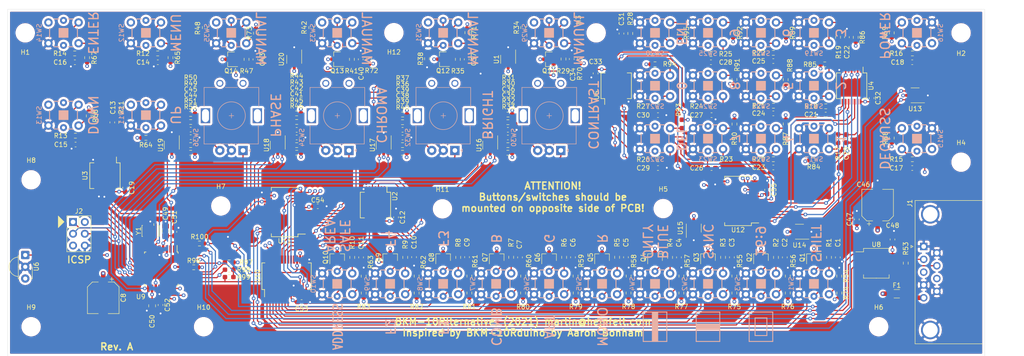
<source format=kicad_pcb>
(kicad_pcb (version 20171130) (host pcbnew 5.1.10-88a1d61d58~88~ubuntu20.04.1)
  (layers (0 F.Cu signal) (1 In1.Cu mixed) (2 In2.Cu power) (31 B.Cu signal) (34 B.Paste user) (35 F.Paste user) (36 B.SilkS user) (37 F.SilkS user) (38 B.Mask user) (39 F.Mask user) (44 Edge.Cuts user))
  (net 0 "")
  (net 1 "Net-(C1-Pad1)")
  (net 2 GND)
  (net 3 "Net-(C2-Pad1)")
  (net 4 "Net-(C3-Pad1)")
  (net 5 "Net-(C4-Pad1)")
  (net 6 "Net-(C5-Pad1)")
  (net 7 "Net-(C6-Pad1)")
  (net 8 "Net-(C7-Pad1)")
  (net 9 VCC)
  (net 10 "Net-(C9-Pad1)")
  (net 11 "Net-(C10-Pad1)")
  (net 12 "Net-(C11-Pad1)")
  (net 13 "Net-(C13-Pad1)")
  (net 14 "Net-(C14-Pad1)")
  (net 15 "Net-(C15-Pad1)")
  (net 16 "Net-(C16-Pad1)")
  (net 17 "Net-(C17-Pad1)")
  (net 18 "Net-(C18-Pad1)")
  (net 19 "Net-(C20-Pad1)")
  (net 20 "Net-(C21-Pad1)")
  (net 21 "Net-(C22-Pad1)")
  (net 22 "Net-(C23-Pad1)")
  (net 23 "Net-(C24-Pad1)")
  (net 24 "Net-(C25-Pad1)")
  (net 25 "Net-(C26-Pad1)")
  (net 26 "Net-(C27-Pad1)")
  (net 27 "Net-(C28-Pad1)")
  (net 28 "Net-(C29-Pad1)")
  (net 29 "Net-(C30-Pad1)")
  (net 30 "Net-(C31-Pad1)")
  (net 31 "Net-(C34-Pad1)")
  (net 32 "Net-(C35-Pad2)")
  (net 33 "Net-(C36-Pad1)")
  (net 34 "Net-(C37-Pad1)")
  (net 35 "Net-(C38-Pad2)")
  (net 36 "Net-(C39-Pad1)")
  (net 37 "Net-(C40-Pad1)")
  (net 38 "Net-(C41-Pad2)")
  (net 39 "Net-(C42-Pad1)")
  (net 40 "Net-(C43-Pad1)")
  (net 41 "Net-(C44-Pad2)")
  (net 42 "Net-(C45-Pad1)")
  (net 43 "/Function Buttons/SHIFT_ACT_L")
  (net 44 SHIFT_ACTIVE_LED)
  (net 45 "/Function Buttons/UNDERSCAN_16_9_ACT_LED")
  (net 46 UNDERSCAN_16_9_ACTIVE_LED)
  (net 47 HORIZ_SYNC_ACTIVE_LED)
  (net 48 "/Function Buttons/HORIZ_SYNC_ACT_L")
  (net 49 "/Function Buttons/VERT_BLUE_ONLY_ACT_L")
  (net 50 VERT_BLUE_ONLY_ACTIVE_LED)
  (net 51 MONO_R_ACTIVE_LED)
  (net 52 "/Function Buttons/MONO_R_ACT_L")
  (net 53 "/Function Buttons/APT_G_ACT_L")
  (net 54 APT_G_ACTIVE_LED)
  (net 55 COMB_B_ACTIVE_LED)
  (net 56 "/Function Buttons/COMB_B_ACT_L")
  (net 57 "/Function Buttons/F1_F3_ACT_L")
  (net 58 F1_F3_ACTIVE_LED)
  (net 59 F2_F4_ACTIVE_LED)
  (net 60 "/Function Buttons/F2_F4_ACT_L")
  (net 61 ADDR_SAFE_AREA_ACTIVE_LED)
  (net 62 "/Function Buttons/ADDR_SAFE_AREA_ACT_L")
  (net 63 "Net-(Q11-Pad2)")
  (net 64 CONTRAST_MANUAL_ACTIVE_LED)
  (net 65 BRIGHT_MANUAL_ACTIVE_LED)
  (net 66 "Net-(Q12-Pad2)")
  (net 67 "Net-(Q13-Pad2)")
  (net 68 CHROMA_MANUAL_ACTIVE_LED)
  (net 69 PHASE_MANUAL_ACTIVE_LED)
  (net 70 "Net-(Q14-Pad2)")
  (net 71 "/Function Buttons/SHIFT_SW")
  (net 72 "/Function Buttons/UNDERSCAN_16_9_SW")
  (net 73 "/Function Buttons/HORIZ_SYNC_SW")
  (net 74 "/Function Buttons/VERT_BLUE_ONLY_SW")
  (net 75 "/Function Buttons/MONO_R_SW")
  (net 76 "/Function Buttons/COMB_B_SW")
  (net 77 "/Function Buttons/F1_F3_SW")
  (net 78 "/Function Buttons/F2_F4_SW")
  (net 79 "/Function Buttons/ADDR_SAFE_AREA_SW")
  (net 80 "Net-(R11-Pad2)")
  (net 81 "Net-(R12-Pad2)")
  (net 82 "Net-(R13-Pad2)")
  (net 83 "Net-(R14-Pad2)")
  (net 84 "Net-(R15-Pad2)")
  (net 85 "Net-(R16-Pad2)")
  (net 86 "Net-(R17-Pad2)")
  (net 87 "Net-(R18-Pad2)")
  (net 88 "Net-(R19-Pad2)")
  (net 89 "Net-(R20-Pad2)")
  (net 90 "Net-(R21-Pad2)")
  (net 91 "Net-(R22-Pad2)")
  (net 92 "Net-(R23-Pad2)")
  (net 93 "Net-(R24-Pad2)")
  (net 94 "Net-(R25-Pad2)")
  (net 95 "Net-(R26-Pad2)")
  (net 96 "Net-(R27-Pad2)")
  (net 97 "Net-(R28-Pad2)")
  (net 98 "Net-(R29-Pad2)")
  (net 99 "Net-(R30-Pad2)")
  (net 100 "Net-(R32-Pad1)")
  (net 101 "Net-(R34-Pad1)")
  (net 102 "Net-(R35-Pad2)")
  (net 103 "Net-(R36-Pad2)")
  (net 104 "Net-(R38-Pad1)")
  (net 105 "Net-(R39-Pad1)")
  (net 106 "Net-(R41-Pad2)")
  (net 107 "Net-(R42-Pad1)")
  (net 108 "Net-(R43-Pad2)")
  (net 109 "Net-(R45-Pad1)")
  (net 110 "Net-(R47-Pad2)")
  (net 111 "Net-(R48-Pad1)")
  (net 112 "Net-(R49-Pad2)")
  (net 113 "Net-(R51-Pad1)")
  (net 114 "/Function Buttons/APT_G_SW")
  (net 115 APT_G_SW_IN)
  (net 116 MONO_R_SW_IN)
  (net 117 VERT_BLUE_ONLY_SW_IN)
  (net 118 HORIZ_SYNC_SW_IN)
  (net 119 UNDERSCAN_16_9_SW_IN)
  (net 120 SHIFT_SW_IN)
  (net 121 COMB_B_SW_IN)
  (net 122 F1_F3_SW_IN)
  (net 123 F2_F4_SW_IN)
  (net 124 ADDR_SAFE_AREA_SW_IN)
  (net 125 DEGAUSS_SW_IN)
  (net 126 POWER_SW_IN)
  (net 127 UP_SW_IN)
  (net 128 DOWN_SW_IN)
  (net 129 MENU_SW_IN)
  (net 130 ENTER_SW_IN)
  (net 131 KEY_5_SW_IN)
  (net 132 KEY_6_SW_IN)
  (net 133 KEY_1_SW_IN)
  (net 134 KEY_2_SW_IN)
  (net 135 KEY_3_SW_IN)
  (net 136 KEY_4_SW_IN)
  (net 137 KEY_0_SW_IN)
  (net 138 KEY_ENTER_SW_IN)
  (net 139 KEY_7_SW_IN)
  (net 140 KEY_8_SW_IN)
  (net 141 KEY_9_SW_IN)
  (net 142 KEY_DEL_SW_IN)
  (net 143 CHROMA_MANUAL_SW_IN)
  (net 144 CHROMA_B)
  (net 145 PHASE_MANUAL_SW_IN)
  (net 146 CHROMA_A)
  (net 147 BRIGHT_MANUAL_SW_IN)
  (net 148 CONTRAST_MANUAL_SW_IN)
  (net 149 CONTRAST_B)
  (net 150 CONTRAST_A)
  (net 151 BRIGHT_B)
  (net 152 BRIGHT_A)
  (net 153 PHASE_B)
  (net 154 PHASE_A)
  (net 155 "Net-(R54-Pad1)")
  (net 156 "Net-(R55-Pad1)")
  (net 157 "Net-(R56-Pad1)")
  (net 158 "Net-(R57-Pad1)")
  (net 159 "Net-(R58-Pad1)")
  (net 160 "Net-(R59-Pad1)")
  (net 161 "Net-(R60-Pad1)")
  (net 162 "Net-(R61-Pad1)")
  (net 163 "Net-(R62-Pad1)")
  (net 164 "Net-(R63-Pad1)")
  (net 165 RS485_A)
  (net 166 RS485_B)
  (net 167 UART0_RXD)
  (net 168 UART_CTS)
  (net 169 UART_RTS)
  (net 170 UART0_TXD)
  (net 171 MOSI)
  (net 172 MISO)
  (net 173 SCK)
  (net 174 SS2)
  (net 175 SS1)
  (net 176 SS0)
  (net 177 "Net-(U9-Pad7)")
  (net 178 "Net-(U9-Pad8)")
  (net 179 +5V)
  (net 180 "Net-(R64-Pad1)")
  (net 181 "Net-(R65-Pad1)")
  (net 182 "Net-(R66-Pad1)")
  (net 183 "Net-(R67-Pad1)")
  (net 184 "Net-(R68-Pad1)")
  (net 185 "Net-(R69-Pad1)")
  (net 186 "Net-(R70-Pad1)")
  (net 187 "Net-(R71-Pad1)")
  (net 188 "Net-(R72-Pad1)")
  (net 189 "Net-(R73-Pad1)")
  (net 190 "Net-(R74-Pad1)")
  (net 191 "Net-(R75-Pad1)")
  (net 192 "Net-(R76-Pad1)")
  (net 193 "Net-(R77-Pad1)")
  (net 194 "Net-(R78-Pad1)")
  (net 195 "Net-(R79-Pad1)")
  (net 196 "Net-(R80-Pad1)")
  (net 197 "Net-(R81-Pad1)")
  (net 198 "Net-(R82-Pad1)")
  (net 199 "Net-(R83-Pad1)")
  (net 200 "Net-(R84-Pad1)")
  (net 201 "Net-(R85-Pad1)")
  (net 202 "Net-(R86-Pad1)")
  (net 203 "Net-(R87-Pad1)")
  (net 204 "Net-(R88-Pad1)")
  (net 205 "Net-(R89-Pad1)")
  (net 206 "Net-(R90-Pad1)")
  (net 207 "Net-(R91-Pad1)")
  (net 208 "Net-(R92-Pad1)")
  (net 209 "Net-(R93-Pad1)")
  (net 210 "Net-(R94-Pad1)")
  (net 211 "Net-(R95-Pad1)")
  (net 212 MCU_RESET)
  (net 213 ~GPIO_RESET)
  (net 214 /MCU+RS485/IR_IN)
  (module Package_SO:SSOP-14_5.3x6.2mm_P0.65mm (layer F.Cu) (at 123.825 74.041 270)
    (fp_text reference U2 (at -1.905 -4.191 90) (layer F.SilkS))
    (fp_text value 74HC14)
    (pad 1 smd rect (at -3.45 -1.95 270) (size 1.2 0.4) (layers F.Cu F.Paste F.Mask) (net 8 "Net-(C7-Pad1)"))
    (pad 2 smd rect (at -3.45 -1.3 270) (size 1.2 0.4) (layers F.Cu F.Paste F.Mask) (net 121 COMB_B_SW_IN))
    (pad 3 smd rect (at -3.45 -0.65 270) (size 1.2 0.4) (layers F.Cu F.Paste F.Mask) (net 7 "Net-(C6-Pad1)"))
    (pad 4 smd rect (at -3.45 0 270) (size 1.2 0.4) (layers F.Cu F.Paste F.Mask) (net 115 APT_G_SW_IN))
    (pad 5 smd rect (at -3.45 0.65 270) (size 1.2 0.4) (layers F.Cu F.Paste F.Mask) (net 6 "Net-(C5-Pad1)"))
    (pad 6 smd rect (at -3.45 1.3 270) (size 1.2 0.4) (layers F.Cu F.Paste F.Mask) (net 116 MONO_R_SW_IN))
    (pad 7 smd rect (at -3.45 1.95 270) (size 1.2 0.4) (layers F.Cu F.Paste F.Mask) (net 2 GND))
    (pad 8 smd rect (at 3.45 1.95 270) (size 1.2 0.4) (layers F.Cu F.Paste F.Mask) (net 124 ADDR_SAFE_AREA_SW_IN))
    (pad 9 smd rect (at 3.45 1.3 270) (size 1.2 0.4) (layers F.Cu F.Paste F.Mask) (net 12 "Net-(C11-Pad1)"))
    (pad 10 smd rect (at 3.45 0.65 270) (size 1.2 0.4) (layers F.Cu F.Paste F.Mask) (net 123 F2_F4_SW_IN))
    (pad 11 smd rect (at 3.45 0 270) (size 1.2 0.4) (layers F.Cu F.Paste F.Mask) (net 11 "Net-(C10-Pad1)"))
    (pad 12 smd rect (at 3.45 -0.65 270) (size 1.2 0.4) (layers F.Cu F.Paste F.Mask) (net 122 F1_F3_SW_IN))
    (pad 13 smd rect (at 3.45 -1.3 270) (size 1.2 0.4) (layers F.Cu F.Paste F.Mask) (net 10 "Net-(C9-Pad1)"))
    (pad 14 smd rect (at 3.45 -1.95 270) (size 1.2 0.4) (layers F.Cu F.Paste F.Mask) (net 9 VCC))
  )
  (module Package_TO_SOT_SMD:SOT-23-6_Handsoldering (layer F.Cu) (at 79.883 61.087 270)
    (fp_text reference U19 (at 0 2.413 90) (layer F.SilkS))
    (fp_text value 74LVC2G14)
    (pad 5 smd rect (at 1.35 0 270) (size 1.56 0.65) (layers F.Cu F.Paste F.Mask) (net 9 VCC))
    (pad 6 smd rect (at 1.35 -0.95 270) (size 1.56 0.65) (layers F.Cu F.Paste F.Mask) (net 154 PHASE_A))
    (pad 4 smd rect (at 1.35 0.95 270) (size 1.56 0.65) (layers F.Cu F.Paste F.Mask) (net 153 PHASE_B))
    (pad 3 smd rect (at -1.35 0.95 270) (size 1.56 0.65) (layers F.Cu F.Paste F.Mask) (net 42 "Net-(C45-Pad1)"))
    (pad 2 smd rect (at -1.35 0 270) (size 1.56 0.65) (layers F.Cu F.Paste F.Mask) (net 2 GND))
    (pad 1 smd rect (at -1.35 -0.95 270) (size 1.56 0.65) (layers F.Cu F.Paste F.Mask) (net 41 "Net-(C44-Pad2)"))
  )
  (module Package_TO_SOT_SMD:SOT-23-6_Handsoldering (layer F.Cu) (at 102.743 61.087 270)
    (fp_text reference U18 (at 0 2.413 270) (layer F.SilkS))
    (fp_text value 74LVC2G14)
    (pad 5 smd rect (at 1.35 0 270) (size 1.56 0.65) (layers F.Cu F.Paste F.Mask) (net 9 VCC))
    (pad 6 smd rect (at 1.35 -0.95 270) (size 1.56 0.65) (layers F.Cu F.Paste F.Mask) (net 146 CHROMA_A))
    (pad 4 smd rect (at 1.35 0.95 270) (size 1.56 0.65) (layers F.Cu F.Paste F.Mask) (net 144 CHROMA_B))
    (pad 3 smd rect (at -1.35 0.95 270) (size 1.56 0.65) (layers F.Cu F.Paste F.Mask) (net 39 "Net-(C42-Pad1)"))
    (pad 2 smd rect (at -1.35 0 270) (size 1.56 0.65) (layers F.Cu F.Paste F.Mask) (net 2 GND))
    (pad 1 smd rect (at -1.35 -0.95 270) (size 1.56 0.65) (layers F.Cu F.Paste F.Mask) (net 38 "Net-(C41-Pad2)"))
  )
  (module Package_TO_SOT_SMD:SOT-23-6_Handsoldering (layer F.Cu) (at 125.603 61.087 270)
    (fp_text reference U17 (at 0 2.413 90) (layer F.SilkS))
    (fp_text value 74LVC2G14)
    (pad 5 smd rect (at 1.35 0 270) (size 1.56 0.65) (layers F.Cu F.Paste F.Mask) (net 9 VCC))
    (pad 6 smd rect (at 1.35 -0.95 270) (size 1.56 0.65) (layers F.Cu F.Paste F.Mask) (net 152 BRIGHT_A))
    (pad 4 smd rect (at 1.35 0.95 270) (size 1.56 0.65) (layers F.Cu F.Paste F.Mask) (net 151 BRIGHT_B))
    (pad 3 smd rect (at -1.35 0.95 270) (size 1.56 0.65) (layers F.Cu F.Paste F.Mask) (net 36 "Net-(C39-Pad1)"))
    (pad 2 smd rect (at -1.35 0 270) (size 1.56 0.65) (layers F.Cu F.Paste F.Mask) (net 2 GND))
    (pad 1 smd rect (at -1.35 -0.95 270) (size 1.56 0.65) (layers F.Cu F.Paste F.Mask) (net 35 "Net-(C38-Pad2)"))
  )
  (module Package_TO_SOT_SMD:SOT-23-6_Handsoldering (layer F.Cu) (at 148.59 61.087 270)
    (fp_text reference U16 (at 0 2.413 90) (layer F.SilkS))
    (fp_text value 74LVC2G14)
    (pad 5 smd rect (at 1.35 0 270) (size 1.56 0.65) (layers F.Cu F.Paste F.Mask) (net 9 VCC))
    (pad 6 smd rect (at 1.35 -0.95 270) (size 1.56 0.65) (layers F.Cu F.Paste F.Mask) (net 150 CONTRAST_A))
    (pad 4 smd rect (at 1.35 0.95 270) (size 1.56 0.65) (layers F.Cu F.Paste F.Mask) (net 149 CONTRAST_B))
    (pad 3 smd rect (at -1.35 0.95 270) (size 1.56 0.65) (layers F.Cu F.Paste F.Mask) (net 33 "Net-(C36-Pad1)"))
    (pad 2 smd rect (at -1.35 0 270) (size 1.56 0.65) (layers F.Cu F.Paste F.Mask) (net 2 GND))
    (pad 1 smd rect (at -1.35 -0.95 270) (size 1.56 0.65) (layers F.Cu F.Paste F.Mask) (net 32 "Net-(C35-Pad2)"))
  )
  (module Package_TO_SOT_SMD:SOT-23-6_Handsoldering (layer F.Cu) (at 240.2713 50.3301 180)
    (fp_text reference U13 (at 0 -2.9) (layer F.SilkS))
    (fp_text value 74LVC2G14)
    (pad 1 smd rect (at -1.35 -0.95 180) (size 1.56 0.65) (layers F.Cu F.Paste F.Mask) (net 17 "Net-(C17-Pad1)"))
    (pad 2 smd rect (at -1.35 0 180) (size 1.56 0.65) (layers F.Cu F.Paste F.Mask) (net 2 GND))
    (pad 3 smd rect (at -1.35 0.95 180) (size 1.56 0.65) (layers F.Cu F.Paste F.Mask) (net 18 "Net-(C18-Pad1)"))
    (pad 4 smd rect (at 1.35 0.95 180) (size 1.56 0.65) (layers F.Cu F.Paste F.Mask) (net 126 POWER_SW_IN))
    (pad 6 smd rect (at 1.35 -0.95 180) (size 1.56 0.65) (layers F.Cu F.Paste F.Mask) (net 125 DEGAUSS_SW_IN))
    (pad 5 smd rect (at 1.35 0 180) (size 1.56 0.65) (layers F.Cu F.Paste F.Mask) (net 9 VCC))
  )
  (module Capacitor_SMD:C_0603_1608Metric_Pad1.08x0.95mm_HandSolder (layer F.Cu) (at 223.5962 85.344 270)
    (fp_text reference C1 (at -3.175 0 90) (layer F.SilkS))
    (fp_text value 10nF)
    (pad 1 smd roundrect (at -0.8625 0 270) (size 1.075 0.95) (layers F.Cu F.Paste F.Mask) (net 1 "Net-(C1-Pad1)"))
    (pad 2 smd roundrect (at 0.8625 0 270) (size 1.075 0.95) (layers F.Cu F.Paste F.Mask) (net 2 GND))
  )
  (module Capacitor_SMD:C_0603_1608Metric_Pad1.08x0.95mm_HandSolder (layer F.Cu) (at 212.1535 85.344 270)
    (fp_text reference C2 (at -3.175 0 90) (layer F.SilkS))
    (fp_text value 10nF)
    (pad 2 smd roundrect (at 0.8625 0 270) (size 1.075 0.95) (layers F.Cu F.Paste F.Mask) (net 2 GND))
    (pad 1 smd roundrect (at -0.8625 0 270) (size 1.075 0.95) (layers F.Cu F.Paste F.Mask) (net 3 "Net-(C2-Pad1)"))
  )
  (module Capacitor_SMD:C_0603_1608Metric_Pad1.08x0.95mm_HandSolder (layer F.Cu) (at 200.7362 85.3313 270)
    (fp_text reference C3 (at -3.175 0 90) (layer F.SilkS))
    (fp_text value 10nF)
    (pad 2 smd roundrect (at 0.8625 0 270) (size 1.075 0.95) (layers F.Cu F.Paste F.Mask) (net 2 GND))
    (pad 1 smd roundrect (at -0.8625 0 270) (size 1.075 0.95) (layers F.Cu F.Paste F.Mask) (net 4 "Net-(C3-Pad1)"))
  )
  (module Capacitor_SMD:C_0603_1608Metric_Pad1.08x0.95mm_HandSolder (layer F.Cu) (at 189.3062 85.344 270)
    (fp_text reference C4 (at -3.175 0 90) (layer F.SilkS))
    (fp_text value 10nF)
    (pad 1 smd roundrect (at -0.8625 0 270) (size 1.075 0.95) (layers F.Cu F.Paste F.Mask) (net 5 "Net-(C4-Pad1)"))
    (pad 2 smd roundrect (at 0.8625 0 270) (size 1.075 0.95) (layers F.Cu F.Paste F.Mask) (net 2 GND))
  )
  (module Capacitor_SMD:C_0603_1608Metric_Pad1.08x0.95mm_HandSolder (layer F.Cu) (at 177.8762 85.3186 270)
    (fp_text reference C5 (at -3.175 0 90) (layer F.SilkS))
    (fp_text value 10nF)
    (pad 2 smd roundrect (at 0.8625 0 270) (size 1.075 0.95) (layers F.Cu F.Paste F.Mask) (net 2 GND))
    (pad 1 smd roundrect (at -0.8625 0 270) (size 1.075 0.95) (layers F.Cu F.Paste F.Mask) (net 6 "Net-(C5-Pad1)"))
  )
  (module Capacitor_SMD:C_0603_1608Metric_Pad1.08x0.95mm_HandSolder (layer F.Cu) (at 166.4462 85.3313 270)
    (fp_text reference C6 (at -3.175 0 90) (layer F.SilkS))
    (fp_text value 10nF)
    (pad 1 smd roundrect (at -0.8625 0 270) (size 1.075 0.95) (layers F.Cu F.Paste F.Mask) (net 7 "Net-(C6-Pad1)"))
    (pad 2 smd roundrect (at 0.8625 0 270) (size 1.075 0.95) (layers F.Cu F.Paste F.Mask) (net 2 GND))
  )
  (module Capacitor_SMD:C_0603_1608Metric_Pad1.08x0.95mm_HandSolder (layer F.Cu) (at 155.0162 85.344 270)
    (fp_text reference C7 (at -2.794 0.127 90) (layer F.SilkS))
    (fp_text value 10nF)
    (pad 2 smd roundrect (at 0.8625 0 270) (size 1.075 0.95) (layers F.Cu F.Paste F.Mask) (net 2 GND))
    (pad 1 smd roundrect (at -0.8625 0 270) (size 1.075 0.95) (layers F.Cu F.Paste F.Mask) (net 8 "Net-(C7-Pad1)"))
  )
  (module Capacitor_SMD:C_0603_1608Metric_Pad1.08x0.95mm_HandSolder (layer F.Cu) (at 143.5862 85.2932 270)
    (fp_text reference C9 (at -3.175 0 90) (layer F.SilkS))
    (fp_text value 10nF)
    (pad 2 smd roundrect (at 0.8625 0 270) (size 1.075 0.95) (layers F.Cu F.Paste F.Mask) (net 2 GND))
    (pad 1 smd roundrect (at -0.8625 0 270) (size 1.075 0.95) (layers F.Cu F.Paste F.Mask) (net 10 "Net-(C9-Pad1)"))
  )
  (module Capacitor_SMD:C_0603_1608Metric_Pad1.08x0.95mm_HandSolder (layer F.Cu) (at 132.1562 85.2943 270)
    (fp_text reference C10 (at -3.2015 0 90) (layer F.SilkS))
    (fp_text value 10nF)
    (pad 2 smd roundrect (at 0.8625 0 270) (size 1.075 0.95) (layers F.Cu F.Paste F.Mask) (net 2 GND))
    (pad 1 smd roundrect (at -0.8625 0 270) (size 1.075 0.95) (layers F.Cu F.Paste F.Mask) (net 11 "Net-(C10-Pad1)"))
  )
  (module Capacitor_SMD:C_0603_1608Metric_Pad1.08x0.95mm_HandSolder (layer F.Cu) (at 120.7262 85.344 270)
    (fp_text reference C11 (at -3.175 0 90) (layer F.SilkS))
    (fp_text value 10nF)
    (pad 2 smd roundrect (at 0.8625 0 270) (size 1.075 0.95) (layers F.Cu F.Paste F.Mask) (net 2 GND))
    (pad 1 smd roundrect (at -0.8625 0 270) (size 1.075 0.95) (layers F.Cu F.Paste F.Mask) (net 12 "Net-(C11-Pad1)"))
  )
  (module Capacitor_SMD:C_0603_1608Metric_Pad1.08x0.95mm_HandSolder (layer F.Cu) (at 128.27 76.6815 90)
    (fp_text reference C12 (at -0.0265 1.397 90) (layer F.SilkS))
    (fp_text value 100nF)
    (pad 2 smd roundrect (at 0.8625 0 90) (size 1.075 0.95) (layers F.Cu F.Paste F.Mask) (net 2 GND))
    (pad 1 smd roundrect (at -0.8625 0 90) (size 1.075 0.95) (layers F.Cu F.Paste F.Mask) (net 9 VCC))
  )
  (module Capacitor_SMD:C_0603_1608Metric_Pad1.08x0.95mm_HandSolder (layer F.Cu) (at 67.04584 56.17972 90)
    (fp_text reference C13 (at 3.175 0.127 90) (layer F.SilkS))
    (fp_text value 10nF)
    (pad 2 smd roundrect (at 0.8625 0 90) (size 1.075 0.95) (layers F.Cu F.Paste F.Mask) (net 2 GND))
    (pad 1 smd roundrect (at -0.8625 0 90) (size 1.075 0.95) (layers F.Cu F.Paste F.Mask) (net 13 "Net-(C13-Pad1)"))
  )
  (module Capacitor_SMD:C_0603_1608Metric_Pad1.08x0.95mm_HandSolder (layer F.Cu) (at 76.8615 43.18 180)
    (fp_text reference C14 (at 3.175 0) (layer F.SilkS))
    (fp_text value 10nF)
    (pad 1 smd roundrect (at -0.8625 0 180) (size 1.075 0.95) (layers F.Cu F.Paste F.Mask) (net 14 "Net-(C14-Pad1)"))
    (pad 2 smd roundrect (at 0.8625 0 180) (size 1.075 0.95) (layers F.Cu F.Paste F.Mask) (net 2 GND))
  )
  (module Capacitor_SMD:C_0603_1608Metric_Pad1.08x0.95mm_HandSolder (layer F.Cu) (at 59.1185 60.96 180)
    (fp_text reference C15 (at 3.175 0) (layer F.SilkS))
    (fp_text value 10nF)
    (pad 2 smd roundrect (at 0.8625 0 180) (size 1.075 0.95) (layers F.Cu F.Paste F.Mask) (net 2 GND))
    (pad 1 smd roundrect (at -0.8625 0 180) (size 1.075 0.95) (layers F.Cu F.Paste F.Mask) (net 15 "Net-(C15-Pad1)"))
  )
  (module Capacitor_SMD:C_0603_1608Metric_Pad1.08x0.95mm_HandSolder (layer F.Cu) (at 58.9672 43.18 180)
    (fp_text reference C16 (at 3.175 0) (layer F.SilkS))
    (fp_text value 10nF)
    (pad 2 smd roundrect (at 0.8625 0 180) (size 1.075 0.95) (layers F.Cu F.Paste F.Mask) (net 2 GND))
    (pad 1 smd roundrect (at -0.8625 0 180) (size 1.075 0.95) (layers F.Cu F.Paste F.Mask) (net 16 "Net-(C16-Pad1)"))
  )
  (module Capacitor_SMD:C_0603_1608Metric_Pad1.08x0.95mm_HandSolder (layer F.Cu) (at 239.649 66.04 180)
    (fp_text reference C17 (at 3.429 0) (layer F.SilkS))
    (fp_text value 10nF)
    (pad 1 smd roundrect (at -0.8625 0 180) (size 1.075 0.95) (layers F.Cu F.Paste F.Mask) (net 17 "Net-(C17-Pad1)"))
    (pad 2 smd roundrect (at 0.8625 0 180) (size 1.075 0.95) (layers F.Cu F.Paste F.Mask) (net 2 GND))
  )
  (module Capacitor_SMD:C_0603_1608Metric_Pad1.08x0.95mm_HandSolder (layer F.Cu) (at 239.649 43.18 180)
    (fp_text reference C18 (at 3.175 0) (layer F.SilkS))
    (fp_text value 10nF)
    (pad 2 smd roundrect (at 0.8625 0 180) (size 1.075 0.95) (layers F.Cu F.Paste F.Mask) (net 2 GND))
    (pad 1 smd roundrect (at -0.8625 0 180) (size 1.075 0.95) (layers F.Cu F.Paste F.Mask) (net 18 "Net-(C18-Pad1)"))
  )
  (module Capacitor_SMD:C_0603_1608Metric_Pad1.08x0.95mm_HandSolder (layer F.Cu) (at 69.81444 70.2829 90)
    (fp_text reference C19 (at -0.0265 1.4351 90) (layer F.SilkS))
    (fp_text value 100nF)
    (pad 2 smd roundrect (at 0.8625 0 90) (size 1.075 0.95) (layers F.Cu F.Paste F.Mask) (net 2 GND))
    (pad 1 smd roundrect (at -0.8625 0 90) (size 1.075 0.95) (layers F.Cu F.Paste F.Mask) (net 9 VCC))
  )
  (module Capacitor_SMD:C_0603_1608Metric_Pad1.08x0.95mm_HandSolder (layer F.Cu) (at 225.425 59.69 270)
    (fp_text reference C20 (at 3.175 0 90) (layer F.SilkS))
    (fp_text value 10nF)
    (pad 1 smd roundrect (at -0.8625 0 270) (size 1.075 0.95) (layers F.Cu F.Paste F.Mask) (net 19 "Net-(C20-Pad1)"))
    (pad 2 smd roundrect (at 0.8625 0 270) (size 1.075 0.95) (layers F.Cu F.Paste F.Mask) (net 2 GND))
  )
  (module Capacitor_SMD:C_0603_1608Metric_Pad1.08x0.95mm_HandSolder (layer F.Cu) (at 220.98 54.483 180)
    (fp_text reference C21 (at 3.175 0) (layer F.SilkS))
    (fp_text value 10nF)
    (pad 1 smd roundrect (at -0.8625 0 180) (size 1.075 0.95) (layers F.Cu F.Paste F.Mask) (net 20 "Net-(C21-Pad1)"))
    (pad 2 smd roundrect (at 0.8625 0 180) (size 1.075 0.95) (layers F.Cu F.Paste F.Mask) (net 2 GND))
  )
  (module Capacitor_SMD:C_0603_1608Metric_Pad1.08x0.95mm_HandSolder (layer F.Cu) (at 225.552 37.7698 90)
    (fp_text reference C22 (at -3.2258 0 90) (layer F.SilkS))
    (fp_text value 10nF)
    (pad 2 smd roundrect (at 0.8625 0 90) (size 1.075 0.95) (layers F.Cu F.Paste F.Mask) (net 2 GND))
    (pad 1 smd roundrect (at -0.8625 0 90) (size 1.075 0.95) (layers F.Cu F.Paste F.Mask) (net 21 "Net-(C22-Pad1)"))
  )
  (module Capacitor_SMD:C_0603_1608Metric_Pad1.08x0.95mm_HandSolder (layer F.Cu) (at 209.677 65.913 180)
    (fp_text reference C23 (at 3.175 0) (layer F.SilkS))
    (fp_text value 10nF)
    (pad 2 smd roundrect (at 0.8625 0 180) (size 1.075 0.95) (layers F.Cu F.Paste F.Mask) (net 2 GND))
    (pad 1 smd roundrect (at -0.8625 0 180) (size 1.075 0.95) (layers F.Cu F.Paste F.Mask) (net 22 "Net-(C23-Pad1)"))
  )
  (module Capacitor_SMD:C_0603_1608Metric_Pad1.08x0.95mm_HandSolder (layer F.Cu) (at 209.677 54.229 180)
    (fp_text reference C24 (at 3.175 0) (layer F.SilkS))
    (fp_text value 10nF)
    (pad 1 smd roundrect (at -0.8625 0 180) (size 1.075 0.95) (layers F.Cu F.Paste F.Mask) (net 23 "Net-(C24-Pad1)"))
    (pad 2 smd roundrect (at 0.8625 0 180) (size 1.075 0.95) (layers F.Cu F.Paste F.Mask) (net 2 GND))
  )
  (module Capacitor_SMD:C_0603_1608Metric_Pad1.08x0.95mm_HandSolder (layer F.Cu) (at 209.677 42.926 180)
    (fp_text reference C25 (at 3.175 0) (layer F.SilkS))
    (fp_text value 10nF)
    (pad 1 smd roundrect (at -0.8625 0 180) (size 1.075 0.95) (layers F.Cu F.Paste F.Mask) (net 24 "Net-(C25-Pad1)"))
    (pad 2 smd roundrect (at 0.8625 0 180) (size 1.075 0.95) (layers F.Cu F.Paste F.Mask) (net 2 GND))
  )
  (module Capacitor_SMD:C_0603_1608Metric_Pad1.08x0.95mm_HandSolder (layer F.Cu) (at 196.342 66.04)
    (fp_text reference C26 (at -3.2258 0) (layer F.SilkS))
    (fp_text value 10nF)
    (pad 1 smd roundrect (at -0.8625 0) (size 1.075 0.95) (layers F.Cu F.Paste F.Mask) (net 25 "Net-(C26-Pad1)"))
    (pad 2 smd roundrect (at 0.8625 0) (size 1.075 0.95) (layers F.Cu F.Paste F.Mask) (net 2 GND))
  )
  (module Capacitor_SMD:C_0603_1608Metric_Pad1.08x0.95mm_HandSolder (layer F.Cu) (at 196.342 54.61)
    (fp_text reference C27 (at -3.2512 0) (layer F.SilkS))
    (fp_text value 10nF)
    (pad 1 smd roundrect (at -0.8625 0) (size 1.075 0.95) (layers F.Cu F.Paste F.Mask) (net 26 "Net-(C27-Pad1)"))
    (pad 2 smd roundrect (at 0.8625 0) (size 1.075 0.95) (layers F.Cu F.Paste F.Mask) (net 2 GND))
  )
  (module Capacitor_SMD:C_0603_1608Metric_Pad1.08x0.95mm_HandSolder (layer F.Cu) (at 196.215 43.18)
    (fp_text reference C28 (at 3.175 0) (layer F.SilkS))
    (fp_text value 10nF)
    (pad 1 smd roundrect (at -0.8625 0) (size 1.075 0.95) (layers F.Cu F.Paste F.Mask) (net 27 "Net-(C28-Pad1)"))
    (pad 2 smd roundrect (at 0.8625 0) (size 1.075 0.95) (layers F.Cu F.Paste F.Mask) (net 2 GND))
  )
  (module Capacitor_SMD:C_0603_1608Metric_Pad1.08x0.95mm_HandSolder (layer F.Cu) (at 184.785 66.04)
    (fp_text reference C29 (at -3.175 0) (layer F.SilkS))
    (fp_text value 10nF)
    (pad 1 smd roundrect (at -0.8625 0) (size 1.075 0.95) (layers F.Cu F.Paste F.Mask) (net 28 "Net-(C29-Pad1)"))
    (pad 2 smd roundrect (at 0.8625 0) (size 1.075 0.95) (layers F.Cu F.Paste F.Mask) (net 2 GND))
  )
  (module Capacitor_SMD:C_0603_1608Metric_Pad1.08x0.95mm_HandSolder (layer F.Cu) (at 184.785 54.61)
    (fp_text reference C30 (at -3.175 0) (layer F.SilkS))
    (fp_text value 10nF)
    (pad 1 smd roundrect (at -0.8625 0) (size 1.075 0.95) (layers F.Cu F.Paste F.Mask) (net 29 "Net-(C30-Pad1)"))
    (pad 2 smd roundrect (at 0.8625 0) (size 1.075 0.95) (layers F.Cu F.Paste F.Mask) (net 2 GND))
  )
  (module Capacitor_SMD:C_0603_1608Metric_Pad1.08x0.95mm_HandSolder (layer F.Cu) (at 176.911 36.9835 90)
    (fp_text reference C31 (at 3.1485 0 90) (layer F.SilkS))
    (fp_text value 10nF)
    (pad 2 smd roundrect (at 0.8625 0 90) (size 1.075 0.95) (layers F.Cu F.Paste F.Mask) (net 2 GND))
    (pad 1 smd roundrect (at -0.8625 0 90) (size 1.075 0.95) (layers F.Cu F.Paste F.Mask) (net 30 "Net-(C31-Pad1)"))
  )
  (module Capacitor_SMD:C_0603_1608Metric_Pad1.08x0.95mm_HandSolder (layer F.Cu) (at 230.886 50.927 90)
    (fp_text reference C32 (at 0 1.397 90) (layer F.SilkS))
    (fp_text value 100nF)
    (pad 1 smd roundrect (at -0.8625 0 90) (size 1.075 0.95) (layers F.Cu F.Paste F.Mask) (net 9 VCC))
    (pad 2 smd roundrect (at 0.8625 0 90) (size 1.075 0.95) (layers F.Cu F.Paste F.Mask) (net 2 GND))
  )
  (module Capacitor_SMD:C_0603_1608Metric_Pad1.08x0.95mm_HandSolder (layer F.Cu) (at 171.323 45.593 270)
    (fp_text reference C33 (at -2.54 0 180) (layer F.SilkS))
    (fp_text value 100nF)
    (pad 2 smd roundrect (at 0.8625 0 270) (size 1.075 0.95) (layers F.Cu F.Paste F.Mask) (net 2 GND))
    (pad 1 smd roundrect (at -0.8625 0 270) (size 1.075 0.95) (layers F.Cu F.Paste F.Mask) (net 9 VCC))
  )
  (module Capacitor_SMD:C_0603_1608Metric_Pad1.08x0.95mm_HandSolder (layer F.Cu) (at 166.1795 42.4815 90)
    (fp_text reference C34 (at -3.34518 0.22606 90) (layer F.SilkS))
    (fp_text value 10nF)
    (pad 2 smd roundrect (at 0.8625 0 90) (size 1.075 0.95) (layers F.Cu F.Paste F.Mask) (net 2 GND))
    (pad 1 smd roundrect (at -0.8625 0 90) (size 1.075 0.95) (layers F.Cu F.Paste F.Mask) (net 31 "Net-(C34-Pad1)"))
  )
  (module Capacitor_SMD:C_0603_1608Metric_Pad1.08x0.95mm_HandSolder (layer F.Cu) (at 152.4 59.436 180)
    (fp_text reference C35 (at -0.127 9.144) (layer F.SilkS))
    (fp_text value 10nF)
    (pad 1 smd roundrect (at -0.8625 0 180) (size 1.075 0.95) (layers F.Cu F.Paste F.Mask) (net 2 GND))
    (pad 2 smd roundrect (at 0.8625 0 180) (size 1.075 0.95) (layers F.Cu F.Paste F.Mask) (net 32 "Net-(C35-Pad2)"))
  )
  (module Capacitor_SMD:C_0603_1608Metric_Pad1.08x0.95mm_HandSolder (layer F.Cu) (at 152.4 57.785)
    (fp_text reference C36 (at 0.127 -8.763) (layer F.SilkS))
    (fp_text value 10nF)
    (pad 2 smd roundrect (at 0.8625 0) (size 1.075 0.95) (layers F.Cu F.Paste F.Mask) (net 2 GND))
    (pad 1 smd roundrect (at -0.8625 0) (size 1.075 0.95) (layers F.Cu F.Paste F.Mask) (net 33 "Net-(C36-Pad1)"))
  )
  (module Capacitor_SMD:C_0603_1608Metric_Pad1.08x0.95mm_HandSolder (layer F.Cu) (at 143.51 42.545 90)
    (fp_text reference C37 (at 0 1.524 90) (layer F.SilkS))
    (fp_text value 10nF)
    (pad 1 smd roundrect (at -0.8625 0 90) (size 1.075 0.95) (layers F.Cu F.Paste F.Mask) (net 34 "Net-(C37-Pad1)"))
    (pad 2 smd roundrect (at 0.8625 0 90) (size 1.075 0.95) (layers F.Cu F.Paste F.Mask) (net 2 GND))
  )
  (module Capacitor_SMD:C_0603_1608Metric_Pad1.08x0.95mm_HandSolder (layer F.Cu) (at 129.667 59.436 180)
    (fp_text reference C38 (at 0 9.017) (layer F.SilkS))
    (fp_text value 10nF)
    (pad 2 smd roundrect (at 0.8625 0 180) (size 1.075 0.95) (layers F.Cu F.Paste F.Mask) (net 35 "Net-(C38-Pad2)"))
    (pad 1 smd roundrect (at -0.8625 0 180) (size 1.075 0.95) (layers F.Cu F.Paste F.Mask) (net 2 GND))
  )
  (module Capacitor_SMD:C_0603_1608Metric_Pad1.08x0.95mm_HandSolder (layer F.Cu) (at 129.667 57.785)
    (fp_text reference C39 (at 0 -8.636) (layer F.SilkS))
    (fp_text value 10nF)
    (pad 2 smd roundrect (at 0.8625 0) (size 1.075 0.95) (layers F.Cu F.Paste F.Mask) (net 2 GND))
    (pad 1 smd roundrect (at -0.8625 0) (size 1.075 0.95) (layers F.Cu F.Paste F.Mask) (net 36 "Net-(C39-Pad1)"))
  )
  (module Capacitor_SMD:C_0603_1608Metric_Pad1.08x0.95mm_HandSolder (layer F.Cu) (at 120.65 42.545 90)
    (fp_text reference C40 (at -3.0861 0.1016 90) (layer F.SilkS))
    (fp_text value 10nF)
    (pad 1 smd roundrect (at -0.8625 0 90) (size 1.075 0.95) (layers F.Cu F.Paste F.Mask) (net 37 "Net-(C40-Pad1)"))
    (pad 2 smd roundrect (at 0.8625 0 90) (size 1.075 0.95) (layers F.Cu F.Paste F.Mask) (net 2 GND))
  )
  (module Capacitor_SMD:C_0603_1608Metric_Pad1.08x0.95mm_HandSolder (layer F.Cu) (at 106.8324 59.4233 180)
    (fp_text reference C41 (at 0.0254 9.3853) (layer F.SilkS))
    (fp_text value 10nF)
    (pad 1 smd roundrect (at -0.8625 0 180) (size 1.075 0.95) (layers F.Cu F.Paste F.Mask) (net 2 GND))
    (pad 2 smd roundrect (at 0.8625 0 180) (size 1.075 0.95) (layers F.Cu F.Paste F.Mask) (net 38 "Net-(C41-Pad2)"))
  )
  (module Capacitor_SMD:C_0603_1608Metric_Pad1.08x0.95mm_HandSolder (layer F.Cu) (at 106.8324 57.7977)
    (fp_text reference C42 (at -0.0254 -9.0297) (layer F.SilkS))
    (fp_text value 10nF)
    (pad 2 smd roundrect (at 0.8625 0) (size 1.075 0.95) (layers F.Cu F.Paste F.Mask) (net 2 GND))
    (pad 1 smd roundrect (at -0.8625 0) (size 1.075 0.95) (layers F.Cu F.Paste F.Mask) (net 39 "Net-(C42-Pad1)"))
  )
  (module Capacitor_SMD:C_0603_1608Metric_Pad1.08x0.95mm_HandSolder (layer F.Cu) (at 97.917 42.5715 90)
    (fp_text reference C43 (at 0 1.524 270) (layer F.SilkS))
    (fp_text value 10nF)
    (pad 2 smd roundrect (at 0.8625 0 90) (size 1.075 0.95) (layers F.Cu F.Paste F.Mask) (net 2 GND))
    (pad 1 smd roundrect (at -0.8625 0 90) (size 1.075 0.95) (layers F.Cu F.Paste F.Mask) (net 40 "Net-(C43-Pad1)"))
  )
  (module Capacitor_SMD:C_0603_1608Metric_Pad1.08x0.95mm_HandSolder (layer F.Cu) (at 83.9597 59.3598 180)
    (fp_text reference C44 (at 0.0127 9.0678) (layer F.SilkS))
    (fp_text value 10nF)
    (pad 1 smd roundrect (at -0.8625 0 180) (size 1.075 0.95) (layers F.Cu F.Paste F.Mask) (net 2 GND))
    (pad 2 smd roundrect (at 0.8625 0 180) (size 1.075 0.95) (layers F.Cu F.Paste F.Mask) (net 41 "Net-(C44-Pad2)"))
  )
  (module Capacitor_SMD:C_0603_1608Metric_Pad1.08x0.95mm_HandSolder (layer F.Cu) (at 83.9597 57.7342)
    (fp_text reference C45 (at -0.0127 -8.7122) (layer F.SilkS))
    (fp_text value 10nF)
    (pad 1 smd roundrect (at -0.8625 0) (size 1.075 0.95) (layers F.Cu F.Paste F.Mask) (net 42 "Net-(C45-Pad1)"))
    (pad 2 smd roundrect (at 0.8625 0) (size 1.075 0.95) (layers F.Cu F.Paste F.Mask) (net 2 GND))
  )
  (module Capacitor_SMD:C_0603_1608Metric_Pad1.08x0.95mm_HandSolder (layer F.Cu) (at 235.3945 81.4705 90)
    (fp_text reference C48 (at 3.0215 0 180) (layer F.SilkS))
    (fp_text value 100nF)
    (pad 1 smd roundrect (at -0.8625 0 90) (size 1.075 0.95) (layers F.Cu F.Paste F.Mask) (net 9 VCC))
    (pad 2 smd roundrect (at 0.8625 0 90) (size 1.075 0.95) (layers F.Cu F.Paste F.Mask) (net 2 GND))
  )
  (module Capacitor_SMD:C_0805_2012Metric_Pad1.18x1.45mm_HandSolder (layer F.Cu) (at 78.5368 79.6417 90)
    (fp_text reference C49 (at 3.7719 0 270) (layer F.SilkS))
    (fp_text value 10uF)
    (pad 1 smd roundrect (at -1.0375 0 90) (size 1.175 1.45) (layers F.Cu F.Paste F.Mask) (roundrect_rratio 0.2127659574468085) (net 9 VCC))
    (pad 2 smd roundrect (at 1.0375 0 90) (size 1.175 1.45) (layers F.Cu F.Paste F.Mask) (roundrect_rratio 0.2127659574468085) (net 2 GND))
  )
  (module Capacitor_SMD:C_0805_2012Metric_Pad1.18x1.45mm_HandSolder (layer F.Cu) (at 75.6412 95.8088 90)
    (fp_text reference C50 (at -3.3655 -0.0127 90) (layer F.SilkS))
    (fp_text value 10uF)
    (pad 2 smd roundrect (at 1.0375 0 90) (size 1.175 1.45) (layers F.Cu F.Paste F.Mask) (roundrect_rratio 0.2127659574468085) (net 9 VCC))
    (pad 1 smd roundrect (at -1.0375 0 90) (size 1.175 1.45) (layers F.Cu F.Paste F.Mask) (roundrect_rratio 0.2127659574468085) (net 2 GND))
  )
  (module Capacitor_SMD:C_0603_1608Metric_Pad1.08x0.95mm_HandSolder (layer F.Cu) (at 80.4418 79.8195 90)
    (fp_text reference C51 (at 3.1623 0 90) (layer F.SilkS))
    (fp_text value 100nF)
    (pad 1 smd roundrect (at -0.8625 0 90) (size 1.075 0.95) (layers F.Cu F.Paste F.Mask) (net 9 VCC))
    (pad 2 smd roundrect (at 0.8625 0 90) (size 1.075 0.95) (layers F.Cu F.Paste F.Mask) (net 2 GND))
  )
  (module Capacitor_SMD:C_0603_1608Metric_Pad1.08x0.95mm_HandSolder (layer F.Cu) (at 77.4573 95.631 90)
    (fp_text reference C52 (at 0 1.4859 90) (layer F.SilkS))
    (fp_text value 100nF)
    (pad 2 smd roundrect (at 0.8625 0 90) (size 1.075 0.95) (layers F.Cu F.Paste F.Mask) (net 9 VCC))
    (pad 1 smd roundrect (at -0.8625 0 90) (size 1.075 0.95) (layers F.Cu F.Paste F.Mask) (net 2 GND))
  )
  (module Package_TO_SOT_SMD:SOT-23 (layer F.Cu) (at 218.44 85.344 90)
    (fp_text reference Q1 (at 0 -2.5 90) (layer F.SilkS))
    (fp_text value MMBT3904)
    (pad 3 smd rect (at 1 0 90) (size 0.9 0.8) (layers F.Cu F.Paste F.Mask) (net 9 VCC))
    (pad 2 smd rect (at -1 0.95 90) (size 0.9 0.8) (layers F.Cu F.Paste F.Mask) (net 43 "/Function Buttons/SHIFT_ACT_L"))
    (pad 1 smd rect (at -1 -0.95 90) (size 0.9 0.8) (layers F.Cu F.Paste F.Mask) (net 44 SHIFT_ACTIVE_LED))
  )
  (module Package_TO_SOT_SMD:SOT-23 (layer F.Cu) (at 207.01 85.344 90)
    (fp_text reference Q2 (at 0 -2.5 90) (layer F.SilkS))
    (fp_text value MMBT3904)
    (pad 3 smd rect (at 1 0 90) (size 0.9 0.8) (layers F.Cu F.Paste F.Mask) (net 9 VCC))
    (pad 2 smd rect (at -1 0.95 90) (size 0.9 0.8) (layers F.Cu F.Paste F.Mask) (net 45 "/Function Buttons/UNDERSCAN_16_9_ACT_LED"))
    (pad 1 smd rect (at -1 -0.95 90) (size 0.9 0.8) (layers F.Cu F.Paste F.Mask) (net 46 UNDERSCAN_16_9_ACTIVE_LED))
  )
  (module Package_TO_SOT_SMD:SOT-23 (layer F.Cu) (at 195.58 85.344 90)
    (fp_text reference Q3 (at 0 -2.5 90) (layer F.SilkS))
    (fp_text value MMBT3904)
    (pad 1 smd rect (at -1 -0.95 90) (size 0.9 0.8) (layers F.Cu F.Paste F.Mask) (net 47 HORIZ_SYNC_ACTIVE_LED))
    (pad 2 smd rect (at -1 0.95 90) (size 0.9 0.8) (layers F.Cu F.Paste F.Mask) (net 48 "/Function Buttons/HORIZ_SYNC_ACT_L"))
    (pad 3 smd rect (at 1 0 90) (size 0.9 0.8) (layers F.Cu F.Paste F.Mask) (net 9 VCC))
  )
  (module Package_TO_SOT_SMD:SOT-23 (layer F.Cu) (at 184.15 85.344 90)
    (fp_text reference Q4 (at 0 -2.5 90) (layer F.SilkS))
    (fp_text value MMBT3904)
    (pad 3 smd rect (at 1 0 90) (size 0.9 0.8) (layers F.Cu F.Paste F.Mask) (net 9 VCC))
    (pad 2 smd rect (at -1 0.95 90) (size 0.9 0.8) (layers F.Cu F.Paste F.Mask) (net 49 "/Function Buttons/VERT_BLUE_ONLY_ACT_L"))
    (pad 1 smd rect (at -1 -0.95 90) (size 0.9 0.8) (layers F.Cu F.Paste F.Mask) (net 50 VERT_BLUE_ONLY_ACTIVE_LED))
  )
  (module Package_TO_SOT_SMD:SOT-23 (layer F.Cu) (at 172.72 85.344 90)
    (fp_text reference Q5 (at 0 -2.5 90) (layer F.SilkS))
    (fp_text value MMBT3904)
    (pad 1 smd rect (at -1 -0.95 90) (size 0.9 0.8) (layers F.Cu F.Paste F.Mask) (net 51 MONO_R_ACTIVE_LED))
    (pad 2 smd rect (at -1 0.95 90) (size 0.9 0.8) (layers F.Cu F.Paste F.Mask) (net 52 "/Function Buttons/MONO_R_ACT_L"))
    (pad 3 smd rect (at 1 0 90) (size 0.9 0.8) (layers F.Cu F.Paste F.Mask) (net 9 VCC))
  )
  (module Package_TO_SOT_SMD:SOT-23 (layer F.Cu) (at 161.29 85.344 90)
    (fp_text reference Q6 (at 0 -2.5 90) (layer F.SilkS))
    (fp_text value MMBT3904)
    (pad 3 smd rect (at 1 0 90) (size 0.9 0.8) (layers F.Cu F.Paste F.Mask) (net 9 VCC))
    (pad 2 smd rect (at -1 0.95 90) (size 0.9 0.8) (layers F.Cu F.Paste F.Mask) (net 53 "/Function Buttons/APT_G_ACT_L"))
    (pad 1 smd rect (at -1 -0.95 90) (size 0.9 0.8) (layers F.Cu F.Paste F.Mask) (net 54 APT_G_ACTIVE_LED))
  )
  (module Package_TO_SOT_SMD:SOT-23 (layer F.Cu) (at 149.987 85.344 90)
    (fp_text reference Q7 (at 0 -2.5 90) (layer F.SilkS))
    (fp_text value MMBT3904)
    (pad 1 smd rect (at -1 -0.95 90) (size 0.9 0.8) (layers F.Cu F.Paste F.Mask) (net 55 COMB_B_ACTIVE_LED))
    (pad 2 smd rect (at -1 0.95 90) (size 0.9 0.8) (layers F.Cu F.Paste F.Mask) (net 56 "/Function Buttons/COMB_B_ACT_L"))
    (pad 3 smd rect (at 1 0 90) (size 0.9 0.8) (layers F.Cu F.Paste F.Mask) (net 9 VCC))
  )
  (module Package_TO_SOT_SMD:SOT-23 (layer F.Cu) (at 138.43 85.344 90)
    (fp_text reference Q8 (at 0 -2.5 90) (layer F.SilkS))
    (fp_text value MMBT3904)
    (pad 3 smd rect (at 1 0 90) (size 0.9 0.8) (layers F.Cu F.Paste F.Mask) (net 9 VCC))
    (pad 2 smd rect (at -1 0.95 90) (size 0.9 0.8) (layers F.Cu F.Paste F.Mask) (net 57 "/Function Buttons/F1_F3_ACT_L"))
    (pad 1 smd rect (at -1 -0.95 90) (size 0.9 0.8) (layers F.Cu F.Paste F.Mask) (net 58 F1_F3_ACTIVE_LED))
  )
  (module Package_TO_SOT_SMD:SOT-23 (layer F.Cu) (at 127 85.344 90)
    (fp_text reference Q9 (at 0 -2.5 90) (layer F.SilkS))
    (fp_text value MMBT3904)
    (pad 1 smd rect (at -1 -0.95 90) (size 0.9 0.8) (layers F.Cu F.Paste F.Mask) (net 59 F2_F4_ACTIVE_LED))
    (pad 2 smd rect (at -1 0.95 90) (size 0.9 0.8) (layers F.Cu F.Paste F.Mask) (net 60 "/Function Buttons/F2_F4_ACT_L"))
    (pad 3 smd rect (at 1 0 90) (size 0.9 0.8) (layers F.Cu F.Paste F.Mask) (net 9 VCC))
  )
  (module Package_TO_SOT_SMD:SOT-23 (layer F.Cu) (at 115.57 85.344 90)
    (fp_text reference Q10 (at 0 -2.5 90) (layer F.SilkS))
    (fp_text value MMBT3904)
    (pad 1 smd rect (at -1 -0.95 90) (size 0.9 0.8) (layers F.Cu F.Paste F.Mask) (net 61 ADDR_SAFE_AREA_ACTIVE_LED))
    (pad 2 smd rect (at -1 0.95 90) (size 0.9 0.8) (layers F.Cu F.Paste F.Mask) (net 62 "/Function Buttons/ADDR_SAFE_AREA_ACT_L"))
    (pad 3 smd rect (at 1 0 90) (size 0.9 0.8) (layers F.Cu F.Paste F.Mask) (net 9 VCC))
  )
  (module Package_TO_SOT_SMD:SOT-23 (layer F.Cu) (at 161.2773 42.5323 180)
    (fp_text reference Q11 (at 0 -2.5) (layer F.SilkS))
    (fp_text value MMBT3904)
    (pad 3 smd rect (at 1 0 180) (size 0.9 0.8) (layers F.Cu F.Paste F.Mask) (net 9 VCC))
    (pad 2 smd rect (at -1 0.95 180) (size 0.9 0.8) (layers F.Cu F.Paste F.Mask) (net 63 "Net-(Q11-Pad2)"))
    (pad 1 smd rect (at -1 -0.95 180) (size 0.9 0.8) (layers F.Cu F.Paste F.Mask) (net 64 CONTRAST_MANUAL_ACTIVE_LED))
  )
  (module Package_TO_SOT_SMD:SOT-23 (layer F.Cu) (at 138.4046 42.5196 180)
    (fp_text reference Q12 (at 0 -2.5) (layer F.SilkS))
    (fp_text value MMBT3904)
    (pad 1 smd rect (at -1 -0.95 180) (size 0.9 0.8) (layers F.Cu F.Paste F.Mask) (net 65 BRIGHT_MANUAL_ACTIVE_LED))
    (pad 2 smd rect (at -1 0.95 180) (size 0.9 0.8) (layers F.Cu F.Paste F.Mask) (net 66 "Net-(Q12-Pad2)"))
    (pad 3 smd rect (at 1 0 180) (size 0.9 0.8) (layers F.Cu F.Paste F.Mask) (net 9 VCC))
  )
  (module Package_TO_SOT_SMD:SOT-23 (layer F.Cu) (at 115.57 42.5196 180)
    (fp_text reference Q13 (at 0 -2.5) (layer F.SilkS))
    (fp_text value MMBT3904)
    (pad 3 smd rect (at 1 0 180) (size 0.9 0.8) (layers F.Cu F.Paste F.Mask) (net 9 VCC))
    (pad 2 smd rect (at -1 0.95 180) (size 0.9 0.8) (layers F.Cu F.Paste F.Mask) (net 67 "Net-(Q13-Pad2)"))
    (pad 1 smd rect (at -1 -0.95 180) (size 0.9 0.8) (layers F.Cu F.Paste F.Mask) (net 68 CHROMA_MANUAL_ACTIVE_LED))
  )
  (module Package_TO_SOT_SMD:SOT-23 (layer F.Cu) (at 92.6973 42.545 180)
    (fp_text reference Q14 (at 0 -2.5) (layer F.SilkS))
    (fp_text value MMBT3904)
    (pad 1 smd rect (at -1 -0.95 180) (size 0.9 0.8) (layers F.Cu F.Paste F.Mask) (net 69 PHASE_MANUAL_ACTIVE_LED))
    (pad 2 smd rect (at -1 0.95 180) (size 0.9 0.8) (layers F.Cu F.Paste F.Mask) (net 70 "Net-(Q14-Pad2)"))
    (pad 3 smd rect (at 1 0 180) (size 0.9 0.8) (layers F.Cu F.Paste F.Mask) (net 9 VCC))
  )
  (module Resistor_SMD:R_0603_1608Metric_Pad0.98x0.95mm_HandSolder (layer F.Cu) (at 221.6912 85.344 270)
    (fp_text reference R1 (at -3.175 0 90) (layer F.SilkS))
    (fp_text value 10K)
    (pad 2 smd roundrect (at 0.9125 0 270) (size 0.975 0.95) (layers F.Cu F.Paste F.Mask) (net 71 "/Function Buttons/SHIFT_SW"))
    (pad 1 smd roundrect (at -0.9125 0 270) (size 0.975 0.95) (layers F.Cu F.Paste F.Mask) (net 1 "Net-(C1-Pad1)"))
  )
  (module Resistor_SMD:R_0603_1608Metric_Pad0.98x0.95mm_HandSolder (layer F.Cu) (at 210.2485 85.344 270)
    (fp_text reference R2 (at -3.175 0 90) (layer F.SilkS))
    (fp_text value 10K)
    (pad 1 smd roundrect (at -0.9125 0 270) (size 0.975 0.95) (layers F.Cu F.Paste F.Mask) (net 3 "Net-(C2-Pad1)"))
    (pad 2 smd roundrect (at 0.9125 0 270) (size 0.975 0.95) (layers F.Cu F.Paste F.Mask) (net 72 "/Function Buttons/UNDERSCAN_16_9_SW"))
  )
  (module Resistor_SMD:R_0603_1608Metric_Pad0.98x0.95mm_HandSolder (layer F.Cu) (at 198.8312 85.3313 270)
    (fp_text reference R3 (at -3.175 0 90) (layer F.SilkS))
    (fp_text value 10K)
    (pad 1 smd roundrect (at -0.9125 0 270) (size 0.975 0.95) (layers F.Cu F.Paste F.Mask) (net 4 "Net-(C3-Pad1)"))
    (pad 2 smd roundrect (at 0.9125 0 270) (size 0.975 0.95) (layers F.Cu F.Paste F.Mask) (net 73 "/Function Buttons/HORIZ_SYNC_SW"))
  )
  (module Resistor_SMD:R_0603_1608Metric_Pad0.98x0.95mm_HandSolder (layer F.Cu) (at 187.4012 85.344 270)
    (fp_text reference R4 (at -3.175 0 90) (layer F.SilkS))
    (fp_text value 10K)
    (pad 2 smd roundrect (at 0.9125 0 270) (size 0.975 0.95) (layers F.Cu F.Paste F.Mask) (net 74 "/Function Buttons/VERT_BLUE_ONLY_SW"))
    (pad 1 smd roundrect (at -0.9125 0 270) (size 0.975 0.95) (layers F.Cu F.Paste F.Mask) (net 5 "Net-(C4-Pad1)"))
  )
  (module Resistor_SMD:R_0603_1608Metric_Pad0.98x0.95mm_HandSolder (layer F.Cu) (at 175.9712 85.3186 270)
    (fp_text reference R5 (at -3.175 0 90) (layer F.SilkS))
    (fp_text value 10K)
    (pad 2 smd roundrect (at 0.9125 0 270) (size 0.975 0.95) (layers F.Cu F.Paste F.Mask) (net 75 "/Function Buttons/MONO_R_SW"))
    (pad 1 smd roundrect (at -0.9125 0 270) (size 0.975 0.95) (layers F.Cu F.Paste F.Mask) (net 6 "Net-(C5-Pad1)"))
  )
  (module Resistor_SMD:R_0603_1608Metric_Pad0.98x0.95mm_HandSolder (layer F.Cu) (at 164.5412 85.3313 270)
    (fp_text reference R6 (at -3.175 0 90) (layer F.SilkS))
    (fp_text value 10K)
    (pad 2 smd roundrect (at 0.9125 0 270) (size 0.975 0.95) (layers F.Cu F.Paste F.Mask) (net 114 "/Function Buttons/APT_G_SW"))
    (pad 1 smd roundrect (at -0.9125 0 270) (size 0.975 0.95) (layers F.Cu F.Paste F.Mask) (net 7 "Net-(C6-Pad1)"))
  )
  (module Resistor_SMD:R_0603_1608Metric_Pad0.98x0.95mm_HandSolder (layer F.Cu) (at 153.1112 85.3186 270)
    (fp_text reference R7 (at -3.1496 0 90) (layer F.SilkS))
    (fp_text value 10K)
    (pad 1 smd roundrect (at -0.9125 0 270) (size 0.975 0.95) (layers F.Cu F.Paste F.Mask) (net 8 "Net-(C7-Pad1)"))
    (pad 2 smd roundrect (at 0.9125 0 270) (size 0.975 0.95) (layers F.Cu F.Paste F.Mask) (net 76 "/Function Buttons/COMB_B_SW"))
  )
  (module Resistor_SMD:R_0603_1608Metric_Pad0.98x0.95mm_HandSolder (layer F.Cu) (at 141.6812 85.344 270)
    (fp_text reference R8 (at -3.175 0 90) (layer F.SilkS))
    (fp_text value 10K)
    (pad 2 smd roundrect (at 0.9125 0 270) (size 0.975 0.95) (layers F.Cu F.Paste F.Mask) (net 77 "/Function Buttons/F1_F3_SW"))
    (pad 1 smd roundrect (at -0.9125 0 270) (size 0.975 0.95) (layers F.Cu F.Paste F.Mask) (net 10 "Net-(C9-Pad1)"))
  )
  (module Resistor_SMD:R_0603_1608Metric_Pad0.98x0.95mm_HandSolder (layer F.Cu) (at 130.2512 85.344 270)
    (fp_text reference R9 (at -2.7686 0 90) (layer F.SilkS))
    (fp_text value 10K)
    (pad 1 smd roundrect (at -0.9125 0 270) (size 0.975 0.95) (layers F.Cu F.Paste F.Mask) (net 11 "Net-(C10-Pad1)"))
    (pad 2 smd roundrect (at 0.9125 0 270) (size 0.975 0.95) (layers F.Cu F.Paste F.Mask) (net 78 "/Function Buttons/F2_F4_SW"))
  )
  (module Resistor_SMD:R_0603_1608Metric_Pad0.98x0.95mm_HandSolder (layer F.Cu) (at 118.8212 85.344 270)
    (fp_text reference R10 (at -3.175 0 90) (layer F.SilkS))
    (fp_text value 10K)
    (pad 1 smd roundrect (at -0.9125 0 270) (size 0.975 0.95) (layers F.Cu F.Paste F.Mask) (net 12 "Net-(C11-Pad1)"))
    (pad 2 smd roundrect (at 0.9125 0 270) (size 0.975 0.95) (layers F.Cu F.Paste F.Mask) (net 79 "/Function Buttons/ADDR_SAFE_AREA_SW"))
  )
  (module Resistor_SMD:R_0603_1608Metric_Pad0.98x0.95mm_HandSolder (layer F.Cu) (at 68.961 56.134 90)
    (fp_text reference R11 (at 3.175 0 90) (layer F.SilkS))
    (fp_text value 10K)
    (pad 1 smd roundrect (at -0.9125 0 90) (size 0.975 0.95) (layers F.Cu F.Paste F.Mask) (net 13 "Net-(C13-Pad1)"))
    (pad 2 smd roundrect (at 0.9125 0 90) (size 0.975 0.95) (layers F.Cu F.Paste F.Mask) (net 80 "Net-(R11-Pad2)"))
  )
  (module Resistor_SMD:R_0603_1608Metric_Pad0.98x0.95mm_HandSolder (layer F.Cu) (at 76.835 41.275 180)
    (fp_text reference R12 (at 3.175 0) (layer F.SilkS))
    (fp_text value 10K)
    (pad 1 smd roundrect (at -0.9125 0 180) (size 0.975 0.95) (layers F.Cu F.Paste F.Mask) (net 14 "Net-(C14-Pad1)"))
    (pad 2 smd roundrect (at 0.9125 0 180) (size 0.975 0.95) (layers F.Cu F.Paste F.Mask) (net 81 "Net-(R12-Pad2)"))
  )
  (module Resistor_SMD:R_0603_1608Metric_Pad0.98x0.95mm_HandSolder (layer F.Cu) (at 59.0785 59.055 180)
    (fp_text reference R13 (at 3.175 0) (layer F.SilkS))
    (fp_text value 10K)
    (pad 1 smd roundrect (at -0.9125 0 180) (size 0.975 0.95) (layers F.Cu F.Paste F.Mask) (net 15 "Net-(C15-Pad1)"))
    (pad 2 smd roundrect (at 0.9125 0 180) (size 0.975 0.95) (layers F.Cu F.Paste F.Mask) (net 82 "Net-(R13-Pad2)"))
  )
  (module Resistor_SMD:R_0603_1608Metric_Pad0.98x0.95mm_HandSolder (layer F.Cu) (at 58.928 41.275 180)
    (fp_text reference R14 (at 3.175 0) (layer F.SilkS))
    (fp_text value 10K)
    (pad 1 smd roundrect (at -0.9125 0 180) (size 0.975 0.95) (layers F.Cu F.Paste F.Mask) (net 16 "Net-(C16-Pad1)"))
    (pad 2 smd roundrect (at 0.9125 0 180) (size 0.975 0.95) (layers F.Cu F.Paste F.Mask) (net 83 "Net-(R14-Pad2)"))
  )
  (module Resistor_SMD:R_0603_1608Metric_Pad0.98x0.95mm_HandSolder (layer F.Cu) (at 239.6725 64.135 180)
    (fp_text reference R15 (at 3.4525 0) (layer F.SilkS))
    (fp_text value 10K)
    (pad 2 smd roundrect (at 0.9125 0 180) (size 0.975 0.95) (layers F.Cu F.Paste F.Mask) (net 84 "Net-(R15-Pad2)"))
    (pad 1 smd roundrect (at -0.9125 0 180) (size 0.975 0.95) (layers F.Cu F.Paste F.Mask) (net 17 "Net-(C17-Pad1)"))
  )
  (module Resistor_SMD:R_0603_1608Metric_Pad0.98x0.95mm_HandSolder (layer F.Cu) (at 239.68774 41.275 180)
    (fp_text reference R16 (at 3.46774 0) (layer F.SilkS))
    (fp_text value 10K)
    (pad 1 smd roundrect (at -0.9125 0 180) (size 0.975 0.95) (layers F.Cu F.Paste F.Mask) (net 18 "Net-(C18-Pad1)"))
    (pad 2 smd roundrect (at 0.9125 0 180) (size 0.975 0.95) (layers F.Cu F.Paste F.Mask) (net 85 "Net-(R16-Pad2)"))
  )
  (module Resistor_SMD:R_0603_1608Metric_Pad0.98x0.95mm_HandSolder (layer F.Cu) (at 223.647 59.69 270)
    (fp_text reference R17 (at 3.175 0 90) (layer F.SilkS))
    (fp_text value 10K)
    (pad 2 smd roundrect (at 0.9125 0 270) (size 0.975 0.95) (layers F.Cu F.Paste F.Mask) (net 86 "Net-(R17-Pad2)"))
    (pad 1 smd roundrect (at -0.9125 0 270) (size 0.975 0.95) (layers F.Cu F.Paste F.Mask) (net 19 "Net-(C20-Pad1)"))
  )
  (module Resistor_SMD:R_0603_1608Metric_Pad0.98x0.95mm_HandSolder (layer F.Cu) (at 220.98 52.705 180)
    (fp_text reference R18 (at 3.175 0) (layer F.SilkS))
    (fp_text value 10K)
    (pad 2 smd roundrect (at 0.9125 0 180) (size 0.975 0.95) (layers F.Cu F.Paste F.Mask) (net 87 "Net-(R18-Pad2)"))
    (pad 1 smd roundrect (at -0.9125 0 180) (size 0.975 0.95) (layers F.Cu F.Paste F.Mask) (net 20 "Net-(C21-Pad1)"))
  )
  (module Resistor_SMD:R_0603_1608Metric_Pad0.98x0.95mm_HandSolder (layer F.Cu) (at 223.647 37.7698 90)
    (fp_text reference R19 (at -3.2258 0.1016 90) (layer F.SilkS))
    (fp_text value 10K)
    (pad 2 smd roundrect (at 0.9125 0 90) (size 0.975 0.95) (layers F.Cu F.Paste F.Mask) (net 88 "Net-(R19-Pad2)"))
    (pad 1 smd roundrect (at -0.9125 0 90) (size 0.975 0.95) (layers F.Cu F.Paste F.Mask) (net 21 "Net-(C22-Pad1)"))
  )
  (module Resistor_SMD:R_0603_1608Metric_Pad0.98x0.95mm_HandSolder (layer F.Cu) (at 209.677 64.135 180)
    (fp_text reference R20 (at 3.175 0) (layer F.SilkS))
    (fp_text value 10K)
    (pad 2 smd roundrect (at 0.9125 0 180) (size 0.975 0.95) (layers F.Cu F.Paste F.Mask) (net 89 "Net-(R20-Pad2)"))
    (pad 1 smd roundrect (at -0.9125 0 180) (size 0.975 0.95) (layers F.Cu F.Paste F.Mask) (net 22 "Net-(C23-Pad1)"))
  )
  (module Resistor_SMD:R_0603_1608Metric_Pad0.98x0.95mm_HandSolder (layer F.Cu) (at 209.7005 52.578 180)
    (fp_text reference R21 (at 3.175 0) (layer F.SilkS))
    (fp_text value 10K)
    (pad 1 smd roundrect (at -0.9125 0 180) (size 0.975 0.95) (layers F.Cu F.Paste F.Mask) (net 23 "Net-(C24-Pad1)"))
    (pad 2 smd roundrect (at 0.9125 0 180) (size 0.975 0.95) (layers F.Cu F.Paste F.Mask) (net 90 "Net-(R21-Pad2)"))
  )
  (module Resistor_SMD:R_0603_1608Metric_Pad0.98x0.95mm_HandSolder (layer F.Cu) (at 209.677 41.148 180)
    (fp_text reference R22 (at 3.175 0) (layer F.SilkS))
    (fp_text value 10K)
    (pad 1 smd roundrect (at -0.9125 0 180) (size 0.975 0.95) (layers F.Cu F.Paste F.Mask) (net 24 "Net-(C25-Pad1)"))
    (pad 2 smd roundrect (at 0.9125 0 180) (size 0.975 0.95) (layers F.Cu F.Paste F.Mask) (net 91 "Net-(R22-Pad2)"))
  )
  (module Resistor_SMD:R_0603_1608Metric_Pad0.98x0.95mm_HandSolder (layer F.Cu) (at 196.342 64.135)
    (fp_text reference R23 (at 3.175 0) (layer F.SilkS))
    (fp_text value 10K)
    (pad 2 smd roundrect (at 0.9125 0) (size 0.975 0.95) (layers F.Cu F.Paste F.Mask) (net 92 "Net-(R23-Pad2)"))
    (pad 1 smd roundrect (at -0.9125 0) (size 0.975 0.95) (layers F.Cu F.Paste F.Mask) (net 25 "Net-(C26-Pad1)"))
  )
  (module Resistor_SMD:R_0603_1608Metric_Pad0.98x0.95mm_HandSolder (layer F.Cu) (at 196.342 52.705)
    (fp_text reference R24 (at -3.2258 0) (layer F.SilkS))
    (fp_text value 10K)
    (pad 1 smd roundrect (at -0.9125 0) (size 0.975 0.95) (layers F.Cu F.Paste F.Mask) (net 26 "Net-(C27-Pad1)"))
    (pad 2 smd roundrect (at 0.9125 0) (size 0.975 0.95) (layers F.Cu F.Paste F.Mask) (net 93 "Net-(R24-Pad2)"))
  )
  (module Resistor_SMD:R_0603_1608Metric_Pad0.98x0.95mm_HandSolder (layer F.Cu) (at 196.215 41.402)
    (fp_text reference R25 (at 3.175 0) (layer F.SilkS))
    (fp_text value 10K)
    (pad 2 smd roundrect (at 0.9125 0) (size 0.975 0.95) (layers F.Cu F.Paste F.Mask) (net 94 "Net-(R25-Pad2)"))
    (pad 1 smd roundrect (at -0.9125 0) (size 0.975 0.95) (layers F.Cu F.Paste F.Mask) (net 27 "Net-(C28-Pad1)"))
  )
  (module Resistor_SMD:R_0603_1608Metric_Pad0.98x0.95mm_HandSolder (layer F.Cu) (at 184.785 64.135)
    (fp_text reference R26 (at -3.175 0.0635) (layer F.SilkS))
    (fp_text value 10K)
    (pad 1 smd roundrect (at -0.9125 0) (size 0.975 0.95) (layers F.Cu F.Paste F.Mask) (net 28 "Net-(C29-Pad1)"))
    (pad 2 smd roundrect (at 0.9125 0) (size 0.975 0.95) (layers F.Cu F.Paste F.Mask) (net 95 "Net-(R26-Pad2)"))
  )
  (module Resistor_SMD:R_0603_1608Metric_Pad0.98x0.95mm_HandSolder (layer F.Cu) (at 184.785 52.705)
    (fp_text reference R27 (at -3.2004 0) (layer F.SilkS))
    (fp_text value 10K)
    (pad 2 smd roundrect (at 0.9125 0) (size 0.975 0.95) (layers F.Cu F.Paste F.Mask) (net 96 "Net-(R27-Pad2)"))
    (pad 1 smd roundrect (at -0.9125 0) (size 0.975 0.95) (layers F.Cu F.Paste F.Mask) (net 29 "Net-(C30-Pad1)"))
  )
  (module Resistor_SMD:R_0603_1608Metric_Pad0.98x0.95mm_HandSolder (layer F.Cu) (at 178.816 36.957 90)
    (fp_text reference R28 (at 3.175 0 90) (layer F.SilkS))
    (fp_text value 10K)
    (pad 1 smd roundrect (at -0.9125 0 90) (size 0.975 0.95) (layers F.Cu F.Paste F.Mask) (net 30 "Net-(C31-Pad1)"))
    (pad 2 smd roundrect (at 0.9125 0 90) (size 0.975 0.95) (layers F.Cu F.Paste F.Mask) (net 97 "Net-(R28-Pad2)"))
  )
  (module Resistor_SMD:R_0603_1608Metric_Pad0.98x0.95mm_HandSolder (layer F.Cu) (at 164.4015 42.4815 90)
    (fp_text reference R29 (at -2.6035 -0.0635 180) (layer F.SilkS))
    (fp_text value 10K)
    (pad 2 smd roundrect (at 0.9125 0 90) (size 0.975 0.95) (layers F.Cu F.Paste F.Mask) (net 98 "Net-(R29-Pad2)"))
    (pad 1 smd roundrect (at -0.9125 0 90) (size 0.975 0.95) (layers F.Cu F.Paste F.Mask) (net 31 "Net-(C34-Pad1)"))
  )
  (module Resistor_SMD:R_0603_1608Metric_Pad0.98x0.95mm_HandSolder (layer F.Cu) (at 152.4 56.134)
    (fp_text reference R30 (at 0.127 -8.382) (layer F.SilkS))
    (fp_text value 10K)
    (pad 2 smd roundrect (at 0.9125 0) (size 0.975 0.95) (layers F.Cu F.Paste F.Mask) (net 99 "Net-(R30-Pad2)"))
    (pad 1 smd roundrect (at -0.9125 0) (size 0.975 0.95) (layers F.Cu F.Paste F.Mask) (net 33 "Net-(C36-Pad1)"))
  )
  (module Resistor_SMD:R_0603_1608Metric_Pad0.98x0.95mm_HandSolder (layer F.Cu) (at 152.4235 54.483 180)
    (fp_text reference R31 (at -0.1035 8.001) (layer F.SilkS))
    (fp_text value 10K)
    (pad 2 smd roundrect (at 0.9125 0 180) (size 0.975 0.95) (layers F.Cu F.Paste F.Mask) (net 33 "Net-(C36-Pad1)"))
    (pad 1 smd roundrect (at -0.9125 0 180) (size 0.975 0.95) (layers F.Cu F.Paste F.Mask) (net 9 VCC))
  )
  (module Resistor_SMD:R_0603_1608Metric_Pad0.98x0.95mm_HandSolder (layer F.Cu) (at 152.4 61.087 180)
    (fp_text reference R32 (at -0.127 9.525) (layer F.SilkS))
    (fp_text value 10K)
    (pad 1 smd roundrect (at -0.9125 0 180) (size 0.975 0.95) (layers F.Cu F.Paste F.Mask) (net 100 "Net-(R32-Pad1)"))
    (pad 2 smd roundrect (at 0.9125 0 180) (size 0.975 0.95) (layers F.Cu F.Paste F.Mask) (net 32 "Net-(C35-Pad2)"))
  )
  (module Resistor_SMD:R_0603_1608Metric_Pad0.98x0.95mm_HandSolder (layer F.Cu) (at 152.4 62.738)
    (fp_text reference R33 (at 0.127 -9.906) (layer F.SilkS))
    (fp_text value 10K)
    (pad 1 smd roundrect (at -0.9125 0) (size 0.975 0.95) (layers F.Cu F.Paste F.Mask) (net 32 "Net-(C35-Pad2)"))
    (pad 2 smd roundrect (at 0.9125 0) (size 0.975 0.95) (layers F.Cu F.Paste F.Mask) (net 9 VCC))
  )
  (module Resistor_SMD:R_0603_1608Metric_Pad0.98x0.95mm_HandSolder (layer F.Cu) (at 155.702 35.687 90)
    (fp_text reference R34 (at 0 -1.43 90) (layer F.SilkS))
    (fp_text value 1K)
    (pad 1 smd roundrect (at -0.9125 0 90) (size 0.975 0.95) (layers F.Cu F.Paste F.Mask) (net 101 "Net-(R34-Pad1)"))
    (pad 2 smd roundrect (at 0.9125 0 90) (size 0.975 0.95) (layers F.Cu F.Paste F.Mask) (net 2 GND))
  )
  (module Resistor_SMD:R_0603_1608Metric_Pad0.98x0.95mm_HandSolder (layer F.Cu) (at 141.605 42.545 90)
    (fp_text reference R35 (at -2.54 0 180) (layer F.SilkS))
    (fp_text value 10K)
    (pad 1 smd roundrect (at -0.9125 0 90) (size 0.975 0.95) (layers F.Cu F.Paste F.Mask) (net 34 "Net-(C37-Pad1)"))
    (pad 2 smd roundrect (at 0.9125 0 90) (size 0.975 0.95) (layers F.Cu F.Paste F.Mask) (net 102 "Net-(R35-Pad2)"))
  )
  (module Resistor_SMD:R_0603_1608Metric_Pad0.98x0.95mm_HandSolder (layer F.Cu) (at 129.667 56.134)
    (fp_text reference R36 (at 0 -8.255 180) (layer F.SilkS))
    (fp_text value 10K)
    (pad 2 smd roundrect (at 0.9125 0) (size 0.975 0.95) (layers F.Cu F.Paste F.Mask) (net 103 "Net-(R36-Pad2)"))
    (pad 1 smd roundrect (at -0.9125 0) (size 0.975 0.95) (layers F.Cu F.Paste F.Mask) (net 36 "Net-(C39-Pad1)"))
  )
  (module Resistor_SMD:R_0603_1608Metric_Pad0.98x0.95mm_HandSolder (layer F.Cu) (at 129.6905 54.483 180)
    (fp_text reference R37 (at 0.0235 7.874) (layer F.SilkS))
    (fp_text value 10K)
    (pad 2 smd roundrect (at 0.9125 0 180) (size 0.975 0.95) (layers F.Cu F.Paste F.Mask) (net 36 "Net-(C39-Pad1)"))
    (pad 1 smd roundrect (at -0.9125 0 180) (size 0.975 0.95) (layers F.Cu F.Paste F.Mask) (net 9 VCC))
  )
  (module Resistor_SMD:R_0603_1608Metric_Pad0.98x0.95mm_HandSolder (layer F.Cu) (at 134.96036 42.42816 270)
    (fp_text reference R38 (at 0 1.39192 90) (layer F.SilkS))
    (fp_text value 1K)
    (pad 2 smd roundrect (at 0.9125 0 270) (size 0.975 0.95) (layers F.Cu F.Paste F.Mask) (net 2 GND))
    (pad 1 smd roundrect (at -0.9125 0 270) (size 0.975 0.95) (layers F.Cu F.Paste F.Mask) (net 104 "Net-(R38-Pad1)"))
  )
  (module Resistor_SMD:R_0603_1608Metric_Pad0.98x0.95mm_HandSolder (layer F.Cu) (at 129.667 61.087 180)
    (fp_text reference R39 (at 0 9.398) (layer F.SilkS))
    (fp_text value 10K)
    (pad 1 smd roundrect (at -0.9125 0 180) (size 0.975 0.95) (layers F.Cu F.Paste F.Mask) (net 105 "Net-(R39-Pad1)"))
    (pad 2 smd roundrect (at 0.9125 0 180) (size 0.975 0.95) (layers F.Cu F.Paste F.Mask) (net 35 "Net-(C38-Pad2)"))
  )
  (module Resistor_SMD:R_0603_1608Metric_Pad0.98x0.95mm_HandSolder (layer F.Cu) (at 129.667 62.738)
    (fp_text reference R40 (at 0 -9.779) (layer F.SilkS))
    (fp_text value 10K)
    (pad 2 smd roundrect (at 0.9125 0) (size 0.975 0.95) (layers F.Cu F.Paste F.Mask) (net 9 VCC))
    (pad 1 smd roundrect (at -0.9125 0) (size 0.975 0.95) (layers F.Cu F.Paste F.Mask) (net 35 "Net-(C38-Pad2)"))
  )
  (module Resistor_SMD:R_0603_1608Metric_Pad0.98x0.95mm_HandSolder (layer F.Cu) (at 118.745 42.545 90)
    (fp_text reference R41 (at -2.5146 -0.0762) (layer F.SilkS))
    (fp_text value 10K)
    (pad 1 smd roundrect (at -0.9125 0 90) (size 0.975 0.95) (layers F.Cu F.Paste F.Mask) (net 37 "Net-(C40-Pad1)"))
    (pad 2 smd roundrect (at 0.9125 0 90) (size 0.975 0.95) (layers F.Cu F.Paste F.Mask) (net 106 "Net-(R41-Pad2)"))
  )
  (module Resistor_SMD:R_0603_1608Metric_Pad0.98x0.95mm_HandSolder (layer F.Cu) (at 109.982 35.687 90)
    (fp_text reference R42 (at 0 -1.524 270) (layer F.SilkS))
    (fp_text value 1K)
    (pad 1 smd roundrect (at -0.9125 0 90) (size 0.975 0.95) (layers F.Cu F.Paste F.Mask) (net 107 "Net-(R42-Pad1)"))
    (pad 2 smd roundrect (at 0.9125 0 90) (size 0.975 0.95) (layers F.Cu F.Paste F.Mask) (net 2 GND))
  )
  (module Resistor_SMD:R_0603_1608Metric_Pad0.98x0.95mm_HandSolder (layer F.Cu) (at 106.8324 56.0832)
    (fp_text reference R43 (at -0.0254 -8.5852) (layer F.SilkS))
    (fp_text value 10K)
    (pad 2 smd roundrect (at 0.9125 0) (size 0.975 0.95) (layers F.Cu F.Paste F.Mask) (net 108 "Net-(R43-Pad2)"))
    (pad 1 smd roundrect (at -0.9125 0) (size 0.975 0.95) (layers F.Cu F.Paste F.Mask) (net 39 "Net-(C42-Pad1)"))
  )
  (module Resistor_SMD:R_0603_1608Metric_Pad0.98x0.95mm_HandSolder (layer F.Cu) (at 106.8197 54.229 180)
    (fp_text reference R44 (at 0.0127 8.128) (layer F.SilkS))
    (fp_text value 10K)
    (pad 2 smd roundrect (at 0.9125 0 180) (size 0.975 0.95) (layers F.Cu F.Paste F.Mask) (net 39 "Net-(C42-Pad1)"))
    (pad 1 smd roundrect (at -0.9125 0 180) (size 0.975 0.95) (layers F.Cu F.Paste F.Mask) (net 9 VCC))
  )
  (module Resistor_SMD:R_0603_1608Metric_Pad0.98x0.95mm_HandSolder (layer F.Cu) (at 106.8343 61.087 180)
    (fp_text reference R45 (at 0.0273 9.652) (layer F.SilkS))
    (fp_text value 10K)
    (pad 1 smd roundrect (at -0.9125 0 180) (size 0.975 0.95) (layers F.Cu F.Paste F.Mask) (net 109 "Net-(R45-Pad1)"))
    (pad 2 smd roundrect (at 0.9125 0 180) (size 0.975 0.95) (layers F.Cu F.Paste F.Mask) (net 38 "Net-(C41-Pad2)"))
  )
  (module Resistor_SMD:R_0603_1608Metric_Pad0.98x0.95mm_HandSolder (layer F.Cu) (at 106.8451 62.738)
    (fp_text reference R46 (at -0.0381 -10.0838) (layer F.SilkS))
    (fp_text value 10K)
    (pad 1 smd roundrect (at -0.9125 0) (size 0.975 0.95) (layers F.Cu F.Paste F.Mask) (net 38 "Net-(C41-Pad2)"))
    (pad 2 smd roundrect (at 0.9125 0) (size 0.975 0.95) (layers F.Cu F.Paste F.Mask) (net 9 VCC))
  )
  (module Resistor_SMD:R_0603_1608Metric_Pad0.98x0.95mm_HandSolder (layer F.Cu) (at 96.012 42.545 90)
    (fp_text reference R47 (at -2.54 0 180) (layer F.SilkS))
    (fp_text value 10K)
    (pad 2 smd roundrect (at 0.9125 0 90) (size 0.975 0.95) (layers F.Cu F.Paste F.Mask) (net 110 "Net-(R47-Pad2)"))
    (pad 1 smd roundrect (at -0.9125 0 90) (size 0.975 0.95) (layers F.Cu F.Paste F.Mask) (net 40 "Net-(C43-Pad1)"))
  )
  (module Resistor_SMD:R_0603_1608Metric_Pad0.98x0.95mm_HandSolder (layer F.Cu) (at 86.995 35.687 90)
    (fp_text reference R48 (at -0.127 -1.524 90) (layer F.SilkS))
    (fp_text value 1K)
    (pad 1 smd roundrect (at -0.9125 0 90) (size 0.975 0.95) (layers F.Cu F.Paste F.Mask) (net 111 "Net-(R48-Pad1)"))
    (pad 2 smd roundrect (at 0.9125 0 90) (size 0.975 0.95) (layers F.Cu F.Paste F.Mask) (net 2 GND))
  )
  (module Resistor_SMD:R_0603_1608Metric_Pad0.98x0.95mm_HandSolder (layer F.Cu) (at 83.9597 56.0959)
    (fp_text reference R49 (at -0.0127 -8.3439) (layer F.SilkS))
    (fp_text value 10K)
    (pad 2 smd roundrect (at 0.9125 0) (size 0.975 0.95) (layers F.Cu F.Paste F.Mask) (net 112 "Net-(R49-Pad2)"))
    (pad 1 smd roundrect (at -0.9125 0) (size 0.975 0.95) (layers F.Cu F.Paste F.Mask) (net 42 "Net-(C45-Pad1)"))
  )
  (module Resistor_SMD:R_0603_1608Metric_Pad0.98x0.95mm_HandSolder (layer F.Cu) (at 83.947 54.356 180)
    (fp_text reference R50 (at 0 7.874) (layer F.SilkS))
    (fp_text value 10K)
    (pad 2 smd roundrect (at 0.9125 0 180) (size 0.975 0.95) (layers F.Cu F.Paste F.Mask) (net 42 "Net-(C45-Pad1)"))
    (pad 1 smd roundrect (at -0.9125 0 180) (size 0.975 0.95) (layers F.Cu F.Paste F.Mask) (net 9 VCC))
  )
  (module Resistor_SMD:R_0603_1608Metric_Pad0.98x0.95mm_HandSolder (layer F.Cu) (at 83.9597 61.087 180)
    (fp_text reference R51 (at 0.0127 9.525) (layer F.SilkS))
    (fp_text value 10K)
    (pad 1 smd roundrect (at -0.9125 0 180) (size 0.975 0.95) (layers F.Cu F.Paste F.Mask) (net 113 "Net-(R51-Pad1)"))
    (pad 2 smd roundrect (at 0.9125 0 180) (size 0.975 0.95) (layers F.Cu F.Paste F.Mask) (net 41 "Net-(C44-Pad2)"))
  )
  (module Resistor_SMD:R_0603_1608Metric_Pad0.98x0.95mm_HandSolder (layer F.Cu) (at 83.947 62.738)
    (fp_text reference R52 (at 0 -9.906) (layer F.SilkS))
    (fp_text value 10K)
    (pad 1 smd roundrect (at -0.9125 0) (size 0.975 0.95) (layers F.Cu F.Paste F.Mask) (net 41 "Net-(C44-Pad2)"))
    (pad 2 smd roundrect (at 0.9125 0) (size 0.975 0.95) (layers F.Cu F.Paste F.Mask) (net 9 VCC))
  )
  (module Resistor_SMD:R_0603_1608Metric_Pad0.98x0.95mm_HandSolder (layer F.Cu) (at 238.252 86.5905 270)
    (fp_text reference R53 (at -3.1515 0 90) (layer F.SilkS))
    (fp_text value 100R)
    (pad 2 smd roundrect (at 0.9125 0 270) (size 0.975 0.95) (layers F.Cu F.Paste F.Mask) (net 165 RS485_A))
    (pad 1 smd roundrect (at -0.9125 0 270) (size 0.975 0.95) (layers F.Cu F.Paste F.Mask) (net 166 RS485_B))
  )
  (module TL-1240:TL-1240 (layer B.Cu) (at 218.44 91.059 90)
    (fp_text reference SW1 (at 0 -4.8895 270) (layer B.SilkS) (effects (justify mirror)))
    (fp_text value SHIFT)
    (pad 6 thru_hole circle (at 2.7 0 90) (size 1.5 1.5) (drill 0.7) (layers *.Cu *.Mask) (net 43 "/Function Buttons/SHIFT_ACT_L"))
    (pad 5 thru_hole circle (at -2.7 0 90) (size 1.5 1.5) (drill 0.7) (layers *.Cu *.Mask) (net 155 "Net-(R54-Pad1)"))
    (pad 3 thru_hole circle (at -2.25 -3.25 90) (size 1.8 1.8) (drill 1) (layers *.Cu *.Mask) (net 2 GND))
    (pad 4 thru_hole circle (at 2.25 -3.25 90) (size 1.8 1.8) (drill 1) (layers *.Cu *.Mask) (net 2 GND))
    (pad 1 thru_hole circle (at 2.25 3.25 90) (size 1.8 1.8) (drill 1) (layers *.Cu *.Mask) (net 71 "/Function Buttons/SHIFT_SW"))
    (pad 2 thru_hole circle (at -2.25 3.25 90) (size 1.8 1.8) (drill 1) (layers *.Cu *.Mask) (net 190 "Net-(R74-Pad1)"))
  )
  (module TL-1240:TL-1240 (layer B.Cu) (at 195.58 91.059 90)
    (fp_text reference SW2 (at 0 -5.0165 270) (layer B.SilkS) (effects (justify mirror)))
    (fp_text value HORIZ_SYNC)
    (pad 6 thru_hole circle (at 2.7 0 90) (size 1.5 1.5) (drill 0.7) (layers *.Cu *.Mask) (net 48 "/Function Buttons/HORIZ_SYNC_ACT_L"))
    (pad 5 thru_hole circle (at -2.7 0 90) (size 1.5 1.5) (drill 0.7) (layers *.Cu *.Mask) (net 156 "Net-(R55-Pad1)"))
    (pad 3 thru_hole circle (at -2.25 -3.25 90) (size 1.8 1.8) (drill 1) (layers *.Cu *.Mask) (net 2 GND))
    (pad 4 thru_hole circle (at 2.25 -3.25 90) (size 1.8 1.8) (drill 1) (layers *.Cu *.Mask) (net 2 GND))
    (pad 1 thru_hole circle (at 2.25 3.25 90) (size 1.8 1.8) (drill 1) (layers *.Cu *.Mask) (net 73 "/Function Buttons/HORIZ_SYNC_SW"))
    (pad 2 thru_hole circle (at -2.25 3.25 90) (size 1.8 1.8) (drill 1) (layers *.Cu *.Mask) (net 191 "Net-(R75-Pad1)"))
  )
  (module TL-1240:TL-1240 (layer B.Cu) (at 207.01 91.059 90)
    (fp_text reference SW3 (at 0 -5.0165 270) (layer B.SilkS) (effects (justify mirror)))
    (fp_text value UNDERSCAN_16_9)
    (pad 6 thru_hole circle (at 2.7 0 90) (size 1.5 1.5) (drill 0.7) (layers *.Cu *.Mask) (net 45 "/Function Buttons/UNDERSCAN_16_9_ACT_LED"))
    (pad 5 thru_hole circle (at -2.7 0 90) (size 1.5 1.5) (drill 0.7) (layers *.Cu *.Mask) (net 157 "Net-(R56-Pad1)"))
    (pad 3 thru_hole circle (at -2.25 -3.25 90) (size 1.8 1.8) (drill 1) (layers *.Cu *.Mask) (net 2 GND))
    (pad 4 thru_hole circle (at 2.25 -3.25 90) (size 1.8 1.8) (drill 1) (layers *.Cu *.Mask) (net 2 GND))
    (pad 1 thru_hole circle (at 2.25 3.25 90) (size 1.8 1.8) (drill 1) (layers *.Cu *.Mask) (net 72 "/Function Buttons/UNDERSCAN_16_9_SW"))
    (pad 2 thru_hole circle (at -2.25 3.25 90) (size 1.8 1.8) (drill 1) (layers *.Cu *.Mask) (net 192 "Net-(R76-Pad1)"))
  )
  (module TL-1240:TL-1240 (layer B.Cu) (at 184.15 91.059 90)
    (fp_text reference SW4 (at 0 -4.8895 270) (layer B.SilkS) (effects (justify mirror)))
    (fp_text value VERT_BLUE_ONLY)
    (pad 2 thru_hole circle (at -2.25 3.25 90) (size 1.8 1.8) (drill 1) (layers *.Cu *.Mask) (net 193 "Net-(R77-Pad1)"))
    (pad 1 thru_hole circle (at 2.25 3.25 90) (size 1.8 1.8) (drill 1) (layers *.Cu *.Mask) (net 74 "/Function Buttons/VERT_BLUE_ONLY_SW"))
    (pad 4 thru_hole circle (at 2.25 -3.25 90) (size 1.8 1.8) (drill 1) (layers *.Cu *.Mask) (net 2 GND))
    (pad 3 thru_hole circle (at -2.25 -3.25 90) (size 1.8 1.8) (drill 1) (layers *.Cu *.Mask) (net 2 GND))
    (pad 5 thru_hole circle (at -2.7 0 90) (size 1.5 1.5) (drill 0.7) (layers *.Cu *.Mask) (net 158 "Net-(R57-Pad1)"))
    (pad 6 thru_hole circle (at 2.7 0 90) (size 1.5 1.5) (drill 0.7) (layers *.Cu *.Mask) (net 49 "/Function Buttons/VERT_BLUE_ONLY_ACT_L"))
  )
  (module TL-1240:TL-1240 (layer B.Cu) (at 172.72 91.059 90)
    (fp_text reference SW5 (at 0 -4.953 270) (layer B.SilkS) (effects (justify mirror)))
    (fp_text value MONO_R)
    (pad 2 thru_hole circle (at -2.25 3.25 90) (size 1.8 1.8) (drill 1) (layers *.Cu *.Mask) (net 194 "Net-(R78-Pad1)"))
    (pad 1 thru_hole circle (at 2.25 3.25 90) (size 1.8 1.8) (drill 1) (layers *.Cu *.Mask) (net 75 "/Function Buttons/MONO_R_SW"))
    (pad 4 thru_hole circle (at 2.25 -3.25 90) (size 1.8 1.8) (drill 1) (layers *.Cu *.Mask) (net 2 GND))
    (pad 3 thru_hole circle (at -2.25 -3.25 90) (size 1.8 1.8) (drill 1) (layers *.Cu *.Mask) (net 2 GND))
    (pad 5 thru_hole circle (at -2.7 0 90) (size 1.5 1.5) (drill 0.7) (layers *.Cu *.Mask) (net 159 "Net-(R58-Pad1)"))
    (pad 6 thru_hole circle (at 2.7 0 90) (size 1.5 1.5) (drill 0.7) (layers *.Cu *.Mask) (net 52 "/Function Buttons/MONO_R_ACT_L"))
  )
  (module TL-1240:TL-1240 (layer B.Cu) (at 161.29 91.059 90)
    (fp_text reference SW6 (at 0 -4.826 270) (layer B.SilkS) (effects (justify mirror)))
    (fp_text value APT_G)
    (pad 2 thru_hole circle (at -2.25 3.25 90) (size 1.8 1.8) (drill 1) (layers *.Cu *.Mask) (net 195 "Net-(R79-Pad1)"))
    (pad 1 thru_hole circle (at 2.25 3.25 90) (size 1.8 1.8) (drill 1) (layers *.Cu *.Mask) (net 114 "/Function Buttons/APT_G_SW"))
    (pad 4 thru_hole circle (at 2.25 -3.25 90) (size 1.8 1.8) (drill 1) (layers *.Cu *.Mask) (net 2 GND))
    (pad 3 thru_hole circle (at -2.25 -3.25 90) (size 1.8 1.8) (drill 1) (layers *.Cu *.Mask) (net 2 GND))
    (pad 5 thru_hole circle (at -2.7 0 90) (size 1.5 1.5) (drill 0.7) (layers *.Cu *.Mask) (net 160 "Net-(R59-Pad1)"))
    (pad 6 thru_hole circle (at 2.7 0 90) (size 1.5 1.5) (drill 0.7) (layers *.Cu *.Mask) (net 53 "/Function Buttons/APT_G_ACT_L"))
  )
  (module TL-1240:TL-1240 (layer B.Cu) (at 149.86 91.059 90)
    (fp_text reference SW7 (at 0 -5.0165 270) (layer B.SilkS) (effects (justify mirror)))
    (fp_text value COMB_B)
    (pad 2 thru_hole circle (at -2.25 3.25 90) (size 1.8 1.8) (drill 1) (layers *.Cu *.Mask) (net 196 "Net-(R80-Pad1)"))
    (pad 1 thru_hole circle (at 2.25 3.25 90) (size 1.8 1.8) (drill 1) (layers *.Cu *.Mask) (net 76 "/Function Buttons/COMB_B_SW"))
    (pad 4 thru_hole circle (at 2.25 -3.25 90) (size 1.8 1.8) (drill 1) (layers *.Cu *.Mask) (net 2 GND))
    (pad 3 thru_hole circle (at -2.25 -3.25 90) (size 1.8 1.8) (drill 1) (layers *.Cu *.Mask) (net 2 GND))
    (pad 5 thru_hole circle (at -2.7 0 90) (size 1.5 1.5) (drill 0.7) (layers *.Cu *.Mask) (net 161 "Net-(R60-Pad1)"))
    (pad 6 thru_hole circle (at 2.7 0 90) (size 1.5 1.5) (drill 0.7) (layers *.Cu *.Mask) (net 56 "/Function Buttons/COMB_B_ACT_L"))
  )
  (module TL-1240:TL-1240 (layer B.Cu) (at 138.43 91.059 90)
    (fp_text reference SW8 (at 0 -4.953 270) (layer B.SilkS) (effects (justify mirror)))
    (fp_text value F1_F3)
    (pad 2 thru_hole circle (at -2.25 3.25 90) (size 1.8 1.8) (drill 1) (layers *.Cu *.Mask) (net 197 "Net-(R81-Pad1)"))
    (pad 1 thru_hole circle (at 2.25 3.25 90) (size 1.8 1.8) (drill 1) (layers *.Cu *.Mask) (net 77 "/Function Buttons/F1_F3_SW"))
    (pad 4 thru_hole circle (at 2.25 -3.25 90) (size 1.8 1.8) (drill 1) (layers *.Cu *.Mask) (net 2 GND))
    (pad 3 thru_hole circle (at -2.25 -3.25 90) (size 1.8 1.8) (drill 1) (layers *.Cu *.Mask) (net 2 GND))
    (pad 5 thru_hole circle (at -2.7 0 90) (size 1.5 1.5) (drill 0.7) (layers *.Cu *.Mask) (net 162 "Net-(R61-Pad1)"))
    (pad 6 thru_hole circle (at 2.7 0 90) (size 1.5 1.5) (drill 0.7) (layers *.Cu *.Mask) (net 57 "/Function Buttons/F1_F3_ACT_L"))
  )
  (module TL-1240:TL-1240 (layer B.Cu) (at 127 91.059 90)
    (fp_text reference SW9 (at 0 -4.953 270) (layer B.SilkS) (effects (justify mirror)))
    (fp_text value F2_F4)
    (pad 6 thru_hole circle (at 2.7 0 90) (size 1.5 1.5) (drill 0.7) (layers *.Cu *.Mask) (net 60 "/Function Buttons/F2_F4_ACT_L"))
    (pad 5 thru_hole circle (at -2.7 0 90) (size 1.5 1.5) (drill 0.7) (layers *.Cu *.Mask) (net 163 "Net-(R62-Pad1)"))
    (pad 3 thru_hole circle (at -2.25 -3.25 90) (size 1.8 1.8) (drill 1) (layers *.Cu *.Mask) (net 2 GND))
    (pad 4 thru_hole circle (at 2.25 -3.25 90) (size 1.8 1.8) (drill 1) (layers *.Cu *.Mask) (net 2 GND))
    (pad 1 thru_hole circle (at 2.25 3.25 90) (size 1.8 1.8) (drill 1) (layers *.Cu *.Mask) (net 78 "/Function Buttons/F2_F4_SW"))
    (pad 2 thru_hole circle (at -2.25 3.25 90) (size 1.8 1.8) (drill 1) (layers *.Cu *.Mask) (net 198 "Net-(R82-Pad1)"))
  )
  (module TL-1240:TL-1240 (layer B.Cu) (at 115.57 91.059 90)
    (fp_text reference SW10 (at 0 -5.1435 270) (layer B.SilkS) (effects (justify mirror)))
    (fp_text value ADDR_SAFE_AREA)
    (pad 6 thru_hole circle (at 2.7 0 90) (size 1.5 1.5) (drill 0.7) (layers *.Cu *.Mask) (net 62 "/Function Buttons/ADDR_SAFE_AREA_ACT_L"))
    (pad 5 thru_hole circle (at -2.7 0 90) (size 1.5 1.5) (drill 0.7) (layers *.Cu *.Mask) (net 164 "Net-(R63-Pad1)"))
    (pad 3 thru_hole circle (at -2.25 -3.25 90) (size 1.8 1.8) (drill 1) (layers *.Cu *.Mask) (net 2 GND))
    (pad 4 thru_hole circle (at 2.25 -3.25 90) (size 1.8 1.8) (drill 1) (layers *.Cu *.Mask) (net 2 GND))
    (pad 1 thru_hole circle (at 2.25 3.25 90) (size 1.8 1.8) (drill 1) (layers *.Cu *.Mask) (net 79 "/Function Buttons/ADDR_SAFE_AREA_SW"))
    (pad 2 thru_hole circle (at -2.25 3.25 90) (size 1.8 1.8) (drill 1) (layers *.Cu *.Mask) (net 199 "Net-(R83-Pad1)"))
  )
  (module TL-1240:TL-1240 (layer B.Cu) (at 74.295 54.61 90)
    (fp_text reference SW11 (at 0 -5.25 90) (layer B.SilkS) (effects (justify mirror)))
    (fp_text value UP)
    (pad 6 thru_hole circle (at 2.7 0 90) (size 1.5 1.5) (drill 0.7) (layers *.Cu *.Mask))
    (pad 5 thru_hole circle (at -2.7 0 90) (size 1.5 1.5) (drill 0.7) (layers *.Cu *.Mask))
    (pad 3 thru_hole circle (at -2.25 -3.25 90) (size 1.8 1.8) (drill 1) (layers *.Cu *.Mask) (net 2 GND))
    (pad 4 thru_hole circle (at 2.25 -3.25 90) (size 1.8 1.8) (drill 1) (layers *.Cu *.Mask))
    (pad 1 thru_hole circle (at 2.25 3.25 90) (size 1.8 1.8) (drill 1) (layers *.Cu *.Mask) (net 80 "Net-(R11-Pad2)"))
    (pad 2 thru_hole circle (at -2.25 3.25 90) (size 1.8 1.8) (drill 1) (layers *.Cu *.Mask) (net 180 "Net-(R64-Pad1)"))
  )
  (module TL-1240:TL-1240 (layer B.Cu) (at 74.295 36.83 90)
    (fp_text reference SW12 (at 0 -5.25 90) (layer B.SilkS) (effects (justify mirror)))
    (fp_text value MENU)
    (pad 2 thru_hole circle (at -2.25 3.25 90) (size 1.8 1.8) (drill 1) (layers *.Cu *.Mask) (net 181 "Net-(R65-Pad1)"))
    (pad 1 thru_hole circle (at 2.25 3.25 90) (size 1.8 1.8) (drill 1) (layers *.Cu *.Mask) (net 81 "Net-(R12-Pad2)"))
    (pad 4 thru_hole circle (at 2.25 -3.25 90) (size 1.8 1.8) (drill 1) (layers *.Cu *.Mask))
    (pad 3 thru_hole circle (at -2.25 -3.25 90) (size 1.8 1.8) (drill 1) (layers *.Cu *.Mask) (net 2 GND))
    (pad 5 thru_hole circle (at -2.7 0 90) (size 1.5 1.5) (drill 0.7) (layers *.Cu *.Mask))
    (pad 6 thru_hole circle (at 2.7 0 90) (size 1.5 1.5) (drill 0.7) (layers *.Cu *.Mask))
  )
  (module TL-1240:TL-1240 (layer B.Cu) (at 56.515 54.61 90)
    (fp_text reference SW13 (at 0 -5.25 90) (layer B.SilkS) (effects (justify mirror)))
    (fp_text value DOWN)
    (pad 2 thru_hole circle (at -2.25 3.25 90) (size 1.8 1.8) (drill 1) (layers *.Cu *.Mask) (net 182 "Net-(R66-Pad1)"))
    (pad 1 thru_hole circle (at 2.25 3.25 90) (size 1.8 1.8) (drill 1) (layers *.Cu *.Mask) (net 82 "Net-(R13-Pad2)"))
    (pad 4 thru_hole circle (at 2.25 -3.25 90) (size 1.8 1.8) (drill 1) (layers *.Cu *.Mask))
    (pad 3 thru_hole circle (at -2.25 -3.25 90) (size 1.8 1.8) (drill 1) (layers *.Cu *.Mask) (net 2 GND))
    (pad 5 thru_hole circle (at -2.7 0 90) (size 1.5 1.5) (drill 0.7) (layers *.Cu *.Mask))
    (pad 6 thru_hole circle (at 2.7 0 90) (size 1.5 1.5) (drill 0.7) (layers *.Cu *.Mask))
  )
  (module TL-1240:TL-1240 (layer B.Cu) (at 56.515 36.83 90)
    (fp_text reference SW14 (at 0 -5.25 90) (layer B.SilkS) (effects (justify mirror)))
    (fp_text value ENTER)
    (pad 6 thru_hole circle (at 2.7 0 90) (size 1.5 1.5) (drill 0.7) (layers *.Cu *.Mask))
    (pad 5 thru_hole circle (at -2.7 0 90) (size 1.5 1.5) (drill 0.7) (layers *.Cu *.Mask))
    (pad 3 thru_hole circle (at -2.25 -3.25 90) (size 1.8 1.8) (drill 1) (layers *.Cu *.Mask) (net 2 GND))
    (pad 4 thru_hole circle (at 2.25 -3.25 90) (size 1.8 1.8) (drill 1) (layers *.Cu *.Mask))
    (pad 1 thru_hole circle (at 2.25 3.25 90) (size 1.8 1.8) (drill 1) (layers *.Cu *.Mask) (net 83 "Net-(R14-Pad2)"))
    (pad 2 thru_hole circle (at -2.25 3.25 90) (size 1.8 1.8) (drill 1) (layers *.Cu *.Mask) (net 183 "Net-(R67-Pad1)"))
  )
  (module TL-1240:TL-1240 (layer B.Cu) (at 240.665 59.69 270)
    (fp_text reference SW15 (at 0 -5.08 90) (layer B.SilkS) (effects (justify mirror)))
    (fp_text value DEGAUSS)
    (pad 2 thru_hole circle (at -2.25 3.25 270) (size 1.8 1.8) (drill 1) (layers *.Cu *.Mask) (net 184 "Net-(R68-Pad1)"))
    (pad 1 thru_hole circle (at 2.25 3.25 270) (size 1.8 1.8) (drill 1) (layers *.Cu *.Mask) (net 84 "Net-(R15-Pad2)"))
    (pad 4 thru_hole circle (at 2.25 -3.25 270) (size 1.8 1.8) (drill 1) (layers *.Cu *.Mask))
    (pad 3 thru_hole circle (at -2.25 -3.25 270) (size 1.8 1.8) (drill 1) (layers *.Cu *.Mask) (net 2 GND))
    (pad 5 thru_hole circle (at -2.7 0 270) (size 1.5 1.5) (drill 0.7) (layers *.Cu *.Mask))
    (pad 6 thru_hole circle (at 2.7 0 270) (size 1.5 1.5) (drill 0.7) (layers *.Cu *.Mask))
  )
  (module TL-1240:TL-1240 (layer B.Cu) (at 240.665 36.83 270)
    (fp_text reference SW16 (at 0 -5.08 90) (layer B.SilkS) (effects (justify mirror)))
    (fp_text value POWER)
    (pad 6 thru_hole circle (at 2.7 0 270) (size 1.5 1.5) (drill 0.7) (layers *.Cu *.Mask))
    (pad 5 thru_hole circle (at -2.7 0 270) (size 1.5 1.5) (drill 0.7) (layers *.Cu *.Mask))
    (pad 3 thru_hole circle (at -2.25 -3.25 270) (size 1.8 1.8) (drill 1) (layers *.Cu *.Mask) (net 2 GND))
    (pad 4 thru_hole circle (at 2.25 -3.25 270) (size 1.8 1.8) (drill 1) (layers *.Cu *.Mask))
    (pad 1 thru_hole circle (at 2.25 3.25 270) (size 1.8 1.8) (drill 1) (layers *.Cu *.Mask) (net 85 "Net-(R16-Pad2)"))
    (pad 2 thru_hole circle (at -2.25 3.25 270) (size 1.8 1.8) (drill 1) (layers *.Cu *.Mask) (net 185 "Net-(R69-Pad1)"))
  )
  (module TL-1240:TL-1240 (layer B.Cu) (at 218.44 59.69 90)
    (fp_text reference SW17 (at -4.445 0) (layer B.SilkS) (effects (justify mirror)))
    (fp_text value KEY_1)
    (pad 2 thru_hole circle (at -2.25 3.25 90) (size 1.8 1.8) (drill 1) (layers *.Cu *.Mask) (net 86 "Net-(R17-Pad2)"))
    (pad 1 thru_hole circle (at 2.25 3.25 90) (size 1.8 1.8) (drill 1) (layers *.Cu *.Mask) (net 200 "Net-(R84-Pad1)"))
    (pad 4 thru_hole circle (at 2.25 -3.25 90) (size 1.8 1.8) (drill 1) (layers *.Cu *.Mask) (net 2 GND))
    (pad 3 thru_hole circle (at -2.25 -3.25 90) (size 1.8 1.8) (drill 1) (layers *.Cu *.Mask) (net 2 GND))
    (pad 5 thru_hole circle (at -2.7 0 90) (size 1.5 1.5) (drill 0.7) (layers *.Cu *.Mask))
    (pad 6 thru_hole circle (at 2.7 0 90) (size 1.5 1.5) (drill 0.7) (layers *.Cu *.Mask))
  )
  (module TL-1240:TL-1240 (layer B.Cu) (at 218.44 48.26 90)
    (fp_text reference SW18 (at -4.445 0 180) (layer B.SilkS) (effects (justify mirror)))
    (fp_text value KEY_2)
    (pad 6 thru_hole circle (at 2.7 0 90) (size 1.5 1.5) (drill 0.7) (layers *.Cu *.Mask))
    (pad 5 thru_hole circle (at -2.7 0 90) (size 1.5 1.5) (drill 0.7) (layers *.Cu *.Mask))
    (pad 3 thru_hole circle (at -2.25 -3.25 90) (size 1.8 1.8) (drill 1) (layers *.Cu *.Mask) (net 2 GND))
    (pad 4 thru_hole circle (at 2.25 -3.25 90) (size 1.8 1.8) (drill 1) (layers *.Cu *.Mask) (net 2 GND))
    (pad 1 thru_hole circle (at 2.25 3.25 90) (size 1.8 1.8) (drill 1) (layers *.Cu *.Mask) (net 201 "Net-(R85-Pad1)"))
    (pad 2 thru_hole circle (at -2.25 3.25 90) (size 1.8 1.8) (drill 1) (layers *.Cu *.Mask) (net 87 "Net-(R18-Pad2)"))
  )
  (module TL-1240:TL-1240 (layer B.Cu) (at 218.44 36.83 90)
    (fp_text reference SW19 (at -4.445 0) (layer B.SilkS) (effects (justify mirror)))
    (fp_text value KEY_3)
    (pad 2 thru_hole circle (at -2.25 3.25 90) (size 1.8 1.8) (drill 1) (layers *.Cu *.Mask) (net 88 "Net-(R19-Pad2)"))
    (pad 1 thru_hole circle (at 2.25 3.25 90) (size 1.8 1.8) (drill 1) (layers *.Cu *.Mask) (net 202 "Net-(R86-Pad1)"))
    (pad 4 thru_hole circle (at 2.25 -3.25 90) (size 1.8 1.8) (drill 1) (layers *.Cu *.Mask) (net 2 GND))
    (pad 3 thru_hole circle (at -2.25 -3.25 90) (size 1.8 1.8) (drill 1) (layers *.Cu *.Mask) (net 2 GND))
    (pad 5 thru_hole circle (at -2.7 0 90) (size 1.5 1.5) (drill 0.7) (layers *.Cu *.Mask))
    (pad 6 thru_hole circle (at 2.7 0 90) (size 1.5 1.5) (drill 0.7) (layers *.Cu *.Mask))
  )
  (module TL-1240:TL-1240 (layer B.Cu) (at 207.01 59.69 90)
    (fp_text reference SW20 (at -4.445 0 180) (layer B.SilkS) (effects (justify mirror)))
    (fp_text value KEY_4)
    (pad 6 thru_hole circle (at 2.7 0 90) (size 1.5 1.5) (drill 0.7) (layers *.Cu *.Mask))
    (pad 5 thru_hole circle (at -2.7 0 90) (size 1.5 1.5) (drill 0.7) (layers *.Cu *.Mask))
    (pad 3 thru_hole circle (at -2.25 -3.25 90) (size 1.8 1.8) (drill 1) (layers *.Cu *.Mask) (net 2 GND))
    (pad 4 thru_hole circle (at 2.25 -3.25 90) (size 1.8 1.8) (drill 1) (layers *.Cu *.Mask) (net 2 GND))
    (pad 1 thru_hole circle (at 2.25 3.25 90) (size 1.8 1.8) (drill 1) (layers *.Cu *.Mask) (net 203 "Net-(R87-Pad1)"))
    (pad 2 thru_hole circle (at -2.25 3.25 90) (size 1.8 1.8) (drill 1) (layers *.Cu *.Mask) (net 89 "Net-(R20-Pad2)"))
  )
  (module TL-1240:TL-1240 (layer B.Cu) (at 207.01 48.26 90)
    (fp_text reference SW21 (at -4.445 0) (layer B.SilkS) (effects (justify mirror)))
    (fp_text value KEY_5)
    (pad 2 thru_hole circle (at -2.25 3.25 90) (size 1.8 1.8) (drill 1) (layers *.Cu *.Mask) (net 90 "Net-(R21-Pad2)"))
    (pad 1 thru_hole circle (at 2.25 3.25 90) (size 1.8 1.8) (drill 1) (layers *.Cu *.Mask) (net 204 "Net-(R88-Pad1)"))
    (pad 4 thru_hole circle (at 2.25 -3.25 90) (size 1.8 1.8) (drill 1) (layers *.Cu *.Mask) (net 2 GND))
    (pad 3 thru_hole circle (at -2.25 -3.25 90) (size 1.8 1.8) (drill 1) (layers *.Cu *.Mask) (net 2 GND))
    (pad 5 thru_hole circle (at -2.7 0 90) (size 1.5 1.5) (drill 0.7) (layers *.Cu *.Mask))
    (pad 6 thru_hole circle (at 2.7 0 90) (size 1.5 1.5) (drill 0.7) (layers *.Cu *.Mask))
  )
  (module TL-1240:TL-1240 (layer B.Cu) (at 207.01 36.83 90)
    (fp_text reference SW22 (at -4.445 0) (layer B.SilkS) (effects (justify mirror)))
    (fp_text value KEY_6)
    (pad 6 thru_hole circle (at 2.7 0 90) (size 1.5 1.5) (drill 0.7) (layers *.Cu *.Mask))
    (pad 5 thru_hole circle (at -2.7 0 90) (size 1.5 1.5) (drill 0.7) (layers *.Cu *.Mask))
    (pad 3 thru_hole circle (at -2.25 -3.25 90) (size 1.8 1.8) (drill 1) (layers *.Cu *.Mask) (net 2 GND))
    (pad 4 thru_hole circle (at 2.25 -3.25 90) (size 1.8 1.8) (drill 1) (layers *.Cu *.Mask) (net 2 GND))
    (pad 1 thru_hole circle (at 2.25 3.25 90) (size 1.8 1.8) (drill 1) (layers *.Cu *.Mask) (net 205 "Net-(R89-Pad1)"))
    (pad 2 thru_hole circle (at -2.25 3.25 90) (size 1.8 1.8) (drill 1) (layers *.Cu *.Mask) (net 91 "Net-(R22-Pad2)"))
  )
  (module TL-1240:TL-1240 (layer B.Cu) (at 195.58 59.69 90)
    (fp_text reference SW23 (at -4.445 0) (layer B.SilkS) (effects (justify mirror)))
    (fp_text value KEY_7)
    (pad 2 thru_hole circle (at -2.25 3.25 90) (size 1.8 1.8) (drill 1) (layers *.Cu *.Mask) (net 92 "Net-(R23-Pad2)"))
    (pad 1 thru_hole circle (at 2.25 3.25 90) (size 1.8 1.8) (drill 1) (layers *.Cu *.Mask) (net 206 "Net-(R90-Pad1)"))
    (pad 4 thru_hole circle (at 2.25 -3.25 90) (size 1.8 1.8) (drill 1) (layers *.Cu *.Mask) (net 2 GND))
    (pad 3 thru_hole circle (at -2.25 -3.25 90) (size 1.8 1.8) (drill 1) (layers *.Cu *.Mask) (net 2 GND))
    (pad 5 thru_hole circle (at -2.7 0 90) (size 1.5 1.5) (drill 0.7) (layers *.Cu *.Mask))
    (pad 6 thru_hole circle (at 2.7 0 90) (size 1.5 1.5) (drill 0.7) (layers *.Cu *.Mask))
  )
  (module TL-1240:TL-1240 (layer B.Cu) (at 195.58 48.26 90)
    (fp_text reference SW24 (at -4.445 0) (layer B.SilkS) (effects (justify mirror)))
    (fp_text value KEY_8)
    (pad 6 thru_hole circle (at 2.7 0 90) (size 1.5 1.5) (drill 0.7) (layers *.Cu *.Mask))
    (pad 5 thru_hole circle (at -2.7 0 90) (size 1.5 1.5) (drill 0.7) (layers *.Cu *.Mask))
    (pad 3 thru_hole circle (at -2.25 -3.25 90) (size 1.8 1.8) (drill 1) (layers *.Cu *.Mask) (net 2 GND))
    (pad 4 thru_hole circle (at 2.25 -3.25 90) (size 1.8 1.8) (drill 1) (layers *.Cu *.Mask) (net 2 GND))
    (pad 1 thru_hole circle (at 2.25 3.25 90) (size 1.8 1.8) (drill 1) (layers *.Cu *.Mask) (net 207 "Net-(R91-Pad1)"))
    (pad 2 thru_hole circle (at -2.25 3.25 90) (size 1.8 1.8) (drill 1) (layers *.Cu *.Mask) (net 93 "Net-(R24-Pad2)"))
  )
  (module TL-1240:TL-1240 (layer B.Cu) (at 195.58 36.83 90)
    (fp_text reference SW25 (at -4.445 0) (layer B.SilkS) (effects (justify mirror)))
    (fp_text value KEY_9)
    (pad 2 thru_hole circle (at -2.25 3.25 90) (size 1.8 1.8) (drill 1) (layers *.Cu *.Mask) (net 94 "Net-(R25-Pad2)"))
    (pad 1 thru_hole circle (at 2.25 3.25 90) (size 1.8 1.8) (drill 1) (layers *.Cu *.Mask) (net 208 "Net-(R92-Pad1)"))
    (pad 4 thru_hole circle (at 2.25 -3.25 90) (size 1.8 1.8) (drill 1) (layers *.Cu *.Mask) (net 2 GND))
    (pad 3 thru_hole circle (at -2.25 -3.25 90) (size 1.8 1.8) (drill 1) (layers *.Cu *.Mask) (net 2 GND))
    (pad 5 thru_hole circle (at -2.7 0 90) (size 1.5 1.5) (drill 0.7) (layers *.Cu *.Mask))
    (pad 6 thru_hole circle (at 2.7 0 90) (size 1.5 1.5) (drill 0.7) (layers *.Cu *.Mask))
  )
  (module TL-1240:TL-1240 (layer B.Cu) (at 184.15 59.69 90)
    (fp_text reference SW26 (at -4.445 0) (layer B.SilkS) (effects (justify mirror)))
    (fp_text value KEY_DEL)
    (pad 6 thru_hole circle (at 2.7 0 90) (size 1.5 1.5) (drill 0.7) (layers *.Cu *.Mask))
    (pad 5 thru_hole circle (at -2.7 0 90) (size 1.5 1.5) (drill 0.7) (layers *.Cu *.Mask))
    (pad 3 thru_hole circle (at -2.25 -3.25 90) (size 1.8 1.8) (drill 1) (layers *.Cu *.Mask) (net 2 GND))
    (pad 4 thru_hole circle (at 2.25 -3.25 90) (size 1.8 1.8) (drill 1) (layers *.Cu *.Mask) (net 2 GND))
    (pad 1 thru_hole circle (at 2.25 3.25 90) (size 1.8 1.8) (drill 1) (layers *.Cu *.Mask) (net 209 "Net-(R93-Pad1)"))
    (pad 2 thru_hole circle (at -2.25 3.25 90) (size 1.8 1.8) (drill 1) (layers *.Cu *.Mask) (net 95 "Net-(R26-Pad2)"))
  )
  (module TL-1240:TL-1240 (layer B.Cu) (at 184.15 48.26 90)
    (fp_text reference SW27 (at -4.445 0) (layer B.SilkS) (effects (justify mirror)))
    (fp_text value KEY_0)
    (pad 2 thru_hole circle (at -2.25 3.25 90) (size 1.8 1.8) (drill 1) (layers *.Cu *.Mask) (net 96 "Net-(R27-Pad2)"))
    (pad 1 thru_hole circle (at 2.25 3.25 90) (size 1.8 1.8) (drill 1) (layers *.Cu *.Mask) (net 210 "Net-(R94-Pad1)"))
    (pad 4 thru_hole circle (at 2.25 -3.25 90) (size 1.8 1.8) (drill 1) (layers *.Cu *.Mask) (net 2 GND))
    (pad 3 thru_hole circle (at -2.25 -3.25 90) (size 1.8 1.8) (drill 1) (layers *.Cu *.Mask) (net 2 GND))
    (pad 5 thru_hole circle (at -2.7 0 90) (size 1.5 1.5) (drill 0.7) (layers *.Cu *.Mask))
    (pad 6 thru_hole circle (at 2.7 0 90) (size 1.5 1.5) (drill 0.7) (layers *.Cu *.Mask))
  )
  (module TL-1240:TL-1240 (layer B.Cu) (at 184.15 36.83 90)
    (fp_text reference SW28 (at -4.445 0) (layer B.SilkS) (effects (justify mirror)))
    (fp_text value KEY_ENTER)
    (pad 6 thru_hole circle (at 2.7 0 90) (size 1.5 1.5) (drill 0.7) (layers *.Cu *.Mask))
    (pad 5 thru_hole circle (at -2.7 0 90) (size 1.5 1.5) (drill 0.7) (layers *.Cu *.Mask))
    (pad 3 thru_hole circle (at -2.25 -3.25 90) (size 1.8 1.8) (drill 1) (layers *.Cu *.Mask) (net 2 GND))
    (pad 4 thru_hole circle (at 2.25 -3.25 90) (size 1.8 1.8) (drill 1) (layers *.Cu *.Mask) (net 2 GND))
    (pad 1 thru_hole circle (at 2.25 3.25 90) (size 1.8 1.8) (drill 1) (layers *.Cu *.Mask) (net 211 "Net-(R95-Pad1)"))
    (pad 2 thru_hole circle (at -2.25 3.25 90) (size 1.8 1.8) (drill 1) (layers *.Cu *.Mask) (net 97 "Net-(R28-Pad2)"))
  )
  (module TL-1240:TL-1240 (layer B.Cu) (at 161.29 36.83 90)
    (fp_text reference SW29 (at 0 -5.25 90) (layer B.SilkS) (effects (justify mirror)))
    (fp_text value CONTRAST_MANUAL)
    (pad 2 thru_hole circle (at -2.25 3.25 90) (size 1.8 1.8) (drill 1) (layers *.Cu *.Mask) (net 186 "Net-(R70-Pad1)"))
    (pad 1 thru_hole circle (at 2.25 3.25 90) (size 1.8 1.8) (drill 1) (layers *.Cu *.Mask) (net 98 "Net-(R29-Pad2)"))
    (pad 4 thru_hole circle (at 2.25 -3.25 90) (size 1.8 1.8) (drill 1) (layers *.Cu *.Mask))
    (pad 3 thru_hole circle (at -2.25 -3.25 90) (size 1.8 1.8) (drill 1) (layers *.Cu *.Mask) (net 2 GND))
    (pad 5 thru_hole circle (at -2.7 0 90) (size 1.5 1.5) (drill 0.7) (layers *.Cu *.Mask) (net 101 "Net-(R34-Pad1)"))
    (pad 6 thru_hole circle (at 2.7 0 90) (size 1.5 1.5) (drill 0.7) (layers *.Cu *.Mask) (net 63 "Net-(Q11-Pad2)"))
  )
  (module Rotary_Encoder:RotaryEncoder_Alps_EC11E_Vertical_H20mm (layer B.Cu) (at 163.83 62.23 90)
    (fp_text reference SW30 (at 2.8 -10.16 90) (layer B.SilkS) (effects (justify mirror)))
    (fp_text value CONTRAST_KNOB)
    (pad A thru_hole rect (at 0 0 90) (size 2 2) (drill 1) (layers *.Cu *.Mask) (net 100 "Net-(R32-Pad1)"))
    (pad C thru_hole circle (at 0 -2.5 90) (size 2 2) (drill 1) (layers *.Cu *.Mask) (net 2 GND))
    (pad B thru_hole circle (at 0 -5 90) (size 2 2) (drill 1) (layers *.Cu *.Mask) (net 99 "Net-(R30-Pad2)"))
    (pad MP thru_hole rect (at 7.5 3.1 90) (size 3.2 2) (drill oval 2.8 1.5) (layers *.Cu *.Mask))
    (pad MP thru_hole rect (at 7.5 -8.1 90) (size 3.2 2) (drill oval 2.8 1.5) (layers *.Cu *.Mask))
    (pad "" thru_hole circle (at 14.5 0 90) (size 1.5 1.5) (drill 1) (layers *.Cu *.Mask))
    (pad "" thru_hole circle (at 14.5 -5 90) (size 1.5 1.5) (drill 1) (layers *.Cu *.Mask))
  )
  (module TL-1240:TL-1240 (layer B.Cu) (at 138.43 36.83 90)
    (fp_text reference SW31 (at 0 -5.25 90) (layer B.SilkS) (effects (justify mirror)))
    (fp_text value BRIGHT_MANUAL)
    (pad 6 thru_hole circle (at 2.7 0 90) (size 1.5 1.5) (drill 0.7) (layers *.Cu *.Mask) (net 66 "Net-(Q12-Pad2)"))
    (pad 5 thru_hole circle (at -2.7 0 90) (size 1.5 1.5) (drill 0.7) (layers *.Cu *.Mask) (net 104 "Net-(R38-Pad1)"))
    (pad 3 thru_hole circle (at -2.25 -3.25 90) (size 1.8 1.8) (drill 1) (layers *.Cu *.Mask) (net 2 GND))
    (pad 4 thru_hole circle (at 2.25 -3.25 90) (size 1.8 1.8) (drill 1) (layers *.Cu *.Mask))
    (pad 1 thru_hole circle (at 2.25 3.25 90) (size 1.8 1.8) (drill 1) (layers *.Cu *.Mask) (net 102 "Net-(R35-Pad2)"))
    (pad 2 thru_hole circle (at -2.25 3.25 90) (size 1.8 1.8) (drill 1) (layers *.Cu *.Mask) (net 187 "Net-(R71-Pad1)"))
  )
  (module Rotary_Encoder:RotaryEncoder_Alps_EC11E_Vertical_H20mm (layer B.Cu) (at 140.97 62.23 90)
    (fp_text reference SW32 (at 2.8 -10.16 90) (layer B.SilkS) (effects (justify mirror)))
    (fp_text value BRIGHT_KNOB)
    (pad "" thru_hole circle (at 14.5 -5 90) (size 1.5 1.5) (drill 1) (layers *.Cu *.Mask))
    (pad "" thru_hole circle (at 14.5 0 90) (size 1.5 1.5) (drill 1) (layers *.Cu *.Mask))
    (pad MP thru_hole rect (at 7.5 -8.1 90) (size 3.2 2) (drill oval 2.8 1.5) (layers *.Cu *.Mask))
    (pad MP thru_hole rect (at 7.5 3.1 90) (size 3.2 2) (drill oval 2.8 1.5) (layers *.Cu *.Mask))
    (pad B thru_hole circle (at 0 -5 90) (size 2 2) (drill 1) (layers *.Cu *.Mask) (net 103 "Net-(R36-Pad2)"))
    (pad C thru_hole circle (at 0 -2.5 90) (size 2 2) (drill 1) (layers *.Cu *.Mask) (net 2 GND))
    (pad A thru_hole rect (at 0 0 90) (size 2 2) (drill 1) (layers *.Cu *.Mask) (net 105 "Net-(R39-Pad1)"))
  )
  (module TL-1240:TL-1240 (layer B.Cu) (at 115.57 36.83 90)
    (fp_text reference SW33 (at 0 -5.25 90) (layer B.SilkS) (effects (justify mirror)))
    (fp_text value CHROMA_MANUAL)
    (pad 2 thru_hole circle (at -2.25 3.25 90) (size 1.8 1.8) (drill 1) (layers *.Cu *.Mask) (net 188 "Net-(R72-Pad1)"))
    (pad 1 thru_hole circle (at 2.25 3.25 90) (size 1.8 1.8) (drill 1) (layers *.Cu *.Mask) (net 106 "Net-(R41-Pad2)"))
    (pad 4 thru_hole circle (at 2.25 -3.25 90) (size 1.8 1.8) (drill 1) (layers *.Cu *.Mask))
    (pad 3 thru_hole circle (at -2.25 -3.25 90) (size 1.8 1.8) (drill 1) (layers *.Cu *.Mask) (net 2 GND))
    (pad 5 thru_hole circle (at -2.7 0 90) (size 1.5 1.5) (drill 0.7) (layers *.Cu *.Mask) (net 107 "Net-(R42-Pad1)"))
    (pad 6 thru_hole circle (at 2.7 0 90) (size 1.5 1.5) (drill 0.7) (layers *.Cu *.Mask) (net 67 "Net-(Q13-Pad2)"))
  )
  (module Rotary_Encoder:RotaryEncoder_Alps_EC11E_Vertical_H20mm (layer B.Cu) (at 118.11 62.23 90)
    (fp_text reference SW34 (at 2.8 -10.16 90) (layer B.SilkS) (effects (justify mirror)))
    (fp_text value CHROMA_KNOB)
    (pad A thru_hole rect (at 0 0 90) (size 2 2) (drill 1) (layers *.Cu *.Mask) (net 109 "Net-(R45-Pad1)"))
    (pad C thru_hole circle (at 0 -2.5 90) (size 2 2) (drill 1) (layers *.Cu *.Mask) (net 2 GND))
    (pad B thru_hole circle (at 0 -5 90) (size 2 2) (drill 1) (layers *.Cu *.Mask) (net 108 "Net-(R43-Pad2)"))
    (pad MP thru_hole rect (at 7.5 3.1 90) (size 3.2 2) (drill oval 2.8 1.5) (layers *.Cu *.Mask))
    (pad MP thru_hole rect (at 7.5 -8.1 90) (size 3.2 2) (drill oval 2.8 1.5) (layers *.Cu *.Mask))
    (pad "" thru_hole circle (at 14.5 0 90) (size 1.5 1.5) (drill 1) (layers *.Cu *.Mask))
    (pad "" thru_hole circle (at 14.5 -5 90) (size 1.5 1.5) (drill 1) (layers *.Cu *.Mask))
  )
  (module TL-1240:TL-1240 (layer B.Cu) (at 92.71 36.83 90)
    (fp_text reference SW35 (at 0 -5.25 90) (layer B.SilkS) (effects (justify mirror)))
    (fp_text value PHASE_MANUAL)
    (pad 6 thru_hole circle (at 2.7 0 90) (size 1.5 1.5) (drill 0.7) (layers *.Cu *.Mask) (net 70 "Net-(Q14-Pad2)"))
    (pad 5 thru_hole circle (at -2.7 0 90) (size 1.5 1.5) (drill 0.7) (layers *.Cu *.Mask) (net 111 "Net-(R48-Pad1)"))
    (pad 3 thru_hole circle (at -2.25 -3.25 90) (size 1.8 1.8) (drill 1) (layers *.Cu *.Mask) (net 2 GND))
    (pad 4 thru_hole circle (at 2.25 -3.25 90) (size 1.8 1.8) (drill 1) (layers *.Cu *.Mask))
    (pad 1 thru_hole circle (at 2.25 3.25 90) (size 1.8 1.8) (drill 1) (layers *.Cu *.Mask) (net 110 "Net-(R47-Pad2)"))
    (pad 2 thru_hole circle (at -2.25 3.25 90) (size 1.8 1.8) (drill 1) (layers *.Cu *.Mask) (net 189 "Net-(R73-Pad1)"))
  )
  (module Rotary_Encoder:RotaryEncoder_Alps_EC11E_Vertical_H20mm (layer B.Cu) (at 95.25 62.23 90)
    (fp_text reference SW36 (at 2.8 -10.16 90) (layer B.SilkS) (effects (justify mirror)))
    (fp_text value PHASE_KNOB)
    (pad "" thru_hole circle (at 14.5 -5 90) (size 1.5 1.5) (drill 1) (layers *.Cu *.Mask))
    (pad "" thru_hole circle (at 14.5 0 90) (size 1.5 1.5) (drill 1) (layers *.Cu *.Mask))
    (pad MP thru_hole rect (at 7.5 -8.1 90) (size 3.2 2) (drill oval 2.8 1.5) (layers *.Cu *.Mask))
    (pad MP thru_hole rect (at 7.5 3.1 90) (size 3.2 2) (drill oval 2.8 1.5) (layers *.Cu *.Mask))
    (pad B thru_hole circle (at 0 -5 90) (size 2 2) (drill 1) (layers *.Cu *.Mask) (net 112 "Net-(R49-Pad2)"))
    (pad C thru_hole circle (at 0 -2.5 90) (size 2 2) (drill 1) (layers *.Cu *.Mask) (net 2 GND))
    (pad A thru_hole rect (at 0 0 90) (size 2 2) (drill 1) (layers *.Cu *.Mask) (net 113 "Net-(R51-Pad1)"))
  )
  (module Package_SO:SSOP-14_5.3x6.2mm_P0.65mm (layer F.Cu) (at 65.46088 67.691 270)
    (fp_text reference U3 (at -0.01016 4.29768 90) (layer F.SilkS))
    (fp_text value 74HC14)
    (pad 1 smd rect (at -3.45 -1.95 270) (size 1.2 0.4) (layers F.Cu F.Paste F.Mask) (net 14 "Net-(C14-Pad1)"))
    (pad 2 smd rect (at -3.45 -1.3 270) (size 1.2 0.4) (layers F.Cu F.Paste F.Mask) (net 129 MENU_SW_IN))
    (pad 3 smd rect (at -3.45 -0.65 270) (size 1.2 0.4) (layers F.Cu F.Paste F.Mask) (net 16 "Net-(C16-Pad1)"))
    (pad 4 smd rect (at -3.45 0 270) (size 1.2 0.4) (layers F.Cu F.Paste F.Mask) (net 130 ENTER_SW_IN))
    (pad 5 smd rect (at -3.45 0.65 270) (size 1.2 0.4) (layers F.Cu F.Paste F.Mask) (net 15 "Net-(C15-Pad1)"))
    (pad 6 smd rect (at -3.45 1.3 270) (size 1.2 0.4) (layers F.Cu F.Paste F.Mask) (net 128 DOWN_SW_IN))
    (pad 7 smd rect (at -3.45 1.95 270) (size 1.2 0.4) (layers F.Cu F.Paste F.Mask) (net 2 GND))
    (pad 8 smd rect (at 3.45 1.95 270) (size 1.2 0.4) (layers F.Cu F.Paste F.Mask))
    (pad 9 smd rect (at 3.45 1.3 270) (size 1.2 0.4) (layers F.Cu F.Paste F.Mask) (net 2 GND))
    (pad 10 smd rect (at 3.45 0.65 270) (size 1.2 0.4) (layers F.Cu F.Paste F.Mask))
    (pad 11 smd rect (at 3.45 0 270) (size 1.2 0.4) (layers F.Cu F.Paste F.Mask) (net 2 GND))
    (pad 12 smd rect (at 3.45 -0.65 270) (size 1.2 0.4) (layers F.Cu F.Paste F.Mask) (net 127 UP_SW_IN))
    (pad 13 smd rect (at 3.45 -1.3 270) (size 1.2 0.4) (layers F.Cu F.Paste F.Mask) (net 13 "Net-(C13-Pad1)"))
    (pad 14 smd rect (at 3.45 -1.95 270) (size 1.2 0.4) (layers F.Cu F.Paste F.Mask) (net 9 VCC))
  )
  (module Package_SO:SSOP-14_5.3x6.2mm_P0.65mm (layer F.Cu) (at 226.568 48.26 270)
    (fp_text reference U4 (at 0 -4.2 90) (layer F.SilkS))
    (fp_text value 74HC14)
    (pad 1 smd rect (at -3.45 -1.95 270) (size 1.2 0.4) (layers F.Cu F.Paste F.Mask) (net 21 "Net-(C22-Pad1)"))
    (pad 2 smd rect (at -3.45 -1.3 270) (size 1.2 0.4) (layers F.Cu F.Paste F.Mask) (net 135 KEY_3_SW_IN))
    (pad 3 smd rect (at -3.45 -0.65 270) (size 1.2 0.4) (layers F.Cu F.Paste F.Mask) (net 24 "Net-(C25-Pad1)"))
    (pad 4 smd rect (at -3.45 0 270) (size 1.2 0.4) (layers F.Cu F.Paste F.Mask) (net 132 KEY_6_SW_IN))
    (pad 5 smd rect (at -3.45 0.65 270) (size 1.2 0.4) (layers F.Cu F.Paste F.Mask) (net 23 "Net-(C24-Pad1)"))
    (pad 6 smd rect (at -3.45 1.3 270) (size 1.2 0.4) (layers F.Cu F.Paste F.Mask) (net 131 KEY_5_SW_IN))
    (pad 7 smd rect (at -3.45 1.95 270) (size 1.2 0.4) (layers F.Cu F.Paste F.Mask) (net 2 GND))
    (pad 8 smd rect (at 3.45 1.95 270) (size 1.2 0.4) (layers F.Cu F.Paste F.Mask) (net 134 KEY_2_SW_IN))
    (pad 9 smd rect (at 3.45 1.3 270) (size 1.2 0.4) (layers F.Cu F.Paste F.Mask) (net 20 "Net-(C21-Pad1)"))
    (pad 10 smd rect (at 3.45 0.65 270) (size 1.2 0.4) (layers F.Cu F.Paste F.Mask) (net 136 KEY_4_SW_IN))
    (pad 11 smd rect (at 3.45 0 270) (size 1.2 0.4) (layers F.Cu F.Paste F.Mask) (net 22 "Net-(C23-Pad1)"))
    (pad 12 smd rect (at 3.45 -0.65 270) (size 1.2 0.4) (layers F.Cu F.Paste F.Mask) (net 133 KEY_1_SW_IN))
    (pad 13 smd rect (at 3.45 -1.3 270) (size 1.2 0.4) (layers F.Cu F.Paste F.Mask) (net 19 "Net-(C20-Pad1)"))
    (pad 14 smd rect (at 3.45 -1.95 270) (size 1.2 0.4) (layers F.Cu F.Paste F.Mask) (net 9 VCC))
  )
  (module Package_SO:SSOP-14_5.3x6.2mm_P0.65mm (layer F.Cu) (at 175.768 48.26 90)
    (fp_text reference U5 (at -2.02692 -4.2164 90) (layer F.SilkS))
    (fp_text value 74HC14)
    (pad 1 smd rect (at -3.45 -1.95 90) (size 1.2 0.4) (layers F.Cu F.Paste F.Mask) (net 28 "Net-(C29-Pad1)"))
    (pad 2 smd rect (at -3.45 -1.3 90) (size 1.2 0.4) (layers F.Cu F.Paste F.Mask) (net 142 KEY_DEL_SW_IN))
    (pad 3 smd rect (at -3.45 -0.65 90) (size 1.2 0.4) (layers F.Cu F.Paste F.Mask) (net 25 "Net-(C26-Pad1)"))
    (pad 4 smd rect (at -3.45 0 90) (size 1.2 0.4) (layers F.Cu F.Paste F.Mask) (net 139 KEY_7_SW_IN))
    (pad 5 smd rect (at -3.45 0.65 90) (size 1.2 0.4) (layers F.Cu F.Paste F.Mask) (net 29 "Net-(C30-Pad1)"))
    (pad 6 smd rect (at -3.45 1.3 90) (size 1.2 0.4) (layers F.Cu F.Paste F.Mask) (net 137 KEY_0_SW_IN))
    (pad 7 smd rect (at -3.45 1.95 90) (size 1.2 0.4) (layers F.Cu F.Paste F.Mask) (net 2 GND))
    (pad 8 smd rect (at 3.45 1.95 90) (size 1.2 0.4) (layers F.Cu F.Paste F.Mask) (net 140 KEY_8_SW_IN))
    (pad 9 smd rect (at 3.45 1.3 90) (size 1.2 0.4) (layers F.Cu F.Paste F.Mask) (net 26 "Net-(C27-Pad1)"))
    (pad 10 smd rect (at 3.45 0.65 90) (size 1.2 0.4) (layers F.Cu F.Paste F.Mask) (net 141 KEY_9_SW_IN))
    (pad 11 smd rect (at 3.45 0 90) (size 1.2 0.4) (layers F.Cu F.Paste F.Mask) (net 27 "Net-(C28-Pad1)"))
    (pad 12 smd rect (at 3.45 -0.65 90) (size 1.2 0.4) (layers F.Cu F.Paste F.Mask) (net 138 KEY_ENTER_SW_IN))
    (pad 13 smd rect (at 3.45 -1.3 90) (size 1.2 0.4) (layers F.Cu F.Paste F.Mask) (net 30 "Net-(C31-Pad1)"))
    (pad 14 smd rect (at 3.45 -1.95 90) (size 1.2 0.4) (layers F.Cu F.Paste F.Mask) (net 9 VCC))
  )
  (module Resistor_SMD:R_0603_1608Metric_Pad0.98x0.95mm_HandSolder (layer F.Cu) (at 223.901 89.3826 90)
    (fp_text reference R54 (at 0 1.4732 90) (layer F.SilkS))
    (fp_text value 1K)
    (pad 1 smd roundrect (at -0.9125 0 90) (size 0.975 0.95) (layers F.Cu F.Paste F.Mask) (net 155 "Net-(R54-Pad1)"))
    (pad 2 smd roundrect (at 0.9125 0 90) (size 0.975 0.95) (layers F.Cu F.Paste F.Mask) (net 2 GND))
  )
  (module Resistor_SMD:R_0603_1608Metric_Pad0.98x0.95mm_HandSolder (layer F.Cu) (at 201.2696 89.3826 90)
    (fp_text reference R55 (at 3.2258 1.1684 90) (layer F.SilkS))
    (fp_text value 1K)
    (pad 2 smd roundrect (at 0.9125 0 90) (size 0.975 0.95) (layers F.Cu F.Paste F.Mask) (net 2 GND))
    (pad 1 smd roundrect (at -0.9125 0 90) (size 0.975 0.95) (layers F.Cu F.Paste F.Mask) (net 156 "Net-(R55-Pad1)"))
  )
  (module Resistor_SMD:R_0603_1608Metric_Pad0.98x0.95mm_HandSolder (layer F.Cu) (at 212.8012 89.3826 90)
    (fp_text reference R56 (at 3.2512 1.1684 90) (layer F.SilkS))
    (fp_text value 1K)
    (pad 2 smd roundrect (at 0.9125 0 90) (size 0.975 0.95) (layers F.Cu F.Paste F.Mask) (net 2 GND))
    (pad 1 smd roundrect (at -0.9125 0 90) (size 0.975 0.95) (layers F.Cu F.Paste F.Mask) (net 157 "Net-(R56-Pad1)"))
  )
  (module Resistor_SMD:R_0603_1608Metric_Pad0.98x0.95mm_HandSolder (layer F.Cu) (at 189.8396 89.3826 90)
    (fp_text reference R57 (at 3.2512 1.27 90) (layer F.SilkS))
    (fp_text value 1K)
    (pad 1 smd roundrect (at -0.9125 0 90) (size 0.975 0.95) (layers F.Cu F.Paste F.Mask) (net 158 "Net-(R57-Pad1)"))
    (pad 2 smd roundrect (at 0.9125 0 90) (size 0.975 0.95) (layers F.Cu F.Paste F.Mask) (net 2 GND))
  )
  (module Resistor_SMD:R_0603_1608Metric_Pad0.98x0.95mm_HandSolder (layer F.Cu) (at 178.4604 89.3826 90)
    (fp_text reference R58 (at 3.2512 1.1176 90) (layer F.SilkS))
    (fp_text value 1K)
    (pad 1 smd roundrect (at -0.9125 0 90) (size 0.975 0.95) (layers F.Cu F.Paste F.Mask) (net 159 "Net-(R58-Pad1)"))
    (pad 2 smd roundrect (at 0.9125 0 90) (size 0.975 0.95) (layers F.Cu F.Paste F.Mask) (net 2 GND))
  )
  (module Resistor_SMD:R_0603_1608Metric_Pad0.98x0.95mm_HandSolder (layer F.Cu) (at 167.005 89.3826 90)
    (fp_text reference R59 (at 3.2766 1.2192 90) (layer F.SilkS))
    (fp_text value 1K)
    (pad 2 smd roundrect (at 0.9125 0 90) (size 0.975 0.95) (layers F.Cu F.Paste F.Mask) (net 2 GND))
    (pad 1 smd roundrect (at -0.9125 0 90) (size 0.975 0.95) (layers F.Cu F.Paste F.Mask) (net 160 "Net-(R59-Pad1)"))
  )
  (module Resistor_SMD:R_0603_1608Metric_Pad0.98x0.95mm_HandSolder (layer F.Cu) (at 155.702 89.3826 90)
    (fp_text reference R60 (at 3.2512 1.2192 90) (layer F.SilkS))
    (fp_text value 1K)
    (pad 2 smd roundrect (at 0.9125 0 90) (size 0.975 0.95) (layers F.Cu F.Paste F.Mask) (net 2 GND))
    (pad 1 smd roundrect (at -0.9125 0 90) (size 0.975 0.95) (layers F.Cu F.Paste F.Mask) (net 161 "Net-(R60-Pad1)"))
  )
  (module Resistor_SMD:R_0603_1608Metric_Pad0.98x0.95mm_HandSolder (layer F.Cu) (at 144.0942 89.3826 90)
    (fp_text reference R61 (at 3.2004 1.2192 90) (layer F.SilkS))
    (fp_text value 1K)
    (pad 1 smd roundrect (at -0.9125 0 90) (size 0.975 0.95) (layers F.Cu F.Paste F.Mask) (net 162 "Net-(R61-Pad1)"))
    (pad 2 smd roundrect (at 0.9125 0 90) (size 0.975 0.95) (layers F.Cu F.Paste F.Mask) (net 2 GND))
  )
  (module Resistor_SMD:R_0603_1608Metric_Pad0.98x0.95mm_HandSolder (layer F.Cu) (at 132.715 89.3826 90)
    (fp_text reference R62 (at 2.9972 1.4478 90) (layer F.SilkS))
    (fp_text value 1K)
    (pad 1 smd roundrect (at -0.9125 0 90) (size 0.975 0.95) (layers F.Cu F.Paste F.Mask) (net 163 "Net-(R62-Pad1)"))
    (pad 2 smd roundrect (at 0.9125 0 90) (size 0.975 0.95) (layers F.Cu F.Paste F.Mask) (net 2 GND))
  )
  (module Resistor_SMD:R_0603_1608Metric_Pad0.98x0.95mm_HandSolder (layer F.Cu) (at 121.27992 89.408 90)
    (fp_text reference R63 (at 3.048 1.50876 90) (layer F.SilkS))
    (fp_text value 1K)
    (pad 2 smd roundrect (at 0.9125 0 90) (size 0.975 0.95) (layers F.Cu F.Paste F.Mask) (net 2 GND))
    (pad 1 smd roundrect (at -0.9125 0 90) (size 0.975 0.95) (layers F.Cu F.Paste F.Mask) (net 164 "Net-(R63-Pad1)"))
  )
  (module Package_SO:SO-8_5.3x6.2mm_P1.27mm (layer F.Cu) (at 231.902 86.614)
    (fp_text reference U8 (at 0 -4.05) (layer F.SilkS))
    (fp_text value MAX485E)
    (pad 1 smd roundrect (at -3.5 -1.905) (size 1.9 0.6) (layers F.Cu F.Paste F.Mask) (net 167 UART0_RXD))
    (pad 2 smd roundrect (at -3.5 -0.635) (size 1.9 0.6) (layers F.Cu F.Paste F.Mask) (net 168 UART_CTS))
    (pad 3 smd roundrect (at -3.5 0.635) (size 1.9 0.6) (layers F.Cu F.Paste F.Mask) (net 169 UART_RTS))
    (pad 4 smd roundrect (at -3.5 1.905) (size 1.9 0.6) (layers F.Cu F.Paste F.Mask) (net 170 UART0_TXD))
    (pad 5 smd roundrect (at 3.5 1.905) (size 1.9 0.6) (layers F.Cu F.Paste F.Mask) (net 2 GND))
    (pad 6 smd roundrect (at 3.5 0.635) (size 1.9 0.6) (layers F.Cu F.Paste F.Mask) (net 165 RS485_A))
    (pad 7 smd roundrect (at 3.5 -0.635) (size 1.9 0.6) (layers F.Cu F.Paste F.Mask) (net 166 RS485_B))
    (pad 8 smd roundrect (at 3.5 -1.905) (size 1.9 0.6) (layers F.Cu F.Paste F.Mask) (net 9 VCC))
  )
  (module Connector_Dsub:DSUB-9_Female_Horizontal_P2.77x2.84mm_EdgePinOffset9.90mm_Housed_MountingHolesOffset11.32mm (layer F.Cu) (at 242.1255 82.9945 90)
    (fp_text reference J1 (at 9.3345 -2.9845 90) (layer F.SilkS))
    (fp_text value DB9_Male_MountingHoles)
    (pad 1 thru_hole rect (at 0 0 90) (size 1.6 1.6) (drill 1) (layers *.Cu *.Mask) (net 2 GND))
    (pad 2 thru_hole circle (at -2.77 0 90) (size 1.6 1.6) (drill 1) (layers *.Cu *.Mask) (net 166 RS485_B))
    (pad 3 thru_hole circle (at -5.54 0 90) (size 1.6 1.6) (drill 1) (layers *.Cu *.Mask))
    (pad 4 thru_hole circle (at -8.31 0 90) (size 1.6 1.6) (drill 1) (layers *.Cu *.Mask) (net 2 GND))
    (pad 5 thru_hole circle (at -11.08 0 90) (size 1.6 1.6) (drill 1) (layers *.Cu *.Mask) (net 179 +5V))
    (pad 6 thru_hole circle (at -1.385 2.84 90) (size 1.6 1.6) (drill 1) (layers *.Cu *.Mask) (net 2 GND))
    (pad 7 thru_hole circle (at -4.155 2.84 90) (size 1.6 1.6) (drill 1) (layers *.Cu *.Mask) (net 165 RS485_A))
    (pad 8 thru_hole circle (at -6.925 2.84 90) (size 1.6 1.6) (drill 1) (layers *.Cu *.Mask))
    (pad 9 thru_hole circle (at -9.695 2.84 90) (size 1.6 1.6) (drill 1) (layers *.Cu *.Mask) (net 2 GND))
    (pad 0 thru_hole circle (at -18.04 1.42 90) (size 4 4) (drill 3.2) (layers *.Cu *.Mask) (net 2 GND))
    (pad 0 thru_hole circle (at 6.96 1.42 90) (size 4 4) (drill 3.2) (layers *.Cu *.Mask) (net 2 GND))
  )
  (module Package_QFP:TQFP-32_7x7mm_P0.8mm (layer F.Cu) (at 77.6224 87.7951 270)
    (fp_text reference U9 (at 6.0579 4.4323 180) (layer F.SilkS))
    (fp_text value ATmega328PB-AU)
    (pad 1 smd rect (at -4.25 -2.8 270) (size 1.6 0.55) (layers F.Cu F.Paste F.Mask) (net 168 UART_CTS))
    (pad 2 smd rect (at -4.25 -2 270) (size 1.6 0.55) (layers F.Cu F.Paste F.Mask) (net 127 UP_SW_IN))
    (pad 3 smd rect (at -4.25 -1.2 270) (size 1.6 0.55) (layers F.Cu F.Paste F.Mask) (net 214 /MCU+RS485/IR_IN))
    (pad 4 smd rect (at -4.25 -0.4 270) (size 1.6 0.55) (layers F.Cu F.Paste F.Mask) (net 9 VCC))
    (pad 5 smd rect (at -4.25 0.4 270) (size 1.6 0.55) (layers F.Cu F.Paste F.Mask) (net 2 GND))
    (pad 6 smd rect (at -4.25 1.2 270) (size 1.6 0.55) (layers F.Cu F.Paste F.Mask) (net 154 PHASE_A))
    (pad 7 smd rect (at -4.25 2 270) (size 1.6 0.55) (layers F.Cu F.Paste F.Mask) (net 177 "Net-(U9-Pad7)"))
    (pad 8 smd rect (at -4.25 2.8 270) (size 1.6 0.55) (layers F.Cu F.Paste F.Mask) (net 178 "Net-(U9-Pad8)"))
    (pad 9 smd rect (at -2.8 4.25) (size 1.6 0.55) (layers F.Cu F.Paste F.Mask) (net 129 MENU_SW_IN))
    (pad 10 smd rect (at -2 4.25) (size 1.6 0.55) (layers F.Cu F.Paste F.Mask) (net 130 ENTER_SW_IN))
    (pad 11 smd rect (at -1.2 4.25) (size 1.6 0.55) (layers F.Cu F.Paste F.Mask) (net 128 DOWN_SW_IN))
    (pad 12 smd rect (at -0.4 4.25) (size 1.6 0.55) (layers F.Cu F.Paste F.Mask) (net 150 CONTRAST_A))
    (pad 13 smd rect (at 0.4 4.25) (size 1.6 0.55) (layers F.Cu F.Paste F.Mask) (net 149 CONTRAST_B))
    (pad 14 smd rect (at 1.2 4.25) (size 1.6 0.55) (layers F.Cu F.Paste F.Mask) (net 152 BRIGHT_A))
    (pad 15 smd rect (at 2 4.25) (size 1.6 0.55) (layers F.Cu F.Paste F.Mask) (net 151 BRIGHT_B))
    (pad 16 smd rect (at 2.8 4.25) (size 1.6 0.55) (layers F.Cu F.Paste F.Mask) (net 146 CHROMA_A))
    (pad 17 smd rect (at 4.25 2.8 270) (size 1.6 0.55) (layers F.Cu F.Paste F.Mask) (net 144 CHROMA_B))
    (pad 18 smd rect (at 4.25 2 270) (size 1.6 0.55) (layers F.Cu F.Paste F.Mask) (net 9 VCC))
    (pad 19 smd rect (at 4.25 1.2 270) (size 1.6 0.55) (layers F.Cu F.Paste F.Mask) (net 153 PHASE_B))
    (pad 20 smd rect (at 4.25 0.4 270) (size 1.6 0.55) (layers F.Cu F.Paste F.Mask) (net 2 GND))
    (pad 21 smd rect (at 4.25 -0.4 270) (size 1.6 0.55) (layers F.Cu F.Paste F.Mask) (net 2 GND))
    (pad 22 smd rect (at 4.25 -1.2 270) (size 1.6 0.55) (layers F.Cu F.Paste F.Mask) (net 171 MOSI))
    (pad 23 smd rect (at 4.25 -2 270) (size 1.6 0.55) (layers F.Cu F.Paste F.Mask) (net 172 MISO))
    (pad 24 smd rect (at 4.25 -2.8 270) (size 1.6 0.55) (layers F.Cu F.Paste F.Mask) (net 173 SCK))
    (pad 25 smd rect (at 2.8 -4.25) (size 1.6 0.55) (layers F.Cu F.Paste F.Mask) (net 174 SS2))
    (pad 26 smd rect (at 2 -4.25) (size 1.6 0.55) (layers F.Cu F.Paste F.Mask) (net 175 SS1))
    (pad 27 smd rect (at 1.2 -4.25) (size 1.6 0.55) (layers F.Cu F.Paste F.Mask) (net 176 SS0))
    (pad 28 smd rect (at 0.4 -4.25) (size 1.6 0.55) (layers F.Cu F.Paste F.Mask) (net 213 ~GPIO_RESET))
    (pad 29 smd rect (at -0.4 -4.25) (size 1.6 0.55) (layers F.Cu F.Paste F.Mask) (net 212 MCU_RESET))
    (pad 30 smd rect (at -1.2 -4.25) (size 1.6 0.55) (layers F.Cu F.Paste F.Mask) (net 167 UART0_RXD))
    (pad 31 smd rect (at -2 -4.25) (size 1.6 0.55) (layers F.Cu F.Paste F.Mask) (net 170 UART0_TXD))
    (pad 32 smd rect (at -2.8 -4.25) (size 1.6 0.55) (layers F.Cu F.Paste F.Mask) (net 169 UART_RTS))
  )
  (module Package_SO:SSOP-28_5.3x10.2mm_P0.65mm (layer F.Cu) (at 104.648 89.408 90)
    (fp_text reference U10 (at 0 -6.25 90) (layer F.SilkS))
    (fp_text value MCP23S17_SS)
    (pad 1 smd rect (at -3.6 -4.225 90) (size 1.75 0.45) (layers F.Cu F.Paste F.Mask) (net 44 SHIFT_ACTIVE_LED))
    (pad 2 smd rect (at -3.6 -3.575 90) (size 1.75 0.45) (layers F.Cu F.Paste F.Mask) (net 46 UNDERSCAN_16_9_ACTIVE_LED))
    (pad 3 smd rect (at -3.6 -2.925 90) (size 1.75 0.45) (layers F.Cu F.Paste F.Mask) (net 47 HORIZ_SYNC_ACTIVE_LED))
    (pad 4 smd rect (at -3.6 -2.275 90) (size 1.75 0.45) (layers F.Cu F.Paste F.Mask) (net 50 VERT_BLUE_ONLY_ACTIVE_LED))
    (pad 5 smd rect (at -3.6 -1.625 90) (size 1.75 0.45) (layers F.Cu F.Paste F.Mask) (net 51 MONO_R_ACTIVE_LED))
    (pad 6 smd rect (at -3.6 -0.975 90) (size 1.75 0.45) (layers F.Cu F.Paste F.Mask) (net 54 APT_G_ACTIVE_LED))
    (pad 7 smd rect (at -3.6 -0.325 90) (size 1.75 0.45) (layers F.Cu F.Paste F.Mask) (net 55 COMB_B_ACTIVE_LED))
    (pad 8 smd rect (at -3.6 0.325 90) (size 1.75 0.45) (layers F.Cu F.Paste F.Mask) (net 58 F1_F3_ACTIVE_LED))
    (pad 9 smd rect (at -3.6 0.975 90) (size 1.75 0.45) (layers F.Cu F.Paste F.Mask) (net 9 VCC))
    (pad 10 smd rect (at -3.6 1.625 90) (size 1.75 0.45) (layers F.Cu F.Paste F.Mask) (net 2 GND))
    (pad 11 smd rect (at -3.6 2.275 90) (size 1.75 0.45) (layers F.Cu F.Paste F.Mask) (net 174 SS2))
    (pad 12 smd rect (at -3.6 2.925 90) (size 1.75 0.45) (layers F.Cu F.Paste F.Mask) (net 173 SCK))
    (pad 13 smd rect (at -3.6 3.575 90) (size 1.75 0.45) (layers F.Cu F.Paste F.Mask) (net 171 MOSI))
    (pad 14 smd rect (at -3.6 4.225 90) (size 1.75 0.45) (layers F.Cu F.Paste F.Mask) (net 172 MISO))
    (pad 15 smd rect (at 3.6 4.225 90) (size 1.75 0.45) (layers F.Cu F.Paste F.Mask) (net 2 GND))
    (pad 16 smd rect (at 3.6 3.575 90) (size 1.75 0.45) (layers F.Cu F.Paste F.Mask) (net 2 GND))
    (pad 17 smd rect (at 3.6 2.925 90) (size 1.75 0.45) (layers F.Cu F.Paste F.Mask) (net 9 VCC))
    (pad 18 smd rect (at 3.6 2.275 90) (size 1.75 0.45) (layers F.Cu F.Paste F.Mask) (net 213 ~GPIO_RESET))
    (pad 19 smd rect (at 3.6 1.625 90) (size 1.75 0.45) (layers F.Cu F.Paste F.Mask))
    (pad 20 smd rect (at 3.6 0.975 90) (size 1.75 0.45) (layers F.Cu F.Paste F.Mask))
    (pad 21 smd rect (at 3.6 0.325 90) (size 1.75 0.45) (layers F.Cu F.Paste F.Mask) (net 61 ADDR_SAFE_AREA_ACTIVE_LED))
    (pad 22 smd rect (at 3.6 -0.325 90) (size 1.75 0.45) (layers F.Cu F.Paste F.Mask) (net 59 F2_F4_ACTIVE_LED))
    (pad 23 smd rect (at 3.6 -0.975 90) (size 1.75 0.45) (layers F.Cu F.Paste F.Mask) (net 64 CONTRAST_MANUAL_ACTIVE_LED))
    (pad 24 smd rect (at 3.6 -1.625 90) (size 1.75 0.45) (layers F.Cu F.Paste F.Mask) (net 65 BRIGHT_MANUAL_ACTIVE_LED))
    (pad 25 smd rect (at 3.6 -2.275 90) (size 1.75 0.45) (layers F.Cu F.Paste F.Mask) (net 68 CHROMA_MANUAL_ACTIVE_LED))
    (pad 26 smd rect (at 3.6 -2.925 90) (size 1.75 0.45) (layers F.Cu F.Paste F.Mask) (net 69 PHASE_MANUAL_ACTIVE_LED))
    (pad 27 smd rect (at 3.6 -3.575 90) (size 1.75 0.45) (layers F.Cu F.Paste F.Mask))
    (pad 28 smd rect (at 3.6 -4.225 90) (size 1.75 0.45) (layers F.Cu F.Paste F.Mask))
  )
  (module Package_SO:SSOP-28_5.3x10.2mm_P0.65mm (layer F.Cu) (at 104.2289 75.5523 180)
    (fp_text reference U11 (at 0 -6.25) (layer F.SilkS))
    (fp_text value MCP23S17_SS)
    (pad 1 smd rect (at -3.6 -4.225 180) (size 1.75 0.45) (layers F.Cu F.Paste F.Mask))
    (pad 2 smd rect (at -3.6 -3.575 180) (size 1.75 0.45) (layers F.Cu F.Paste F.Mask))
    (pad 3 smd rect (at -3.6 -2.925 180) (size 1.75 0.45) (layers F.Cu F.Paste F.Mask) (net 124 ADDR_SAFE_AREA_SW_IN))
    (pad 4 smd rect (at -3.6 -2.275 180) (size 1.75 0.45) (layers F.Cu F.Paste F.Mask) (net 123 F2_F4_SW_IN))
    (pad 5 smd rect (at -3.6 -1.625 180) (size 1.75 0.45) (layers F.Cu F.Paste F.Mask) (net 122 F1_F3_SW_IN))
    (pad 6 smd rect (at -3.6 -0.975 180) (size 1.75 0.45) (layers F.Cu F.Paste F.Mask) (net 121 COMB_B_SW_IN))
    (pad 7 smd rect (at -3.6 -0.325 180) (size 1.75 0.45) (layers F.Cu F.Paste F.Mask) (net 115 APT_G_SW_IN))
    (pad 8 smd rect (at -3.6 0.325 180) (size 1.75 0.45) (layers F.Cu F.Paste F.Mask) (net 116 MONO_R_SW_IN))
    (pad 9 smd rect (at -3.6 0.975 180) (size 1.75 0.45) (layers F.Cu F.Paste F.Mask) (net 9 VCC))
    (pad 10 smd rect (at -3.6 1.625 180) (size 1.75 0.45) (layers F.Cu F.Paste F.Mask) (net 2 GND))
    (pad 11 smd rect (at -3.6 2.275 180) (size 1.75 0.45) (layers F.Cu F.Paste F.Mask) (net 176 SS0))
    (pad 12 smd rect (at -3.6 2.925 180) (size 1.75 0.45) (layers F.Cu F.Paste F.Mask) (net 173 SCK))
    (pad 13 smd rect (at -3.6 3.575 180) (size 1.75 0.45) (layers F.Cu F.Paste F.Mask) (net 171 MOSI))
    (pad 14 smd rect (at -3.6 4.225 180) (size 1.75 0.45) (layers F.Cu F.Paste F.Mask) (net 172 MISO))
    (pad 15 smd rect (at 3.6 4.225 180) (size 1.75 0.45) (layers F.Cu F.Paste F.Mask) (net 2 GND))
    (pad 16 smd rect (at 3.6 3.575 180) (size 1.75 0.45) (layers F.Cu F.Paste F.Mask) (net 9 VCC))
    (pad 17 smd rect (at 3.6 2.925 180) (size 1.75 0.45) (layers F.Cu F.Paste F.Mask) (net 2 GND))
    (pad 18 smd rect (at 3.6 2.275 180) (size 1.75 0.45) (layers F.Cu F.Paste F.Mask) (net 213 ~GPIO_RESET))
    (pad 19 smd rect (at 3.6 1.625 180) (size 1.75 0.45) (layers F.Cu F.Paste F.Mask))
    (pad 20 smd rect (at 3.6 0.975 180) (size 1.75 0.45) (layers F.Cu F.Paste F.Mask))
    (pad 21 smd rect (at 3.6 0.325 180) (size 1.75 0.45) (layers F.Cu F.Paste F.Mask) (net 148 CONTRAST_MANUAL_SW_IN))
    (pad 22 smd rect (at 3.6 -0.325 180) (size 1.75 0.45) (layers F.Cu F.Paste F.Mask) (net 147 BRIGHT_MANUAL_SW_IN))
    (pad 23 smd rect (at 3.6 -0.975 180) (size 1.75 0.45) (layers F.Cu F.Paste F.Mask) (net 143 CHROMA_MANUAL_SW_IN))
    (pad 24 smd rect (at 3.6 -1.625 180) (size 1.75 0.45) (layers F.Cu F.Paste F.Mask) (net 145 PHASE_MANUAL_SW_IN))
    (pad 25 smd rect (at 3.6 -2.275 180) (size 1.75 0.45) (layers F.Cu F.Paste F.Mask))
    (pad 26 smd rect (at 3.6 -2.925 180) (size 1.75 0.45) (layers F.Cu F.Paste F.Mask))
    (pad 27 smd rect (at 3.6 -3.575 180) (size 1.75 0.45) (layers F.Cu F.Paste F.Mask) (net 125 DEGAUSS_SW_IN))
    (pad 28 smd rect (at 3.6 -4.225 180) (size 1.75 0.45) (layers F.Cu F.Paste F.Mask) (net 126 POWER_SW_IN))
  )
  (module Package_SO:SSOP-28_5.3x10.2mm_P0.65mm (layer F.Cu) (at 202.057 73.152 180)
    (fp_text reference U12 (at 0 -6.25) (layer F.SilkS))
    (fp_text value MCP23S17_SS)
    (pad 28 smd rect (at 3.6 -4.225 180) (size 1.75 0.45) (layers F.Cu F.Paste F.Mask) (net 120 SHIFT_SW_IN))
    (pad 27 smd rect (at 3.6 -3.575 180) (size 1.75 0.45) (layers F.Cu F.Paste F.Mask) (net 119 UNDERSCAN_16_9_SW_IN))
    (pad 26 smd rect (at 3.6 -2.925 180) (size 1.75 0.45) (layers F.Cu F.Paste F.Mask) (net 118 HORIZ_SYNC_SW_IN))
    (pad 25 smd rect (at 3.6 -2.275 180) (size 1.75 0.45) (layers F.Cu F.Paste F.Mask) (net 117 VERT_BLUE_ONLY_SW_IN))
    (pad 24 smd rect (at 3.6 -1.625 180) (size 1.75 0.45) (layers F.Cu F.Paste F.Mask) (net 138 KEY_ENTER_SW_IN))
    (pad 23 smd rect (at 3.6 -0.975 180) (size 1.75 0.45) (layers F.Cu F.Paste F.Mask) (net 142 KEY_DEL_SW_IN))
    (pad 22 smd rect (at 3.6 -0.325 180) (size 1.75 0.45) (layers F.Cu F.Paste F.Mask) (net 137 KEY_0_SW_IN))
    (pad 21 smd rect (at 3.6 0.325 180) (size 1.75 0.45) (layers F.Cu F.Paste F.Mask) (net 141 KEY_9_SW_IN))
    (pad 20 smd rect (at 3.6 0.975 180) (size 1.75 0.45) (layers F.Cu F.Paste F.Mask))
    (pad 19 smd rect (at 3.6 1.625 180) (size 1.75 0.45) (layers F.Cu F.Paste F.Mask))
    (pad 18 smd rect (at 3.6 2.275 180) (size 1.75 0.45) (layers F.Cu F.Paste F.Mask) (net 213 ~GPIO_RESET))
    (pad 17 smd rect (at 3.6 2.925 180) (size 1.75 0.45) (layers F.Cu F.Paste F.Mask) (net 2 GND))
    (pad 16 smd rect (at 3.6 3.575 180) (size 1.75 0.45) (layers F.Cu F.Paste F.Mask) (net 2 GND))
    (pad 15 smd rect (at 3.6 4.225 180) (size 1.75 0.45) (layers F.Cu F.Paste F.Mask) (net 9 VCC))
    (pad 14 smd rect (at -3.6 4.225 180) (size 1.75 0.45) (layers F.Cu F.Paste F.Mask) (net 172 MISO))
    (pad 13 smd rect (at -3.6 3.575 180) (size 1.75 0.45) (layers F.Cu F.Paste F.Mask) (net 171 MOSI))
    (pad 12 smd rect (at -3.6 2.925 180) (size 1.75 0.45) (layers F.Cu F.Paste F.Mask) (net 173 SCK))
    (pad 11 smd rect (at -3.6 2.275 180) (size 1.75 0.45) (layers F.Cu F.Paste F.Mask) (net 175 SS1))
    (pad 10 smd rect (at -3.6 1.625 180) (size 1.75 0.45) (layers F.Cu F.Paste F.Mask) (net 2 GND))
    (pad 9 smd rect (at -3.6 0.975 180) (size 1.75 0.45) (layers F.Cu F.Paste F.Mask) (net 9 VCC))
    (pad 8 smd rect (at -3.6 0.325 180) (size 1.75 0.45) (layers F.Cu F.Paste F.Mask) (net 140 KEY_8_SW_IN))
    (pad 7 smd rect (at -3.6 -0.325 180) (size 1.75 0.45) (layers F.Cu F.Paste F.Mask) (net 139 KEY_7_SW_IN))
    (pad 6 smd rect (at -3.6 -0.975 180) (size 1.75 0.45) (layers F.Cu F.Paste F.Mask) (net 132 KEY_6_SW_IN))
    (pad 5 smd rect (at -3.6 -1.625 180) (size 1.75 0.45) (layers F.Cu F.Paste F.Mask) (net 131 KEY_5_SW_IN))
    (pad 4 smd rect (at -3.6 -2.275 180) (size 1.75 0.45) (layers F.Cu F.Paste F.Mask) (net 136 KEY_4_SW_IN))
    (pad 3 smd rect (at -3.6 -2.925 180) (size 1.75 0.45) (layers F.Cu F.Paste F.Mask) (net 135 KEY_3_SW_IN))
    (pad 2 smd rect (at -3.6 -3.575 180) (size 1.75 0.45) (layers F.Cu F.Paste F.Mask) (net 134 KEY_2_SW_IN))
    (pad 1 smd rect (at -3.6 -4.225 180) (size 1.75 0.45) (layers F.Cu F.Paste F.Mask) (net 133 KEY_1_SW_IN))
  )
  (module Capacitor_SMD:C_0603_1608Metric_Pad1.08x0.95mm_HandSolder (layer F.Cu) (at 107.8865 94.996)
    (fp_text reference C53 (at 0 1.4605) (layer F.SilkS))
    (fp_text value 100nF)
    (pad 1 smd roundrect (at -0.8625 0) (size 1.075 0.95) (layers F.Cu F.Paste F.Mask) (net 9 VCC))
    (pad 2 smd roundrect (at 0.8625 0) (size 1.075 0.95) (layers F.Cu F.Paste F.Mask) (net 2 GND))
  )
  (module Capacitor_SMD:C_0603_1608Metric_Pad1.08x0.95mm_HandSolder (layer F.Cu) (at 111.379 74.295)
    (fp_text reference C54 (at 0 -1.3335) (layer F.SilkS))
    (fp_text value 100nF)
    (pad 1 smd roundrect (at -0.8625 0) (size 1.075 0.95) (layers F.Cu F.Paste F.Mask) (net 9 VCC))
    (pad 2 smd roundrect (at 0.8625 0) (size 1.075 0.95) (layers F.Cu F.Paste F.Mask) (net 2 GND))
  )
  (module Capacitor_SMD:C_0603_1608Metric_Pad1.08x0.95mm_HandSolder (layer F.Cu) (at 208.3435 70.739 90)
    (fp_text reference C55 (at 0 1.4605 90) (layer F.SilkS))
    (fp_text value 100nF)
    (pad 2 smd roundrect (at 0.8625 0 90) (size 1.075 0.95) (layers F.Cu F.Paste F.Mask) (net 2 GND))
    (pad 1 smd roundrect (at -0.8625 0 90) (size 1.075 0.95) (layers F.Cu F.Paste F.Mask) (net 9 VCC))
  )
  (module Package_TO_SOT_SMD:SOT-23-6_Handsoldering (layer F.Cu) (at 215.3158 79.7941 180)
    (fp_text reference U14 (at 0 -2.9) (layer F.SilkS))
    (fp_text value 74LVC2G14)
    (pad 1 smd rect (at -1.35 -0.95 180) (size 1.56 0.65) (layers F.Cu F.Paste F.Mask) (net 3 "Net-(C2-Pad1)"))
    (pad 2 smd rect (at -1.35 0 180) (size 1.56 0.65) (layers F.Cu F.Paste F.Mask) (net 2 GND))
    (pad 3 smd rect (at -1.35 0.95 180) (size 1.56 0.65) (layers F.Cu F.Paste F.Mask) (net 1 "Net-(C1-Pad1)"))
    (pad 4 smd rect (at 1.35 0.95 180) (size 1.56 0.65) (layers F.Cu F.Paste F.Mask) (net 120 SHIFT_SW_IN))
    (pad 6 smd rect (at 1.35 -0.95 180) (size 1.56 0.65) (layers F.Cu F.Paste F.Mask) (net 119 UNDERSCAN_16_9_SW_IN))
    (pad 5 smd rect (at 1.35 0 180) (size 1.56 0.65) (layers F.Cu F.Paste F.Mask) (net 9 VCC))
  )
  (module Package_TO_SOT_SMD:SOT-23-6_Handsoldering (layer F.Cu) (at 192.5066 79.0067 90)
    (fp_text reference U15 (at 0 -2.9 90) (layer F.SilkS))
    (fp_text value 74LVC2G14)
    (pad 5 smd rect (at 1.35 0 90) (size 1.56 0.65) (layers F.Cu F.Paste F.Mask) (net 9 VCC))
    (pad 6 smd rect (at 1.35 -0.95 90) (size 1.56 0.65) (layers F.Cu F.Paste F.Mask) (net 117 VERT_BLUE_ONLY_SW_IN))
    (pad 4 smd rect (at 1.35 0.95 90) (size 1.56 0.65) (layers F.Cu F.Paste F.Mask) (net 118 HORIZ_SYNC_SW_IN))
    (pad 3 smd rect (at -1.35 0.95 90) (size 1.56 0.65) (layers F.Cu F.Paste F.Mask) (net 4 "Net-(C3-Pad1)"))
    (pad 2 smd rect (at -1.35 0 90) (size 1.56 0.65) (layers F.Cu F.Paste F.Mask) (net 2 GND))
    (pad 1 smd rect (at -1.35 -0.95 90) (size 1.56 0.65) (layers F.Cu F.Paste F.Mask) (net 5 "Net-(C4-Pad1)"))
  )
  (module Package_TO_SOT_SMD:SOT-23-6_Handsoldering (layer F.Cu) (at 152.461 42.545 270)
    (fp_text reference U1 (at 0 2.5248 90) (layer F.SilkS))
    (fp_text value 74LVC2G14)
    (pad 1 smd rect (at -1.35 -0.95 270) (size 1.56 0.65) (layers F.Cu F.Paste F.Mask) (net 31 "Net-(C34-Pad1)"))
    (pad 2 smd rect (at -1.35 0 270) (size 1.56 0.65) (layers F.Cu F.Paste F.Mask) (net 2 GND))
    (pad 3 smd rect (at -1.35 0.95 270) (size 1.56 0.65) (layers F.Cu F.Paste F.Mask) (net 34 "Net-(C37-Pad1)"))
    (pad 4 smd rect (at 1.35 0.95 270) (size 1.56 0.65) (layers F.Cu F.Paste F.Mask) (net 147 BRIGHT_MANUAL_SW_IN))
    (pad 6 smd rect (at 1.35 -0.95 270) (size 1.56 0.65) (layers F.Cu F.Paste F.Mask) (net 148 CONTRAST_MANUAL_SW_IN))
    (pad 5 smd rect (at 1.35 0 270) (size 1.56 0.65) (layers F.Cu F.Paste F.Mask) (net 9 VCC))
  )
  (module Package_TO_SOT_SMD:SOT-23-6_Handsoldering (layer F.Cu) (at 106.299 42.545 270)
    (fp_text reference U20 (at -0.0127 2.7559 90) (layer F.SilkS))
    (fp_text value 74LVC2G14)
    (pad 1 smd rect (at -1.35 -0.95 270) (size 1.56 0.65) (layers F.Cu F.Paste F.Mask) (net 37 "Net-(C40-Pad1)"))
    (pad 2 smd rect (at -1.35 0 270) (size 1.56 0.65) (layers F.Cu F.Paste F.Mask) (net 2 GND))
    (pad 3 smd rect (at -1.35 0.95 270) (size 1.56 0.65) (layers F.Cu F.Paste F.Mask) (net 40 "Net-(C43-Pad1)"))
    (pad 4 smd rect (at 1.35 0.95 270) (size 1.56 0.65) (layers F.Cu F.Paste F.Mask) (net 145 PHASE_MANUAL_SW_IN))
    (pad 6 smd rect (at 1.35 -0.95 270) (size 1.56 0.65) (layers F.Cu F.Paste F.Mask) (net 143 CHROMA_MANUAL_SW_IN))
    (pad 5 smd rect (at 1.35 0 270) (size 1.56 0.65) (layers F.Cu F.Paste F.Mask) (net 9 VCC))
  )
  (module Crystal:Resonator_SMD_muRata_CSTxExxV-3Pin_3.0x1.1mm_HandSoldering (layer F.Cu) (at 75.2475 79.629 180)
    (fp_text reference Y1 (at 2.54254 0.01016 90) (layer F.SilkS))
    (fp_text value Resonator)
    (pad 1 smd rect (at -1.2 0 180) (size 0.4 3.2) (layers F.Cu F.Paste F.Mask) (net 177 "Net-(U9-Pad7)"))
    (pad 2 smd rect (at 0 0 180) (size 0.4 3.2) (layers F.Cu F.Paste F.Mask) (net 2 GND))
    (pad 3 smd rect (at 1.2 0 180) (size 0.4 3.2) (layers F.Cu F.Paste F.Mask) (net 178 "Net-(U9-Pad8)"))
  )
  (module Capacitor_SMD:CP_Elec_6.3x5.4 (layer F.Cu) (at 65.0875 94.0816 270)
    (fp_text reference C8 (at 0 -4.35 90) (layer F.SilkS))
    (fp_text value 100uF)
    (pad 1 smd roundrect (at -2.8 0 270) (size 3.5 1.6) (layers F.Cu F.Paste F.Mask) (roundrect_rratio 0.15625) (net 9 VCC))
    (pad 2 smd roundrect (at 2.8 0 270) (size 3.5 1.6) (layers F.Cu F.Paste F.Mask) (roundrect_rratio 0.15625) (net 2 GND))
  )
  (module Capacitor_SMD:CP_Elec_6.3x5.4 (layer F.Cu) (at 232.1814 74.0537 90)
    (fp_text reference C46 (at 4.4577 -3.0861 180) (layer F.SilkS))
    (fp_text value 100uF)
    (pad 2 smd roundrect (at 2.8 0 90) (size 3.5 1.6) (layers F.Cu F.Paste F.Mask) (roundrect_rratio 0.15625) (net 2 GND))
    (pad 1 smd roundrect (at -2.8 0 90) (size 3.5 1.6) (layers F.Cu F.Paste F.Mask) (roundrect_rratio 0.15625) (net 9 VCC))
  )
  (module Capacitor_SMD:C_0603_1608Metric_Pad1.08x0.95mm_HandSolder (layer F.Cu) (at 227.6983 77.1398 270)
    (fp_text reference C47 (at 0 1.6002 90) (layer F.SilkS))
    (fp_text value 100nF)
    (pad 1 smd roundrect (at -0.8625 0 270) (size 1.075 0.95) (layers F.Cu F.Paste F.Mask) (net 2 GND))
    (pad 2 smd roundrect (at 0.8625 0 270) (size 1.075 0.95) (layers F.Cu F.Paste F.Mask) (net 9 VCC))
  )
  (module Fuse:Fuse_1206_3216Metric_Pad1.42x1.75mm_HandSolder (layer F.Cu) (at 236.32 93.2053)
    (fp_text reference F1 (at 0 -1.82) (layer F.SilkS))
    (fp_text value Fuse)
    (pad 1 smd roundrect (at -1.4875 0) (size 1.425 1.75) (layers F.Cu F.Paste F.Mask) (roundrect_rratio 0.1754385964912281) (net 9 VCC))
    (pad 2 smd roundrect (at 1.4875 0) (size 1.425 1.75) (layers F.Cu F.Paste F.Mask) (roundrect_rratio 0.1754385964912281) (net 179 +5V))
  )
  (module MountingHole:MountingHole_3.2mm_M3 (layer F.Cu) (at 48.26 36.83 180)
    (fp_text reference H1 (at 0 -4.2) (layer F.SilkS))
    (fp_text value MountingHole)
    (pad 1 np_thru_hole circle (at 0 0 180) (size 3.2 3.2) (drill 3.2) (layers *.Cu *.Mask))
  )
  (module MountingHole:MountingHole_3.2mm_M3 (layer F.Cu) (at 250.19 36.83)
    (fp_text reference H2 (at 0 4.445) (layer F.SilkS))
    (fp_text value MountingHole)
    (pad 1 np_thru_hole circle (at 0 0) (size 3.2 3.2) (drill 3.2) (layers *.Cu *.Mask))
  )
  (module MountingHole:MountingHole_3.2mm_M3 (layer F.Cu) (at 171.45 36.83)
    (fp_text reference H3 (at -3.81 -2.794 90) (layer F.SilkS))
    (fp_text value MountingHole)
    (pad 1 np_thru_hole circle (at 0 0) (size 3.2 3.2) (drill 3.2) (layers *.Cu *.Mask))
  )
  (module MountingHole:MountingHole_3.2mm_M3 (layer F.Cu) (at 250.19 64.77)
    (fp_text reference H4 (at 0 -4.2) (layer F.SilkS))
    (fp_text value MountingHole)
    (pad 1 np_thru_hole circle (at 0 0) (size 3.2 3.2) (drill 3.2) (layers *.Cu *.Mask))
  )
  (module MountingHole:MountingHole_3.2mm_M3 (layer F.Cu) (at 185.9153 74.803)
    (fp_text reference H5 (at 0 -4.2) (layer F.SilkS))
    (fp_text value MountingHole)
    (pad 1 np_thru_hole circle (at 0 0) (size 3.2 3.2) (drill 3.2) (layers *.Cu *.Mask))
  )
  (module MountingHole:MountingHole_3.2mm_M3 (layer F.Cu) (at 232.41 100.33)
    (fp_text reference H6 (at 0 -4.2) (layer F.SilkS))
    (fp_text value MountingHole)
    (pad 1 np_thru_hole circle (at 0 0) (size 3.2 3.2) (drill 3.2) (layers *.Cu *.Mask))
  )
  (module MountingHole:MountingHole_3.2mm_M3 (layer F.Cu) (at 90.4621 74.2315)
    (fp_text reference H7 (at 0 -4.2) (layer F.SilkS))
    (fp_text value MountingHole)
    (pad 1 np_thru_hole circle (at 0 0) (size 3.2 3.2) (drill 3.2) (layers *.Cu *.Mask))
  )
  (module MountingHole:MountingHole_3.2mm_M3 (layer F.Cu) (at 49.53 68.58)
    (fp_text reference H8 (at 0 -4.2) (layer F.SilkS))
    (fp_text value MountingHole)
    (pad 1 np_thru_hole circle (at 0 0) (size 3.2 3.2) (drill 3.2) (layers *.Cu *.Mask))
  )
  (module MountingHole:MountingHole_3.2mm_M3 (layer F.Cu) (at 49.53 100.33)
    (fp_text reference H9 (at 0 -4.2) (layer F.SilkS))
    (fp_text value MountingHole)
    (pad 1 np_thru_hole circle (at 0 0) (size 3.2 3.2) (drill 3.2) (layers *.Cu *.Mask))
  )
  (module MountingHole:MountingHole_3.2mm_M3 (layer F.Cu) (at 86.741 100.33)
    (fp_text reference H10 (at 0 -4.2) (layer F.SilkS))
    (fp_text value MountingHole)
    (pad 1 np_thru_hole circle (at 0 0) (size 3.2 3.2) (drill 3.2) (layers *.Cu *.Mask))
  )
  (module OptoDevice:Vishay_MINICAST-3Pin (layer F.Cu) (at 48.26 84.836 270)
    (fp_text reference U6 (at 2.5 -2.4 270) (layer F.SilkS))
    (fp_text value TSOP382xx)
    (pad 1 thru_hole roundrect (at 0 0 270) (size 1.8 1.8) (drill 0.9) (layers *.Cu *.Mask) (roundrect_rratio 0.139) (net 214 /MCU+RS485/IR_IN))
    (pad 2 thru_hole circle (at 2.54 0 270) (size 1.8 1.8) (drill 0.9) (layers *.Cu *.Mask) (net 2 GND))
    (pad 3 thru_hole circle (at 5.08 0 270) (size 1.8 1.8) (drill 0.9) (layers *.Cu *.Mask) (net 9 VCC))
  )
  (module MountingHole:MountingHole_3.2mm_M3 (layer F.Cu) (at 138.2903 74.8538)
    (fp_text reference H11 (at 0 -4.2) (layer F.SilkS))
    (fp_text value MountingHole)
    (pad 1 np_thru_hole circle (at 0 0) (size 3.2 3.2) (drill 3.2) (layers *.Cu *.Mask))
  )
  (module MountingHole:MountingHole_3.2mm_M3 (layer F.Cu) (at 127.79756 36.78936 180)
    (fp_text reference H12 (at 0 -4.2) (layer F.SilkS))
    (fp_text value MountingHole)
    (pad 1 np_thru_hole circle (at 0 0 180) (size 3.2 3.2) (drill 3.2) (layers *.Cu *.Mask))
  )
  (module Resistor_SMD:R_0603_1608Metric_Pad0.98x0.95mm_HandSolder (layer F.Cu) (at 74.295 59.5122 180)
    (fp_text reference R64 (at 0 -1.5367) (layer F.SilkS))
    (fp_text value 1K)
    (pad 1 smd roundrect (at -0.9125 0 180) (size 0.975 0.95) (layers F.Cu F.Paste F.Mask) (net 180 "Net-(R64-Pad1)"))
    (pad 2 smd roundrect (at 0.9125 0 180) (size 0.975 0.95) (layers F.Cu F.Paste F.Mask) (net 9 VCC))
  )
  (module Resistor_SMD:R_0603_1608Metric_Pad0.98x0.95mm_HandSolder (layer F.Cu) (at 79.6036 42.1894 270)
    (fp_text reference R65 (at 0.0127 -1.524 90) (layer F.SilkS))
    (fp_text value 1K)
    (pad 1 smd roundrect (at -0.9125 0 270) (size 0.975 0.95) (layers F.Cu F.Paste F.Mask) (net 181 "Net-(R65-Pad1)"))
    (pad 2 smd roundrect (at 0.9125 0 270) (size 0.975 0.95) (layers F.Cu F.Paste F.Mask) (net 9 VCC))
  )
  (module Resistor_SMD:R_0603_1608Metric_Pad0.98x0.95mm_HandSolder (layer F.Cu) (at 61.9633 54.7732 90)
    (fp_text reference R66 (at -0.0019 1.4351 90) (layer F.SilkS))
    (fp_text value 1K)
    (pad 2 smd roundrect (at 0.9125 0 90) (size 0.975 0.95) (layers F.Cu F.Paste F.Mask) (net 9 VCC))
    (pad 1 smd roundrect (at -0.9125 0 90) (size 0.975 0.95) (layers F.Cu F.Paste F.Mask) (net 182 "Net-(R66-Pad1)"))
  )
  (module Resistor_SMD:R_0603_1608Metric_Pad0.98x0.95mm_HandSolder (layer F.Cu) (at 61.6077 42.1894 270)
    (fp_text reference R67 (at 0.0254 -1.5494 90) (layer F.SilkS))
    (fp_text value 1K)
    (pad 1 smd roundrect (at -0.9125 0 270) (size 0.975 0.95) (layers F.Cu F.Paste F.Mask) (net 183 "Net-(R67-Pad1)"))
    (pad 2 smd roundrect (at 0.9125 0 270) (size 0.975 0.95) (layers F.Cu F.Paste F.Mask) (net 9 VCC))
  )
  (module Resistor_SMD:R_0603_1608Metric_Pad0.98x0.95mm_HandSolder (layer F.Cu) (at 235.2294 59.563 270)
    (fp_text reference R68 (at 0 1.3716 90) (layer F.SilkS))
    (fp_text value 1K)
    (pad 2 smd roundrect (at 0.9125 0 270) (size 0.975 0.95) (layers F.Cu F.Paste F.Mask) (net 9 VCC))
    (pad 1 smd roundrect (at -0.9125 0 270) (size 0.975 0.95) (layers F.Cu F.Paste F.Mask) (net 184 "Net-(R68-Pad1)"))
  )
  (module Resistor_SMD:R_0603_1608Metric_Pad0.98x0.95mm_HandSolder (layer F.Cu) (at 235.2294 36.83 270)
    (fp_text reference R69 (at 0 1.4478 90) (layer F.SilkS))
    (fp_text value 1K)
    (pad 2 smd roundrect (at 0.9125 0 270) (size 0.975 0.95) (layers F.Cu F.Paste F.Mask) (net 9 VCC))
    (pad 1 smd roundrect (at -0.9125 0 270) (size 0.975 0.95) (layers F.Cu F.Paste F.Mask) (net 185 "Net-(R69-Pad1)"))
  )
  (module Resistor_SMD:R_0603_1608Metric_Pad0.98x0.95mm_HandSolder (layer F.Cu) (at 167.9194 42.48658 270)
    (fp_text reference R70 (at 3.1623 0 90) (layer F.SilkS))
    (fp_text value 1K)
    (pad 2 smd roundrect (at 0.9125 0 270) (size 0.975 0.95) (layers F.Cu F.Paste F.Mask) (net 9 VCC))
    (pad 1 smd roundrect (at -0.9125 0 270) (size 0.975 0.95) (layers F.Cu F.Paste F.Mask) (net 186 "Net-(R70-Pad1)"))
  )
  (module Resistor_SMD:R_0603_1608Metric_Pad0.98x0.95mm_HandSolder (layer F.Cu) (at 143.65732 36.7792 90)
    (fp_text reference R71 (at -0.0127 1.4351 90) (layer F.SilkS))
    (fp_text value 1K)
    (pad 1 smd roundrect (at -0.9125 0 90) (size 0.975 0.95) (layers F.Cu F.Paste F.Mask) (net 187 "Net-(R71-Pad1)"))
    (pad 2 smd roundrect (at 0.9125 0 90) (size 0.975 0.95) (layers F.Cu F.Paste F.Mask) (net 9 VCC))
  )
  (module Resistor_SMD:R_0603_1608Metric_Pad0.98x0.95mm_HandSolder (layer F.Cu) (at 122.428 42.5558 270)
    (fp_text reference R72 (at 2.43268 -0.54864 180) (layer F.SilkS))
    (fp_text value 1K)
    (pad 2 smd roundrect (at 0.9125 0 270) (size 0.975 0.95) (layers F.Cu F.Paste F.Mask) (net 9 VCC))
    (pad 1 smd roundrect (at -0.9125 0 270) (size 0.975 0.95) (layers F.Cu F.Paste F.Mask) (net 188 "Net-(R72-Pad1)"))
  )
  (module Resistor_SMD:R_0603_1608Metric_Pad0.98x0.95mm_HandSolder (layer F.Cu) (at 98.044 36.9043 90)
    (fp_text reference R73 (at 0 -1.43 90) (layer F.SilkS))
    (fp_text value 1K)
    (pad 1 smd roundrect (at -0.9125 0 90) (size 0.975 0.95) (layers F.Cu F.Paste F.Mask) (net 189 "Net-(R73-Pad1)"))
    (pad 2 smd roundrect (at 0.9125 0 90) (size 0.975 0.95) (layers F.Cu F.Paste F.Mask) (net 9 VCC))
  )
  (module Resistor_SMD:R_0603_1608Metric_Pad0.98x0.95mm_HandSolder (layer F.Cu) (at 223.9264 93.0402 270)
    (fp_text reference R74 (at 0 -1.43 90) (layer F.SilkS))
    (fp_text value 1K)
    (pad 1 smd roundrect (at -0.9125 0 270) (size 0.975 0.95) (layers F.Cu F.Paste F.Mask) (net 190 "Net-(R74-Pad1)"))
    (pad 2 smd roundrect (at 0.9125 0 270) (size 0.975 0.95) (layers F.Cu F.Paste F.Mask) (net 9 VCC))
  )
  (module Resistor_SMD:R_0603_1608Metric_Pad0.98x0.95mm_HandSolder (layer F.Cu) (at 201.2696 93.0402 270)
    (fp_text reference R75 (at 2.9718 0 180) (layer F.SilkS))
    (fp_text value 1K)
    (pad 2 smd roundrect (at 0.9125 0 270) (size 0.975 0.95) (layers F.Cu F.Paste F.Mask) (net 9 VCC))
    (pad 1 smd roundrect (at -0.9125 0 270) (size 0.975 0.95) (layers F.Cu F.Paste F.Mask) (net 191 "Net-(R75-Pad1)"))
  )
  (module Resistor_SMD:R_0603_1608Metric_Pad0.98x0.95mm_HandSolder (layer F.Cu) (at 212.8012 93.0402 270)
    (fp_text reference R76 (at 2.9464 0 180) (layer F.SilkS))
    (fp_text value 1K)
    (pad 2 smd roundrect (at 0.9125 0 270) (size 0.975 0.95) (layers F.Cu F.Paste F.Mask) (net 9 VCC))
    (pad 1 smd roundrect (at -0.9125 0 270) (size 0.975 0.95) (layers F.Cu F.Paste F.Mask) (net 192 "Net-(R76-Pad1)"))
  )
  (module Resistor_SMD:R_0603_1608Metric_Pad0.98x0.95mm_HandSolder (layer F.Cu) (at 189.8396 93.0402 270)
    (fp_text reference R77 (at 2.9464 0 180) (layer F.SilkS))
    (fp_text value 1K)
    (pad 1 smd roundrect (at -0.9125 0 270) (size 0.975 0.95) (layers F.Cu F.Paste F.Mask) (net 193 "Net-(R77-Pad1)"))
    (pad 2 smd roundrect (at 0.9125 0 270) (size 0.975 0.95) (layers F.Cu F.Paste F.Mask) (net 9 VCC))
  )
  (module Resistor_SMD:R_0603_1608Metric_Pad0.98x0.95mm_HandSolder (layer F.Cu) (at 178.435 93.0402 270)
    (fp_text reference R78 (at 2.9464 0 180) (layer F.SilkS))
    (fp_text value 1K)
    (pad 1 smd roundrect (at -0.9125 0 270) (size 0.975 0.95) (layers F.Cu F.Paste F.Mask) (net 194 "Net-(R78-Pad1)"))
    (pad 2 smd roundrect (at 0.9125 0 270) (size 0.975 0.95) (layers F.Cu F.Paste F.Mask) (net 9 VCC))
  )
  (module Resistor_SMD:R_0603_1608Metric_Pad0.98x0.95mm_HandSolder (layer F.Cu) (at 167.0304 93.0402 270)
    (fp_text reference R79 (at 2.9718 -0.0254 180) (layer F.SilkS))
    (fp_text value 1K)
    (pad 2 smd roundrect (at 0.9125 0 270) (size 0.975 0.95) (layers F.Cu F.Paste F.Mask) (net 9 VCC))
    (pad 1 smd roundrect (at -0.9125 0 270) (size 0.975 0.95) (layers F.Cu F.Paste F.Mask) (net 195 "Net-(R79-Pad1)"))
  )
  (module Resistor_SMD:R_0603_1608Metric_Pad0.98x0.95mm_HandSolder (layer F.Cu) (at 155.6766 93.0402 270)
    (fp_text reference R80 (at 2.9972 0 180) (layer F.SilkS))
    (fp_text value 1K)
    (pad 2 smd roundrect (at 0.9125 0 270) (size 0.975 0.95) (layers F.Cu F.Paste F.Mask) (net 9 VCC))
    (pad 1 smd roundrect (at -0.9125 0 270) (size 0.975 0.95) (layers F.Cu F.Paste F.Mask) (net 196 "Net-(R80-Pad1)"))
  )
  (module Resistor_SMD:R_0603_1608Metric_Pad0.98x0.95mm_HandSolder (layer F.Cu) (at 144.0942 93.0402 270)
    (fp_text reference R81 (at 2.9464 0 180) (layer F.SilkS))
    (fp_text value 1K)
    (pad 1 smd roundrect (at -0.9125 0 270) (size 0.975 0.95) (layers F.Cu F.Paste F.Mask) (net 197 "Net-(R81-Pad1)"))
    (pad 2 smd roundrect (at 0.9125 0 270) (size 0.975 0.95) (layers F.Cu F.Paste F.Mask) (net 9 VCC))
  )
  (module Resistor_SMD:R_0603_1608Metric_Pad0.98x0.95mm_HandSolder (layer F.Cu) (at 132.715 93.0402 270)
    (fp_text reference R82 (at 2.9718 0 180) (layer F.SilkS))
    (fp_text value 1K)
    (pad 1 smd roundrect (at -0.9125 0 270) (size 0.975 0.95) (layers F.Cu F.Paste F.Mask) (net 198 "Net-(R82-Pad1)"))
    (pad 2 smd roundrect (at 0.9125 0 270) (size 0.975 0.95) (layers F.Cu F.Paste F.Mask) (net 9 VCC))
  )
  (module Resistor_SMD:R_0603_1608Metric_Pad0.98x0.95mm_HandSolder (layer F.Cu) (at 121.29008 93.05036 270)
    (fp_text reference R83 (at 2.96164 0.00508 180) (layer F.SilkS))
    (fp_text value 1K)
    (pad 2 smd roundrect (at 0.9125 0 270) (size 0.975 0.95) (layers F.Cu F.Paste F.Mask) (net 9 VCC))
    (pad 1 smd roundrect (at -0.9125 0 270) (size 0.975 0.95) (layers F.Cu F.Paste F.Mask) (net 199 "Net-(R83-Pad1)"))
  )
  (module Resistor_SMD:R_0603_1608Metric_Pad0.98x0.95mm_HandSolder (layer F.Cu) (at 218.3892 64.3636 180)
    (fp_text reference R84 (at 0 -1.43) (layer F.SilkS))
    (fp_text value 1K)
    (pad 2 smd roundrect (at 0.9125 0 180) (size 0.975 0.95) (layers F.Cu F.Paste F.Mask) (net 9 VCC))
    (pad 1 smd roundrect (at -0.9125 0 180) (size 0.975 0.95) (layers F.Cu F.Paste F.Mask) (net 200 "Net-(R84-Pad1)"))
  )
  (module Resistor_SMD:R_0603_1608Metric_Pad0.98x0.95mm_HandSolder (layer F.Cu) (at 220.7768 43.6372 180)
    (fp_text reference R85 (at 3.175 -0.0254) (layer F.SilkS))
    (fp_text value 1K)
    (pad 1 smd roundrect (at -0.9125 0 180) (size 0.975 0.95) (layers F.Cu F.Paste F.Mask) (net 201 "Net-(R85-Pad1)"))
    (pad 2 smd roundrect (at 0.9125 0 180) (size 0.975 0.95) (layers F.Cu F.Paste F.Mask) (net 9 VCC))
  )
  (module Resistor_SMD:R_0603_1608Metric_Pad0.98x0.95mm_HandSolder (layer F.Cu) (at 227.457 37.7952 270)
    (fp_text reference R86 (at 0 -1.43 90) (layer F.SilkS))
    (fp_text value 1K)
    (pad 2 smd roundrect (at 0.9125 0 270) (size 0.975 0.95) (layers F.Cu F.Paste F.Mask) (net 9 VCC))
    (pad 1 smd roundrect (at -0.9125 0 270) (size 0.975 0.95) (layers F.Cu F.Paste F.Mask) (net 202 "Net-(R86-Pad1)"))
  )
  (module Resistor_SMD:R_0603_1608Metric_Pad0.98x0.95mm_HandSolder (layer F.Cu) (at 212.344 56.515 90)
    (fp_text reference R87 (at -3.2258 0 90) (layer F.SilkS))
    (fp_text value 1K)
    (pad 1 smd roundrect (at -0.9125 0 90) (size 0.975 0.95) (layers F.Cu F.Paste F.Mask) (net 203 "Net-(R87-Pad1)"))
    (pad 2 smd roundrect (at 0.9125 0 90) (size 0.975 0.95) (layers F.Cu F.Paste F.Mask) (net 9 VCC))
  )
  (module Resistor_SMD:R_0603_1608Metric_Pad0.98x0.95mm_HandSolder (layer F.Cu) (at 212.344 46.9411 270)
    (fp_text reference R88 (at -3.0753 -0.9144 90) (layer F.SilkS))
    (fp_text value 1K)
    (pad 1 smd roundrect (at -0.9125 0 270) (size 0.975 0.95) (layers F.Cu F.Paste F.Mask) (net 204 "Net-(R88-Pad1)"))
    (pad 2 smd roundrect (at 0.9125 0 270) (size 0.975 0.95) (layers F.Cu F.Paste F.Mask) (net 9 VCC))
  )
  (module Resistor_SMD:R_0603_1608Metric_Pad0.98x0.95mm_HandSolder (layer F.Cu) (at 212.4202 36.8554 270)
    (fp_text reference R89 (at 0 -1.43 90) (layer F.SilkS))
    (fp_text value 1K)
    (pad 2 smd roundrect (at 0.9125 0 270) (size 0.975 0.95) (layers F.Cu F.Paste F.Mask) (net 9 VCC))
    (pad 1 smd roundrect (at -0.9125 0 270) (size 0.975 0.95) (layers F.Cu F.Paste F.Mask) (net 205 "Net-(R89-Pad1)"))
  )
  (module Resistor_SMD:R_0603_1608Metric_Pad0.98x0.95mm_HandSolder (layer F.Cu) (at 201.295 56.5404 90)
    (fp_text reference R90 (at -3.1496 0 90) (layer F.SilkS))
    (fp_text value 1K)
    (pad 2 smd roundrect (at 0.9125 0 90) (size 0.975 0.95) (layers F.Cu F.Paste F.Mask) (net 9 VCC))
    (pad 1 smd roundrect (at -0.9125 0 90) (size 0.975 0.95) (layers F.Cu F.Paste F.Mask) (net 206 "Net-(R90-Pad1)"))
  )
  (module Resistor_SMD:R_0603_1608Metric_Pad0.98x0.95mm_HandSolder (layer F.Cu) (at 201.295 46.9157 270)
    (fp_text reference R91 (at -3.1515 -0.5842 90) (layer F.SilkS))
    (fp_text value 1K)
    (pad 2 smd roundrect (at 0.9125 0 270) (size 0.975 0.95) (layers F.Cu F.Paste F.Mask) (net 9 VCC))
    (pad 1 smd roundrect (at -0.9125 0 270) (size 0.975 0.95) (layers F.Cu F.Paste F.Mask) (net 207 "Net-(R91-Pad1)"))
  )
  (module Resistor_SMD:R_0603_1608Metric_Pad0.98x0.95mm_HandSolder (layer F.Cu) (at 201.0156 36.8554 270)
    (fp_text reference R92 (at 0 -1.43 90) (layer F.SilkS))
    (fp_text value 1K)
    (pad 1 smd roundrect (at -0.9125 0 270) (size 0.975 0.95) (layers F.Cu F.Paste F.Mask) (net 208 "Net-(R92-Pad1)"))
    (pad 2 smd roundrect (at 0.9125 0 270) (size 0.975 0.95) (layers F.Cu F.Paste F.Mask) (net 9 VCC))
  )
  (module Resistor_SMD:R_0603_1608Metric_Pad0.98x0.95mm_HandSolder (layer F.Cu) (at 189.9158 56.515 90)
    (fp_text reference R93 (at 3.048 -0.6604 90) (layer F.SilkS))
    (fp_text value 1K)
    (pad 1 smd roundrect (at -0.9125 0 90) (size 0.975 0.95) (layers F.Cu F.Paste F.Mask) (net 209 "Net-(R93-Pad1)"))
    (pad 2 smd roundrect (at 0.9125 0 90) (size 0.975 0.95) (layers F.Cu F.Paste F.Mask) (net 9 VCC))
  )
  (module Resistor_SMD:R_0603_1608Metric_Pad0.98x0.95mm_HandSolder (layer F.Cu) (at 184.15 43.6118 180)
    (fp_text reference R94 (at -3.1496 0.0254) (layer F.SilkS))
    (fp_text value 1K)
    (pad 1 smd roundrect (at -0.9125 0 180) (size 0.975 0.95) (layers F.Cu F.Paste F.Mask) (net 210 "Net-(R94-Pad1)"))
    (pad 2 smd roundrect (at 0.9125 0 180) (size 0.975 0.95) (layers F.Cu F.Paste F.Mask) (net 9 VCC))
  )
  (module Resistor_SMD:R_0603_1608Metric_Pad0.98x0.95mm_HandSolder (layer F.Cu) (at 189.5348 36.8808 270)
    (fp_text reference R95 (at 0 -1.43 90) (layer F.SilkS))
    (fp_text value 1K)
    (pad 2 smd roundrect (at 0.9125 0 270) (size 0.975 0.95) (layers F.Cu F.Paste F.Mask) (net 9 VCC))
    (pad 1 smd roundrect (at -0.9125 0 270) (size 0.975 0.95) (layers F.Cu F.Paste F.Mask) (net 211 "Net-(R95-Pad1)"))
  )
  (module Connector_PinHeader_2.54mm:PinHeader_2x03_P2.54mm_Vertical (layer F.Cu) (at 58.5724 77.6986)
    (fp_text reference J2 (at 1.27 -2.33) (layer F.SilkS))
    (fp_text value ICSP)
    (pad 1 thru_hole rect (at 0 0) (size 1.7 1.7) (drill 1) (layers *.Cu *.Mask) (net 146 CHROMA_A))
    (pad 2 thru_hole oval (at 2.54 0) (size 1.7 1.7) (drill 1) (layers *.Cu *.Mask) (net 9 VCC))
    (pad 3 thru_hole oval (at 0 2.54) (size 1.7 1.7) (drill 1) (layers *.Cu *.Mask) (net 144 CHROMA_B))
    (pad 4 thru_hole oval (at 2.54 2.54) (size 1.7 1.7) (drill 1) (layers *.Cu *.Mask) (net 151 BRIGHT_B))
    (pad 5 thru_hole oval (at 0 5.08) (size 1.7 1.7) (drill 1) (layers *.Cu *.Mask) (net 212 MCU_RESET))
    (pad 6 thru_hole oval (at 2.54 5.08) (size 1.7 1.7) (drill 1) (layers *.Cu *.Mask) (net 2 GND))
  )
  (module Resistor_SMD:R_0603_1608Metric_Pad0.98x0.95mm_HandSolder (layer F.Cu) (at 84.6201 87.4903)
    (fp_text reference R96 (at 0 -1.43) (layer F.SilkS))
    (fp_text value 10K)
    (pad 1 smd roundrect (at -0.9125 0) (size 0.975 0.95) (layers F.Cu F.Paste F.Mask) (net 212 MCU_RESET))
    (pad 2 smd roundrect (at 0.9125 0) (size 0.975 0.95) (layers F.Cu F.Paste F.Mask) (net 9 VCC))
  )
  (module Resistor_SMD:R_0603_1608Metric_Pad0.98x0.95mm_HandSolder (layer F.Cu) (at 92.2655 86.4235)
    (fp_text reference R97 (at 3.6195 0) (layer F.SilkS))
    (fp_text value 10K)
    (pad 1 smd roundrect (at -0.9125 0) (size 0.975 0.95) (layers F.Cu F.Paste F.Mask) (net 176 SS0))
    (pad 2 smd roundrect (at 0.9125 0) (size 0.975 0.95) (layers F.Cu F.Paste F.Mask) (net 9 VCC))
  )
  (module Resistor_SMD:R_0603_1608Metric_Pad0.98x0.95mm_HandSolder (layer F.Cu) (at 92.2655 88.011)
    (fp_text reference R98 (at 3.1115 0) (layer F.SilkS))
    (fp_text value 10K)
    (pad 2 smd roundrect (at 0.9125 0) (size 0.975 0.95) (layers F.Cu F.Paste F.Mask) (net 9 VCC))
    (pad 1 smd roundrect (at -0.9125 0) (size 0.975 0.95) (layers F.Cu F.Paste F.Mask) (net 175 SS1))
  )
  (module Resistor_SMD:R_0603_1608Metric_Pad0.98x0.95mm_HandSolder (layer F.Cu) (at 92.2655 89.5985)
    (fp_text reference R99 (at 3.1115 0) (layer F.SilkS))
    (fp_text value 10K)
    (pad 1 smd roundrect (at -0.9125 0) (size 0.975 0.95) (layers F.Cu F.Paste F.Mask) (net 174 SS2))
    (pad 2 smd roundrect (at 0.9125 0) (size 0.975 0.95) (layers F.Cu F.Paste F.Mask) (net 9 VCC))
  )
  (module Resistor_SMD:R_0603_1608Metric_Pad0.98x0.95mm_HandSolder (layer F.Cu) (at 85.852 82.3468)
    (fp_text reference R100 (at 0.0127 -1.4478) (layer F.SilkS))
    (fp_text value 10K)
    (pad 1 smd roundrect (at -0.9125 0) (size 0.975 0.95) (layers F.Cu F.Paste F.Mask) (net 2 GND))
    (pad 2 smd roundrect (at 0.9125 0) (size 0.975 0.95) (layers F.Cu F.Paste F.Mask) (net 213 ~GPIO_RESET))
  )
  (gr_text DEL (at 189.865 59.69 270) (layer B.SilkS) (effects (font (size 2 2) (thickness 0.3)) (justify mirror)))
  (gr_text 0 (at 189.865 48.26 -90) (layer B.SilkS) (effects (font (size 2 2) (thickness 0.3)) (justify mirror)))
  (gr_text ENT (at 189.865 36.83 -90) (layer B.SilkS) (effects (font (size 2 2) (thickness 0.3)) (justify mirror)))
  (gr_text 9 (at 201.295 36.83 -90) (layer B.SilkS) (effects (font (size 2 2) (thickness 0.3)) (justify mirror)))
  (gr_text 8 (at 201.295 48.26 -90) (layer B.SilkS) (effects (font (size 2 2) (thickness 0.3)) (justify mirror)))
  (gr_text 7 (at 201.295 59.69 -90) (layer B.SilkS) (effects (font (size 2 2) (thickness 0.3)) (justify mirror)))
  (gr_text 4 (at 212.725 59.69 -90) (layer B.SilkS) (effects (font (size 2 2) (thickness 0.3)) (justify mirror)))
  (gr_text 5 (at 212.725 48.26 -90) (layer B.SilkS) (effects (font (size 2 2) (thickness 0.3)) (justify mirror)))
  (gr_text 6 (at 212.725 36.83 -90) (layer B.SilkS) (effects (font (size 2 2) (thickness 0.3)) (justify mirror)))
  (gr_text 3 (at 224.155 36.83 -90) (layer B.SilkS) (effects (font (size 2 2) (thickness 0.3)) (justify mirror)))
  (gr_text 2 (at 224.155 48.26 -90) (layer B.SilkS) (effects (font (size 2 2) (thickness 0.3)) (justify mirror)))
  (gr_text 1 (at 224.155 59.69 -90) (layer B.SilkS) (effects (font (size 2 2) (thickness 0.3)) (justify mirror)))
  (gr_text DOWN (at 62.865 54.61 -90) (layer B.SilkS) (effects (font (size 2 2) (thickness 0.3)) (justify mirror)))
  (gr_text UP (at 80.645 54.61 -90) (layer B.SilkS) (effects (font (size 2 2) (thickness 0.3)) (justify mirror)))
  (gr_text ENTER (at 62.865 36.83 -90) (layer B.SilkS) (effects (font (size 2 2) (thickness 0.3)) (justify mirror)))
  (gr_text MENU (at 80.645 36.83 -90) (layer B.SilkS) (effects (font (size 2 2) (thickness 0.3)) (justify mirror)))
  (gr_text POWER (at 233.68 37.465 -90) (layer B.SilkS) (effects (font (size 2 2) (thickness 0.3)) (justify mirror)))
  (gr_text DEGAUSS (at 233.68 59.69 -90) (layer B.SilkS) (effects (font (size 2 2) (thickness 0.3)) (justify mirror)))
  (gr_text MANUAL (at 167.64 38.1 -90) (layer B.SilkS) (effects (font (size 2 2) (thickness 0.3)) (justify mirror)))
  (gr_text MANUAL (at 144.78 38.1 -90) (layer B.SilkS) (effects (font (size 2 2) (thickness 0.3)) (justify mirror)))
  (gr_text MANUAL (at 121.92 38.1 -90) (layer B.SilkS) (effects (font (size 2 2) (thickness 0.3)) (justify mirror)))
  (gr_text MANUAL (at 99.06 38.1 -90) (layer B.SilkS) (effects (font (size 2 2) (thickness 0.3)) (justify mirror)))
  (gr_text PHASE (at 102.235 54.61 -90) (layer B.SilkS) (effects (font (size 2 2) (thickness 0.3)) (justify mirror)))
  (gr_text CHROMA (at 125.095 54.61 -90) (layer B.SilkS) (effects (font (size 2 2) (thickness 0.3)) (justify mirror)))
  (gr_text BRIGHT (at 147.955 54.61 -90) (layer B.SilkS) (effects (font (size 2 2) (thickness 0.3)) (justify mirror)))
  (gr_text CONTRAST (at 170.815 54.61 -90) (layer B.SilkS) (effects (font (size 2 2) (thickness 0.3)) (justify mirror)))
  (gr_text SYNC (at 195.58 81.915 -90) (layer B.SilkS) (effects (font (size 2 2) (thickness 0.3)) (justify mirror)))
  (gr_text "BLUE\nONLY" (at 184.15 81.915 -90) (layer B.SilkS) (effects (font (size 2 2) (thickness 0.3)) (justify mirror)))
  (gr_text R (at 172.72 81.28 -90) (layer B.SilkS) (effects (font (size 2 2) (thickness 0.3)) (justify mirror)))
  (gr_text G (at 161.29 81.28 -90) (layer B.SilkS) (effects (font (size 2 2) (thickness 0.3)) (justify mirror)))
  (gr_text B (at 149.86 81.28 -90) (layer B.SilkS) (effects (font (size 2 2) (thickness 0.3)) (justify mirror)))
  (gr_text F4 (at 127 81.28 -90) (layer B.SilkS) (effects (font (size 2 2) (thickness 0.3)) (justify mirror)))
  (gr_text F3 (at 138.43 81.28 -90) (layer B.SilkS) (effects (font (size 2 2) (thickness 0.3)) (justify mirror)))
  (gr_text "SAFE\nAREA" (at 115.57 80.645 -90) (layer B.SilkS) (effects (font (size 2 2) (thickness 0.3)) (justify mirror)))
  (gr_text ADDRESS (at 115.57 100.33 -90) (layer B.SilkS) (effects (font (size 2 1.5) (thickness 0.3)) (justify mirror)))
  (gr_text F2 (at 127 100.33 -90) (layer B.SilkS) (effects (font (size 2 2) (thickness 0.3)) (justify mirror)))
  (gr_text F1 (at 138.43 100.33 -90) (layer B.SilkS) (effects (font (size 2 2) (thickness 0.3)) (justify mirror)))
  (gr_text COMB (at 149.86 100.33 -90) (layer B.SilkS) (effects (font (size 2 2) (thickness 0.3)) (justify mirror)))
  (gr_text APT (at 161.29 100.33 -90) (layer B.SilkS) (effects (font (size 2 2) (thickness 0.3)) (justify mirror)))
  (gr_text MONO (at 172.72 100.33 -90) (layer B.SilkS) (effects (font (size 2 2) (thickness 0.3)) (justify mirror)))
  (gr_poly (pts (xy 184.785 103.505) (xy 183.515 103.505) (xy 183.515 97.155) (xy 184.785 97.155)) (layer B.SilkS) (width 0.1))
  (gr_line (start 181.61 103.505) (end 181.61 97.155) (layer B.SilkS) (width 0.2))
  (gr_line (start 186.69 97.155) (end 186.69 103.505) (layer B.SilkS) (width 0.2))
  (gr_line (start 181.61 97.155) (end 186.69 97.155) (layer B.SilkS) (width 0.2))
  (gr_line (start 186.69 103.505) (end 181.61 103.505) (layer B.SilkS) (width 0.2))
  (gr_poly (pts (xy 198.12 100.965) (xy 193.04 100.965) (xy 193.04 99.695) (xy 198.12 99.695)) (layer B.SilkS) (width 0.1))
  (gr_line (start 198.12 97.155) (end 198.12 103.505) (layer B.SilkS) (width 0.2))
  (gr_line (start 193.04 97.155) (end 198.12 97.155) (layer B.SilkS) (width 0.2))
  (gr_line (start 193.04 103.505) (end 193.04 97.155) (layer B.SilkS) (width 0.2))
  (gr_line (start 198.12 103.505) (end 193.04 103.505) (layer B.SilkS) (width 0.2))
  (gr_line (start 204.47 103.505) (end 204.47 97.155) (layer B.SilkS) (width 0.2))
  (gr_line (start 209.55 103.505) (end 204.47 103.505) (layer B.SilkS) (width 0.2))
  (gr_line (start 209.55 97.155) (end 209.55 103.505) (layer B.SilkS) (width 0.2))
  (gr_line (start 204.47 97.155) (end 209.55 97.155) (layer B.SilkS) (width 0.2))
  (gr_line (start 205.74 98.425) (end 208.28 98.425) (layer B.SilkS) (width 0.2))
  (gr_line (start 208.28 102.235) (end 208.28 98.425) (layer B.SilkS) (width 0.2))
  (gr_line (start 205.74 102.235) (end 208.28 102.235) (layer B.SilkS) (width 0.2))
  (gr_line (start 205.74 98.425) (end 205.74 102.235) (layer B.SilkS) (width 0.2))
  (gr_text 16:9 (at 206.883 81.8515 -90) (layer B.SilkS) (effects (font (size 2 2) (thickness 0.3)) (justify mirror)))
  (gr_text ICSP (at 59.8805 85.852) (layer F.SilkS) (effects (font (size 1.5 1.5) (thickness 0.25))))
  (gr_poly (pts (xy 56.642 77.6605) (xy 55.372 78.9305) (xy 55.372 76.3905)) (layer F.SilkS) (width 0.1))
  (gr_text SHIFT (at 218.8464 82.3087 -90) (layer B.SilkS) (effects (font (size 2 2) (thickness 0.3)) (justify mirror)))
  (gr_text "Rev. A" (at 67.9831 104.648) (layer F.SilkS) (effects (font (size 1.5 1.5) (thickness 0.3))))
  (gr_text "ATTENTION!\nButtons/switches should be\nmounted on opposite side of PCB!" (at 162.1155 72.3011) (layer F.SilkS) (effects (font (size 1.5 1.5) (thickness 0.3))))
  (gr_text "BKM-10Rlternative, (2021) martin@hejnfelt.com\nInspired by BKM-10Rduino by Aaron Bonham" (at 155.6512 100.4189) (layer F.SilkS) (effects (font (size 1.5 1.5) (thickness 0.3))))
  (gr_line (start 255.27 31.75) (end 255.27 106.68) (layer Edge.Cuts) (width 0.05))
  (gr_line (start 44.45 31.75) (end 255.27 31.75) (layer Edge.Cuts) (width 0.05))
  (gr_line (start 44.45 106.68) (end 44.45 31.75) (layer Edge.Cuts) (width 0.05))
  (gr_line (start 255.27 106.68) (end 44.45 106.68) (layer Edge.Cuts) (width 0.05))
  (segment (start 223.5462 84.4315) (end 223.5962 84.4815) (width 0.25) (layer F.Cu) (net 1))
  (segment (start 221.6912 84.4315) (end 223.5462 84.4315) (width 0.25) (layer F.Cu) (net 1))
  (segment (start 216.6658 78.8441) (end 219.776 78.8441) (width 0.25) (layer F.Cu) (net 1))
  (segment (start 221.6912 80.7593) (end 221.6912 84.4315) (width 0.25) (layer F.Cu) (net 1))
  (segment (start 219.776 78.8441) (end 221.6912 80.7593) (width 0.25) (layer F.Cu) (net 1))
  (via (at 146.51736 45.63364) (size 0.8) (drill 0.4) (layers F.Cu B.Cu) (net 2))
  (via (at 91.9988 80.9117) (size 0.8) (drill 0.4) (layers F.Cu B.Cu) (net 2))
  (segment (start 223.922 44.81) (end 224.618 44.81) (width 0.25) (layer F.Cu) (net 2))
  (segment (start 223.901 44.831) (end 223.922 44.81) (width 0.25) (layer F.Cu) (net 2))
  (via (at 223.901 44.831) (size 0.8) (drill 0.4) (layers F.Cu B.Cu) (net 2))
  (via (at 178.435 51.689) (size 0.8) (drill 0.4) (layers F.Cu B.Cu) (net 2))
  (segment (start 178.414 51.71) (end 178.435 51.689) (width 0.25) (layer F.Cu) (net 2))
  (segment (start 177.718 51.71) (end 178.414 51.71) (width 0.25) (layer F.Cu) (net 2))
  (segment (start 198.457 70.227) (end 198.457 69.577) (width 0.25) (layer F.Cu) (net 2))
  (via (at 186.5884 54.61) (size 0.8) (drill 0.4) (layers F.Cu B.Cu) (net 2))
  (segment (start 185.6475 54.61) (end 186.5884 54.61) (width 0.25) (layer F.Cu) (net 2))
  (segment (start 107.6949 57.7977) (end 107.6949 59.4233) (width 0.25) (layer F.Cu) (net 2))
  (segment (start 108.223 85.808) (end 108.873 85.808) (width 0.25) (layer F.Cu) (net 2))
  (segment (start 109.5434 85.808) (end 108.873 85.808) (width 0.25) (layer F.Cu) (net 2))
  (via (at 109.5434 85.808) (size 0.8) (drill 0.4) (layers F.Cu B.Cu) (net 2))
  (segment (start 153.2625 57.785) (end 153.2625 59.436) (width 0.25) (layer F.Cu) (net 2))
  (segment (start 130.5295 57.785) (end 130.5295 59.436) (width 0.25) (layer F.Cu) (net 2))
  (segment (start 84.8222 57.7342) (end 84.8222 59.3598) (width 0.25) (layer F.Cu) (net 2))
  (via (at 192.5066 81.6356) (size 0.8) (drill 0.4) (layers F.Cu B.Cu) (net 2))
  (segment (start 192.5066 80.3567) (end 192.5066 81.6356) (width 0.25) (layer F.Cu) (net 2))
  (via (at 217.8939 79.7941) (size 0.8) (drill 0.4) (layers F.Cu B.Cu) (net 2))
  (segment (start 216.6658 79.7941) (end 217.8939 79.7941) (width 0.25) (layer F.Cu) (net 2))
  (segment (start 121.264 70.591) (end 121.2596 70.5866) (width 0.25) (layer F.Cu) (net 2))
  (via (at 121.2596 70.5866) (size 0.8) (drill 0.4) (layers F.Cu B.Cu) (net 2))
  (segment (start 121.875 70.591) (end 121.264 70.591) (width 0.25) (layer F.Cu) (net 2))
  (via (at 128.27 74.803) (size 0.8) (drill 0.4) (layers F.Cu B.Cu) (net 2))
  (segment (start 128.27 75.819) (end 128.27 74.803) (width 0.25) (layer F.Cu) (net 2))
  (via (at 79.883 58.293) (size 0.8) (drill 0.4) (layers F.Cu B.Cu) (net 2))
  (segment (start 79.883 59.737) (end 79.883 58.293) (width 0.25) (layer F.Cu) (net 2))
  (via (at 148.59 58.293) (size 0.8) (drill 0.4) (layers F.Cu B.Cu) (net 2))
  (segment (start 148.59 59.737) (end 148.59 58.293) (width 0.25) (layer F.Cu) (net 2))
  (via (at 125.603 58.42) (size 0.8) (drill 0.4) (layers F.Cu B.Cu) (net 2))
  (segment (start 125.603 59.737) (end 125.603 58.42) (width 0.25) (layer F.Cu) (net 2))
  (via (at 102.743 58.293) (size 0.8) (drill 0.4) (layers F.Cu B.Cu) (net 2))
  (segment (start 102.743 59.737) (end 102.743 58.293) (width 0.25) (layer F.Cu) (net 2))
  (via (at 85.852 59.436) (size 0.8) (drill 0.4) (layers F.Cu B.Cu) (net 2))
  (segment (start 85.7758 59.3598) (end 85.852 59.436) (width 0.25) (layer F.Cu) (net 2))
  (segment (start 84.8222 59.3598) (end 85.7758 59.3598) (width 0.25) (layer F.Cu) (net 2))
  (via (at 131.572 59.436) (size 0.8) (drill 0.4) (layers F.Cu B.Cu) (net 2))
  (segment (start 130.5295 59.436) (end 131.572 59.436) (width 0.25) (layer F.Cu) (net 2))
  (segment (start 108.6993 59.4233) (end 108.712 59.436) (width 0.25) (layer F.Cu) (net 2))
  (via (at 108.712 59.436) (size 0.8) (drill 0.4) (layers F.Cu B.Cu) (net 2))
  (segment (start 107.6949 59.4233) (end 108.6993 59.4233) (width 0.25) (layer F.Cu) (net 2))
  (via (at 106.172 91.44) (size 0.8) (drill 0.4) (layers F.Cu B.Cu) (net 2))
  (segment (start 106.273 91.541) (end 106.172 91.44) (width 0.25) (layer F.Cu) (net 2))
  (segment (start 106.273 93.008) (end 106.273 91.541) (width 0.25) (layer F.Cu) (net 2))
  (via (at 106.3625 74.041) (size 0.8) (drill 0.4) (layers F.Cu B.Cu) (net 2))
  (segment (start 106.4762 73.9273) (end 106.3625 74.041) (width 0.25) (layer F.Cu) (net 2))
  (segment (start 107.8289 73.9273) (end 106.4762 73.9273) (width 0.25) (layer F.Cu) (net 2))
  (segment (start 242.9891 50.3301) (end 243.0145 50.3555) (width 0.25) (layer F.Cu) (net 2))
  (via (at 243.0145 50.3555) (size 0.8) (drill 0.4) (layers F.Cu B.Cu) (net 2))
  (segment (start 241.6213 50.3301) (end 242.9891 50.3301) (width 0.25) (layer F.Cu) (net 2))
  (via (at 106.299 39.9415) (size 0.8) (drill 0.4) (layers F.Cu B.Cu) (net 2))
  (segment (start 106.299 41.195) (end 106.299 39.9415) (width 0.5) (layer F.Cu) (net 2))
  (segment (start 154.305 57.785) (end 153.2625 57.785) (width 0.25) (layer F.Cu) (net 2))
  (via (at 154.305 57.785) (size 0.8) (drill 0.4) (layers F.Cu B.Cu) (net 2))
  (via (at 152.4635 39.9415) (size 0.8) (drill 0.4) (layers F.Cu B.Cu) (net 2))
  (segment (start 152.461 39.944) (end 152.4635 39.9415) (width 0.25) (layer F.Cu) (net 2))
  (segment (start 152.461 41.195) (end 152.461 39.944) (width 0.25) (layer F.Cu) (net 2))
  (via (at 99.314 71.3105) (size 0.8) (drill 0.4) (layers F.Cu B.Cu) (net 2))
  (segment (start 99.3308 71.3273) (end 99.314 71.3105) (width 0.25) (layer F.Cu) (net 2))
  (segment (start 100.6289 71.3273) (end 99.3308 71.3273) (width 0.25) (layer F.Cu) (net 2))
  (via (at 75.2475 77.597) (size 0.8) (drill 0.4) (layers F.Cu B.Cu) (net 2))
  (segment (start 75.2475 79.629) (end 75.2475 77.597) (width 0.25) (layer F.Cu) (net 2))
  (via (at 77.216 93.2815) (size 0.8) (drill 0.4) (layers F.Cu B.Cu) (net 2))
  (segment (start 77.2224 93.2751) (end 77.216 93.2815) (width 0.25) (layer F.Cu) (net 2))
  (segment (start 77.2224 92.0451) (end 77.2224 93.2751) (width 0.25) (layer F.Cu) (net 2))
  (via (at 219.1385 54.483) (size 0.8) (drill 0.4) (layers F.Cu B.Cu) (net 2))
  (segment (start 220.1175 54.483) (end 219.1385 54.483) (width 0.25) (layer F.Cu) (net 2))
  (via (at 208.3435 68.7705) (size 0.8) (drill 0.4) (layers F.Cu B.Cu) (net 2))
  (segment (start 208.3435 69.8765) (end 208.3435 68.7705) (width 0.25) (layer F.Cu) (net 2))
  (via (at 235.712 79.629) (size 0.8) (drill 0.4) (layers F.Cu B.Cu) (net 2))
  (segment (start 235.712 80.7085) (end 235.712 79.629) (width 0.25) (layer F.Cu) (net 2))
  (segment (start 113.284 74.295) (end 112.2415 74.295) (width 0.25) (layer F.Cu) (net 2))
  (via (at 113.284 74.295) (size 0.8) (drill 0.4) (layers F.Cu B.Cu) (net 2))
  (via (at 186.69 65.9765) (size 0.8) (drill 0.4) (layers F.Cu B.Cu) (net 2))
  (segment (start 186.6265 66.04) (end 186.69 65.9765) (width 0.25) (layer F.Cu) (net 2))
  (segment (start 185.6475 66.04) (end 186.6265 66.04) (width 0.25) (layer F.Cu) (net 2))
  (segment (start 204.652802 71.501) (end 204.678802 71.527) (width 0.25) (layer F.Cu) (net 2))
  (segment (start 204.216 71.501) (end 204.652802 71.501) (width 0.25) (layer F.Cu) (net 2))
  (segment (start 204.678802 71.527) (end 205.657 71.527) (width 0.25) (layer F.Cu) (net 2))
  (via (at 204.216 71.501) (size 0.8) (drill 0.4) (layers F.Cu B.Cu) (net 2))
  (segment (start 78.0224 92.0451) (end 77.2224 92.0451) (width 0.25) (layer F.Cu) (net 2))
  (via (at 81.3308 78.9559) (size 0.8) (drill 0.4) (layers F.Cu B.Cu) (net 2))
  (segment (start 81.3297 78.957) (end 81.3308 78.9559) (width 0.25) (layer F.Cu) (net 2))
  (segment (start 80.4418 78.957) (end 81.3297 78.957) (width 0.25) (layer F.Cu) (net 2))
  (via (at 78.5495 77.6097) (size 0.8) (drill 0.4) (layers F.Cu B.Cu) (net 2))
  (segment (start 78.5368 77.6224) (end 78.5495 77.6097) (width 0.25) (layer F.Cu) (net 2))
  (segment (start 78.5368 78.6042) (end 78.5368 77.6224) (width 0.25) (layer F.Cu) (net 2))
  (via (at 197.1294 69.5833) (size 0.8) (drill 0.4) (layers F.Cu B.Cu) (net 2))
  (segment (start 197.1357 69.577) (end 197.1294 69.5833) (width 0.25) (layer F.Cu) (net 2))
  (segment (start 198.457 69.577) (end 197.1357 69.577) (width 0.25) (layer F.Cu) (net 2))
  (via (at 198.1581 66.04) (size 0.8) (drill 0.4) (layers F.Cu B.Cu) (net 2))
  (segment (start 197.2045 66.04) (end 198.1581 66.04) (width 0.25) (layer F.Cu) (net 2))
  (via (at 77.4573 97.4598) (size 0.8) (drill 0.4) (layers F.Cu B.Cu) (net 2))
  (segment (start 77.4573 96.4935) (end 77.4573 97.4598) (width 0.25) (layer F.Cu) (net 2))
  (via (at 74.4855 96.8502) (size 0.8) (drill 0.4) (layers F.Cu B.Cu) (net 2))
  (segment (start 74.4894 96.8463) (end 74.4855 96.8502) (width 0.25) (layer F.Cu) (net 2))
  (segment (start 75.6412 96.8463) (end 74.4894 96.8463) (width 0.25) (layer F.Cu) (net 2))
  (via (at 62.90056 64.24168) (size 0.8) (drill 0.4) (layers F.Cu B.Cu) (net 2))
  (segment (start 62.90124 64.241) (end 62.90056 64.24168) (width 0.25) (layer F.Cu) (net 2))
  (segment (start 63.51088 64.241) (end 62.90124 64.241) (width 0.25) (layer F.Cu) (net 2))
  (via (at 64.1604 72.1868) (size 0.8) (drill 0.4) (layers F.Cu B.Cu) (net 2))
  (segment (start 64.16088 72.18632) (end 64.1604 72.1868) (width 0.25) (layer F.Cu) (net 2))
  (segment (start 64.16088 71.141) (end 64.16088 72.18632) (width 0.25) (layer F.Cu) (net 2))
  (segment (start 65.46088 72.11822) (end 65.46088 71.141) (width 0.25) (layer F.Cu) (net 2))
  (segment (start 65.3288 72.2503) (end 65.46088 72.11822) (width 0.25) (layer F.Cu) (net 2))
  (via (at 65.3288 72.2503) (size 0.8) (drill 0.4) (layers F.Cu B.Cu) (net 2))
  (via (at 232.1814 68.7324) (size 0.8) (drill 0.4) (layers F.Cu B.Cu) (net 2))
  (segment (start 232.1814 71.2537) (end 232.1814 68.7324) (width 1) (layer F.Cu) (net 2))
  (via (at 227.6983 75.311) (size 0.8) (drill 0.4) (layers F.Cu B.Cu) (net 2))
  (segment (start 227.6983 76.2773) (end 227.6983 75.311) (width 0.5) (layer F.Cu) (net 2))
  (via (at 58.1025 44.0944) (size 0.8) (drill 0.4) (layers F.Cu B.Cu) (net 2))
  (segment (start 58.1047 44.0922) (end 58.1025 44.0944) (width 0.25) (layer F.Cu) (net 2))
  (segment (start 58.1047 43.18) (end 58.1047 44.0922) (width 0.25) (layer F.Cu) (net 2))
  (via (at 58.2549 61.849) (size 0.8) (drill 0.4) (layers F.Cu B.Cu) (net 2))
  (segment (start 58.256 61.8479) (end 58.2549 61.849) (width 0.25) (layer F.Cu) (net 2))
  (segment (start 58.256 60.96) (end 58.256 61.8479) (width 0.25) (layer F.Cu) (net 2))
  (segment (start 75.999 44.0795) (end 75.9968 44.0817) (width 0.25) (layer F.Cu) (net 2))
  (via (at 75.9968 44.0817) (size 0.8) (drill 0.4) (layers F.Cu B.Cu) (net 2))
  (segment (start 75.999 43.18) (end 75.999 44.0795) (width 0.25) (layer F.Cu) (net 2))
  (via (at 97.917 40.7289) (size 0.8) (drill 0.4) (layers F.Cu B.Cu) (net 2))
  (segment (start 97.917 41.709) (end 97.917 40.7289) (width 0.25) (layer F.Cu) (net 2))
  (via (at 120.65 40.6908) (size 0.8) (drill 0.4) (layers F.Cu B.Cu) (net 2))
  (segment (start 120.65 41.6825) (end 120.65 40.6908) (width 0.25) (layer F.Cu) (net 2))
  (via (at 134.96036 44.26712) (size 0.8) (drill 0.4) (layers F.Cu B.Cu) (net 2))
  (segment (start 134.96036 43.34066) (end 134.96036 44.26712) (width 0.25) (layer F.Cu) (net 2))
  (via (at 170.41368 46.4566) (size 0.8) (drill 0.4) (layers F.Cu B.Cu) (net 2))
  (segment (start 170.41478 46.4555) (end 170.41368 46.4566) (width 0.25) (layer F.Cu) (net 2))
  (segment (start 171.323 46.4555) (end 170.41478 46.4555) (width 0.25) (layer F.Cu) (net 2))
  (via (at 166.17696 40.61968) (size 0.8) (drill 0.4) (layers F.Cu B.Cu) (net 2))
  (segment (start 166.1795 40.62222) (end 166.17696 40.61968) (width 0.25) (layer F.Cu) (net 2))
  (segment (start 166.1795 41.619) (end 166.1795 40.62222) (width 0.25) (layer F.Cu) (net 2))
  (via (at 109.71276 94.996) (size 0.8) (drill 0.4) (layers F.Cu B.Cu) (net 2))
  (segment (start 108.749 94.996) (end 109.71276 94.996) (width 0.25) (layer F.Cu) (net 2))
  (via (at 132.1562 87.122) (size 0.8) (drill 0.4) (layers F.Cu B.Cu) (net 2))
  (segment (start 132.1562 86.1568) (end 132.1562 87.122) (width 0.25) (layer F.Cu) (net 2))
  (via (at 121.285 87.5538) (size 0.8) (drill 0.4) (layers F.Cu B.Cu) (net 2))
  (segment (start 121.27992 87.55888) (end 121.285 87.5538) (width 0.25) (layer F.Cu) (net 2))
  (segment (start 121.27992 88.4955) (end 121.27992 87.55888) (width 0.25) (layer F.Cu) (net 2))
  (via (at 212.8012 87.5792) (size 0.8) (drill 0.4) (layers F.Cu B.Cu) (net 2))
  (segment (start 212.8012 88.4701) (end 212.8012 87.5792) (width 0.25) (layer F.Cu) (net 2))
  (segment (start 223.6978 88.2669) (end 223.901 88.4701) (width 0.25) (layer F.Cu) (net 2))
  (via (at 201.2696 87.5284) (size 0.8) (drill 0.4) (layers F.Cu B.Cu) (net 2))
  (segment (start 201.2696 88.4701) (end 201.2696 87.5284) (width 0.25) (layer F.Cu) (net 2))
  (segment (start 200.7362 86.995) (end 201.2696 87.5284) (width 0.25) (layer F.Cu) (net 2))
  (segment (start 200.7362 86.1938) (end 200.7362 86.995) (width 0.25) (layer F.Cu) (net 2))
  (segment (start 223.901 88.4701) (end 223.901 87.5792) (width 0.25) (layer F.Cu) (net 2))
  (via (at 223.901 87.5792) (size 0.8) (drill 0.4) (layers F.Cu B.Cu) (net 2))
  (via (at 224.4852 86.233) (size 0.8) (drill 0.4) (layers F.Cu B.Cu) (net 2))
  (segment (start 224.4587 86.2065) (end 224.4852 86.233) (width 0.25) (layer F.Cu) (net 2))
  (segment (start 223.5962 86.2065) (end 224.4587 86.2065) (width 0.25) (layer F.Cu) (net 2))
  (via (at 189.8396 87.5284) (size 0.8) (drill 0.4) (layers F.Cu B.Cu) (net 2))
  (segment (start 189.8396 88.4701) (end 189.8396 87.5284) (width 0.25) (layer F.Cu) (net 2))
  (via (at 178.4604 87.5538) (size 0.8) (drill 0.4) (layers F.Cu B.Cu) (net 2))
  (segment (start 178.4604 88.4701) (end 178.4604 87.5538) (width 0.25) (layer F.Cu) (net 2))
  (via (at 167.005 87.5284) (size 0.8) (drill 0.4) (layers F.Cu B.Cu) (net 2))
  (segment (start 167.005 88.4701) (end 167.005 87.5284) (width 0.25) (layer F.Cu) (net 2))
  (via (at 176.022 36.1188) (size 0.8) (drill 0.4) (layers F.Cu B.Cu) (net 2))
  (segment (start 176.0242 36.121) (end 176.022 36.1188) (width 0.25) (layer F.Cu) (net 2))
  (segment (start 176.911 36.121) (end 176.0242 36.121) (width 0.25) (layer F.Cu) (net 2))
  (via (at 225.552 35.941) (size 0.8) (drill 0.4) (layers F.Cu B.Cu) (net 2))
  (segment (start 225.552 36.9073) (end 225.552 35.941) (width 0.25) (layer F.Cu) (net 2))
  (via (at 197.2056 55.5244) (size 0.8) (drill 0.4) (layers F.Cu B.Cu) (net 2))
  (segment (start 197.2045 55.5233) (end 197.2056 55.5244) (width 0.25) (layer F.Cu) (net 2))
  (segment (start 197.2045 54.61) (end 197.2045 55.5233) (width 0.25) (layer F.Cu) (net 2))
  (segment (start 77.2224 84.8296) (end 77.2224 83.5451) (width 0.25) (layer F.Cu) (net 2))
  (segment (start 77.216 84.836) (end 77.2224 84.8296) (width 0.25) (layer F.Cu) (net 2))
  (via (at 77.216 84.836) (size 0.8) (drill 0.4) (layers F.Cu B.Cu) (net 2))
  (segment (start 99.314 72.30872) (end 99.314 71.3105) (width 0.25) (layer F.Cu) (net 2))
  (segment (start 99.63258 72.6273) (end 99.314 72.30872) (width 0.25) (layer F.Cu) (net 2))
  (segment (start 100.6289 72.6273) (end 99.63258 72.6273) (width 0.25) (layer F.Cu) (net 2))
  (segment (start 212.1035 84.4315) (end 212.1535 84.4815) (width 0.25) (layer F.Cu) (net 3))
  (segment (start 210.2485 84.4315) (end 212.1035 84.4315) (width 0.25) (layer F.Cu) (net 3))
  (segment (start 214.1209 84.4815) (end 212.1535 84.4815) (width 0.25) (layer F.Cu) (net 3))
  (segment (start 216.6658 81.9366) (end 214.1209 84.4815) (width 0.25) (layer F.Cu) (net 3))
  (segment (start 216.6658 80.7441) (end 216.6658 81.9366) (width 0.25) (layer F.Cu) (net 3))
  (segment (start 200.6862 84.4188) (end 200.7362 84.4688) (width 0.25) (layer F.Cu) (net 4))
  (segment (start 198.8312 84.4188) (end 200.6862 84.4188) (width 0.25) (layer F.Cu) (net 4))
  (segment (start 193.4566 80.3567) (end 195.7489 80.3567) (width 0.25) (layer F.Cu) (net 4))
  (segment (start 198.8312 83.439) (end 198.8312 84.4188) (width 0.25) (layer F.Cu) (net 4))
  (segment (start 195.7489 80.3567) (end 198.8312 83.439) (width 0.25) (layer F.Cu) (net 4))
  (segment (start 189.2562 84.4315) (end 189.3062 84.4815) (width 0.25) (layer F.Cu) (net 5))
  (segment (start 187.4012 84.4315) (end 189.2562 84.4315) (width 0.25) (layer F.Cu) (net 5))
  (segment (start 191.5566 80.3567) (end 190.5597 80.3567) (width 0.25) (layer F.Cu) (net 5))
  (segment (start 189.3062 81.6102) (end 189.3062 84.4815) (width 0.25) (layer F.Cu) (net 5))
  (segment (start 190.5597 80.3567) (end 189.3062 81.6102) (width 0.25) (layer F.Cu) (net 5))
  (segment (start 177.8262 84.4061) (end 177.8762 84.4561) (width 0.25) (layer F.Cu) (net 6))
  (segment (start 175.9712 84.4061) (end 177.8262 84.4061) (width 0.25) (layer F.Cu) (net 6))
  (segment (start 133.096 79.375) (end 171.958 79.375) (width 0.25) (layer F.Cu) (net 6))
  (segment (start 132.334 78.613) (end 133.096 79.375) (width 0.25) (layer F.Cu) (net 6))
  (segment (start 175.9712 83.3882) (end 175.9712 84.4061) (width 0.25) (layer F.Cu) (net 6))
  (segment (start 132.334 72.263) (end 132.334 78.613) (width 0.25) (layer F.Cu) (net 6))
  (segment (start 171.958 79.375) (end 175.9712 83.3882) (width 0.25) (layer F.Cu) (net 6))
  (segment (start 128.8415 68.7705) (end 132.334 72.263) (width 0.25) (layer F.Cu) (net 6))
  (segment (start 124.0155 68.7705) (end 128.8415 68.7705) (width 0.25) (layer F.Cu) (net 6))
  (segment (start 123.175 69.611) (end 124.0155 68.7705) (width 0.25) (layer F.Cu) (net 6))
  (segment (start 123.175 70.591) (end 123.175 69.611) (width 0.25) (layer F.Cu) (net 6))
  (segment (start 166.3962 84.4188) (end 166.4462 84.4688) (width 0.25) (layer F.Cu) (net 7))
  (segment (start 164.5412 84.4188) (end 166.3962 84.4188) (width 0.25) (layer F.Cu) (net 7))
  (segment (start 164.5412 82.2452) (end 164.5412 84.4188) (width 0.25) (layer F.Cu) (net 7))
  (segment (start 162.56 80.264) (end 164.5412 82.2452) (width 0.25) (layer F.Cu) (net 7))
  (segment (start 132.588 80.264) (end 162.56 80.264) (width 0.25) (layer F.Cu) (net 7))
  (segment (start 131.318 78.994) (end 132.588 80.264) (width 0.25) (layer F.Cu) (net 7))
  (segment (start 131.318 72.644) (end 131.318 78.994) (width 0.25) (layer F.Cu) (net 7))
  (segment (start 128.016 69.342) (end 131.318 72.644) (width 0.25) (layer F.Cu) (net 7))
  (segment (start 124.714 69.342) (end 128.016 69.342) (width 0.25) (layer F.Cu) (net 7))
  (segment (start 124.475 69.581) (end 124.714 69.342) (width 0.25) (layer F.Cu) (net 7))
  (segment (start 124.475 70.591) (end 124.475 69.581) (width 0.25) (layer F.Cu) (net 7))
  (segment (start 154.9408 84.4061) (end 155.0162 84.4815) (width 0.25) (layer F.Cu) (net 8))
  (segment (start 153.1112 84.4061) (end 154.9408 84.4061) (width 0.25) (layer F.Cu) (net 8))
  (segment (start 153.1112 82.5119) (end 153.1112 84.4061) (width 0.25) (layer F.Cu) (net 8))
  (segment (start 130.3528 79.5782) (end 132.0419 81.2673) (width 0.25) (layer F.Cu) (net 8))
  (segment (start 132.0419 81.2673) (end 151.8666 81.2673) (width 0.25) (layer F.Cu) (net 8))
  (segment (start 130.3528 73.0123) (end 130.3528 79.5782) (width 0.25) (layer F.Cu) (net 8))
  (segment (start 127.9315 70.591) (end 130.3528 73.0123) (width 0.25) (layer F.Cu) (net 8))
  (segment (start 151.8666 81.2673) (end 153.1112 82.5119) (width 0.25) (layer F.Cu) (net 8))
  (segment (start 125.775 70.591) (end 127.9315 70.591) (width 0.25) (layer F.Cu) (net 8))
  (via (at 242.3541 66.9163) (size 0.8) (drill 0.4) (layers F.Cu B.Cu) (net 9))
  (segment (start 242.3541 65.9746) (end 242.3541 66.9163) (width 0.25) (layer F.Cu) (net 9))
  (via (at 61.6077 44.0055) (size 0.8) (drill 0.4) (layers F.Cu B.Cu) (net 9))
  (segment (start 61.6077 43.1019) (end 61.6077 44.0055) (width 0.25) (layer F.Cu) (net 9))
  (via (at 61.9633 52.9336) (size 0.8) (drill 0.4) (layers F.Cu B.Cu) (net 9))
  (segment (start 61.9633 53.8607) (end 61.9633 52.9336) (width 0.25) (layer F.Cu) (net 9))
  (via (at 79.6036 44.0182) (size 0.8) (drill 0.4) (layers F.Cu B.Cu) (net 9))
  (segment (start 79.6036 43.1019) (end 79.6036 44.0182) (width 0.25) (layer F.Cu) (net 9))
  (via (at 72.4535 59.5122) (size 0.8) (drill 0.4) (layers F.Cu B.Cu) (net 9))
  (segment (start 73.3825 59.5122) (end 72.4535 59.5122) (width 0.25) (layer F.Cu) (net 9))
  (via (at 98.044 35.0393) (size 0.8) (drill 0.4) (layers F.Cu B.Cu) (net 9))
  (segment (start 98.044 35.9918) (end 98.044 35.0393) (width 0.25) (layer F.Cu) (net 9))
  (via (at 168.8084 43.40098) (size 0.8) (drill 0.4) (layers F.Cu B.Cu) (net 9))
  (segment (start 168.8065 43.39908) (end 168.8084 43.40098) (width 0.25) (layer F.Cu) (net 9))
  (segment (start 167.9194 43.39908) (end 168.8065 43.39908) (width 0.25) (layer F.Cu) (net 9))
  (segment (start 230.8065 51.71) (end 230.886 51.7895) (width 0.25) (layer F.Cu) (net 9))
  (segment (start 173.7385 44.7305) (end 173.818 44.81) (width 0.25) (layer F.Cu) (net 9))
  (segment (start 128.217 77.491) (end 128.27 77.544) (width 0.25) (layer F.Cu) (net 9))
  (segment (start 105.623 94.193) (end 105.918 94.488) (width 0.25) (layer F.Cu) (net 9))
  (segment (start 105.623 93.008) (end 105.623 94.193) (width 0.25) (layer F.Cu) (net 9))
  (segment (start 107.024 94.996) (end 106.426 94.996) (width 0.25) (layer F.Cu) (net 9))
  (segment (start 109.601 74.295) (end 110.162 74.295) (width 0.25) (layer F.Cu) (net 9))
  (segment (start 107.8289 74.5773) (end 109.3187 74.5773) (width 0.25) (layer F.Cu) (net 9))
  (segment (start 109.3187 74.5773) (end 109.474 74.422) (width 0.25) (layer F.Cu) (net 9))
  (segment (start 109.474 74.422) (end 109.601 74.295) (width 0.25) (layer F.Cu) (net 9))
  (segment (start 126.852 77.491) (end 128.217 77.491) (width 0.25) (layer F.Cu) (net 9))
  (segment (start 125.775 77.491) (end 126.852 77.491) (width 0.25) (layer F.Cu) (net 9))
  (segment (start 235.3945 84.7015) (end 235.402 84.709) (width 0.25) (layer F.Cu) (net 9))
  (via (at 235.3945 83.7565) (size 0.8) (drill 0.4) (layers F.Cu B.Cu) (net 9))
  (segment (start 235.3945 82.333) (end 235.3945 83.7565) (width 0.25) (layer F.Cu) (net 9))
  (segment (start 235.3945 83.7565) (end 235.3945 84.7015) (width 0.25) (layer F.Cu) (net 9))
  (via (at 218.44 83.439) (size 0.8) (drill 0.4) (layers F.Cu B.Cu) (net 9))
  (segment (start 218.44 84.344) (end 218.44 83.439) (width 0.25) (layer F.Cu) (net 9))
  (via (at 107.7595 63.627) (size 0.8) (drill 0.4) (layers F.Cu B.Cu) (net 9))
  (segment (start 107.7576 63.6251) (end 107.7595 63.627) (width 0.25) (layer F.Cu) (net 9))
  (segment (start 107.7576 62.738) (end 107.7576 63.6251) (width 0.25) (layer F.Cu) (net 9))
  (via (at 101.981 72.009) (size 0.8) (drill 0.4) (layers F.Cu B.Cu) (net 9))
  (segment (start 101.9493 71.9773) (end 101.981 72.009) (width 0.25) (layer F.Cu) (net 9))
  (segment (start 100.6289 71.9773) (end 101.9493 71.9773) (width 0.25) (layer F.Cu) (net 9))
  (via (at 109.474 74.422) (size 0.8) (drill 0.4) (layers F.Cu B.Cu) (net 9))
  (via (at 105.9815 94.615) (size 0.8) (drill 0.4) (layers F.Cu B.Cu) (net 9))
  (segment (start 106.045 94.615) (end 105.9815 94.615) (width 0.25) (layer F.Cu) (net 9))
  (segment (start 106.426 94.996) (end 106.045 94.615) (width 0.25) (layer F.Cu) (net 9))
  (segment (start 106.045 94.615) (end 105.918 94.488) (width 0.25) (layer F.Cu) (net 9))
  (via (at 107.569 84.455) (size 0.8) (drill 0.4) (layers F.Cu B.Cu) (net 9))
  (segment (start 107.573 84.459) (end 107.569 84.455) (width 0.25) (layer F.Cu) (net 9))
  (segment (start 107.573 85.808) (end 107.573 84.459) (width 0.25) (layer F.Cu) (net 9))
  (via (at 115.57 83.439) (size 0.8) (drill 0.4) (layers F.Cu B.Cu) (net 9))
  (segment (start 115.57 84.344) (end 115.57 83.439) (width 0.25) (layer F.Cu) (net 9))
  (via (at 127 83.439) (size 0.8) (drill 0.4) (layers F.Cu B.Cu) (net 9))
  (segment (start 127 84.344) (end 127 83.439) (width 0.25) (layer F.Cu) (net 9))
  (via (at 138.43 83.439) (size 0.8) (drill 0.4) (layers F.Cu B.Cu) (net 9))
  (segment (start 138.43 84.344) (end 138.43 83.439) (width 0.25) (layer F.Cu) (net 9))
  (via (at 149.987 83.439) (size 0.8) (drill 0.4) (layers F.Cu B.Cu) (net 9))
  (segment (start 149.987 84.344) (end 149.987 83.439) (width 0.25) (layer F.Cu) (net 9))
  (via (at 161.29 83.439) (size 0.8) (drill 0.4) (layers F.Cu B.Cu) (net 9))
  (segment (start 161.29 84.344) (end 161.29 83.439) (width 0.25) (layer F.Cu) (net 9))
  (via (at 172.72 83.439) (size 0.8) (drill 0.4) (layers F.Cu B.Cu) (net 9))
  (segment (start 172.72 84.344) (end 172.72 83.439) (width 0.25) (layer F.Cu) (net 9))
  (via (at 184.15 83.439) (size 0.8) (drill 0.4) (layers F.Cu B.Cu) (net 9))
  (segment (start 184.15 84.344) (end 184.15 83.439) (width 0.25) (layer F.Cu) (net 9))
  (via (at 192.532 76.3905) (size 0.8) (drill 0.4) (layers F.Cu B.Cu) (net 9))
  (segment (start 192.5066 76.4159) (end 192.532 76.3905) (width 0.25) (layer F.Cu) (net 9))
  (segment (start 192.5066 77.6567) (end 192.5066 76.4159) (width 0.25) (layer F.Cu) (net 9))
  (via (at 126.852 77.491) (size 0.8) (drill 0.4) (layers F.Cu B.Cu) (net 9))
  (segment (start 130.5795 63.667) (end 130.556 63.6905) (width 0.25) (layer F.Cu) (net 9))
  (via (at 130.556 63.6905) (size 0.8) (drill 0.4) (layers F.Cu B.Cu) (net 9))
  (segment (start 130.5795 62.738) (end 130.5795 63.667) (width 0.25) (layer F.Cu) (net 9))
  (via (at 125.603 63.6905) (size 0.8) (drill 0.4) (layers F.Cu B.Cu) (net 9))
  (segment (start 125.603 62.437) (end 125.603 63.6905) (width 0.25) (layer F.Cu) (net 9))
  (via (at 130.6195 53.594) (size 0.8) (drill 0.4) (layers F.Cu B.Cu) (net 9))
  (segment (start 130.603 53.6105) (end 130.6195 53.594) (width 0.25) (layer F.Cu) (net 9))
  (segment (start 130.603 54.483) (end 130.603 53.6105) (width 0.25) (layer F.Cu) (net 9))
  (segment (start 136.4869 42.5196) (end 137.4046 42.5196) (width 0.25) (layer F.Cu) (net 9))
  (via (at 136.4869 42.5196) (size 0.8) (drill 0.4) (layers F.Cu B.Cu) (net 9))
  (via (at 152.4635 45.1485) (size 0.8) (drill 0.4) (layers F.Cu B.Cu) (net 9))
  (segment (start 152.461 45.146) (end 152.4635 45.1485) (width 0.25) (layer F.Cu) (net 9))
  (segment (start 152.461 43.895) (end 152.461 45.146) (width 0.25) (layer F.Cu) (net 9))
  (via (at 159.385 42.545) (size 0.8) (drill 0.4) (layers F.Cu B.Cu) (net 9))
  (segment (start 159.3977 42.5323) (end 159.385 42.545) (width 0.25) (layer F.Cu) (net 9))
  (segment (start 160.2773 42.5323) (end 159.3977 42.5323) (width 0.25) (layer F.Cu) (net 9))
  (via (at 172.6565 44.704) (size 0.8) (drill 0.4) (layers F.Cu B.Cu) (net 9))
  (segment (start 171.323 44.7305) (end 172.63 44.7305) (width 0.25) (layer F.Cu) (net 9))
  (segment (start 172.63 44.7305) (end 173.7385 44.7305) (width 0.25) (layer F.Cu) (net 9))
  (segment (start 172.6565 44.704) (end 172.63 44.7305) (width 0.25) (layer F.Cu) (net 9))
  (segment (start 205.657 72.177) (end 206.9055 72.177) (width 0.25) (layer F.Cu) (net 9))
  (segment (start 207.481 71.6015) (end 208.3435 71.6015) (width 0.25) (layer F.Cu) (net 9))
  (via (at 207.2005 71.882) (size 0.8) (drill 0.4) (layers F.Cu B.Cu) (net 9))
  (segment (start 206.9055 72.177) (end 207.2005 71.882) (width 0.25) (layer F.Cu) (net 9))
  (segment (start 207.2005 71.882) (end 207.481 71.6015) (width 0.25) (layer F.Cu) (net 9))
  (via (at 229.489 51.689) (size 0.8) (drill 0.4) (layers F.Cu B.Cu) (net 9))
  (segment (start 229.468 51.71) (end 229.489 51.689) (width 0.25) (layer F.Cu) (net 9))
  (segment (start 228.518 51.71) (end 229.468 51.71) (width 0.25) (layer F.Cu) (net 9))
  (segment (start 229.468 51.71) (end 230.8065 51.71) (width 0.25) (layer F.Cu) (net 9))
  (via (at 237.6805 50.3555) (size 0.8) (drill 0.4) (layers F.Cu B.Cu) (net 9))
  (segment (start 237.7059 50.3301) (end 237.6805 50.3555) (width 0.25) (layer F.Cu) (net 9))
  (segment (start 238.9213 50.3301) (end 237.7059 50.3301) (width 0.25) (layer F.Cu) (net 9))
  (via (at 212.725 79.8195) (size 0.8) (drill 0.4) (layers F.Cu B.Cu) (net 9))
  (segment (start 212.7504 79.7941) (end 212.725 79.8195) (width 0.25) (layer F.Cu) (net 9))
  (segment (start 213.9658 79.7941) (end 212.7504 79.7941) (width 0.25) (layer F.Cu) (net 9))
  (via (at 207.01 83.439) (size 0.8) (drill 0.4) (layers F.Cu B.Cu) (net 9))
  (segment (start 207.01 84.344) (end 207.01 83.439) (width 0.25) (layer F.Cu) (net 9))
  (via (at 195.58 83.3755) (size 0.8) (drill 0.4) (layers F.Cu B.Cu) (net 9))
  (segment (start 195.58 84.344) (end 195.58 83.3755) (width 0.25) (layer F.Cu) (net 9))
  (via (at 148.59 63.6905) (size 0.8) (drill 0.4) (layers F.Cu B.Cu) (net 9))
  (segment (start 148.59 62.437) (end 148.59 63.6905) (width 0.25) (layer F.Cu) (net 9))
  (via (at 153.3525 63.6905) (size 0.8) (drill 0.4) (layers F.Cu B.Cu) (net 9))
  (segment (start 153.3125 63.6505) (end 153.3525 63.6905) (width 0.25) (layer F.Cu) (net 9))
  (segment (start 153.3125 62.738) (end 153.3125 63.6505) (width 0.25) (layer F.Cu) (net 9))
  (via (at 153.3525 53.594) (size 0.8) (drill 0.4) (layers F.Cu B.Cu) (net 9))
  (segment (start 153.336 53.6105) (end 153.3525 53.594) (width 0.25) (layer F.Cu) (net 9))
  (segment (start 153.336 54.483) (end 153.336 53.6105) (width 0.25) (layer F.Cu) (net 9))
  (via (at 75.6285 93.345) (size 0.8) (drill 0.4) (layers F.Cu B.Cu) (net 9))
  (segment (start 75.6224 93.3389) (end 75.6285 93.345) (width 0.25) (layer F.Cu) (net 9))
  (segment (start 75.6224 92.0451) (end 75.6224 93.3389) (width 0.25) (layer F.Cu) (net 9))
  (via (at 78.0415 82.296) (size 0.8) (drill 0.4) (layers F.Cu B.Cu) (net 9))
  (segment (start 78.0224 82.3151) (end 78.0415 82.296) (width 0.25) (layer F.Cu) (net 9))
  (segment (start 78.0224 83.5451) (end 78.0224 82.3151) (width 0.25) (layer F.Cu) (net 9))
  (via (at 106.299 45.085) (size 0.8) (drill 0.4) (layers F.Cu B.Cu) (net 9))
  (segment (start 106.299 43.895) (end 106.299 45.085) (width 0.25) (layer F.Cu) (net 9))
  (segment (start 113.6269 42.5196) (end 114.57 42.5196) (width 0.25) (layer F.Cu) (net 9))
  (segment (start 113.6015 42.545) (end 113.6269 42.5196) (width 0.25) (layer F.Cu) (net 9))
  (via (at 113.6015 42.545) (size 0.8) (drill 0.4) (layers F.Cu B.Cu) (net 9))
  (via (at 107.7341 53.34) (size 0.8) (drill 0.4) (layers F.Cu B.Cu) (net 9))
  (segment (start 107.7322 53.3419) (end 107.7341 53.34) (width 0.25) (layer F.Cu) (net 9))
  (segment (start 107.7322 54.229) (end 107.7322 53.3419) (width 0.25) (layer F.Cu) (net 9))
  (via (at 102.743 63.6397) (size 0.8) (drill 0.4) (layers F.Cu B.Cu) (net 9))
  (segment (start 102.743 62.437) (end 102.743 63.6397) (width 0.25) (layer F.Cu) (net 9))
  (via (at 84.8614 63.6524) (size 0.8) (drill 0.4) (layers F.Cu B.Cu) (net 9))
  (segment (start 84.8595 63.6505) (end 84.8614 63.6524) (width 0.25) (layer F.Cu) (net 9))
  (segment (start 84.8595 62.738) (end 84.8595 63.6505) (width 0.25) (layer F.Cu) (net 9))
  (via (at 84.8614 53.467) (size 0.8) (drill 0.4) (layers F.Cu B.Cu) (net 9))
  (segment (start 84.8595 53.4689) (end 84.8614 53.467) (width 0.25) (layer F.Cu) (net 9))
  (segment (start 84.8595 54.356) (end 84.8595 53.4689) (width 0.25) (layer F.Cu) (net 9))
  (via (at 79.883 63.6397) (size 0.8) (drill 0.4) (layers F.Cu B.Cu) (net 9))
  (segment (start 79.883 62.437) (end 79.883 63.6397) (width 0.25) (layer F.Cu) (net 9))
  (segment (start 78.0415 82.296) (end 78.0415 82.0928) (width 0.25) (layer F.Cu) (net 9))
  (segment (start 78.5368 81.5975) (end 78.5368 80.6792) (width 0.25) (layer F.Cu) (net 9))
  (segment (start 78.0415 82.0928) (end 78.5368 81.5975) (width 0.25) (layer F.Cu) (net 9))
  (segment (start 80.439 80.6792) (end 80.4418 80.682) (width 0.25) (layer F.Cu) (net 9))
  (segment (start 78.5368 80.6792) (end 80.439 80.6792) (width 0.25) (layer F.Cu) (net 9))
  (via (at 199.7837 68.9229) (size 0.8) (drill 0.4) (layers F.Cu B.Cu) (net 9))
  (segment (start 199.7796 68.927) (end 199.7837 68.9229) (width 0.25) (layer F.Cu) (net 9))
  (segment (start 198.457 68.927) (end 199.7796 68.927) (width 0.25) (layer F.Cu) (net 9))
  (segment (start 75.6285 94.7586) (end 75.6412 94.7713) (width 0.25) (layer F.Cu) (net 9))
  (segment (start 75.6285 93.345) (end 75.6285 94.7586) (width 0.25) (layer F.Cu) (net 9))
  (segment (start 77.4545 94.7713) (end 77.4573 94.7685) (width 0.25) (layer F.Cu) (net 9))
  (segment (start 75.6412 94.7713) (end 77.4545 94.7713) (width 0.25) (layer F.Cu) (net 9))
  (segment (start 69.81004 71.141) (end 69.81444 71.1454) (width 0.25) (layer F.Cu) (net 9))
  (segment (start 68.50312 71.141) (end 68.50888 71.13524) (width 0.25) (layer F.Cu) (net 9))
  (segment (start 67.41088 71.141) (end 68.50312 71.141) (width 0.25) (layer F.Cu) (net 9))
  (via (at 68.50888 71.13524) (size 0.8) (drill 0.4) (layers F.Cu B.Cu) (net 9))
  (segment (start 68.50312 71.141) (end 69.81004 71.141) (width 0.25) (layer F.Cu) (net 9))
  (segment (start 65.0875 88.7984) (end 65.0748 88.7857) (width 1) (layer F.Cu) (net 9))
  (via (at 65.0748 88.7857) (size 0.8) (drill 0.4) (layers F.Cu B.Cu) (net 9))
  (segment (start 65.0875 91.2816) (end 65.0875 88.7984) (width 1) (layer F.Cu) (net 9))
  (segment (start 234.7849 93.2053) (end 234.8325 93.2053) (width 1) (layer F.Cu) (net 9))
  (segment (start 234.7722 93.1926) (end 234.7849 93.2053) (width 1) (layer F.Cu) (net 9))
  (segment (start 233.2863 93.1926) (end 234.7722 93.1926) (width 1) (layer F.Cu) (net 9))
  (via (at 233.2863 93.1926) (size 0.8) (drill 0.4) (layers F.Cu B.Cu) (net 9))
  (via (at 232.1941 79.502) (size 0.8) (drill 0.4) (layers F.Cu B.Cu) (net 9))
  (segment (start 232.1814 79.4893) (end 232.1941 79.502) (width 1) (layer F.Cu) (net 9))
  (segment (start 232.1814 76.8537) (end 232.1814 79.4893) (width 1) (layer F.Cu) (net 9))
  (via (at 227.6983 79.0575) (size 0.8) (drill 0.4) (layers F.Cu B.Cu) (net 9))
  (segment (start 227.6983 78.0023) (end 227.6983 79.0575) (width 0.5) (layer F.Cu) (net 9))
  (via (at 90.805 42.545) (size 0.8) (drill 0.4) (layers F.Cu B.Cu) (net 9))
  (segment (start 91.6973 42.545) (end 90.805 42.545) (width 0.25) (layer F.Cu) (net 9))
  (via (at 123.3297 43.4721) (size 0.8) (drill 0.4) (layers F.Cu B.Cu) (net 9))
  (segment (start 123.3259 43.4683) (end 123.3297 43.4721) (width 0.25) (layer F.Cu) (net 9))
  (segment (start 122.428 43.4683) (end 123.3259 43.4683) (width 0.25) (layer F.Cu) (net 9))
  (via (at 143.65732 34.94532) (size 0.8) (drill 0.4) (layers F.Cu B.Cu) (net 9))
  (segment (start 143.65732 35.8667) (end 143.65732 34.94532) (width 0.25) (layer F.Cu) (net 9))
  (via (at 121.29008 94.87916) (size 0.8) (drill 0.4) (layers F.Cu B.Cu) (net 9))
  (segment (start 121.29008 93.96286) (end 121.29008 94.87916) (width 0.25) (layer F.Cu) (net 9))
  (via (at 132.715 94.869) (size 0.8) (drill 0.4) (layers F.Cu B.Cu) (net 9))
  (segment (start 132.715 93.9527) (end 132.715 94.869) (width 0.25) (layer F.Cu) (net 9))
  (via (at 144.0942 94.869) (size 0.8) (drill 0.4) (layers F.Cu B.Cu) (net 9))
  (segment (start 144.0942 93.9527) (end 144.0942 94.869) (width 0.25) (layer F.Cu) (net 9))
  (via (at 155.6766 94.8944) (size 0.8) (drill 0.4) (layers F.Cu B.Cu) (net 9))
  (segment (start 155.6766 93.9527) (end 155.6766 94.8944) (width 0.25) (layer F.Cu) (net 9))
  (via (at 167.0304 94.8944) (size 0.8) (drill 0.4) (layers F.Cu B.Cu) (net 9))
  (segment (start 167.0304 93.9527) (end 167.0304 94.8944) (width 0.25) (layer F.Cu) (net 9))
  (via (at 178.435 94.869) (size 0.8) (drill 0.4) (layers F.Cu B.Cu) (net 9))
  (segment (start 178.435 93.9527) (end 178.435 94.869) (width 0.25) (layer F.Cu) (net 9))
  (via (at 189.8396 94.869) (size 0.8) (drill 0.4) (layers F.Cu B.Cu) (net 9))
  (segment (start 189.8396 93.9527) (end 189.8396 94.869) (width 0.25) (layer F.Cu) (net 9))
  (via (at 201.2696 94.8944) (size 0.8) (drill 0.4) (layers F.Cu B.Cu) (net 9))
  (segment (start 201.2696 93.9527) (end 201.2696 94.8944) (width 0.25) (layer F.Cu) (net 9))
  (via (at 212.8012 94.869) (size 0.8) (drill 0.4) (layers F.Cu B.Cu) (net 9))
  (segment (start 212.8012 93.9527) (end 212.8012 94.869) (width 0.25) (layer F.Cu) (net 9))
  (via (at 222.9104 94.4118) (size 0.8) (drill 0.4) (layers F.Cu B.Cu) (net 9))
  (segment (start 223.3695 93.9527) (end 222.9104 94.4118) (width 0.25) (layer F.Cu) (net 9))
  (segment (start 223.9264 93.9527) (end 223.3695 93.9527) (width 0.25) (layer F.Cu) (net 9))
  (via (at 235.2294 61.3918) (size 0.8) (drill 0.4) (layers F.Cu B.Cu) (net 9))
  (segment (start 235.2294 60.4755) (end 235.2294 61.3918) (width 0.25) (layer F.Cu) (net 9))
  (via (at 235.2294 38.6842) (size 0.8) (drill 0.4) (layers F.Cu B.Cu) (net 9))
  (segment (start 235.2294 37.7425) (end 235.2294 38.6842) (width 0.25) (layer F.Cu) (net 9))
  (via (at 212.4202 38.6842) (size 0.8) (drill 0.4) (layers F.Cu B.Cu) (net 9))
  (segment (start 212.4202 37.7679) (end 212.4202 38.6842) (width 0.25) (layer F.Cu) (net 9))
  (via (at 201.0156 38.6842) (size 0.8) (drill 0.4) (layers F.Cu B.Cu) (net 9))
  (segment (start 201.0156 37.7679) (end 201.0156 38.6842) (width 0.25) (layer F.Cu) (net 9))
  (via (at 189.5348 38.7096) (size 0.8) (drill 0.4) (layers F.Cu B.Cu) (net 9))
  (segment (start 189.5348 37.7933) (end 189.5348 38.7096) (width 0.25) (layer F.Cu) (net 9))
  (via (at 227.457 39.624) (size 0.8) (drill 0.4) (layers F.Cu B.Cu) (net 9))
  (segment (start 227.457 38.7077) (end 227.457 39.624) (width 0.25) (layer F.Cu) (net 9))
  (via (at 182.2704 43.6118) (size 0.8) (drill 0.4) (layers F.Cu B.Cu) (net 9))
  (segment (start 183.2375 43.6118) (end 182.2704 43.6118) (width 0.25) (layer F.Cu) (net 9))
  (via (at 212.344 48.7934) (size 0.8) (drill 0.4) (layers F.Cu B.Cu) (net 9))
  (segment (start 212.344 47.8536) (end 212.344 48.7934) (width 0.25) (layer F.Cu) (net 9))
  (via (at 219.8624 44.5516) (size 0.8) (drill 0.4) (layers F.Cu B.Cu) (net 9))
  (segment (start 219.8643 44.5497) (end 219.8624 44.5516) (width 0.25) (layer F.Cu) (net 9))
  (segment (start 219.8643 43.6372) (end 219.8643 44.5497) (width 0.25) (layer F.Cu) (net 9))
  (via (at 201.295 54.6862) (size 0.8) (drill 0.4) (layers F.Cu B.Cu) (net 9))
  (segment (start 201.295 55.6279) (end 201.295 54.6862) (width 0.25) (layer F.Cu) (net 9))
  (via (at 216.5604 64.5922) (size 0.8) (drill 0.4) (layers F.Cu B.Cu) (net 9))
  (segment (start 216.789 64.3636) (end 216.5604 64.5922) (width 0.25) (layer F.Cu) (net 9))
  (segment (start 217.4767 64.3636) (end 216.789 64.3636) (width 0.25) (layer F.Cu) (net 9))
  (via (at 212.344 54.61) (size 0.8) (drill 0.4) (layers F.Cu B.Cu) (net 9))
  (segment (start 212.344 55.6025) (end 212.344 54.61) (width 0.25) (layer F.Cu) (net 9))
  (via (at 191.2366 55.6006) (size 0.8) (drill 0.4) (layers F.Cu B.Cu) (net 9))
  (segment (start 191.2347 55.6025) (end 191.2366 55.6006) (width 0.25) (layer F.Cu) (net 9))
  (segment (start 189.9158 55.6025) (end 191.2347 55.6025) (width 0.25) (layer F.Cu) (net 9))
  (via (at 200.3425 47.8155) (size 0.8) (drill 0.4) (layers F.Cu B.Cu) (net 9))
  (segment (start 200.3552 47.8282) (end 200.3425 47.8155) (width 0.25) (layer F.Cu) (net 9))
  (segment (start 201.295 47.8282) (end 200.3552 47.8282) (width 0.25) (layer F.Cu) (net 9))
  (segment (start 93.178 89.5985) (end 93.178 88.011) (width 0.25) (layer F.Cu) (net 9))
  (segment (start 93.178 88.011) (end 93.178 86.4235) (width 0.25) (layer F.Cu) (net 9))
  (segment (start 94.107 86.4235) (end 93.178 86.4235) (width 0.25) (layer F.Cu) (net 9))
  (via (at 94.107 86.4235) (size 0.8) (drill 0.4) (layers F.Cu B.Cu) (net 9))
  (segment (start 86.4235 87.4903) (end 85.5326 87.4903) (width 0.25) (layer F.Cu) (net 9))
  (segment (start 86.42604 87.49284) (end 86.4235 87.4903) (width 0.25) (layer F.Cu) (net 9))
  (via (at 86.42604 87.49284) (size 0.8) (drill 0.4) (layers F.Cu B.Cu) (net 9))
  (segment (start 143.5854 84.4315) (end 143.5862 84.4307) (width 0.25) (layer F.Cu) (net 10))
  (segment (start 141.6812 84.4315) (end 143.5854 84.4315) (width 0.25) (layer F.Cu) (net 10))
  (segment (start 141.6812 83.7692) (end 141.6812 84.4315) (width 0.25) (layer F.Cu) (net 10))
  (segment (start 140.335 82.423) (end 141.6812 83.7692) (width 0.25) (layer F.Cu) (net 10))
  (segment (start 131.953 82.423) (end 140.335 82.423) (width 0.25) (layer F.Cu) (net 10))
  (segment (start 128.524 78.994) (end 131.953 82.423) (width 0.25) (layer F.Cu) (net 10))
  (segment (start 125.603 78.994) (end 128.524 78.994) (width 0.25) (layer F.Cu) (net 10))
  (segment (start 125.125 78.516) (end 125.603 78.994) (width 0.25) (layer F.Cu) (net 10))
  (segment (start 125.125 77.491) (end 125.125 78.516) (width 0.25) (layer F.Cu) (net 10))
  (segment (start 132.1559 84.4315) (end 132.1562 84.4318) (width 0.25) (layer F.Cu) (net 11))
  (segment (start 130.2512 84.4315) (end 132.1559 84.4315) (width 0.25) (layer F.Cu) (net 11))
  (segment (start 130.2512 81.7372) (end 130.2512 84.4315) (width 0.25) (layer F.Cu) (net 11))
  (segment (start 128.524 80.01) (end 130.2512 81.7372) (width 0.25) (layer F.Cu) (net 11))
  (segment (start 125.095 80.01) (end 128.524 80.01) (width 0.25) (layer F.Cu) (net 11))
  (segment (start 123.825 78.74) (end 125.095 80.01) (width 0.25) (layer F.Cu) (net 11))
  (segment (start 123.825 77.491) (end 123.825 78.74) (width 0.25) (layer F.Cu) (net 11))
  (segment (start 120.6762 84.4315) (end 120.7262 84.4815) (width 0.25) (layer F.Cu) (net 12))
  (segment (start 118.8212 84.4315) (end 120.6762 84.4315) (width 0.25) (layer F.Cu) (net 12))
  (segment (start 122.525 77.491) (end 122.525 81.183) (width 0.25) (layer F.Cu) (net 12))
  (segment (start 120.7262 82.9818) (end 120.7262 84.4815) (width 0.25) (layer F.Cu) (net 12))
  (segment (start 122.525 81.183) (end 120.7262 82.9818) (width 0.25) (layer F.Cu) (net 12))
  (segment (start 68.95672 57.04222) (end 68.961 57.0465) (width 0.25) (layer F.Cu) (net 13))
  (segment (start 67.04584 57.04222) (end 68.95672 57.04222) (width 0.25) (layer F.Cu) (net 13))
  (segment (start 67.04584 57.04222) (end 67.04584 59.69254) (width 0.25) (layer F.Cu) (net 13))
  (segment (start 67.04584 59.69254) (end 68.7197 61.3664) (width 0.25) (layer F.Cu) (net 13))
  (segment (start 68.7197 61.3664) (end 68.7197 67.7926) (width 0.25) (layer F.Cu) (net 13))
  (segment (start 66.76088 69.75142) (end 66.76088 71.141) (width 0.25) (layer F.Cu) (net 13))
  (segment (start 68.7197 67.7926) (end 66.76088 69.75142) (width 0.25) (layer F.Cu) (net 13))
  (segment (start 77.7475 43.13) (end 77.6975 43.18) (width 0.25) (layer F.Cu) (net 14))
  (segment (start 77.7475 41.275) (end 77.7475 43.13) (width 0.25) (layer F.Cu) (net 14))
  (segment (start 67.41088 62.40708) (end 67.41088 64.241) (width 0.25) (layer F.Cu) (net 14))
  (segment (start 65.0875 60.0837) (end 67.41088 62.40708) (width 0.25) (layer F.Cu) (net 14))
  (segment (start 65.0875 53.0479) (end 65.0875 60.0837) (width 0.25) (layer F.Cu) (net 14))
  (segment (start 70.0024 48.133) (end 65.0875 53.0479) (width 0.25) (layer F.Cu) (net 14))
  (segment (start 75.6412 48.133) (end 70.0024 48.133) (width 0.25) (layer F.Cu) (net 14))
  (segment (start 77.724 46.0502) (end 75.6412 48.133) (width 0.25) (layer F.Cu) (net 14))
  (segment (start 77.724 43.18) (end 77.724 46.0502) (width 0.25) (layer F.Cu) (net 14))
  (segment (start 59.991 60.95) (end 59.981 60.96) (width 0.25) (layer F.Cu) (net 15))
  (segment (start 59.991 59.055) (end 59.991 60.95) (width 0.25) (layer F.Cu) (net 15))
  (segment (start 59.981 60.96) (end 62.8523 60.96) (width 0.25) (layer F.Cu) (net 15))
  (segment (start 64.81088 62.91858) (end 64.81088 64.241) (width 0.25) (layer F.Cu) (net 15))
  (segment (start 62.8523 60.96) (end 64.81088 62.91858) (width 0.25) (layer F.Cu) (net 15))
  (segment (start 59.8405 43.13) (end 59.7905 43.18) (width 0.25) (layer F.Cu) (net 16))
  (segment (start 59.8405 41.275) (end 59.8405 43.13) (width 0.25) (layer F.Cu) (net 16))
  (segment (start 59.8297 43.18) (end 59.8297 46.6598) (width 0.25) (layer F.Cu) (net 16))
  (segment (start 59.8297 46.6598) (end 63.7159 50.546) (width 0.25) (layer F.Cu) (net 16))
  (segment (start 63.7159 50.546) (end 63.7159 60.3758) (width 0.25) (layer F.Cu) (net 16))
  (segment (start 66.11088 62.77078) (end 66.11088 64.241) (width 0.25) (layer F.Cu) (net 16))
  (segment (start 63.7159 60.3758) (end 66.11088 62.77078) (width 0.25) (layer F.Cu) (net 16))
  (segment (start 240.585 65.9665) (end 240.5115 66.04) (width 0.25) (layer F.Cu) (net 17))
  (segment (start 240.585 64.135) (end 240.585 65.9665) (width 0.25) (layer F.Cu) (net 17))
  (segment (start 241.6213 53.0009) (end 241.6213 51.2801) (width 0.25) (layer F.Cu) (net 17))
  (segment (start 239.1029 55.5193) (end 241.6213 53.0009) (width 0.25) (layer F.Cu) (net 17))
  (segment (start 239.1029 62.6364) (end 239.1029 55.5193) (width 0.25) (layer F.Cu) (net 17))
  (segment (start 240.585 64.1185) (end 239.1029 62.6364) (width 0.25) (layer F.Cu) (net 17))
  (segment (start 240.585 64.135) (end 240.585 64.1185) (width 0.25) (layer F.Cu) (net 17))
  (segment (start 240.60024 43.09126) (end 240.5115 43.18) (width 0.25) (layer F.Cu) (net 18))
  (segment (start 240.60024 41.275) (end 240.60024 43.09126) (width 0.25) (layer F.Cu) (net 18))
  (segment (start 240.5115 43.18) (end 240.5115 44.1949) (width 0.25) (layer F.Cu) (net 18))
  (segment (start 241.6213 45.3047) (end 241.6213 49.3801) (width 0.25) (layer F.Cu) (net 18))
  (segment (start 240.5115 44.1949) (end 241.6213 45.3047) (width 0.25) (layer F.Cu) (net 18))
  (segment (start 225.375 58.7775) (end 225.425 58.8275) (width 0.25) (layer F.Cu) (net 19))
  (segment (start 223.647 58.7775) (end 225.375 58.7775) (width 0.25) (layer F.Cu) (net 19))
  (segment (start 227.868 58.1995) (end 227.868 51.71) (width 0.25) (layer F.Cu) (net 19))
  (segment (start 225.425 58.8275) (end 227.24 58.8275) (width 0.25) (layer F.Cu) (net 19))
  (segment (start 227.24 58.8275) (end 227.868 58.1995) (width 0.25) (layer F.Cu) (net 19))
  (segment (start 221.8425 52.755) (end 221.8925 52.705) (width 0.25) (layer F.Cu) (net 20))
  (segment (start 221.8425 54.483) (end 221.8425 52.755) (width 0.25) (layer F.Cu) (net 20))
  (segment (start 221.8425 54.483) (end 223.774 54.483) (width 0.25) (layer F.Cu) (net 20))
  (segment (start 225.268 52.989) (end 225.268 51.71) (width 0.25) (layer F.Cu) (net 20))
  (segment (start 223.774 54.483) (end 225.268 52.989) (width 0.25) (layer F.Cu) (net 20))
  (segment (start 225.502 38.6823) (end 225.552 38.6323) (width 0.25) (layer F.Cu) (net 21))
  (segment (start 223.647 38.6823) (end 225.502 38.6823) (width 0.25) (layer F.Cu) (net 21))
  (segment (start 225.552 39.7764) (end 228.518 42.7424) (width 0.25) (layer F.Cu) (net 21))
  (segment (start 228.518 42.7424) (end 228.518 44.81) (width 0.25) (layer F.Cu) (net 21))
  (segment (start 225.552 39.7764) (end 225.552 38.6323) (width 0.25) (layer F.Cu) (net 21))
  (segment (start 210.5395 64.185) (end 210.5895 64.135) (width 0.25) (layer F.Cu) (net 22))
  (segment (start 210.5395 65.913) (end 210.5395 64.185) (width 0.25) (layer F.Cu) (net 22))
  (segment (start 225.2345 55.753) (end 226.568 54.4195) (width 0.25) (layer F.Cu) (net 22))
  (segment (start 214.4776 55.753) (end 225.2345 55.753) (width 0.25) (layer F.Cu) (net 22))
  (segment (start 213.487 62.357) (end 213.487 56.7436) (width 0.25) (layer F.Cu) (net 22))
  (segment (start 213.487 56.7436) (end 214.4776 55.753) (width 0.25) (layer F.Cu) (net 22))
  (segment (start 211.709 64.135) (end 213.487 62.357) (width 0.25) (layer F.Cu) (net 22))
  (segment (start 226.568 54.4195) (end 226.568 51.71) (width 0.25) (layer F.Cu) (net 22))
  (segment (start 210.5895 64.135) (end 211.709 64.135) (width 0.25) (layer F.Cu) (net 22))
  (segment (start 210.5395 52.6515) (end 210.613 52.578) (width 0.25) (layer F.Cu) (net 23))
  (segment (start 210.5395 54.229) (end 210.5395 52.6515) (width 0.25) (layer F.Cu) (net 23))
  (segment (start 225.918 43.3428) (end 225.918 44.81) (width 0.25) (layer F.Cu) (net 23))
  (segment (start 225.1456 42.5704) (end 225.918 43.3428) (width 0.25) (layer F.Cu) (net 23))
  (segment (start 215.2396 42.5704) (end 225.1456 42.5704) (width 0.25) (layer F.Cu) (net 23))
  (segment (start 213.5124 44.2976) (end 215.2396 42.5704) (width 0.25) (layer F.Cu) (net 23))
  (segment (start 212.5218 52.578) (end 213.5124 51.5874) (width 0.25) (layer F.Cu) (net 23))
  (segment (start 213.5124 51.5874) (end 213.5124 44.2976) (width 0.25) (layer F.Cu) (net 23))
  (segment (start 210.613 52.578) (end 212.5218 52.578) (width 0.25) (layer F.Cu) (net 23))
  (segment (start 210.5895 42.876) (end 210.5395 42.926) (width 0.25) (layer F.Cu) (net 24))
  (segment (start 210.5895 41.148) (end 210.5895 42.876) (width 0.25) (layer F.Cu) (net 24))
  (segment (start 210.5895 41.148) (end 225.679 41.148) (width 0.25) (layer F.Cu) (net 24))
  (segment (start 227.218 42.687) (end 227.218 44.81) (width 0.25) (layer F.Cu) (net 24))
  (segment (start 225.679 41.148) (end 227.218 42.687) (width 0.25) (layer F.Cu) (net 24))
  (segment (start 195.4795 64.185) (end 195.4295 64.135) (width 0.25) (layer F.Cu) (net 25))
  (segment (start 195.4795 66.04) (end 195.4795 64.185) (width 0.25) (layer F.Cu) (net 25))
  (segment (start 175.118 55.8142) (end 175.118 51.71) (width 0.25) (layer F.Cu) (net 25))
  (segment (start 179.6796 60.3758) (end 175.118 55.8142) (width 0.25) (layer F.Cu) (net 25))
  (segment (start 188.2902 60.3758) (end 179.6796 60.3758) (width 0.25) (layer F.Cu) (net 25))
  (segment (start 189.738 61.8236) (end 188.2902 60.3758) (width 0.25) (layer F.Cu) (net 25))
  (segment (start 189.738 62.992) (end 189.738 61.8236) (width 0.25) (layer F.Cu) (net 25))
  (segment (start 190.881 64.135) (end 189.738 62.992) (width 0.25) (layer F.Cu) (net 25))
  (segment (start 195.4295 64.135) (end 190.881 64.135) (width 0.25) (layer F.Cu) (net 25))
  (segment (start 195.4795 52.755) (end 195.4295 52.705) (width 0.25) (layer F.Cu) (net 26))
  (segment (start 195.4795 54.61) (end 195.4795 52.755) (width 0.25) (layer F.Cu) (net 26))
  (segment (start 192.024 52.705) (end 195.4295 52.705) (width 0.25) (layer F.Cu) (net 26))
  (segment (start 190.8048 51.4858) (end 192.024 52.705) (width 0.25) (layer F.Cu) (net 26))
  (segment (start 190.8048 44.0944) (end 190.8048 51.4858) (width 0.25) (layer F.Cu) (net 26))
  (segment (start 188.5188 41.8084) (end 190.8048 44.0944) (width 0.25) (layer F.Cu) (net 26))
  (segment (start 178.2826 41.8084) (end 188.5188 41.8084) (width 0.25) (layer F.Cu) (net 26))
  (segment (start 177.068 43.023) (end 178.2826 41.8084) (width 0.25) (layer F.Cu) (net 26))
  (segment (start 177.068 44.81) (end 177.068 43.023) (width 0.25) (layer F.Cu) (net 26))
  (segment (start 195.3525 41.452) (end 195.3025 41.402) (width 0.25) (layer F.Cu) (net 27))
  (segment (start 195.3525 43.18) (end 195.3525 41.452) (width 0.25) (layer F.Cu) (net 27))
  (segment (start 194.8961 40.9956) (end 195.3025 41.402) (width 0.25) (layer F.Cu) (net 27))
  (segment (start 176.6824 40.9956) (end 194.8961 40.9956) (width 0.25) (layer F.Cu) (net 27))
  (segment (start 175.768 41.91) (end 176.6824 40.9956) (width 0.25) (layer F.Cu) (net 27))
  (segment (start 175.768 44.81) (end 175.768 41.91) (width 0.25) (layer F.Cu) (net 27))
  (segment (start 173.818 51.71) (end 173.818 57.232) (width 0.25) (layer F.Cu) (net 28))
  (segment (start 180.721 64.135) (end 183.8725 64.135) (width 0.25) (layer F.Cu) (net 28))
  (segment (start 173.818 57.232) (end 180.721 64.135) (width 0.25) (layer F.Cu) (net 28))
  (segment (start 183.9225 64.185) (end 183.8725 64.135) (width 0.25) (layer F.Cu) (net 28))
  (segment (start 183.9225 66.04) (end 183.9225 64.185) (width 0.25) (layer F.Cu) (net 28))
  (segment (start 183.9225 52.755) (end 183.8725 52.705) (width 0.25) (layer F.Cu) (net 29))
  (segment (start 183.9225 54.61) (end 183.9225 52.755) (width 0.25) (layer F.Cu) (net 29))
  (segment (start 180.975 52.705) (end 183.8725 52.705) (width 0.25) (layer F.Cu) (net 29))
  (segment (start 179.7812 53.8988) (end 180.975 52.705) (width 0.25) (layer F.Cu) (net 29))
  (segment (start 176.9618 53.8988) (end 179.7812 53.8988) (width 0.25) (layer F.Cu) (net 29))
  (segment (start 176.418 53.355) (end 176.9618 53.8988) (width 0.25) (layer F.Cu) (net 29))
  (segment (start 176.418 51.71) (end 176.418 53.355) (width 0.25) (layer F.Cu) (net 29))
  (segment (start 178.7925 37.846) (end 178.816 37.8695) (width 0.25) (layer F.Cu) (net 30))
  (segment (start 176.911 37.846) (end 178.7925 37.846) (width 0.25) (layer F.Cu) (net 30))
  (segment (start 176.911 39.2684) (end 174.468 41.7114) (width 0.25) (layer F.Cu) (net 30))
  (segment (start 176.911 37.846) (end 176.911 39.2684) (width 0.25) (layer F.Cu) (net 30))
  (segment (start 174.468 41.7114) (end 174.468 44.81) (width 0.25) (layer F.Cu) (net 30))
  (segment (start 166.1295 43.394) (end 166.1795 43.344) (width 0.25) (layer F.Cu) (net 31))
  (segment (start 164.4015 43.394) (end 166.1295 43.394) (width 0.25) (layer F.Cu) (net 31))
  (segment (start 164.4015 43.8785) (end 164.4015 43.394) (width 0.25) (layer F.Cu) (net 31))
  (segment (start 155.7782 45.085) (end 163.195 45.085) (width 0.25) (layer F.Cu) (net 31))
  (segment (start 163.195 45.085) (end 164.4015 43.8785) (width 0.25) (layer F.Cu) (net 31))
  (segment (start 154.74315 44.04995) (end 155.7782 45.085) (width 0.25) (layer F.Cu) (net 31))
  (segment (start 154.74315 41.81475) (end 154.74315 44.04995) (width 0.25) (layer F.Cu) (net 31))
  (segment (start 154.1437 41.2153) (end 154.74315 41.81475) (width 0.25) (layer F.Cu) (net 31))
  (segment (start 154.1437 41.195) (end 154.1437 41.2153) (width 0.25) (layer F.Cu) (net 31))
  (segment (start 153.411 41.195) (end 154.1437 41.195) (width 0.25) (layer F.Cu) (net 31))
  (segment (start 151.5375 61.037) (end 151.4875 61.087) (width 0.25) (layer F.Cu) (net 32))
  (segment (start 151.5375 59.436) (end 151.5375 61.037) (width 0.25) (layer F.Cu) (net 32))
  (segment (start 151.4875 61.087) (end 151.4875 62.738) (width 0.25) (layer F.Cu) (net 32))
  (segment (start 149.54 59.737) (end 150.321 59.737) (width 0.25) (layer F.Cu) (net 32))
  (segment (start 150.622 59.436) (end 151.5375 59.436) (width 0.25) (layer F.Cu) (net 32))
  (segment (start 150.321 59.737) (end 150.622 59.436) (width 0.25) (layer F.Cu) (net 32))
  (segment (start 151.511 56.1105) (end 151.4875 56.134) (width 0.25) (layer F.Cu) (net 33))
  (segment (start 151.511 54.483) (end 151.511 56.1105) (width 0.25) (layer F.Cu) (net 33))
  (segment (start 151.4875 57.735) (end 151.5375 57.785) (width 0.25) (layer F.Cu) (net 33))
  (segment (start 151.4875 56.134) (end 151.4875 57.735) (width 0.25) (layer F.Cu) (net 33))
  (segment (start 147.64 59.737) (end 147.64 57.465) (width 0.25) (layer F.Cu) (net 33))
  (segment (start 148.971 56.134) (end 151.4875 56.134) (width 0.25) (layer F.Cu) (net 33))
  (segment (start 147.64 57.465) (end 148.971 56.134) (width 0.25) (layer F.Cu) (net 33))
  (segment (start 143.46 43.4575) (end 143.51 43.4075) (width 0.25) (layer F.Cu) (net 34))
  (segment (start 141.605 43.4575) (end 143.46 43.4575) (width 0.25) (layer F.Cu) (net 34))
  (segment (start 143.51 43.4075) (end 144.4255 43.4075) (width 0.25) (layer F.Cu) (net 34))
  (segment (start 146.638 41.195) (end 151.511 41.195) (width 0.25) (layer F.Cu) (net 34))
  (segment (start 144.4255 43.4075) (end 146.638 41.195) (width 0.25) (layer F.Cu) (net 34))
  (segment (start 128.8045 61.037) (end 128.7545 61.087) (width 0.25) (layer F.Cu) (net 35))
  (segment (start 128.8045 59.436) (end 128.8045 61.037) (width 0.25) (layer F.Cu) (net 35))
  (segment (start 128.7545 61.087) (end 128.7545 62.738) (width 0.25) (layer F.Cu) (net 35))
  (segment (start 127.889 59.436) (end 128.8045 59.436) (width 0.25) (layer F.Cu) (net 35))
  (segment (start 127.588 59.737) (end 127.889 59.436) (width 0.25) (layer F.Cu) (net 35))
  (segment (start 126.553 59.737) (end 127.588 59.737) (width 0.25) (layer F.Cu) (net 35))
  (segment (start 128.778 56.1105) (end 128.7545 56.134) (width 0.25) (layer F.Cu) (net 36))
  (segment (start 128.778 54.483) (end 128.778 56.1105) (width 0.25) (layer F.Cu) (net 36))
  (segment (start 128.7545 57.735) (end 128.8045 57.785) (width 0.25) (layer F.Cu) (net 36))
  (segment (start 128.7545 56.134) (end 128.7545 57.735) (width 0.25) (layer F.Cu) (net 36))
  (segment (start 124.653 59.737) (end 124.653 57.211) (width 0.25) (layer F.Cu) (net 36))
  (segment (start 125.73 56.134) (end 128.7545 56.134) (width 0.25) (layer F.Cu) (net 36))
  (segment (start 124.653 57.211) (end 125.73 56.134) (width 0.25) (layer F.Cu) (net 36))
  (segment (start 120.6 43.4575) (end 120.65 43.4075) (width 0.25) (layer F.Cu) (net 37))
  (segment (start 118.745 43.4575) (end 120.6 43.4575) (width 0.25) (layer F.Cu) (net 37))
  (segment (start 118.745 43.4575) (end 118.745 44.196) (width 0.25) (layer F.Cu) (net 37))
  (segment (start 118.745 44.196) (end 117.729 45.212) (width 0.25) (layer F.Cu) (net 37))
  (segment (start 117.729 45.212) (end 113.03 45.212) (width 0.25) (layer F.Cu) (net 37))
  (segment (start 109.013 41.195) (end 107.249 41.195) (width 0.25) (layer F.Cu) (net 37))
  (segment (start 113.03 45.212) (end 109.013 41.195) (width 0.25) (layer F.Cu) (net 37))
  (segment (start 105.9699 61.0389) (end 105.9218 61.087) (width 0.25) (layer F.Cu) (net 38))
  (segment (start 105.9699 59.4233) (end 105.9699 61.0389) (width 0.25) (layer F.Cu) (net 38))
  (segment (start 105.9218 62.7272) (end 105.9326 62.738) (width 0.25) (layer F.Cu) (net 38))
  (segment (start 105.9218 61.087) (end 105.9218 62.7272) (width 0.25) (layer F.Cu) (net 38))
  (segment (start 104.9147 59.4233) (end 105.9699 59.4233) (width 0.25) (layer F.Cu) (net 38))
  (segment (start 104.601 59.737) (end 104.9147 59.4233) (width 0.25) (layer F.Cu) (net 38))
  (segment (start 103.693 59.737) (end 104.601 59.737) (width 0.25) (layer F.Cu) (net 38))
  (segment (start 105.9072 56.0705) (end 105.9199 56.0832) (width 0.25) (layer F.Cu) (net 39))
  (segment (start 105.9072 54.229) (end 105.9072 56.0705) (width 0.25) (layer F.Cu) (net 39))
  (segment (start 105.9199 57.7477) (end 105.9699 57.7977) (width 0.25) (layer F.Cu) (net 39))
  (segment (start 105.9199 56.0832) (end 105.9199 57.7477) (width 0.25) (layer F.Cu) (net 39))
  (segment (start 101.793 59.737) (end 101.793 57.973) (width 0.25) (layer F.Cu) (net 39))
  (segment (start 103.6828 56.0832) (end 105.9199 56.0832) (width 0.25) (layer F.Cu) (net 39))
  (segment (start 101.793 57.973) (end 103.6828 56.0832) (width 0.25) (layer F.Cu) (net 39))
  (segment (start 103.077 41.195) (end 105.349 41.195) (width 0.25) (layer F.Cu) (net 40))
  (segment (start 100.838 43.434) (end 103.077 41.195) (width 0.25) (layer F.Cu) (net 40))
  (segment (start 97.917 43.434) (end 100.838 43.434) (width 0.25) (layer F.Cu) (net 40))
  (segment (start 97.8935 43.4575) (end 97.917 43.434) (width 0.25) (layer F.Cu) (net 40))
  (segment (start 96.012 43.4575) (end 97.8935 43.4575) (width 0.25) (layer F.Cu) (net 40))
  (segment (start 83.0972 61.037) (end 83.0472 61.087) (width 0.25) (layer F.Cu) (net 41))
  (segment (start 83.0972 59.3598) (end 83.0972 61.037) (width 0.25) (layer F.Cu) (net 41))
  (segment (start 83.0472 62.7253) (end 83.0345 62.738) (width 0.25) (layer F.Cu) (net 41))
  (segment (start 83.0472 61.087) (end 83.0472 62.7253) (width 0.25) (layer F.Cu) (net 41))
  (segment (start 80.833 59.737) (end 81.487 59.737) (width 0.25) (layer F.Cu) (net 41))
  (segment (start 81.8642 59.3598) (end 83.0972 59.3598) (width 0.25) (layer F.Cu) (net 41))
  (segment (start 81.487 59.737) (end 81.8642 59.3598) (width 0.25) (layer F.Cu) (net 41))
  (segment (start 83.0345 56.0832) (end 83.0472 56.0959) (width 0.25) (layer F.Cu) (net 42))
  (segment (start 83.0345 54.356) (end 83.0345 56.0832) (width 0.25) (layer F.Cu) (net 42))
  (segment (start 78.933 59.737) (end 78.933 57.846) (width 0.25) (layer F.Cu) (net 42))
  (segment (start 80.6831 56.0959) (end 83.0472 56.0959) (width 0.25) (layer F.Cu) (net 42))
  (segment (start 78.933 57.846) (end 80.6831 56.0959) (width 0.25) (layer F.Cu) (net 42))
  (segment (start 83.0472 57.6842) (end 83.0972 57.7342) (width 0.25) (layer F.Cu) (net 42))
  (segment (start 83.0472 56.0959) (end 83.0472 57.6842) (width 0.25) (layer F.Cu) (net 42))
  (segment (start 219.39 87.409) (end 218.44 88.359) (width 0.25) (layer F.Cu) (net 43))
  (segment (start 219.39 86.344) (end 219.39 87.409) (width 0.25) (layer F.Cu) (net 43))
  (segment (start 217.49 87.31) (end 217.49 86.344) (width 0.25) (layer F.Cu) (net 44))
  (segment (start 216.916 87.884) (end 217.49 87.31) (width 0.25) (layer F.Cu) (net 44))
  (segment (start 216.916 96.393) (end 216.916 87.884) (width 0.25) (layer F.Cu) (net 44))
  (segment (start 212.725 100.584) (end 216.916 96.393) (width 0.25) (layer F.Cu) (net 44))
  (segment (start 102.743 100.584) (end 212.725 100.584) (width 0.25) (layer F.Cu) (net 44))
  (segment (start 100.423 98.264) (end 102.743 100.584) (width 0.25) (layer F.Cu) (net 44))
  (segment (start 100.423 93.008) (end 100.423 98.264) (width 0.25) (layer F.Cu) (net 44))
  (segment (start 207.96 87.409) (end 207.01 88.359) (width 0.25) (layer F.Cu) (net 45))
  (segment (start 207.96 86.344) (end 207.96 87.409) (width 0.25) (layer F.Cu) (net 45))
  (segment (start 206.06 87.31) (end 206.06 86.344) (width 0.25) (layer F.Cu) (net 46))
  (segment (start 205.359 88.011) (end 206.06 87.31) (width 0.25) (layer F.Cu) (net 46))
  (segment (start 205.359 96.266) (end 205.359 88.011) (width 0.25) (layer F.Cu) (net 46))
  (segment (start 201.676 99.949) (end 205.359 96.266) (width 0.25) (layer F.Cu) (net 46))
  (segment (start 103.124 99.949) (end 201.676 99.949) (width 0.25) (layer F.Cu) (net 46))
  (segment (start 101.073 97.898) (end 103.124 99.949) (width 0.25) (layer F.Cu) (net 46))
  (segment (start 101.073 93.008) (end 101.073 97.898) (width 0.25) (layer F.Cu) (net 46))
  (segment (start 194.63 87.31) (end 194.63 86.344) (width 0.25) (layer F.Cu) (net 47))
  (segment (start 194.056 87.884) (end 194.63 87.31) (width 0.25) (layer F.Cu) (net 47))
  (segment (start 194.056 96.266) (end 194.056 87.884) (width 0.25) (layer F.Cu) (net 47))
  (segment (start 191.008 99.314) (end 194.056 96.266) (width 0.25) (layer F.Cu) (net 47))
  (segment (start 103.632 99.314) (end 191.008 99.314) (width 0.25) (layer F.Cu) (net 47))
  (segment (start 101.723 97.405) (end 103.632 99.314) (width 0.25) (layer F.Cu) (net 47))
  (segment (start 101.723 93.008) (end 101.723 97.405) (width 0.25) (layer F.Cu) (net 47))
  (segment (start 196.53 87.409) (end 195.58 88.359) (width 0.25) (layer F.Cu) (net 48))
  (segment (start 196.53 86.344) (end 196.53 87.409) (width 0.25) (layer F.Cu) (net 48))
  (segment (start 185.1 87.409) (end 184.15 88.359) (width 0.25) (layer F.Cu) (net 49))
  (segment (start 185.1 86.344) (end 185.1 87.409) (width 0.25) (layer F.Cu) (net 49))
  (segment (start 182.626 95.885) (end 182.626 87.757) (width 0.25) (layer F.Cu) (net 50))
  (segment (start 182.626 87.757) (end 183.2 87.183) (width 0.25) (layer F.Cu) (net 50))
  (segment (start 179.832 98.679) (end 182.626 95.885) (width 0.25) (layer F.Cu) (net 50))
  (segment (start 104.013 98.679) (end 179.832 98.679) (width 0.25) (layer F.Cu) (net 50))
  (segment (start 183.2 87.183) (end 183.2 86.344) (width 0.25) (layer F.Cu) (net 50))
  (segment (start 102.373 97.039) (end 104.013 98.679) (width 0.25) (layer F.Cu) (net 50))
  (segment (start 102.373 93.008) (end 102.373 97.039) (width 0.25) (layer F.Cu) (net 50))
  (segment (start 171.77 87.31) (end 171.77 86.344) (width 0.25) (layer F.Cu) (net 51))
  (segment (start 171.069 88.011) (end 171.77 87.31) (width 0.25) (layer F.Cu) (net 51))
  (segment (start 171.069 95.885) (end 171.069 88.011) (width 0.25) (layer F.Cu) (net 51))
  (segment (start 168.91 98.044) (end 171.069 95.885) (width 0.25) (layer F.Cu) (net 51))
  (segment (start 103.023 96.8) (end 104.267 98.044) (width 0.25) (layer F.Cu) (net 51))
  (segment (start 104.267 98.044) (end 168.91 98.044) (width 0.25) (layer F.Cu) (net 51))
  (segment (start 103.023 93.008) (end 103.023 96.8) (width 0.25) (layer F.Cu) (net 51))
  (segment (start 173.67 87.409) (end 172.72 88.359) (width 0.25) (layer F.Cu) (net 52))
  (segment (start 173.67 86.344) (end 173.67 87.409) (width 0.25) (layer F.Cu) (net 52))
  (segment (start 162.24 87.409) (end 161.29 88.359) (width 0.25) (layer F.Cu) (net 53))
  (segment (start 162.24 86.344) (end 162.24 87.409) (width 0.25) (layer F.Cu) (net 53))
  (segment (start 159.639 88.011) (end 160.34 87.31) (width 0.25) (layer F.Cu) (net 54))
  (segment (start 159.639 94.996) (end 159.639 88.011) (width 0.25) (layer F.Cu) (net 54))
  (segment (start 157.353 97.282) (end 159.639 94.996) (width 0.25) (layer F.Cu) (net 54))
  (segment (start 104.521 97.282) (end 157.353 97.282) (width 0.25) (layer F.Cu) (net 54))
  (segment (start 160.34 87.31) (end 160.34 86.344) (width 0.25) (layer F.Cu) (net 54))
  (segment (start 103.673 96.434) (end 104.521 97.282) (width 0.25) (layer F.Cu) (net 54))
  (segment (start 103.673 93.008) (end 103.673 96.434) (width 0.25) (layer F.Cu) (net 54))
  (segment (start 148.336 94.488) (end 148.336 88.011) (width 0.25) (layer F.Cu) (net 55))
  (segment (start 149.037 87.31) (end 149.037 86.344) (width 0.25) (layer F.Cu) (net 55))
  (segment (start 146.177 96.647) (end 148.336 94.488) (width 0.25) (layer F.Cu) (net 55))
  (segment (start 148.336 88.011) (end 149.037 87.31) (width 0.25) (layer F.Cu) (net 55))
  (segment (start 104.323 96.068) (end 104.902 96.647) (width 0.25) (layer F.Cu) (net 55))
  (segment (start 104.902 96.647) (end 146.177 96.647) (width 0.25) (layer F.Cu) (net 55))
  (segment (start 104.323 93.008) (end 104.323 96.068) (width 0.25) (layer F.Cu) (net 55))
  (segment (start 149.86 88.359) (end 149.893 88.359) (width 0.25) (layer F.Cu) (net 56))
  (segment (start 150.937 87.315) (end 150.937 86.344) (width 0.25) (layer F.Cu) (net 56))
  (segment (start 149.893 88.359) (end 150.937 87.315) (width 0.25) (layer F.Cu) (net 56))
  (segment (start 138.43 88.359) (end 138.4376 88.359) (width 0.25) (layer F.Cu) (net 57))
  (segment (start 139.38 87.4166) (end 139.38 86.344) (width 0.25) (layer F.Cu) (net 57))
  (segment (start 138.4376 88.359) (end 139.38 87.4166) (width 0.25) (layer F.Cu) (net 57))
  (segment (start 137.48 87.056) (end 137.48 86.344) (width 0.25) (layer F.Cu) (net 58))
  (segment (start 136.906 87.63) (end 137.48 87.056) (width 0.25) (layer F.Cu) (net 58))
  (segment (start 136.906 94.234) (end 136.906 87.63) (width 0.25) (layer F.Cu) (net 58))
  (segment (start 135.128 96.012) (end 136.906 94.234) (width 0.25) (layer F.Cu) (net 58))
  (segment (start 105.156 96.012) (end 135.128 96.012) (width 0.25) (layer F.Cu) (net 58))
  (segment (start 104.973 95.829) (end 105.156 96.012) (width 0.25) (layer F.Cu) (net 58))
  (segment (start 104.973 93.008) (end 104.973 95.829) (width 0.25) (layer F.Cu) (net 58))
  (via (at 124.587 86.36) (size 0.8) (drill 0.4) (layers F.Cu B.Cu) (net 59))
  (segment (start 124.603 86.344) (end 124.587 86.36) (width 0.25) (layer F.Cu) (net 59))
  (segment (start 126.05 86.344) (end 124.603 86.344) (width 0.25) (layer F.Cu) (net 59))
  (segment (start 104.323 83.9799) (end 104.323 85.808) (width 0.25) (layer F.Cu) (net 59))
  (segment (start 105.4608 82.8421) (end 104.323 83.9799) (width 0.25) (layer F.Cu) (net 59))
  (segment (start 112.41532 82.8421) (end 105.4608 82.8421) (width 0.25) (layer F.Cu) (net 59))
  (segment (start 112.47374 82.78368) (end 112.41532 82.8421) (width 0.25) (layer F.Cu) (net 59))
  (via (at 112.47374 82.78368) (size 0.8) (drill 0.4) (layers F.Cu B.Cu) (net 59))
  (segment (start 124.587 84.963) (end 124.587 86.36) (width 0.25) (layer B.Cu) (net 59))
  (segment (start 121.9454 82.3214) (end 124.587 84.963) (width 0.25) (layer B.Cu) (net 59))
  (segment (start 112.93602 82.3214) (end 121.9454 82.3214) (width 0.25) (layer B.Cu) (net 59))
  (segment (start 112.47374 82.78368) (end 112.93602 82.3214) (width 0.25) (layer B.Cu) (net 59))
  (segment (start 127.95 87.409) (end 127 88.359) (width 0.25) (layer F.Cu) (net 60))
  (segment (start 127.95 86.344) (end 127.95 87.409) (width 0.25) (layer F.Cu) (net 60))
  (segment (start 104.973 84.2443) (end 104.973 85.808) (width 0.25) (layer F.Cu) (net 61))
  (segment (start 113.0427 83.693) (end 105.5243 83.693) (width 0.25) (layer F.Cu) (net 61))
  (segment (start 113.4491 84.0994) (end 113.0427 83.693) (width 0.25) (layer F.Cu) (net 61))
  (segment (start 105.5243 83.693) (end 104.973 84.2443) (width 0.25) (layer F.Cu) (net 61))
  (segment (start 113.4491 85.7885) (end 113.4491 84.0994) (width 0.25) (layer F.Cu) (net 61))
  (segment (start 114.0046 86.344) (end 113.4491 85.7885) (width 0.25) (layer F.Cu) (net 61))
  (segment (start 114.62 86.344) (end 114.0046 86.344) (width 0.25) (layer F.Cu) (net 61))
  (segment (start 115.57 88.359) (end 115.57 88.3412) (width 0.25) (layer F.Cu) (net 62))
  (segment (start 116.52 87.3912) (end 116.52 86.344) (width 0.25) (layer F.Cu) (net 62))
  (segment (start 115.57 88.3412) (end 116.52 87.3912) (width 0.25) (layer F.Cu) (net 62))
  (segment (start 162.2773 40.5798) (end 162.2773 41.5823) (width 0.25) (layer F.Cu) (net 63))
  (segment (start 162.58032 38.94836) (end 162.58032 40.27678) (width 0.25) (layer F.Cu) (net 63))
  (segment (start 162.58032 40.27678) (end 162.2773 40.5798) (width 0.25) (layer F.Cu) (net 63))
  (segment (start 161.29 37.65804) (end 162.58032 38.94836) (width 0.25) (layer F.Cu) (net 63))
  (segment (start 161.29 34.13) (end 161.29 37.65804) (width 0.25) (layer F.Cu) (net 63))
  (segment (start 162.2773 44.0977) (end 162.2773 43.4823) (width 0.25) (layer F.Cu) (net 64))
  (segment (start 162.2425 44.1325) (end 162.2773 44.0977) (width 0.25) (layer F.Cu) (net 64))
  (segment (start 162.2425 44.323) (end 162.2425 44.1325) (width 0.25) (layer F.Cu) (net 64))
  (via (at 162.2425 44.323) (size 0.8) (drill 0.4) (layers F.Cu B.Cu) (net 64))
  (segment (start 162.2425 45.974) (end 162.2425 44.323) (width 0.25) (layer B.Cu) (net 64))
  (via (at 162.2425 45.974) (size 0.8) (drill 0.4) (layers F.Cu B.Cu) (net 64))
  (via (at 111.87176 80.6704) (size 0.8) (drill 0.4) (layers F.Cu B.Cu) (net 64))
  (segment (start 156.591 45.974) (end 162.2425 45.974) (width 0.25) (layer F.Cu) (net 64))
  (segment (start 145.8595 56.7055) (end 156.591 45.974) (width 0.25) (layer F.Cu) (net 64))
  (segment (start 145.923 65.6717) (end 145.923 60.8965) (width 0.25) (layer F.Cu) (net 64))
  (segment (start 141.28115 70.31355) (end 145.923 65.6717) (width 0.25) (layer F.Cu) (net 64))
  (segment (start 136.69645 70.31355) (end 141.28115 70.31355) (width 0.25) (layer F.Cu) (net 64))
  (segment (start 133.731 73.279) (end 136.69645 70.31355) (width 0.25) (layer F.Cu) (net 64))
  (segment (start 133.731 77.851) (end 133.731 73.279) (width 0.25) (layer F.Cu) (net 64))
  (segment (start 111.887 80.65516) (end 111.87176 80.6704) (width 0.25) (layer B.Cu) (net 64))
  (segment (start 130.92684 80.65516) (end 111.887 80.65516) (width 0.25) (layer B.Cu) (net 64))
  (segment (start 133.731 77.851) (end 130.92684 80.65516) (width 0.25) (layer B.Cu) (net 64))
  (segment (start 145.8595 60.833) (end 145.8595 56.7055) (width 0.25) (layer F.Cu) (net 64))
  (segment (start 145.923 60.8965) (end 145.8595 60.833) (width 0.25) (layer F.Cu) (net 64))
  (via (at 133.731 77.851) (size 0.8) (drill 0.4) (layers F.Cu B.Cu) (net 64))
  (segment (start 103.673 83.525) (end 103.673 85.808) (width 0.25) (layer F.Cu) (net 64))
  (segment (start 105.09758 82.10042) (end 103.673 83.525) (width 0.25) (layer F.Cu) (net 64))
  (segment (start 110.44174 82.10042) (end 105.09758 82.10042) (width 0.25) (layer F.Cu) (net 64))
  (segment (start 111.87176 80.6704) (end 110.44174 82.10042) (width 0.25) (layer F.Cu) (net 64))
  (via (at 123.444 51.689) (size 0.8) (drill 0.4) (layers F.Cu B.Cu) (net 65))
  (segment (start 123.444 48.895) (end 123.444 51.689) (width 0.25) (layer B.Cu) (net 65))
  (via (at 123.444 48.895) (size 0.8) (drill 0.4) (layers F.Cu B.Cu) (net 65))
  (segment (start 123.444 60.2615) (end 123.444 51.689) (width 0.25) (layer F.Cu) (net 65))
  (segment (start 119.634 64.0715) (end 123.444 60.2615) (width 0.25) (layer F.Cu) (net 65))
  (segment (start 119.634 70.9295) (end 119.634 64.0715) (width 0.25) (layer F.Cu) (net 65))
  (segment (start 116.332 74.2315) (end 119.634 70.9295) (width 0.25) (layer F.Cu) (net 65))
  (via (at 116.332 74.2315) (size 0.8) (drill 0.4) (layers F.Cu B.Cu) (net 65))
  (segment (start 116.32946 74.2315) (end 116.332 74.2315) (width 0.25) (layer B.Cu) (net 65))
  (segment (start 110.998 79.56296) (end 116.32946 74.2315) (width 0.25) (layer B.Cu) (net 65))
  (segment (start 110.998 79.6036) (end 110.998 79.56296) (width 0.25) (layer B.Cu) (net 65))
  (via (at 110.998 79.6036) (size 0.8) (drill 0.4) (layers F.Cu B.Cu) (net 65))
  (segment (start 139.4046 44.4914) (end 139.4046 43.4696) (width 0.25) (layer F.Cu) (net 65))
  (segment (start 138.29792 45.59808) (end 139.4046 44.4914) (width 0.25) (layer F.Cu) (net 65))
  (segment (start 126.74092 45.59808) (end 138.29792 45.59808) (width 0.25) (layer F.Cu) (net 65))
  (segment (start 123.444 48.895) (end 126.74092 45.59808) (width 0.25) (layer F.Cu) (net 65))
  (segment (start 103.023 83.0955) (end 103.023 85.808) (width 0.25) (layer F.Cu) (net 65))
  (segment (start 104.73944 81.37906) (end 103.023 83.0955) (width 0.25) (layer F.Cu) (net 65))
  (segment (start 109.21238 81.37906) (end 104.73944 81.37906) (width 0.25) (layer F.Cu) (net 65))
  (segment (start 110.98784 79.6036) (end 109.21238 81.37906) (width 0.25) (layer F.Cu) (net 65))
  (segment (start 110.998 79.6036) (end 110.98784 79.6036) (width 0.25) (layer F.Cu) (net 65))
  (segment (start 139.69492 40.28948) (end 139.4046 40.5798) (width 0.25) (layer F.Cu) (net 66))
  (segment (start 139.4046 40.5798) (end 139.4046 41.5696) (width 0.25) (layer F.Cu) (net 66))
  (segment (start 139.69492 38.0238) (end 139.69492 40.28948) (width 0.25) (layer F.Cu) (net 66))
  (segment (start 138.43 36.75888) (end 139.69492 38.0238) (width 0.25) (layer F.Cu) (net 66))
  (segment (start 138.43 34.13) (end 138.43 36.75888) (width 0.25) (layer F.Cu) (net 66))
  (segment (start 116.57 40.7322) (end 116.57 41.5696) (width 0.25) (layer F.Cu) (net 67))
  (segment (start 116.8019 40.5003) (end 116.57 40.7322) (width 0.25) (layer F.Cu) (net 67))
  (segment (start 116.8019 37.3634) (end 116.8019 40.5003) (width 0.25) (layer F.Cu) (net 67))
  (segment (start 115.57 36.1315) (end 116.8019 37.3634) (width 0.25) (layer F.Cu) (net 67))
  (segment (start 115.57 34.13) (end 115.57 36.1315) (width 0.25) (layer F.Cu) (net 67))
  (via (at 113.538 44.45) (size 0.8) (drill 0.4) (layers F.Cu B.Cu) (net 68))
  (segment (start 113.538 44.45) (end 116.205 44.45) (width 0.25) (layer F.Cu) (net 68))
  (segment (start 116.57 44.085) (end 116.57 43.4696) (width 0.25) (layer F.Cu) (net 68))
  (segment (start 116.205 44.45) (end 116.57 44.085) (width 0.25) (layer F.Cu) (net 68))
  (segment (start 102.373 83.6659) (end 102.373 85.808) (width 0.25) (layer F.Cu) (net 68))
  (segment (start 100.9523 82.2452) (end 102.373 83.6659) (width 0.25) (layer F.Cu) (net 68))
  (via (at 100.9523 82.2452) (size 0.8) (drill 0.4) (layers F.Cu B.Cu) (net 68))
  (via (at 93.726 45.974) (size 0.8) (drill 0.4) (layers F.Cu B.Cu) (net 69))
  (segment (start 93.726 43.5237) (end 93.6973 43.495) (width 0.25) (layer F.Cu) (net 69))
  (segment (start 93.726 45.974) (end 93.726 43.5237) (width 0.25) (layer F.Cu) (net 69))
  (segment (start 101.723 84.4256) (end 101.723 85.808) (width 0.25) (layer F.Cu) (net 69))
  (segment (start 100.076 82.7786) (end 101.723 84.4256) (width 0.25) (layer F.Cu) (net 69))
  (via (at 100.076 82.7786) (size 0.8) (drill 0.4) (layers F.Cu B.Cu) (net 69))
  (segment (start 93.9546 37.8079) (end 93.9546 40.2844) (width 0.25) (layer F.Cu) (net 70))
  (segment (start 93.6973 40.5417) (end 93.6973 41.595) (width 0.25) (layer F.Cu) (net 70))
  (segment (start 92.71 36.5633) (end 93.9546 37.8079) (width 0.25) (layer F.Cu) (net 70))
  (segment (start 93.9546 40.2844) (end 93.6973 40.5417) (width 0.25) (layer F.Cu) (net 70))
  (segment (start 92.71 34.13) (end 92.71 36.5633) (width 0.25) (layer F.Cu) (net 70))
  (segment (start 221.6912 88.8078) (end 221.69 88.809) (width 0.25) (layer F.Cu) (net 71))
  (segment (start 221.6912 86.2565) (end 221.6912 88.8078) (width 0.25) (layer F.Cu) (net 71))
  (segment (start 210.2485 88.7975) (end 210.26 88.809) (width 0.25) (layer F.Cu) (net 72))
  (segment (start 210.2485 86.2565) (end 210.2485 88.7975) (width 0.25) (layer F.Cu) (net 72))
  (segment (start 198.8312 88.8078) (end 198.83 88.809) (width 0.25) (layer F.Cu) (net 73))
  (segment (start 198.8312 86.2438) (end 198.8312 88.8078) (width 0.25) (layer F.Cu) (net 73))
  (segment (start 187.4012 88.8078) (end 187.4 88.809) (width 0.25) (layer F.Cu) (net 74))
  (segment (start 187.4012 86.2565) (end 187.4012 88.8078) (width 0.25) (layer F.Cu) (net 74))
  (segment (start 175.97 86.2323) (end 175.9712 86.2311) (width 0.25) (layer F.Cu) (net 75))
  (segment (start 175.97 88.809) (end 175.97 86.2323) (width 0.25) (layer F.Cu) (net 75))
  (segment (start 153.1112 88.8078) (end 153.11 88.809) (width 0.25) (layer F.Cu) (net 76))
  (segment (start 153.1112 86.2311) (end 153.1112 88.8078) (width 0.25) (layer F.Cu) (net 76))
  (segment (start 141.68 86.2577) (end 141.6812 86.2565) (width 0.25) (layer F.Cu) (net 77))
  (segment (start 141.68 88.809) (end 141.68 86.2577) (width 0.25) (layer F.Cu) (net 77))
  (segment (start 130.2512 88.8078) (end 130.25 88.809) (width 0.25) (layer F.Cu) (net 78))
  (segment (start 130.2512 86.2565) (end 130.2512 88.8078) (width 0.25) (layer F.Cu) (net 78))
  (segment (start 118.8212 88.8078) (end 118.82 88.809) (width 0.25) (layer F.Cu) (net 79))
  (segment (start 118.8212 86.2565) (end 118.8212 88.8078) (width 0.25) (layer F.Cu) (net 79))
  (segment (start 74.6835 55.2215) (end 77.545 52.36) (width 0.25) (layer F.Cu) (net 80))
  (segment (start 68.961 55.2215) (end 74.6835 55.2215) (width 0.25) (layer F.Cu) (net 80))
  (segment (start 75.9225 36.2025) (end 77.545 34.58) (width 0.25) (layer F.Cu) (net 81))
  (segment (start 75.9225 41.275) (end 75.9225 36.2025) (width 0.25) (layer F.Cu) (net 81))
  (segment (start 58.166 53.959) (end 59.765 52.36) (width 0.25) (layer F.Cu) (net 82))
  (segment (start 58.166 59.055) (end 58.166 53.959) (width 0.25) (layer F.Cu) (net 82))
  (segment (start 58.0155 36.3295) (end 59.765 34.58) (width 0.25) (layer F.Cu) (net 83))
  (segment (start 58.0155 41.275) (end 58.0155 36.3295) (width 0.25) (layer F.Cu) (net 83))
  (segment (start 237.415 61.94) (end 237.4286 61.94) (width 0.25) (layer F.Cu) (net 84))
  (segment (start 238.76 63.2714) (end 238.76 64.135) (width 0.25) (layer F.Cu) (net 84))
  (segment (start 237.4286 61.94) (end 238.76 63.2714) (width 0.25) (layer F.Cu) (net 84))
  (segment (start 237.415 39.08) (end 237.4413 39.08) (width 0.25) (layer F.Cu) (net 85))
  (segment (start 238.77524 40.41394) (end 238.77524 41.275) (width 0.25) (layer F.Cu) (net 85))
  (segment (start 237.4413 39.08) (end 238.77524 40.41394) (width 0.25) (layer F.Cu) (net 85))
  (segment (start 221.69 61.94) (end 223.3528 61.94) (width 0.25) (layer F.Cu) (net 86))
  (segment (start 223.647 61.6458) (end 223.647 60.6025) (width 0.25) (layer F.Cu) (net 86))
  (segment (start 223.3528 61.94) (end 223.647 61.6458) (width 0.25) (layer F.Cu) (net 86))
  (segment (start 221.69 50.51) (end 220.4064 50.51) (width 0.25) (layer F.Cu) (net 87))
  (segment (start 220.0675 50.8489) (end 220.0675 52.705) (width 0.25) (layer F.Cu) (net 87))
  (segment (start 220.4064 50.51) (end 220.0675 50.8489) (width 0.25) (layer F.Cu) (net 87))
  (segment (start 223.647 36.8573) (end 222.1465 36.8573) (width 0.25) (layer F.Cu) (net 88))
  (segment (start 221.69 37.3138) (end 221.69 39.08) (width 0.25) (layer F.Cu) (net 88))
  (segment (start 222.1465 36.8573) (end 221.69 37.3138) (width 0.25) (layer F.Cu) (net 88))
  (segment (start 210.26 61.94) (end 210.26 61.9518) (width 0.25) (layer F.Cu) (net 89))
  (segment (start 208.7645 63.4473) (end 208.7645 64.135) (width 0.25) (layer F.Cu) (net 89))
  (segment (start 210.26 61.9518) (end 208.7645 63.4473) (width 0.25) (layer F.Cu) (net 89))
  (segment (start 210.26 50.51) (end 208.9002 50.51) (width 0.25) (layer F.Cu) (net 90))
  (segment (start 208.9002 50.51) (end 208.6864 50.7238) (width 0.25) (layer F.Cu) (net 90))
  (segment (start 208.6864 50.7238) (end 208.6864 51.5874) (width 0.25) (layer F.Cu) (net 90))
  (segment (start 208.788 51.689) (end 208.788 52.578) (width 0.25) (layer F.Cu) (net 90))
  (segment (start 208.6864 51.5874) (end 208.788 51.689) (width 0.25) (layer F.Cu) (net 90))
  (segment (start 208.7645 40.3625) (end 208.7645 41.148) (width 0.25) (layer F.Cu) (net 91))
  (segment (start 210.26 39.08) (end 208.9256 39.08) (width 0.25) (layer F.Cu) (net 91))
  (segment (start 208.9256 39.08) (end 208.5848 39.4208) (width 0.25) (layer F.Cu) (net 91))
  (segment (start 208.5848 39.4208) (end 208.5848 40.1828) (width 0.25) (layer F.Cu) (net 91))
  (segment (start 208.5848 40.1828) (end 208.7645 40.3625) (width 0.25) (layer F.Cu) (net 91))
  (segment (start 197.2545 64.135) (end 198.3232 64.135) (width 0.25) (layer F.Cu) (net 92))
  (segment (start 198.83 63.6282) (end 198.83 61.94) (width 0.25) (layer F.Cu) (net 92))
  (segment (start 198.3232 64.135) (end 198.83 63.6282) (width 0.25) (layer F.Cu) (net 92))
  (segment (start 198.83 50.51) (end 198.83 52.3252) (width 0.25) (layer F.Cu) (net 93))
  (segment (start 198.4502 52.705) (end 197.2545 52.705) (width 0.25) (layer F.Cu) (net 93))
  (segment (start 198.83 52.3252) (end 198.4502 52.705) (width 0.25) (layer F.Cu) (net 93))
  (segment (start 197.1275 41.402) (end 198.0946 41.402) (width 0.25) (layer F.Cu) (net 94))
  (segment (start 198.83 40.6666) (end 198.83 39.08) (width 0.25) (layer F.Cu) (net 94))
  (segment (start 198.0946 41.402) (end 198.83 40.6666) (width 0.25) (layer F.Cu) (net 94))
  (segment (start 185.6975 64.135) (end 186.8932 64.135) (width 0.25) (layer F.Cu) (net 95))
  (segment (start 187.4 63.6282) (end 187.4 61.94) (width 0.25) (layer F.Cu) (net 95))
  (segment (start 186.8932 64.135) (end 187.4 63.6282) (width 0.25) (layer F.Cu) (net 95))
  (segment (start 185.6975 50.9505) (end 185.7013 50.9505) (width 0.25) (layer F.Cu) (net 96))
  (segment (start 185.6975 52.705) (end 185.6975 50.9505) (width 0.25) (layer F.Cu) (net 96))
  (segment (start 186.1418 50.51) (end 187.4 50.51) (width 0.25) (layer F.Cu) (net 96))
  (segment (start 185.7013 50.9505) (end 186.1418 50.51) (width 0.25) (layer F.Cu) (net 96))
  (segment (start 187.3868 39.08) (end 184.3513 36.0445) (width 0.25) (layer F.Cu) (net 97))
  (segment (start 187.4 39.08) (end 187.3868 39.08) (width 0.25) (layer F.Cu) (net 97))
  (segment (start 178.816 36.0445) (end 184.3513 36.0445) (width 0.25) (layer F.Cu) (net 97))
  (segment (start 164.4015 41.569) (end 164.4015 41.43502) (width 0.25) (layer F.Cu) (net 98))
  (segment (start 164.4015 41.43502) (end 163.07816 40.11168) (width 0.25) (layer F.Cu) (net 98))
  (segment (start 163.07816 36.04184) (end 164.54 34.58) (width 0.25) (layer F.Cu) (net 98))
  (segment (start 163.07816 40.11168) (end 163.07816 36.04184) (width 0.25) (layer F.Cu) (net 98))
  (segment (start 153.3595 56.087) (end 153.3125 56.134) (width 0.25) (layer F.Cu) (net 99))
  (segment (start 157.3295 60.7295) (end 158.83 62.23) (width 0.25) (layer F.Cu) (net 99))
  (segment (start 157.3295 59.73) (end 157.3295 60.7295) (width 0.25) (layer F.Cu) (net 99))
  (segment (start 154.305 56.7055) (end 157.3295 59.73) (width 0.25) (layer F.Cu) (net 99))
  (segment (start 154.305 56.3245) (end 154.305 56.7055) (width 0.25) (layer F.Cu) (net 99))
  (segment (start 154.1145 56.134) (end 154.305 56.3245) (width 0.25) (layer F.Cu) (net 99))
  (segment (start 153.3125 56.134) (end 154.1145 56.134) (width 0.25) (layer F.Cu) (net 99))
  (segment (start 163.83 63.5635) (end 163.83 62.23) (width 0.25) (layer F.Cu) (net 100))
  (segment (start 163.322 64.0715) (end 163.83 63.5635) (width 0.25) (layer F.Cu) (net 100))
  (segment (start 156.972 64.0715) (end 163.322 64.0715) (width 0.25) (layer F.Cu) (net 100))
  (segment (start 156.0195 63.119) (end 156.972 64.0715) (width 0.25) (layer F.Cu) (net 100))
  (segment (start 156.0195 61.976) (end 156.0195 63.119) (width 0.25) (layer F.Cu) (net 100))
  (segment (start 155.1305 61.087) (end 156.0195 61.976) (width 0.25) (layer F.Cu) (net 100))
  (segment (start 153.3125 61.087) (end 155.1305 61.087) (width 0.25) (layer F.Cu) (net 100))
  (segment (start 158.3595 36.5995) (end 161.29 39.53) (width 0.25) (layer F.Cu) (net 101))
  (segment (start 155.702 36.5995) (end 158.3595 36.5995) (width 0.25) (layer F.Cu) (net 101))
  (segment (start 141.605 41.6325) (end 141.605 41.62044) (width 0.25) (layer F.Cu) (net 102))
  (segment (start 141.605 41.62044) (end 140.26388 40.27932) (width 0.25) (layer F.Cu) (net 102))
  (segment (start 140.26388 35.99612) (end 141.68 34.58) (width 0.25) (layer F.Cu) (net 102))
  (segment (start 140.26388 40.27932) (end 140.26388 35.99612) (width 0.25) (layer F.Cu) (net 102))
  (segment (start 130.5795 56.134) (end 130.5795 56.1575) (width 0.25) (layer F.Cu) (net 103))
  (segment (start 130.5795 56.1575) (end 132.969 58.547) (width 0.25) (layer F.Cu) (net 103))
  (segment (start 132.969 59.229) (end 135.97 62.23) (width 0.25) (layer F.Cu) (net 103))
  (segment (start 132.969 58.547) (end 132.969 59.229) (width 0.25) (layer F.Cu) (net 103))
  (segment (start 134.96036 41.51566) (end 135.75602 41.51566) (width 0.25) (layer F.Cu) (net 104))
  (segment (start 137.74168 39.53) (end 138.43 39.53) (width 0.25) (layer F.Cu) (net 104))
  (segment (start 135.75602 41.51566) (end 137.74168 39.53) (width 0.25) (layer F.Cu) (net 104))
  (segment (start 140.97 63.627) (end 140.97 62.23) (width 0.25) (layer F.Cu) (net 105))
  (segment (start 140.589 64.008) (end 140.97 63.627) (width 0.25) (layer F.Cu) (net 105))
  (segment (start 131.826 61.087) (end 134.747 64.008) (width 0.25) (layer F.Cu) (net 105))
  (segment (start 134.747 64.008) (end 140.589 64.008) (width 0.25) (layer F.Cu) (net 105))
  (segment (start 130.5795 61.087) (end 131.826 61.087) (width 0.25) (layer F.Cu) (net 105))
  (segment (start 118.745 41.6325) (end 118.745 41.6306) (width 0.25) (layer F.Cu) (net 106))
  (segment (start 118.745 41.6306) (end 117.3607 40.2463) (width 0.25) (layer F.Cu) (net 106))
  (segment (start 117.3607 36.0393) (end 118.82 34.58) (width 0.25) (layer F.Cu) (net 106))
  (segment (start 117.3607 40.2463) (end 117.3607 36.0393) (width 0.25) (layer F.Cu) (net 106))
  (segment (start 112.6395 36.5995) (end 115.57 39.53) (width 0.25) (layer F.Cu) (net 107))
  (segment (start 109.982 36.5995) (end 112.6395 36.5995) (width 0.25) (layer F.Cu) (net 107))
  (segment (start 110.617 59.737) (end 113.11 62.23) (width 0.25) (layer F.Cu) (net 108))
  (segment (start 110.617 58.928) (end 110.617 59.737) (width 0.25) (layer F.Cu) (net 108))
  (segment (start 107.7722 56.0832) (end 110.617 58.928) (width 0.25) (layer F.Cu) (net 108))
  (segment (start 107.7449 56.0832) (end 107.7722 56.0832) (width 0.25) (layer F.Cu) (net 108))
  (segment (start 118.11 63.754) (end 118.11 62.23) (width 0.25) (layer F.Cu) (net 109))
  (segment (start 117.7925 64.0715) (end 118.11 63.754) (width 0.25) (layer F.Cu) (net 109))
  (segment (start 112.0775 64.0715) (end 117.7925 64.0715) (width 0.25) (layer F.Cu) (net 109))
  (segment (start 109.093 61.087) (end 112.0775 64.0715) (width 0.25) (layer F.Cu) (net 109))
  (segment (start 107.7468 61.087) (end 109.093 61.087) (width 0.25) (layer F.Cu) (net 109))
  (segment (start 96.012 41.6325) (end 96.012 41.5671) (width 0.25) (layer F.Cu) (net 110))
  (segment (start 96.012 41.5671) (end 94.5007 40.0558) (width 0.25) (layer F.Cu) (net 110))
  (segment (start 94.5007 36.0393) (end 95.96 34.58) (width 0.25) (layer F.Cu) (net 110))
  (segment (start 94.5007 40.0558) (end 94.5007 36.0393) (width 0.25) (layer F.Cu) (net 110))
  (segment (start 89.7795 36.5995) (end 92.71 39.53) (width 0.25) (layer F.Cu) (net 111))
  (segment (start 86.995 36.5995) (end 89.7795 36.5995) (width 0.25) (layer F.Cu) (net 111))
  (segment (start 84.8722 56.0959) (end 84.8722 56.1702) (width 0.25) (layer F.Cu) (net 112))
  (segment (start 84.8722 56.1702) (end 87.63 58.928) (width 0.25) (layer F.Cu) (net 112))
  (segment (start 87.63 59.61) (end 90.25 62.23) (width 0.25) (layer F.Cu) (net 112))
  (segment (start 87.63 58.928) (end 87.63 59.61) (width 0.25) (layer F.Cu) (net 112))
  (segment (start 84.8722 61.087) (end 85.979 61.087) (width 0.25) (layer F.Cu) (net 113))
  (segment (start 85.979 61.087) (end 89.027 64.135) (width 0.25) (layer F.Cu) (net 113))
  (segment (start 89.027 64.135) (end 94.869 64.135) (width 0.25) (layer F.Cu) (net 113))
  (segment (start 95.25 63.754) (end 95.25 62.23) (width 0.25) (layer F.Cu) (net 113))
  (segment (start 94.869 64.135) (end 95.25 63.754) (width 0.25) (layer F.Cu) (net 113))
  (segment (start 164.5412 88.8078) (end 164.54 88.809) (width 0.25) (layer F.Cu) (net 114))
  (segment (start 164.5412 86.2438) (end 164.5412 88.8078) (width 0.25) (layer F.Cu) (net 114))
  (segment (start 107.8289 75.8773) (end 116.9087 75.8773) (width 0.25) (layer F.Cu) (net 115))
  (segment (start 116.9087 75.8773) (end 120.396 72.39) (width 0.25) (layer F.Cu) (net 115))
  (segment (start 120.396 72.39) (end 122.936 72.39) (width 0.25) (layer F.Cu) (net 115))
  (segment (start 122.936 72.39) (end 123.825 71.501) (width 0.25) (layer F.Cu) (net 115))
  (segment (start 123.825 71.501) (end 123.825 70.591) (width 0.25) (layer F.Cu) (net 115))
  (segment (start 107.8289 75.2273) (end 116.4157 75.2273) (width 0.25) (layer F.Cu) (net 116))
  (segment (start 116.4157 75.2273) (end 119.761 71.882) (width 0.25) (layer F.Cu) (net 116))
  (segment (start 119.761 71.882) (end 122.047 71.882) (width 0.25) (layer F.Cu) (net 116))
  (segment (start 122.525 71.404) (end 122.525 70.591) (width 0.25) (layer F.Cu) (net 116))
  (segment (start 122.047 71.882) (end 122.525 71.404) (width 0.25) (layer F.Cu) (net 116))
  (segment (start 191.5566 77.6567) (end 191.5566 76.0959) (width 0.25) (layer F.Cu) (net 117))
  (segment (start 192.2255 75.427) (end 198.457 75.427) (width 0.25) (layer F.Cu) (net 117))
  (segment (start 191.5566 76.0959) (end 192.2255 75.427) (width 0.25) (layer F.Cu) (net 117))
  (segment (start 193.4566 77.6567) (end 194.4662 77.6567) (width 0.25) (layer F.Cu) (net 118))
  (segment (start 196.0459 76.077) (end 198.457 76.077) (width 0.25) (layer F.Cu) (net 118))
  (segment (start 194.4662 77.6567) (end 196.0459 76.077) (width 0.25) (layer F.Cu) (net 118))
  (segment (start 198.5493 80.7441) (end 213.9658 80.7441) (width 0.25) (layer F.Cu) (net 119))
  (segment (start 196.5071 78.7019) (end 198.5493 80.7441) (width 0.25) (layer F.Cu) (net 119))
  (segment (start 196.5071 77.216) (end 196.5071 78.7019) (width 0.25) (layer F.Cu) (net 119))
  (segment (start 196.9961 76.727) (end 196.5071 77.216) (width 0.25) (layer F.Cu) (net 119))
  (segment (start 198.457 76.727) (end 196.9961 76.727) (width 0.25) (layer F.Cu) (net 119))
  (segment (start 213.9658 78.8441) (end 199.1131 78.8441) (width 0.25) (layer F.Cu) (net 120))
  (segment (start 198.457 78.188) (end 198.457 77.377) (width 0.25) (layer F.Cu) (net 120))
  (segment (start 199.1131 78.8441) (end 198.457 78.188) (width 0.25) (layer F.Cu) (net 120))
  (segment (start 107.8289 76.5273) (end 117.1477 76.5273) (width 0.25) (layer F.Cu) (net 121))
  (segment (start 117.1477 76.5273) (end 120.65 73.025) (width 0.25) (layer F.Cu) (net 121))
  (segment (start 120.65 73.025) (end 123.952 73.025) (width 0.25) (layer F.Cu) (net 121))
  (segment (start 125.125 71.852) (end 125.125 70.591) (width 0.25) (layer F.Cu) (net 121))
  (segment (start 123.952 73.025) (end 125.125 71.852) (width 0.25) (layer F.Cu) (net 121))
  (segment (start 117.5137 77.1773) (end 107.8289 77.1773) (width 0.25) (layer F.Cu) (net 122))
  (segment (start 119.126 75.565) (end 117.5137 77.1773) (width 0.25) (layer F.Cu) (net 122))
  (segment (start 123.444 75.565) (end 119.126 75.565) (width 0.25) (layer F.Cu) (net 122))
  (segment (start 124.475 76.596) (end 123.444 75.565) (width 0.25) (layer F.Cu) (net 122))
  (segment (start 124.475 77.491) (end 124.475 76.596) (width 0.25) (layer F.Cu) (net 122))
  (segment (start 123.175 77.491) (end 123.175 76.566) (width 0.25) (layer F.Cu) (net 123))
  (segment (start 123.175 76.566) (end 122.809 76.2) (width 0.25) (layer F.Cu) (net 123))
  (segment (start 122.809 76.2) (end 119.38 76.2) (width 0.25) (layer F.Cu) (net 123))
  (segment (start 117.7527 77.8273) (end 107.8289 77.8273) (width 0.25) (layer F.Cu) (net 123))
  (segment (start 119.38 76.2) (end 117.7527 77.8273) (width 0.25) (layer F.Cu) (net 123))
  (segment (start 107.8289 78.4773) (end 118.7537 78.4773) (width 0.25) (layer F.Cu) (net 124))
  (segment (start 119.74 77.491) (end 121.875 77.491) (width 0.25) (layer F.Cu) (net 124))
  (segment (start 118.7537 78.4773) (end 119.74 77.491) (width 0.25) (layer F.Cu) (net 124))
  (segment (start 98.3424 79.1273) (end 100.6289 79.1273) (width 0.25) (layer F.Cu) (net 125))
  (via (at 98.3424 79.1273) (size 0.8) (drill 0.4) (layers F.Cu B.Cu) (net 125))
  (via (at 97.5487 94.2086) (size 0.8) (drill 0.4) (layers F.Cu B.Cu) (net 125))
  (segment (start 97.5106 99.5553) (end 97.5233 99.5426) (width 0.25) (layer F.Cu) (net 125))
  (segment (start 97.5233 94.234) (end 97.5487 94.2086) (width 0.25) (layer F.Cu) (net 125))
  (segment (start 97.5233 99.5426) (end 97.5233 94.234) (width 0.25) (layer F.Cu) (net 125))
  (via (at 97.5106 99.5553) (size 0.8) (drill 0.4) (layers F.Cu B.Cu) (net 125))
  (segment (start 97.5487 79.921) (end 98.3424 79.1273) (width 0.25) (layer B.Cu) (net 125))
  (segment (start 97.5487 94.2086) (end 97.5487 79.921) (width 0.25) (layer B.Cu) (net 125))
  (segment (start 237.2385 51.2801) (end 238.9213 51.2801) (width 0.25) (layer F.Cu) (net 125))
  (via (at 237.2385 51.2801) (size 0.8) (drill 0.4) (layers F.Cu B.Cu) (net 125))
  (segment (start 98.6028 100.6475) (end 97.5106 99.5553) (width 0.25) (layer B.Cu) (net 125))
  (segment (start 221.7039 100.6475) (end 98.6028 100.6475) (width 0.25) (layer B.Cu) (net 125))
  (segment (start 226.2759 96.0755) (end 221.7039 100.6475) (width 0.25) (layer B.Cu) (net 125))
  (segment (start 230.5812 69.8881) (end 226.2759 74.1934) (width 0.25) (layer B.Cu) (net 125))
  (segment (start 230.5812 57.9374) (end 230.5812 69.8881) (width 0.25) (layer B.Cu) (net 125))
  (segment (start 226.2759 74.1934) (end 226.2759 96.0755) (width 0.25) (layer B.Cu) (net 125))
  (segment (start 237.2385 51.2801) (end 230.5812 57.9374) (width 0.25) (layer B.Cu) (net 125))
  (via (at 98.3615 94.996) (size 0.8) (drill 0.4) (layers F.Cu B.Cu) (net 126))
  (segment (start 98.3615 94.996) (end 98.3615 80.2005) (width 0.25) (layer B.Cu) (net 126))
  (segment (start 98.7847 79.7773) (end 100.6289 79.7773) (width 0.25) (layer F.Cu) (net 126))
  (segment (start 98.3615 80.2005) (end 98.7847 79.7773) (width 0.25) (layer F.Cu) (net 126))
  (via (at 98.3615 80.2005) (size 0.8) (drill 0.4) (layers F.Cu B.Cu) (net 126))
  (segment (start 98.3615 99.0219) (end 98.3615 94.996) (width 0.25) (layer F.Cu) (net 126))
  (segment (start 98.9203 99.5807) (end 98.3615 99.0219) (width 0.25) (layer F.Cu) (net 126))
  (via (at 98.9203 99.5807) (size 0.8) (drill 0.4) (layers F.Cu B.Cu) (net 126))
  (segment (start 237.2589 49.3801) (end 238.9213 49.3801) (width 0.25) (layer F.Cu) (net 126))
  (via (at 237.2589 49.3801) (size 0.8) (drill 0.4) (layers F.Cu B.Cu) (net 126))
  (segment (start 98.933 99.568) (end 98.9203 99.5807) (width 0.25) (layer B.Cu) (net 126))
  (segment (start 225.3615 95.1865) (end 220.98 99.568) (width 0.25) (layer B.Cu) (net 126))
  (segment (start 225.3615 73.279) (end 225.3615 95.1865) (width 0.25) (layer B.Cu) (net 126))
  (segment (start 229.5017 69.1388) (end 225.3615 73.279) (width 0.25) (layer B.Cu) (net 126))
  (segment (start 229.5017 57.1373) (end 229.5017 69.1388) (width 0.25) (layer B.Cu) (net 126))
  (segment (start 220.98 99.568) (end 98.933 99.568) (width 0.25) (layer B.Cu) (net 126))
  (segment (start 237.2589 49.3801) (end 229.5017 57.1373) (width 0.25) (layer B.Cu) (net 126))
  (segment (start 80.01 82.042) (end 79.6224 82.4296) (width 0.25) (layer F.Cu) (net 127))
  (segment (start 82.0166 82.042) (end 80.01 82.042) (width 0.25) (layer F.Cu) (net 127))
  (segment (start 82.3976 76.5429) (end 82.3976 81.661) (width 0.25) (layer F.Cu) (net 127))
  (segment (start 79.6224 82.4296) (end 79.6224 83.5451) (width 0.25) (layer F.Cu) (net 127))
  (segment (start 81.7245 75.8698) (end 82.3976 76.5429) (width 0.25) (layer F.Cu) (net 127))
  (segment (start 68.9229 75.8698) (end 81.7245 75.8698) (width 0.25) (layer F.Cu) (net 127))
  (segment (start 66.11088 73.05778) (end 68.9229 75.8698) (width 0.25) (layer F.Cu) (net 127))
  (segment (start 82.3976 81.661) (end 82.0166 82.042) (width 0.25) (layer F.Cu) (net 127))
  (segment (start 66.11088 71.141) (end 66.11088 73.05778) (width 0.25) (layer F.Cu) (net 127))
  (segment (start 71.5518 86.0679) (end 71.5518 86.2076) (width 0.25) (layer F.Cu) (net 128))
  (segment (start 70.7771 85.2932) (end 71.5518 86.0679) (width 0.25) (layer F.Cu) (net 128))
  (segment (start 70.7771 82.7405) (end 70.7771 85.2932) (width 0.25) (layer F.Cu) (net 128))
  (segment (start 61.5188 73.4822) (end 70.7771 82.7405) (width 0.25) (layer F.Cu) (net 128))
  (segment (start 61.5188 66.294) (end 61.5188 73.4822) (width 0.25) (layer F.Cu) (net 128))
  (segment (start 62.4713 65.3415) (end 61.5188 66.294) (width 0.25) (layer F.Cu) (net 128))
  (segment (start 63.9699 65.3415) (end 62.4713 65.3415) (width 0.25) (layer F.Cu) (net 128))
  (segment (start 64.16088 65.15052) (end 63.9699 65.3415) (width 0.25) (layer F.Cu) (net 128))
  (segment (start 71.9393 86.5951) (end 73.3724 86.5951) (width 0.25) (layer F.Cu) (net 128))
  (segment (start 71.5518 86.2076) (end 71.9393 86.5951) (width 0.25) (layer F.Cu) (net 128))
  (segment (start 64.16088 64.241) (end 64.16088 65.15052) (width 0.25) (layer F.Cu) (net 128))
  (segment (start 62.7253 72.3011) (end 73.3724 82.9482) (width 0.25) (layer F.Cu) (net 129))
  (segment (start 65.532 66.4464) (end 63.1063 66.4464) (width 0.25) (layer F.Cu) (net 129))
  (segment (start 73.3724 82.9482) (end 73.3724 84.9951) (width 0.25) (layer F.Cu) (net 129))
  (segment (start 63.1063 66.4464) (end 62.7253 66.8274) (width 0.25) (layer F.Cu) (net 129))
  (segment (start 66.76088 65.21752) (end 65.532 66.4464) (width 0.25) (layer F.Cu) (net 129))
  (segment (start 62.7253 66.8274) (end 62.7253 72.3011) (width 0.25) (layer F.Cu) (net 129))
  (segment (start 66.76088 64.241) (end 66.76088 65.21752) (width 0.25) (layer F.Cu) (net 129))
  (segment (start 71.501 85.1789) (end 72.1172 85.7951) (width 0.25) (layer F.Cu) (net 130))
  (segment (start 62.1411 72.8218) (end 71.501 82.1817) (width 0.25) (layer F.Cu) (net 130))
  (segment (start 72.1172 85.7951) (end 73.3724 85.7951) (width 0.25) (layer F.Cu) (net 130))
  (segment (start 62.1411 66.548) (end 62.1411 72.8218) (width 0.25) (layer F.Cu) (net 130))
  (segment (start 62.8269 65.8622) (end 62.1411 66.548) (width 0.25) (layer F.Cu) (net 130))
  (segment (start 71.501 82.1817) (end 71.501 85.1789) (width 0.25) (layer F.Cu) (net 130))
  (segment (start 64.7192 65.8622) (end 62.8269 65.8622) (width 0.25) (layer F.Cu) (net 130))
  (segment (start 65.46088 65.12052) (end 64.7192 65.8622) (width 0.25) (layer F.Cu) (net 130))
  (segment (start 65.46088 64.241) (end 65.46088 65.12052) (width 0.25) (layer F.Cu) (net 130))
  (via (at 225.298 45.974) (size 0.8) (drill 0.4) (layers F.Cu B.Cu) (net 131))
  (segment (start 225.268 45.944) (end 225.298 45.974) (width 0.25) (layer F.Cu) (net 131))
  (segment (start 225.268 44.81) (end 225.268 45.944) (width 0.25) (layer F.Cu) (net 131))
  (segment (start 224.8535 46.4185) (end 225.298 45.974) (width 0.25) (layer B.Cu) (net 131))
  (segment (start 214.5538 74.422) (end 218.186 74.422) (width 0.25) (layer B.Cu) (net 131))
  (segment (start 218.186 74.422) (end 224.8535 67.7545) (width 0.25) (layer B.Cu) (net 131))
  (segment (start 214.5284 74.4474) (end 214.5538 74.422) (width 0.25) (layer B.Cu) (net 131))
  (segment (start 224.8535 67.7545) (end 224.8535 46.4185) (width 0.25) (layer B.Cu) (net 131))
  (via (at 214.5284 74.4474) (size 0.8) (drill 0.4) (layers F.Cu B.Cu) (net 131))
  (segment (start 211.0365 74.777) (end 205.657 74.777) (width 0.25) (layer F.Cu) (net 131))
  (segment (start 211.3661 74.4474) (end 211.0365 74.777) (width 0.25) (layer F.Cu) (net 131))
  (segment (start 214.5284 74.4474) (end 211.3661 74.4474) (width 0.25) (layer F.Cu) (net 131))
  (via (at 226.568 45.9105) (size 0.8) (drill 0.4) (layers F.Cu B.Cu) (net 132))
  (segment (start 226.568 44.81) (end 226.568 45.9105) (width 0.25) (layer F.Cu) (net 132))
  (segment (start 226.568 68.1355) (end 226.568 45.9105) (width 0.25) (layer B.Cu) (net 132))
  (segment (start 221.0435 73.5965) (end 221.107 73.5965) (width 0.25) (layer B.Cu) (net 132))
  (segment (start 221.107 73.5965) (end 226.568 68.1355) (width 0.25) (layer B.Cu) (net 132))
  (via (at 221.0435 73.5965) (size 0.8) (drill 0.4) (layers F.Cu B.Cu) (net 132))
  (segment (start 210.4292 74.127) (end 205.657 74.127) (width 0.25) (layer F.Cu) (net 132))
  (segment (start 210.9597 73.5965) (end 210.4292 74.127) (width 0.25) (layer F.Cu) (net 132))
  (segment (start 221.0435 73.5965) (end 210.9597 73.5965) (width 0.25) (layer F.Cu) (net 132))
  (segment (start 227.218 51.71) (end 227.218 55.2046) (width 0.25) (layer F.Cu) (net 133))
  (via (at 223.0374 56.5404) (size 0.8) (drill 0.4) (layers F.Cu B.Cu) (net 133))
  (segment (start 225.8822 56.5404) (end 223.0374 56.5404) (width 0.25) (layer F.Cu) (net 133))
  (segment (start 227.218 55.2046) (end 225.8822 56.5404) (width 0.25) (layer F.Cu) (net 133))
  (via (at 209.9564 77.4954) (size 0.8) (drill 0.4) (layers F.Cu B.Cu) (net 133))
  (segment (start 207.8314 77.377) (end 205.657 77.377) (width 0.25) (layer F.Cu) (net 133))
  (segment (start 207.9498 77.4954) (end 207.8314 77.377) (width 0.25) (layer F.Cu) (net 133))
  (segment (start 209.9564 77.4954) (end 207.9498 77.4954) (width 0.25) (layer F.Cu) (net 133))
  (segment (start 213.487 73.9648) (end 209.9564 77.4954) (width 0.25) (layer B.Cu) (net 133))
  (segment (start 213.487 56.7436) (end 213.487 73.9648) (width 0.25) (layer B.Cu) (net 133))
  (segment (start 214.6808 55.5498) (end 213.487 56.7436) (width 0.25) (layer B.Cu) (net 133))
  (segment (start 222.0976 55.5498) (end 214.6808 55.5498) (width 0.25) (layer B.Cu) (net 133))
  (segment (start 223.0374 56.4896) (end 222.0976 55.5498) (width 0.25) (layer B.Cu) (net 133))
  (segment (start 223.0374 56.5404) (end 223.0374 56.4896) (width 0.25) (layer B.Cu) (net 133))
  (via (at 223.9645 53.213) (size 0.8) (drill 0.4) (layers F.Cu B.Cu) (net 134))
  (segment (start 224.618 52.5595) (end 223.9645 53.213) (width 0.25) (layer F.Cu) (net 134))
  (segment (start 224.618 51.71) (end 224.618 52.5595) (width 0.25) (layer F.Cu) (net 134))
  (segment (start 215.919 76.727) (end 205.657 76.727) (width 0.25) (layer F.Cu) (net 134))
  (segment (start 220.1545 77.0255) (end 216.2175 77.0255) (width 0.25) (layer F.Cu) (net 134))
  (segment (start 223.774 73.406) (end 220.1545 77.0255) (width 0.25) (layer F.Cu) (net 134))
  (segment (start 223.774 67.3735) (end 223.774 73.406) (width 0.25) (layer F.Cu) (net 134))
  (segment (start 223.774 53.4035) (end 223.9645 53.213) (width 0.25) (layer B.Cu) (net 134))
  (segment (start 223.774 67.3735) (end 223.774 53.4035) (width 0.25) (layer B.Cu) (net 134))
  (segment (start 216.2175 77.0255) (end 215.919 76.727) (width 0.25) (layer F.Cu) (net 134))
  (via (at 223.774 67.3735) (size 0.8) (drill 0.4) (layers F.Cu B.Cu) (net 134))
  (via (at 227.838 45.847) (size 0.8) (drill 0.4) (layers F.Cu B.Cu) (net 135))
  (segment (start 227.868 45.817) (end 227.838 45.847) (width 0.25) (layer F.Cu) (net 135))
  (segment (start 227.868 44.81) (end 227.868 45.817) (width 0.25) (layer F.Cu) (net 135))
  (segment (start 216.5945 76.077) (end 205.657 76.077) (width 0.25) (layer F.Cu) (net 135))
  (via (at 216.5945 76.077) (size 0.8) (drill 0.4) (layers F.Cu B.Cu) (net 135))
  (segment (start 227.838 68.6435) (end 227.838 45.847) (width 0.25) (layer B.Cu) (net 135))
  (segment (start 220.4045 76.077) (end 227.838 68.6435) (width 0.25) (layer B.Cu) (net 135))
  (segment (start 216.5945 76.077) (end 220.4045 76.077) (width 0.25) (layer B.Cu) (net 135))
  (via (at 225.679 53.9115) (size 0.8) (drill 0.4) (layers F.Cu B.Cu) (net 136))
  (segment (start 225.679 53.9115) (end 225.679 62.357) (width 0.25) (layer B.Cu) (net 136))
  (via (at 225.679 62.357) (size 0.8) (drill 0.4) (layers F.Cu B.Cu) (net 136))
  (segment (start 225.679 53.2465) (end 225.918 53.0075) (width 0.25) (layer F.Cu) (net 136))
  (segment (start 225.679 53.9115) (end 225.679 53.2465) (width 0.25) (layer F.Cu) (net 136))
  (segment (start 225.918 51.71) (end 225.918 53.0075) (width 0.25) (layer F.Cu) (net 136))
  (segment (start 222.7326 65.3034) (end 225.679 62.357) (width 0.25) (layer F.Cu) (net 136))
  (segment (start 222.7326 73.1012) (end 222.7326 65.3034) (width 0.25) (layer F.Cu) (net 136))
  (segment (start 220.98 74.8538) (end 222.7326 73.1012) (width 0.25) (layer F.Cu) (net 136))
  (segment (start 215.9508 74.8538) (end 220.98 74.8538) (width 0.25) (layer F.Cu) (net 136))
  (segment (start 215.3776 75.427) (end 215.9508 74.8538) (width 0.25) (layer F.Cu) (net 136))
  (segment (start 205.657 75.427) (end 215.3776 75.427) (width 0.25) (layer F.Cu) (net 136))
  (segment (start 177.068 52.735) (end 177.068 51.71) (width 0.25) (layer F.Cu) (net 137))
  (segment (start 177.4952 53.1622) (end 177.068 52.735) (width 0.25) (layer F.Cu) (net 137))
  (via (at 177.4952 53.1622) (size 0.8) (drill 0.4) (layers F.Cu B.Cu) (net 137))
  (segment (start 177.4825 63.2841) (end 177.4825 53.1749) (width 0.25) (layer B.Cu) (net 137))
  (segment (start 177.5079 63.3095) (end 177.4825 63.2841) (width 0.25) (layer B.Cu) (net 137))
  (segment (start 177.4825 53.1749) (end 177.4952 53.1622) (width 0.25) (layer B.Cu) (net 137))
  (segment (start 195.2192 73.477) (end 198.457 73.477) (width 0.25) (layer F.Cu) (net 137))
  (segment (start 190.3222 68.58) (end 195.2192 73.477) (width 0.25) (layer F.Cu) (net 137))
  (segment (start 182.7784 68.58) (end 190.3222 68.58) (width 0.25) (layer F.Cu) (net 137))
  (segment (start 177.5079 63.3095) (end 182.7784 68.58) (width 0.25) (layer F.Cu) (net 137))
  (via (at 177.5079 63.3095) (size 0.8) (drill 0.4) (layers F.Cu B.Cu) (net 137))
  (segment (start 188.2267 70.1675) (end 192.8362 74.777) (width 0.25) (layer F.Cu) (net 138))
  (segment (start 181.5465 70.1675) (end 188.2267 70.1675) (width 0.25) (layer F.Cu) (net 138))
  (segment (start 171.8564 60.4774) (end 181.5465 70.1675) (width 0.25) (layer F.Cu) (net 138))
  (segment (start 171.8564 47.9298) (end 171.8564 60.4774) (width 0.25) (layer F.Cu) (net 138))
  (segment (start 173.736 46.0502) (end 171.8564 47.9298) (width 0.25) (layer F.Cu) (net 138))
  (segment (start 174.8028 46.0502) (end 173.736 46.0502) (width 0.25) (layer F.Cu) (net 138))
  (segment (start 192.8362 74.777) (end 198.457 74.777) (width 0.25) (layer F.Cu) (net 138))
  (segment (start 175.118 45.735) (end 174.8028 46.0502) (width 0.25) (layer F.Cu) (net 138))
  (segment (start 175.118 44.81) (end 175.118 45.735) (width 0.25) (layer F.Cu) (net 138))
  (segment (start 180.4416 59.309) (end 175.768 54.6354) (width 0.25) (layer F.Cu) (net 139))
  (segment (start 190.4238 59.309) (end 180.4416 59.309) (width 0.25) (layer F.Cu) (net 139))
  (segment (start 175.768 54.6354) (end 175.768 51.71) (width 0.25) (layer F.Cu) (net 139))
  (segment (start 190.9826 59.8678) (end 190.4238 59.309) (width 0.25) (layer F.Cu) (net 139))
  (segment (start 201.4982 61.3156) (end 200.0504 59.8678) (width 0.25) (layer F.Cu) (net 139))
  (segment (start 206.9211 68.0085) (end 201.4982 62.5856) (width 0.25) (layer F.Cu) (net 139))
  (segment (start 210.185 69.1515) (end 209.042 68.0085) (width 0.25) (layer F.Cu) (net 139))
  (segment (start 201.4982 62.5856) (end 201.4982 61.3156) (width 0.25) (layer F.Cu) (net 139))
  (segment (start 210.185 73.1012) (end 210.185 69.1515) (width 0.25) (layer F.Cu) (net 139))
  (segment (start 200.0504 59.8678) (end 190.9826 59.8678) (width 0.25) (layer F.Cu) (net 139))
  (segment (start 209.042 68.0085) (end 206.9211 68.0085) (width 0.25) (layer F.Cu) (net 139))
  (segment (start 209.8092 73.477) (end 210.185 73.1012) (width 0.25) (layer F.Cu) (net 139))
  (segment (start 205.657 73.477) (end 209.8092 73.477) (width 0.25) (layer F.Cu) (net 139))
  (via (at 190.4492 53.9496) (size 0.8) (drill 0.4) (layers F.Cu B.Cu) (net 140))
  (segment (start 209.2325 72.644) (end 209.0495 72.827) (width 0.25) (layer F.Cu) (net 140))
  (segment (start 190.4492 63.6524) (end 190.4492 53.9496) (width 0.25) (layer B.Cu) (net 140))
  (segment (start 191.9986 65.2018) (end 190.4492 63.6524) (width 0.25) (layer B.Cu) (net 140))
  (segment (start 209.0495 72.827) (end 205.657 72.827) (width 0.25) (layer F.Cu) (net 140))
  (segment (start 206.4004 65.2018) (end 191.9986 65.2018) (width 0.25) (layer B.Cu) (net 140))
  (segment (start 209.2325 68.0339) (end 206.4004 65.2018) (width 0.25) (layer B.Cu) (net 140))
  (segment (start 209.2325 72.644) (end 209.2325 68.0339) (width 0.25) (layer B.Cu) (net 140))
  (via (at 209.2325 72.644) (size 0.8) (drill 0.4) (layers F.Cu B.Cu) (net 140))
  (segment (start 189.23 52.7304) (end 190.4492 53.9496) (width 0.25) (layer F.Cu) (net 140))
  (segment (start 189.23 44.1452) (end 189.23 52.7304) (width 0.25) (layer F.Cu) (net 140))
  (segment (start 187.5028 42.418) (end 189.23 44.1452) (width 0.25) (layer F.Cu) (net 140))
  (segment (start 178.6636 42.418) (end 187.5028 42.418) (width 0.25) (layer F.Cu) (net 140))
  (segment (start 177.718 43.3636) (end 178.6636 42.418) (width 0.25) (layer F.Cu) (net 140))
  (segment (start 177.718 44.81) (end 177.718 43.3636) (width 0.25) (layer F.Cu) (net 140))
  (via (at 176.911 41.91) (size 0.8) (drill 0.4) (layers F.Cu B.Cu) (net 141))
  (segment (start 176.418 42.403) (end 176.911 41.91) (width 0.25) (layer F.Cu) (net 141))
  (segment (start 176.418 44.81) (end 176.418 42.403) (width 0.25) (layer F.Cu) (net 141))
  (segment (start 177.419 41.402) (end 176.911 41.91) (width 0.25) (layer B.Cu) (net 141))
  (segment (start 186.7916 41.402) (end 177.419 41.402) (width 0.25) (layer B.Cu) (net 141))
  (segment (start 189.9158 44.5262) (end 186.7916 41.402) (width 0.25) (layer B.Cu) (net 141))
  (segment (start 189.9158 53.0098) (end 189.9158 44.5262) (width 0.25) (layer B.Cu) (net 141))
  (segment (start 189.0522 65.5701) (end 189.0522 53.8734) (width 0.25) (layer B.Cu) (net 141))
  (segment (start 189.0395 65.5828) (end 189.0522 65.5701) (width 0.25) (layer B.Cu) (net 141))
  (segment (start 189.0522 53.8734) (end 189.9158 53.0098) (width 0.25) (layer B.Cu) (net 141))
  (segment (start 196.2837 72.827) (end 198.457 72.827) (width 0.25) (layer F.Cu) (net 141))
  (segment (start 189.0395 65.5828) (end 196.2837 72.827) (width 0.25) (layer F.Cu) (net 141))
  (via (at 189.0395 65.5828) (size 0.8) (drill 0.4) (layers F.Cu B.Cu) (net 141))
  (segment (start 174.468 56.5739) (end 174.468 51.71) (width 0.25) (layer F.Cu) (net 142))
  (segment (start 175.514 57.6199) (end 174.468 56.5739) (width 0.25) (layer F.Cu) (net 142))
  (via (at 175.514 57.6199) (size 0.8) (drill 0.4) (layers F.Cu B.Cu) (net 142))
  (segment (start 175.514 60.5155) (end 175.514 57.6199) (width 0.25) (layer B.Cu) (net 142))
  (segment (start 175.5394 60.5409) (end 175.514 60.5155) (width 0.25) (layer B.Cu) (net 142))
  (via (at 175.5394 60.5409) (size 0.8) (drill 0.4) (layers F.Cu B.Cu) (net 142))
  (segment (start 198.4414 74.1426) (end 198.457 74.127) (width 0.25) (layer F.Cu) (net 142))
  (segment (start 189.1284 69.342) (end 193.929 74.1426) (width 0.25) (layer F.Cu) (net 142))
  (segment (start 182.1688 69.342) (end 189.1284 69.342) (width 0.25) (layer F.Cu) (net 142))
  (segment (start 175.5394 62.7126) (end 182.1688 69.342) (width 0.25) (layer F.Cu) (net 142))
  (segment (start 193.929 74.1426) (end 198.4414 74.1426) (width 0.25) (layer F.Cu) (net 142))
  (segment (start 175.5394 60.5409) (end 175.5394 62.7126) (width 0.25) (layer F.Cu) (net 142))
  (segment (start 96.266 53.086) (end 101.1555 48.1965) (width 0.25) (layer F.Cu) (net 143))
  (segment (start 96.266 57.277) (end 96.266 53.086) (width 0.25) (layer F.Cu) (net 143))
  (segment (start 101.1555 48.1965) (end 104.9655 48.1965) (width 0.25) (layer F.Cu) (net 143))
  (segment (start 98.298 63.5) (end 98.298 59.309) (width 0.25) (layer F.Cu) (net 143))
  (segment (start 96.9137 64.8843) (end 98.298 63.5) (width 0.25) (layer F.Cu) (net 143))
  (segment (start 98.298 59.309) (end 96.266 57.277) (width 0.25) (layer F.Cu) (net 143))
  (segment (start 96.9137 75.0697) (end 96.9137 64.8843) (width 0.25) (layer F.Cu) (net 143))
  (segment (start 107.249 45.913) (end 107.249 43.895) (width 0.25) (layer F.Cu) (net 143))
  (segment (start 104.9655 48.1965) (end 107.249 45.913) (width 0.25) (layer F.Cu) (net 143))
  (segment (start 98.3713 76.5273) (end 96.9137 75.0697) (width 0.25) (layer F.Cu) (net 143))
  (segment (start 100.6289 76.5273) (end 98.3713 76.5273) (width 0.25) (layer F.Cu) (net 143))
  (segment (start 101.793 64.1452) (end 101.793 62.437) (width 0.25) (layer F.Cu) (net 144))
  (via (at 101.793 64.1452) (size 0.8) (drill 0.4) (layers F.Cu B.Cu) (net 144))
  (segment (start 101.793 64.1452) (end 101.7778 64.1604) (width 0.25) (layer B.Cu) (net 144))
  (segment (start 74.8179 92.0496) (end 74.8224 92.0451) (width 0.25) (layer F.Cu) (net 144))
  (segment (start 74.0537 92.0496) (end 74.8179 92.0496) (width 0.25) (layer F.Cu) (net 144))
  (via (at 74.0537 92.0496) (size 0.8) (drill 0.4) (layers F.Cu B.Cu) (net 144))
  (segment (start 101.793 64.87672) (end 101.793 64.1452) (width 0.25) (layer B.Cu) (net 144))
  (segment (start 101.346 65.32372) (end 101.793 64.87672) (width 0.25) (layer B.Cu) (net 144))
  (segment (start 76.24318 65.32372) (end 101.346 65.32372) (width 0.25) (layer B.Cu) (net 144))
  (segment (start 66.8274 74.7395) (end 76.24318 65.32372) (width 0.25) (layer B.Cu) (net 144))
  (segment (start 70.1548 92.0496) (end 66.8274 88.7222) (width 0.25) (layer B.Cu) (net 144))
  (segment (start 74.0537 92.0496) (end 70.1548 92.0496) (width 0.25) (layer B.Cu) (net 144))
  (segment (start 66.8274 78.9686) (end 66.8274 74.7395) (width 0.25) (layer B.Cu) (net 144))
  (segment (start 66.8274 88.7222) (end 66.8274 78.9686) (width 0.25) (layer B.Cu) (net 144))
  (segment (start 66.8147 78.9559) (end 66.8274 78.9686) (width 0.25) (layer B.Cu) (net 144))
  (segment (start 59.8297 78.9559) (end 66.8147 78.9559) (width 0.25) (layer B.Cu) (net 144))
  (segment (start 58.5724 80.2132) (end 59.8297 78.9559) (width 0.25) (layer B.Cu) (net 144))
  (segment (start 58.5724 80.2386) (end 58.5724 80.2132) (width 0.25) (layer B.Cu) (net 144))
  (segment (start 96.0501 75.311) (end 97.9164 77.1773) (width 0.25) (layer F.Cu) (net 145))
  (segment (start 96.0501 64.3509) (end 96.0501 75.311) (width 0.25) (layer F.Cu) (net 145))
  (segment (start 97.282 63.119) (end 96.0501 64.3509) (width 0.25) (layer F.Cu) (net 145))
  (segment (start 97.9164 77.1773) (end 100.6289 77.1773) (width 0.25) (layer F.Cu) (net 145))
  (segment (start 97.282 59.69) (end 97.282 63.119) (width 0.25) (layer F.Cu) (net 145))
  (segment (start 95.25 57.658) (end 97.282 59.69) (width 0.25) (layer F.Cu) (net 145))
  (segment (start 95.25 52.07) (end 95.25 57.658) (width 0.25) (layer F.Cu) (net 145))
  (segment (start 100.264 47.056) (end 95.25 52.07) (width 0.25) (layer F.Cu) (net 145))
  (segment (start 104.074 47.056) (end 100.264 47.056) (width 0.25) (layer F.Cu) (net 145))
  (segment (start 105.349 45.781) (end 104.074 47.056) (width 0.25) (layer F.Cu) (net 145))
  (segment (start 105.349 43.895) (end 105.349 45.781) (width 0.25) (layer F.Cu) (net 145))
  (segment (start 103.693 63.947) (end 103.693 62.437) (width 0.25) (layer F.Cu) (net 146))
  (segment (start 103.6955 63.9495) (end 103.693 63.947) (width 0.25) (layer F.Cu) (net 146))
  (segment (start 103.6955 64.1223) (end 103.6955 63.9495) (width 0.25) (layer F.Cu) (net 146))
  (via (at 103.6955 64.1223) (size 0.8) (drill 0.4) (layers F.Cu B.Cu) (net 146))
  (segment (start 70.618 90.5951) (end 73.3724 90.5951) (width 0.25) (layer F.Cu) (net 146))
  (segment (start 68.6181 88.5952) (end 70.618 90.5951) (width 0.25) (layer F.Cu) (net 146))
  (via (at 68.6181 88.5952) (size 0.8) (drill 0.4) (layers F.Cu B.Cu) (net 146))
  (segment (start 102.45852 66.21272) (end 103.6955 64.97574) (width 0.25) (layer B.Cu) (net 146))
  (segment (start 76.57338 66.21272) (end 102.45852 66.21272) (width 0.25) (layer B.Cu) (net 146))
  (segment (start 67.6529 75.1332) (end 76.57338 66.21272) (width 0.25) (layer B.Cu) (net 146))
  (segment (start 103.6955 64.97574) (end 103.6955 64.1223) (width 0.25) (layer B.Cu) (net 146))
  (segment (start 68.6181 88.5952) (end 67.6529 87.63) (width 0.25) (layer B.Cu) (net 146))
  (via (at 67.6529 80.8863) (size 0.8) (drill 0.4) (layers F.Cu B.Cu) (net 146))
  (segment (start 67.6529 80.8863) (end 67.6529 75.1332) (width 0.25) (layer B.Cu) (net 146))
  (segment (start 67.6529 87.63) (end 67.6529 80.8863) (width 0.25) (layer B.Cu) (net 146))
  (segment (start 58.5724 77.6986) (end 58.63844 77.6986) (width 0.25) (layer F.Cu) (net 146))
  (segment (start 58.63844 77.6986) (end 59.90336 78.96352) (width 0.25) (layer F.Cu) (net 146))
  (segment (start 65.71996 78.96352) (end 65.72504 78.95844) (width 0.25) (layer F.Cu) (net 146))
  (segment (start 59.90336 78.96352) (end 65.71996 78.96352) (width 0.25) (layer F.Cu) (net 146))
  (segment (start 65.72504 78.95844) (end 67.6529 80.8863) (width 0.25) (layer F.Cu) (net 146))
  (segment (start 147.066 49.657) (end 151.511 45.212) (width 0.25) (layer F.Cu) (net 147))
  (segment (start 151.511 45.212) (end 151.511 43.895) (width 0.25) (layer F.Cu) (net 147))
  (segment (start 103.759 49.657) (end 147.066 49.657) (width 0.25) (layer F.Cu) (net 147))
  (segment (start 99.949 53.467) (end 103.759 49.657) (width 0.25) (layer F.Cu) (net 147))
  (segment (start 99.949 59.63412) (end 99.949 53.467) (width 0.25) (layer F.Cu) (net 147))
  (segment (start 97.7392 65.5828) (end 99.314 64.008) (width 0.25) (layer F.Cu) (net 147))
  (segment (start 97.7392 74.7903) (end 97.7392 65.5828) (width 0.25) (layer F.Cu) (net 147))
  (segment (start 99.314 60.26912) (end 99.949 59.63412) (width 0.25) (layer F.Cu) (net 147))
  (segment (start 99.314 64.008) (end 99.314 60.26912) (width 0.25) (layer F.Cu) (net 147))
  (segment (start 98.8262 75.8773) (end 97.7392 74.7903) (width 0.25) (layer F.Cu) (net 147))
  (segment (start 100.6289 75.8773) (end 98.8262 75.8773) (width 0.25) (layer F.Cu) (net 147))
  (segment (start 153.411 45.725) (end 153.411 43.895) (width 0.25) (layer F.Cu) (net 148))
  (segment (start 148.209 50.927) (end 153.411 45.725) (width 0.25) (layer F.Cu) (net 148))
  (segment (start 104.648 50.927) (end 148.209 50.927) (width 0.25) (layer F.Cu) (net 148))
  (segment (start 100.711 54.864) (end 104.648 50.927) (width 0.25) (layer F.Cu) (net 148))
  (segment (start 100.711 59.9694) (end 100.711 54.864) (width 0.25) (layer F.Cu) (net 148))
  (segment (start 100.076 60.6044) (end 100.711 59.9694) (width 0.25) (layer F.Cu) (net 148))
  (segment (start 100.076 64.77) (end 100.076 60.6044) (width 0.25) (layer F.Cu) (net 148))
  (segment (start 98.5774 66.2686) (end 100.076 64.77) (width 0.25) (layer F.Cu) (net 148))
  (segment (start 98.5774 74.5744) (end 98.5774 66.2686) (width 0.25) (layer F.Cu) (net 148))
  (segment (start 99.2303 75.2273) (end 98.5774 74.5744) (width 0.25) (layer F.Cu) (net 148))
  (segment (start 100.6289 75.2273) (end 99.2303 75.2273) (width 0.25) (layer F.Cu) (net 148))
  (via (at 70.8152 87.5284) (size 0.8) (drill 0.4) (layers F.Cu B.Cu) (net 149))
  (segment (start 71.4819 88.1951) (end 73.3724 88.1951) (width 0.25) (layer F.Cu) (net 149))
  (segment (start 70.8152 87.5284) (end 71.4819 88.1951) (width 0.25) (layer F.Cu) (net 149))
  (segment (start 147.64 64.4246) (end 147.64 62.437) (width 0.25) (layer F.Cu) (net 149))
  (segment (start 147.6375 64.4271) (end 147.64 64.4246) (width 0.25) (layer F.Cu) (net 149))
  (via (at 147.6375 64.4271) (size 0.8) (drill 0.4) (layers F.Cu B.Cu) (net 149))
  (segment (start 69.9516 86.6648) (end 70.8152 87.5284) (width 0.25) (layer B.Cu) (net 149))
  (segment (start 143.3703 68.6816) (end 78.105 68.6816) (width 0.25) (layer B.Cu) (net 149))
  (segment (start 69.9516 76.835) (end 69.9516 86.6648) (width 0.25) (layer B.Cu) (net 149))
  (segment (start 147.6248 64.4271) (end 143.3703 68.6816) (width 0.25) (layer B.Cu) (net 149))
  (segment (start 147.6375 64.4271) (end 147.6248 64.4271) (width 0.25) (layer B.Cu) (net 149))
  (segment (start 69.9516 76.835) (end 78.105 68.6816) (width 0.25) (layer B.Cu) (net 149))
  (via (at 70.8152 86.487) (size 0.8) (drill 0.4) (layers F.Cu B.Cu) (net 150))
  (segment (start 71.7233 87.3951) (end 70.8152 86.487) (width 0.25) (layer F.Cu) (net 150))
  (segment (start 73.3724 87.3951) (end 71.7233 87.3951) (width 0.25) (layer F.Cu) (net 150))
  (segment (start 149.5425 64.14) (end 149.54 64.1375) (width 0.25) (layer F.Cu) (net 150))
  (segment (start 149.54 64.1375) (end 149.54 62.437) (width 0.25) (layer F.Cu) (net 150))
  (segment (start 149.5425 64.4271) (end 149.5425 64.14) (width 0.25) (layer F.Cu) (net 150))
  (via (at 149.5425 64.4271) (size 0.8) (drill 0.4) (layers F.Cu B.Cu) (net 150))
  (segment (start 70.7898 86.4616) (end 70.8152 86.487) (width 0.25) (layer B.Cu) (net 150))
  (segment (start 144.526 69.4436) (end 78.4987 69.4436) (width 0.25) (layer B.Cu) (net 150))
  (segment (start 78.4987 69.4436) (end 70.7898 77.1525) (width 0.25) (layer B.Cu) (net 150))
  (segment (start 149.5425 64.4271) (end 144.526 69.4436) (width 0.25) (layer B.Cu) (net 150))
  (segment (start 70.8152 77.1779) (end 70.7898 77.1525) (width 0.25) (layer B.Cu) (net 150))
  (segment (start 70.8152 86.487) (end 70.8152 77.1779) (width 0.25) (layer B.Cu) (net 150))
  (segment (start 124.653 64.0055) (end 124.653 62.437) (width 0.25) (layer F.Cu) (net 151))
  (segment (start 124.6505 64.008) (end 124.653 64.0055) (width 0.25) (layer F.Cu) (net 151))
  (via (at 124.6505 64.008) (size 0.8) (drill 0.4) (layers F.Cu B.Cu) (net 151))
  (segment (start 70.9483 89.7951) (end 73.3724 89.7951) (width 0.25) (layer F.Cu) (net 151))
  (segment (start 69.7357 88.5825) (end 70.9483 89.7951) (width 0.25) (layer F.Cu) (net 151))
  (via (at 69.7357 88.5825) (size 0.8) (drill 0.4) (layers F.Cu B.Cu) (net 151))
  (segment (start 124.6505 66.1289) (end 124.6505 64.008) (width 0.25) (layer B.Cu) (net 151))
  (segment (start 123.698 67.0814) (end 124.6505 66.1289) (width 0.25) (layer B.Cu) (net 151))
  (segment (start 77.1906 67.0814) (end 123.698 67.0814) (width 0.25) (layer B.Cu) (net 151))
  (segment (start 69.7357 88.5825) (end 68.4276 87.2744) (width 0.25) (layer B.Cu) (net 151))
  (segment (start 68.4276 75.8444) (end 77.1906 67.0814) (width 0.25) (layer B.Cu) (net 151))
  (segment (start 68.4276 81.8134) (end 68.4149 81.8134) (width 0.25) (layer B.Cu) (net 151))
  (segment (start 68.4276 87.2744) (end 68.4276 81.8134) (width 0.25) (layer B.Cu) (net 151))
  (via (at 68.4149 81.8134) (size 0.8) (drill 0.4) (layers F.Cu B.Cu) (net 151))
  (segment (start 68.4276 81.8134) (end 68.4276 75.8444) (width 0.25) (layer B.Cu) (net 151))
  (segment (start 65.5701 80.2386) (end 61.1124 80.2386) (width 0.25) (layer F.Cu) (net 151))
  (segment (start 67.1449 81.8134) (end 65.5701 80.2386) (width 0.25) (layer F.Cu) (net 151))
  (segment (start 68.4149 81.8134) (end 67.1449 81.8134) (width 0.25) (layer F.Cu) (net 151))
  (segment (start 126.553 64.0182) (end 126.553 62.437) (width 0.25) (layer F.Cu) (net 152))
  (via (at 126.553 64.0182) (size 0.8) (drill 0.4) (layers F.Cu B.Cu) (net 152))
  (via (at 70.8152 88.5698) (size 0.8) (drill 0.4) (layers F.Cu B.Cu) (net 152))
  (segment (start 71.2405 88.9951) (end 73.3724 88.9951) (width 0.25) (layer F.Cu) (net 152))
  (segment (start 70.8152 88.5698) (end 71.2405 88.9951) (width 0.25) (layer F.Cu) (net 152))
  (segment (start 69.1769 86.9315) (end 70.8152 88.5698) (width 0.25) (layer B.Cu) (net 152))
  (segment (start 77.66558 67.91452) (end 69.1769 76.4032) (width 0.25) (layer B.Cu) (net 152))
  (segment (start 69.1769 76.4032) (end 69.1769 86.9315) (width 0.25) (layer B.Cu) (net 152))
  (segment (start 124.43968 67.91452) (end 77.66558 67.91452) (width 0.25) (layer B.Cu) (net 152))
  (segment (start 126.553 65.8012) (end 124.43968 67.91452) (width 0.25) (layer B.Cu) (net 152))
  (segment (start 126.553 64.0182) (end 126.553 65.8012) (width 0.25) (layer B.Cu) (net 152))
  (segment (start 76.4032 90.8304) (end 76.4224 90.8496) (width 0.25) (layer F.Cu) (net 153))
  (segment (start 76.4224 90.8496) (end 76.4224 92.0451) (width 0.25) (layer F.Cu) (net 153))
  (via (at 76.4032 90.8304) (size 0.8) (drill 0.4) (layers F.Cu B.Cu) (net 153))
  (segment (start 78.933 64.7725) (end 78.933 62.437) (width 0.25) (layer F.Cu) (net 153))
  (segment (start 76.4032 89.8525) (end 76.4032 90.8304) (width 0.25) (layer B.Cu) (net 153))
  (via (at 79.756 73.4949) (size 0.8) (drill 0.4) (layers F.Cu B.Cu) (net 153))
  (segment (start 79.7306 73.5203) (end 79.756 73.4949) (width 0.25) (layer B.Cu) (net 153))
  (segment (start 79.7306 86.5251) (end 79.7306 73.5203) (width 0.25) (layer B.Cu) (net 153))
  (segment (start 79.7306 86.5251) (end 76.4032 89.8525) (width 0.25) (layer B.Cu) (net 153))
  (segment (start 78.933 72.6719) (end 78.933 64.7725) (width 0.25) (layer F.Cu) (net 153))
  (segment (start 79.756 73.4949) (end 78.933 72.6719) (width 0.25) (layer F.Cu) (net 153))
  (segment (start 80.833 64.0944) (end 80.833 62.437) (width 0.25) (layer F.Cu) (net 154))
  (via (at 76.962 81.9785) (size 0.8) (drill 0.4) (layers F.Cu B.Cu) (net 154))
  (segment (start 76.4224 82.5181) (end 76.962 81.9785) (width 0.25) (layer F.Cu) (net 154))
  (segment (start 76.4224 83.5451) (end 76.4224 82.5181) (width 0.25) (layer F.Cu) (net 154))
  (segment (start 77.216 73.9775) (end 77.216 81.7245) (width 0.25) (layer B.Cu) (net 154))
  (segment (start 80.2132 70.9803) (end 77.216 73.9775) (width 0.25) (layer B.Cu) (net 154))
  (segment (start 77.216 81.7245) (end 76.962 81.9785) (width 0.25) (layer B.Cu) (net 154))
  (segment (start 80.4799 70.9803) (end 80.2132 70.9803) (width 0.25) (layer B.Cu) (net 154))
  (segment (start 80.833 70.3478) (end 80.833 64.0944) (width 0.25) (layer F.Cu) (net 154))
  (segment (start 80.2005 70.9803) (end 80.833 70.3478) (width 0.25) (layer F.Cu) (net 154))
  (segment (start 80.2005 70.9803) (end 80.4799 70.9803) (width 0.25) (layer B.Cu) (net 154))
  (via (at 80.2005 70.9803) (size 0.8) (drill 0.4) (layers F.Cu B.Cu) (net 154))
  (segment (start 221.9039 90.2951) (end 218.44 93.759) (width 0.25) (layer F.Cu) (net 155))
  (segment (start 223.901 90.2951) (end 221.9039 90.2951) (width 0.25) (layer F.Cu) (net 155))
  (segment (start 199.0439 90.2951) (end 195.58 93.759) (width 0.25) (layer F.Cu) (net 156))
  (segment (start 201.2696 90.2951) (end 199.0439 90.2951) (width 0.25) (layer F.Cu) (net 156))
  (segment (start 210.4739 90.2951) (end 207.01 93.759) (width 0.25) (layer F.Cu) (net 157))
  (segment (start 212.8012 90.2951) (end 210.4739 90.2951) (width 0.25) (layer F.Cu) (net 157))
  (segment (start 187.6139 90.2951) (end 184.15 93.759) (width 0.25) (layer F.Cu) (net 158))
  (segment (start 189.8396 90.2951) (end 187.6139 90.2951) (width 0.25) (layer F.Cu) (net 158))
  (segment (start 176.1839 90.2951) (end 172.72 93.759) (width 0.25) (layer F.Cu) (net 159))
  (segment (start 178.4604 90.2951) (end 176.1839 90.2951) (width 0.25) (layer F.Cu) (net 159))
  (segment (start 164.7539 90.2951) (end 161.29 93.759) (width 0.25) (layer F.Cu) (net 160))
  (segment (start 167.005 90.2951) (end 164.7539 90.2951) (width 0.25) (layer F.Cu) (net 160))
  (segment (start 153.3239 90.2951) (end 149.86 93.759) (width 0.25) (layer F.Cu) (net 161))
  (segment (start 155.702 90.2951) (end 153.3239 90.2951) (width 0.25) (layer F.Cu) (net 161))
  (segment (start 141.8939 90.2951) (end 138.43 93.759) (width 0.25) (layer F.Cu) (net 162))
  (segment (start 144.0942 90.2951) (end 141.8939 90.2951) (width 0.25) (layer F.Cu) (net 162))
  (segment (start 130.4639 90.2951) (end 127 93.759) (width 0.25) (layer F.Cu) (net 163))
  (segment (start 132.715 90.2951) (end 130.4639 90.2951) (width 0.25) (layer F.Cu) (net 163))
  (segment (start 115.57 93.759) (end 115.57 92.89796) (width 0.25) (layer F.Cu) (net 164))
  (segment (start 118.17286 90.2951) (end 121.27992 90.2951) (width 0.25) (layer F.Cu) (net 164))
  (segment (start 115.57 92.89796) (end 118.17286 90.2951) (width 0.25) (layer F.Cu) (net 164))
  (segment (start 238.252 87.503) (end 239.776 87.503) (width 0.25) (layer F.Cu) (net 165))
  (segment (start 240.1295 87.1495) (end 244.9655 87.1495) (width 0.25) (layer F.Cu) (net 165))
  (segment (start 239.776 87.503) (end 240.1295 87.1495) (width 0.25) (layer F.Cu) (net 165))
  (segment (start 235.402 87.249) (end 236.982 87.249) (width 0.25) (layer F.Cu) (net 165))
  (segment (start 237.236 87.503) (end 238.252 87.503) (width 0.25) (layer F.Cu) (net 165))
  (segment (start 236.982 87.249) (end 237.236 87.503) (width 0.25) (layer F.Cu) (net 165))
  (segment (start 235.402 85.979) (end 236.982 85.979) (width 0.25) (layer F.Cu) (net 166))
  (segment (start 237.283 85.678) (end 238.252 85.678) (width 0.25) (layer F.Cu) (net 166))
  (segment (start 236.982 85.979) (end 237.283 85.678) (width 0.25) (layer F.Cu) (net 166))
  (segment (start 240.0695 85.7645) (end 239.983 85.678) (width 0.25) (layer F.Cu) (net 166))
  (segment (start 242.1255 85.7645) (end 240.0695 85.7645) (width 0.25) (layer F.Cu) (net 166))
  (segment (start 238.252 85.678) (end 239.983 85.678) (width 0.25) (layer F.Cu) (net 166))
  (via (at 218.186 95.9739) (size 0.8) (drill 0.4) (layers F.Cu B.Cu) (net 167))
  (segment (start 226.7204 84.709) (end 228.402 84.709) (width 0.25) (layer F.Cu) (net 167))
  (segment (start 225.2218 86.2076) (end 226.7204 84.709) (width 0.25) (layer F.Cu) (net 167))
  (segment (start 225.2218 94.4626) (end 225.2218 86.2076) (width 0.25) (layer F.Cu) (net 167))
  (segment (start 223.7105 95.9739) (end 225.2218 94.4626) (width 0.25) (layer F.Cu) (net 167))
  (segment (start 218.186 95.9739) (end 223.7105 95.9739) (width 0.25) (layer F.Cu) (net 167))
  (segment (start 218.1733 95.9612) (end 218.186 95.9739) (width 0.25) (layer B.Cu) (net 167))
  (segment (start 94.26956 95.9612) (end 218.1733 95.9612) (width 0.25) (layer B.Cu) (net 167))
  (segment (start 94.26956 89.3572) (end 94.26956 95.9612) (width 0.25) (layer B.Cu) (net 167))
  (segment (start 90.12428 86.59622) (end 91.50858 86.59622) (width 0.25) (layer B.Cu) (net 167))
  (segment (start 90.12316 86.5951) (end 81.8724 86.5951) (width 0.25) (layer F.Cu) (net 167))
  (segment (start 91.50858 86.59622) (end 94.26956 89.3572) (width 0.25) (layer B.Cu) (net 167))
  (segment (start 90.12428 86.59622) (end 90.12316 86.5951) (width 0.25) (layer F.Cu) (net 167))
  (via (at 90.12428 86.59622) (size 0.8) (drill 0.4) (layers F.Cu B.Cu) (net 167))
  (via (at 217.5891 96.8121) (size 0.8) (drill 0.4) (layers F.Cu B.Cu) (net 168))
  (via (at 88.2523 84.3534) (size 0.8) (drill 0.4) (layers F.Cu B.Cu) (net 168))
  (segment (start 87.444 83.5451) (end 88.2523 84.3534) (width 0.25) (layer F.Cu) (net 168))
  (segment (start 80.4224 83.5451) (end 87.444 83.5451) (width 0.25) (layer F.Cu) (net 168))
  (segment (start 225.8822 95.5802) (end 224.6503 96.8121) (width 0.25) (layer F.Cu) (net 168))
  (segment (start 224.6503 96.8121) (end 217.5891 96.8121) (width 0.25) (layer F.Cu) (net 168))
  (segment (start 225.8822 86.9569) (end 225.8822 95.5802) (width 0.25) (layer F.Cu) (net 168))
  (segment (start 226.8601 85.979) (end 225.8822 86.9569) (width 0.25) (layer F.Cu) (net 168))
  (segment (start 228.402 85.979) (end 226.8601 85.979) (width 0.25) (layer F.Cu) (net 168))
  (segment (start 92.7862 96.8121) (end 217.5891 96.8121) (width 0.25) (layer B.Cu) (net 168))
  (segment (start 88.55456 92.58046) (end 92.7862 96.8121) (width 0.25) (layer B.Cu) (net 168))
  (segment (start 88.55456 84.65566) (end 88.55456 92.58046) (width 0.25) (layer B.Cu) (net 168))
  (segment (start 88.2523 84.3534) (end 88.55456 84.65566) (width 0.25) (layer B.Cu) (net 168))
  (via (at 218.2622 97.6376) (size 0.8) (drill 0.4) (layers F.Cu B.Cu) (net 169))
  (segment (start 86.862 84.9951) (end 81.8724 84.9951) (width 0.25) (layer F.Cu) (net 169))
  (via (at 86.862 84.9951) (size 0.8) (drill 0.4) (layers F.Cu B.Cu) (net 169))
  (segment (start 225.3742 97.6376) (end 218.2622 97.6376) (width 0.25) (layer F.Cu) (net 169))
  (segment (start 226.568 96.4438) (end 225.3742 97.6376) (width 0.25) (layer F.Cu) (net 169))
  (segment (start 226.568 87.8459) (end 226.568 96.4438) (width 0.25) (layer F.Cu) (net 169))
  (segment (start 227.1649 87.249) (end 226.568 87.8459) (width 0.25) (layer F.Cu) (net 169))
  (segment (start 228.402 87.249) (end 227.1649 87.249) (width 0.25) (layer F.Cu) (net 169))
  (segment (start 92.0877 97.6376) (end 218.2622 97.6376) (width 0.25) (layer B.Cu) (net 169))
  (segment (start 87.84336 93.39326) (end 92.0877 97.6376) (width 0.25) (layer B.Cu) (net 169))
  (segment (start 87.84336 85.32368) (end 87.84336 93.39326) (width 0.25) (layer B.Cu) (net 169))
  (segment (start 87.51478 84.9951) (end 87.84336 85.32368) (width 0.25) (layer B.Cu) (net 169))
  (segment (start 86.862 84.9951) (end 87.51478 84.9951) (width 0.25) (layer B.Cu) (net 169))
  (segment (start 86.011 85.7951) (end 81.8724 85.7951) (width 0.25) (layer F.Cu) (net 170))
  (segment (start 86.0171 85.8012) (end 86.011 85.7951) (width 0.25) (layer F.Cu) (net 170))
  (via (at 86.0171 85.8012) (size 0.8) (drill 0.4) (layers F.Cu B.Cu) (net 170))
  (via (at 217.6399 98.552) (size 0.8) (drill 0.4) (layers F.Cu B.Cu) (net 170))
  (segment (start 228.402 96.2354) (end 228.402 88.519) (width 0.25) (layer F.Cu) (net 170))
  (segment (start 226.0854 98.552) (end 228.402 96.2354) (width 0.25) (layer F.Cu) (net 170))
  (segment (start 217.6399 98.552) (end 226.0854 98.552) (width 0.25) (layer F.Cu) (net 170))
  (segment (start 86.5505 85.8012) (end 86.0171 85.8012) (width 0.25) (layer B.Cu) (net 170))
  (segment (start 87.17534 86.42604) (end 86.5505 85.8012) (width 0.25) (layer B.Cu) (net 170))
  (segment (start 87.17534 94.13494) (end 87.17534 86.42604) (width 0.25) (layer B.Cu) (net 170))
  (segment (start 91.5924 98.552) (end 87.17534 94.13494) (width 0.25) (layer B.Cu) (net 170))
  (segment (start 217.6399 98.552) (end 91.5924 98.552) (width 0.25) (layer B.Cu) (net 170))
  (segment (start 108.223 90.5955) (end 108.223 93.008) (width 0.25) (layer F.Cu) (net 171))
  (segment (start 108.331 90.4875) (end 108.223 90.5955) (width 0.25) (layer F.Cu) (net 171))
  (via (at 108.331 90.4875) (size 0.8) (drill 0.4) (layers F.Cu B.Cu) (net 171))
  (segment (start 108.223 90.5955) (end 108.331 90.4875) (width 0.25) (layer B.Cu) (net 171))
  (segment (start 105.3147 71.9773) (end 107.8289 71.9773) (width 0.25) (layer F.Cu) (net 171))
  (segment (start 104.87025 72.42175) (end 105.3147 71.9773) (width 0.25) (layer F.Cu) (net 171))
  (via (at 104.87025 72.42175) (size 0.8) (drill 0.4) (layers F.Cu B.Cu) (net 171))
  (via (at 110.8075 70.993) (size 0.8) (drill 0.4) (layers F.Cu B.Cu) (net 171))
  (segment (start 109.8232 71.9773) (end 110.8075 70.993) (width 0.25) (layer F.Cu) (net 171))
  (segment (start 107.8289 71.9773) (end 109.8232 71.9773) (width 0.25) (layer F.Cu) (net 171))
  (segment (start 78.8224 93.4274) (end 78.8224 92.0451) (width 0.25) (layer F.Cu) (net 171))
  (segment (start 79.6925 94.2975) (end 78.8224 93.4274) (width 0.25) (layer F.Cu) (net 171))
  (segment (start 80.391 94.2975) (end 79.6925 94.2975) (width 0.25) (layer F.Cu) (net 171))
  (via (at 80.391 94.2975) (size 0.8) (drill 0.4) (layers F.Cu B.Cu) (net 171))
  (segment (start 204.578 69.577) (end 205.657 69.577) (width 0.25) (layer F.Cu) (net 171))
  (segment (start 204.1525 69.1515) (end 204.578 69.577) (width 0.25) (layer F.Cu) (net 171))
  (segment (start 204.1525 68.2625) (end 204.1525 69.1515) (width 0.25) (layer F.Cu) (net 171))
  (via (at 204.1525 68.2625) (size 0.8) (drill 0.4) (layers F.Cu B.Cu) (net 171))
  (segment (start 104.87025 87.65413) (end 104.87025 85.82025) (width 0.25) (layer B.Cu) (net 171))
  (segment (start 105.8926 88.67648) (end 104.87025 87.65413) (width 0.25) (layer B.Cu) (net 171))
  (segment (start 104.87025 85.82025) (end 104.87025 72.42175) (width 0.25) (layer B.Cu) (net 171))
  (segment (start 107.72648 88.67648) (end 105.8926 88.67648) (width 0.25) (layer B.Cu) (net 171))
  (segment (start 108.331 89.281) (end 107.72648 88.67648) (width 0.25) (layer B.Cu) (net 171))
  (segment (start 108.331 90.4875) (end 108.331 89.281) (width 0.25) (layer B.Cu) (net 171))
  (via (at 107.6325 70.485) (size 0.8) (drill 0.4) (layers F.Cu B.Cu) (net 172))
  (segment (start 107.8289 70.6814) (end 107.6325 70.485) (width 0.25) (layer F.Cu) (net 172))
  (segment (start 107.8289 71.3273) (end 107.8289 70.6814) (width 0.25) (layer F.Cu) (net 172))
  (segment (start 109.093 91.44) (end 108.873 91.66) (width 0.25) (layer F.Cu) (net 172))
  (segment (start 108.873 91.66) (end 108.873 93.008) (width 0.25) (layer F.Cu) (net 172))
  (via (at 109.093 91.44) (size 0.8) (drill 0.4) (layers F.Cu B.Cu) (net 172))
  (via (at 109.6645 70.993) (size 0.8) (drill 0.4) (layers F.Cu B.Cu) (net 172))
  (segment (start 109.3302 71.3273) (end 109.6645 70.993) (width 0.25) (layer F.Cu) (net 172))
  (segment (start 107.8289 71.3273) (end 109.3302 71.3273) (width 0.25) (layer F.Cu) (net 172))
  (segment (start 205.657 68.243) (end 205.657 68.927) (width 0.25) (layer F.Cu) (net 172))
  (via (at 205.657 68.243) (size 0.8) (drill 0.4) (layers F.Cu B.Cu) (net 172))
  (segment (start 79.8195 93.5355) (end 79.6224 93.3384) (width 0.25) (layer F.Cu) (net 172))
  (segment (start 82.423 93.5355) (end 79.8195 93.5355) (width 0.25) (layer F.Cu) (net 172))
  (segment (start 79.6224 93.3384) (end 79.6224 92.0451) (width 0.25) (layer F.Cu) (net 172))
  (via (at 82.423 93.5355) (size 0.8) (drill 0.4) (layers F.Cu B.Cu) (net 172))
  (segment (start 105.6005 70.993) (end 106.1085 70.485) (width 0.25) (layer B.Cu) (net 172))
  (segment (start 105.6005 87.2998) (end 105.6005 70.993) (width 0.25) (layer B.Cu) (net 172))
  (segment (start 106.23804 87.93734) (end 105.6005 87.2998) (width 0.25) (layer B.Cu) (net 172))
  (segment (start 108.13034 87.93734) (end 106.23804 87.93734) (width 0.25) (layer B.Cu) (net 172))
  (segment (start 109.093 88.9) (end 108.13034 87.93734) (width 0.25) (layer B.Cu) (net 172))
  (segment (start 106.1085 70.485) (end 107.6325 70.485) (width 0.25) (layer B.Cu) (net 172))
  (segment (start 109.093 91.44) (end 109.093 88.9) (width 0.25) (layer B.Cu) (net 172))
  (segment (start 107.573 89.6025) (end 107.573 93.008) (width 0.25) (layer F.Cu) (net 173))
  (segment (start 107.569 89.5985) (end 107.573 89.6025) (width 0.25) (layer F.Cu) (net 173))
  (via (at 107.569 89.5985) (size 0.8) (drill 0.4) (layers F.Cu B.Cu) (net 173))
  (via (at 104.14 75.2475) (size 0.8) (drill 0.4) (layers F.Cu B.Cu) (net 173))
  (segment (start 105.8712 72.6273) (end 107.8289 72.6273) (width 0.25) (layer F.Cu) (net 173))
  (segment (start 104.14 74.3585) (end 105.8712 72.6273) (width 0.25) (layer F.Cu) (net 173))
  (segment (start 104.14 75.2475) (end 104.14 74.3585) (width 0.25) (layer F.Cu) (net 173))
  (via (at 111.9505 70.993) (size 0.8) (drill 0.4) (layers F.Cu B.Cu) (net 173))
  (segment (start 110.3162 72.6273) (end 107.8289 72.6273) (width 0.25) (layer F.Cu) (net 173))
  (segment (start 111.9505 70.993) (end 110.3162 72.6273) (width 0.25) (layer F.Cu) (net 173))
  (segment (start 81.6311 92.0451) (end 80.4224 92.0451) (width 0.25) (layer F.Cu) (net 173))
  (segment (start 81.661 92.075) (end 81.6311 92.0451) (width 0.25) (layer F.Cu) (net 173))
  (via (at 81.661 92.075) (size 0.8) (drill 0.4) (layers F.Cu B.Cu) (net 173))
  (segment (start 204.4025 70.227) (end 205.657 70.227) (width 0.25) (layer F.Cu) (net 173))
  (segment (start 203.454 69.2785) (end 204.4025 70.227) (width 0.25) (layer F.Cu) (net 173))
  (segment (start 203.454 68.6435) (end 203.454 69.2785) (width 0.25) (layer F.Cu) (net 173))
  (segment (start 203.073 68.2625) (end 203.454 68.6435) (width 0.25) (layer F.Cu) (net 173))
  (via (at 203.073 68.2625) (size 0.8) (drill 0.4) (layers F.Cu B.Cu) (net 173))
  (segment (start 104.0765 88.09736) (end 105.57764 89.5985) (width 0.25) (layer B.Cu) (net 173))
  (segment (start 105.57764 89.5985) (end 107.569 89.5985) (width 0.25) (layer B.Cu) (net 173))
  (segment (start 104.0765 75.311) (end 104.0765 88.09736) (width 0.25) (layer B.Cu) (net 173))
  (segment (start 104.14 75.2475) (end 104.0765 75.311) (width 0.25) (layer B.Cu) (net 173))
  (segment (start 106.923 91.048) (end 106.923 93.008) (width 0.25) (layer F.Cu) (net 174))
  (segment (start 106.4701 90.5951) (end 106.923 91.048) (width 0.25) (layer F.Cu) (net 174))
  (segment (start 91.353 90.591) (end 91.3571 90.5951) (width 0.25) (layer F.Cu) (net 174))
  (segment (start 91.353 89.5985) (end 91.353 90.591) (width 0.25) (layer F.Cu) (net 174))
  (segment (start 91.3571 90.5951) (end 106.4701 90.5951) (width 0.25) (layer F.Cu) (net 174))
  (segment (start 81.8724 90.5951) (end 91.3571 90.5951) (width 0.25) (layer F.Cu) (net 174))
  (segment (start 204.608 70.877) (end 205.657 70.877) (width 0.25) (layer F.Cu) (net 175))
  (segment (start 204.4446 70.7136) (end 204.608 70.877) (width 0.25) (layer F.Cu) (net 175))
  (segment (start 203.581 70.7136) (end 204.4446 70.7136) (width 0.25) (layer F.Cu) (net 175))
  (via (at 203.581 70.7136) (size 0.8) (drill 0.4) (layers F.Cu B.Cu) (net 175))
  (segment (start 81.942 89.7255) (end 81.8724 89.7951) (width 0.25) (layer F.Cu) (net 175))
  (segment (start 89.5985 89.7255) (end 81.942 89.7255) (width 0.25) (layer F.Cu) (net 175))
  (segment (start 90.17 89.154) (end 89.5985 89.7255) (width 0.25) (layer F.Cu) (net 175))
  (via (at 90.17 89.154) (size 0.8) (drill 0.4) (layers F.Cu B.Cu) (net 175))
  (segment (start 91.1225 88.2015) (end 91.353 88.2015) (width 0.25) (layer F.Cu) (net 175))
  (segment (start 90.17 89.154) (end 91.1225 88.2015) (width 0.25) (layer F.Cu) (net 175))
  (segment (start 105.6005 78.486) (end 105.6005 73.5965) (width 0.25) (layer F.Cu) (net 176))
  (segment (start 103.0605 81.026) (end 105.6005 78.486) (width 0.25) (layer F.Cu) (net 176))
  (segment (start 99.822 81.026) (end 103.0605 81.026) (width 0.25) (layer F.Cu) (net 176))
  (segment (start 105.6005 73.5965) (end 105.9197 73.2773) (width 0.25) (layer F.Cu) (net 176))
  (segment (start 97.9551 82.8929) (end 99.822 81.026) (width 0.25) (layer F.Cu) (net 176))
  (segment (start 105.9197 73.2773) (end 107.8289 73.2773) (width 0.25) (layer F.Cu) (net 176))
  (segment (start 94.8563 82.8929) (end 97.9551 82.8929) (width 0.25) (layer F.Cu) (net 176))
  (segment (start 88.7541 88.9951) (end 94.8563 82.8929) (width 0.25) (layer F.Cu) (net 176))
  (segment (start 81.8724 88.9951) (end 88.7541 88.9951) (width 0.25) (layer F.Cu) (net 176))
  (segment (start 76.4475 79.629) (end 76.4475 81.4135) (width 0.25) (layer F.Cu) (net 177))
  (segment (start 75.6224 82.2386) (end 76.4475 81.4135) (width 0.25) (layer F.Cu) (net 177))
  (segment (start 75.6224 83.5451) (end 75.6224 82.2386) (width 0.25) (layer F.Cu) (net 177))
  (segment (start 74.8224 82.1884) (end 74.8224 83.5451) (width 0.25) (layer F.Cu) (net 178))
  (segment (start 74.0475 81.4135) (end 74.8224 82.1884) (width 0.25) (layer F.Cu) (net 178))
  (segment (start 74.0475 79.629) (end 74.0475 81.4135) (width 0.25) (layer F.Cu) (net 178))
  (segment (start 237.8075 93.2053) (end 239.9157 93.2053) (width 1) (layer F.Cu) (net 179))
  (segment (start 240.7849 94.0745) (end 242.1255 94.0745) (width 1) (layer F.Cu) (net 179))
  (segment (start 239.9157 93.2053) (end 240.7849 94.0745) (width 1) (layer F.Cu) (net 179))
  (via (at 78.74 84.836) (size 0.8) (drill 0.4) (layers F.Cu B.Cu) (net 214))
  (segment (start 78.8224 84.7536) (end 78.74 84.836) (width 0.25) (layer F.Cu) (net 214))
  (segment (start 78.8224 83.5451) (end 78.8224 84.7536) (width 0.25) (layer F.Cu) (net 214))
  (via (at 65.913 84.836) (size 0.8) (drill 0.4) (layers F.Cu B.Cu) (net 214))
  (segment (start 65.913 84.836) (end 48.26 84.836) (width 0.25) (layer F.Cu) (net 214))
  (segment (start 75.2082 59.5129) (end 75.2075 59.5122) (width 0.25) (layer F.Cu) (net 180))
  (segment (start 76.4286 57.9764) (end 77.545 56.86) (width 0.25) (layer F.Cu) (net 180))
  (segment (start 76.4286 59.0931) (end 76.4286 57.9764) (width 0.25) (layer F.Cu) (net 180))
  (segment (start 76.0095 59.5122) (end 76.4286 59.0931) (width 0.25) (layer F.Cu) (net 180))
  (segment (start 75.2075 59.5122) (end 76.0095 59.5122) (width 0.25) (layer F.Cu) (net 180))
  (segment (start 79.5921 41.2654) (end 79.6036 41.2769) (width 0.25) (layer F.Cu) (net 181))
  (segment (start 77.545 39.08) (end 78.7548 39.08) (width 0.25) (layer F.Cu) (net 181))
  (segment (start 79.6036 39.9288) (end 79.6036 41.2769) (width 0.25) (layer F.Cu) (net 181))
  (segment (start 78.7548 39.08) (end 79.6036 39.9288) (width 0.25) (layer F.Cu) (net 181))
  (segment (start 61.9621 55.6869) (end 61.9633 55.6857) (width 0.25) (layer F.Cu) (net 182))
  (segment (start 59.765 56.86) (end 59.98 56.86) (width 0.25) (layer F.Cu) (net 182))
  (segment (start 61.1543 55.6857) (end 61.9633 55.6857) (width 0.25) (layer F.Cu) (net 182))
  (segment (start 59.98 56.86) (end 61.1543 55.6857) (width 0.25) (layer F.Cu) (net 182))
  (segment (start 61.6089 41.2757) (end 61.6077 41.2769) (width 0.25) (layer F.Cu) (net 183))
  (segment (start 61.6077 39.5605) (end 61.6077 41.2769) (width 0.25) (layer F.Cu) (net 183))
  (segment (start 61.1272 39.08) (end 61.6077 39.5605) (width 0.25) (layer F.Cu) (net 183))
  (segment (start 59.765 39.08) (end 61.1272 39.08) (width 0.25) (layer F.Cu) (net 183))
  (segment (start 236.2045 58.6505) (end 237.415 57.44) (width 0.25) (layer F.Cu) (net 184))
  (segment (start 235.2294 58.6505) (end 236.2045 58.6505) (width 0.25) (layer F.Cu) (net 184))
  (segment (start 236.0775 35.9175) (end 237.415 34.58) (width 0.25) (layer F.Cu) (net 185))
  (segment (start 235.2294 35.9175) (end 236.0775 35.9175) (width 0.25) (layer F.Cu) (net 185))
  (segment (start 167.9194 40.64) (end 167.9194 41.57408) (width 0.25) (layer F.Cu) (net 186))
  (segment (start 166.3594 39.08) (end 167.9194 40.64) (width 0.25) (layer F.Cu) (net 186))
  (segment (start 164.54 39.08) (end 166.3594 39.08) (width 0.25) (layer F.Cu) (net 186))
  (segment (start 141.68 39.08) (end 143.1142 39.08) (width 0.25) (layer F.Cu) (net 187))
  (segment (start 143.65732 38.53688) (end 143.65732 37.6917) (width 0.25) (layer F.Cu) (net 187))
  (segment (start 143.1142 39.08) (end 143.65732 38.53688) (width 0.25) (layer F.Cu) (net 187))
  (segment (start 118.82 39.08) (end 119.3313 39.08) (width 0.25) (layer F.Cu) (net 188))
  (segment (start 122.428 41.6433) (end 122.428 40.7162) (width 0.25) (layer F.Cu) (net 188))
  (segment (start 120.7918 39.08) (end 118.82 39.08) (width 0.25) (layer F.Cu) (net 188))
  (segment (start 122.428 40.7162) (end 120.7918 39.08) (width 0.25) (layer F.Cu) (net 188))
  (segment (start 95.96 39.08) (end 95.9718 39.08) (width 0.25) (layer F.Cu) (net 189))
  (segment (start 97.235 37.8168) (end 98.044 37.8168) (width 0.25) (layer F.Cu) (net 189))
  (segment (start 95.9718 39.08) (end 97.235 37.8168) (width 0.25) (layer F.Cu) (net 189))
  (segment (start 222.8713 92.1277) (end 221.69 93.309) (width 0.25) (layer F.Cu) (net 190))
  (segment (start 223.9264 92.1277) (end 222.8713 92.1277) (width 0.25) (layer F.Cu) (net 190))
  (segment (start 200.0113 92.1277) (end 198.83 93.309) (width 0.25) (layer F.Cu) (net 191))
  (segment (start 201.2696 92.1277) (end 200.0113 92.1277) (width 0.25) (layer F.Cu) (net 191))
  (segment (start 211.4413 92.1277) (end 210.26 93.309) (width 0.25) (layer F.Cu) (net 192))
  (segment (start 212.8012 92.1277) (end 211.4413 92.1277) (width 0.25) (layer F.Cu) (net 192))
  (segment (start 188.5813 92.1277) (end 187.4 93.309) (width 0.25) (layer F.Cu) (net 193))
  (segment (start 189.8396 92.1277) (end 188.5813 92.1277) (width 0.25) (layer F.Cu) (net 193))
  (segment (start 177.1513 92.1277) (end 175.97 93.309) (width 0.25) (layer F.Cu) (net 194))
  (segment (start 178.435 92.1277) (end 177.1513 92.1277) (width 0.25) (layer F.Cu) (net 194))
  (segment (start 165.7213 92.1277) (end 164.54 93.309) (width 0.25) (layer F.Cu) (net 195))
  (segment (start 167.0304 92.1277) (end 165.7213 92.1277) (width 0.25) (layer F.Cu) (net 195))
  (segment (start 154.2913 92.1277) (end 153.11 93.309) (width 0.25) (layer F.Cu) (net 196))
  (segment (start 155.6766 92.1277) (end 154.2913 92.1277) (width 0.25) (layer F.Cu) (net 196))
  (segment (start 142.8613 92.1277) (end 141.68 93.309) (width 0.25) (layer F.Cu) (net 197))
  (segment (start 144.0942 92.1277) (end 142.8613 92.1277) (width 0.25) (layer F.Cu) (net 197))
  (segment (start 131.4313 92.1277) (end 130.25 93.309) (width 0.25) (layer F.Cu) (net 198))
  (segment (start 132.715 92.1277) (end 131.4313 92.1277) (width 0.25) (layer F.Cu) (net 198))
  (segment (start 119.99114 92.13786) (end 118.82 93.309) (width 0.25) (layer F.Cu) (net 199))
  (segment (start 121.29008 92.13786) (end 119.99114 92.13786) (width 0.25) (layer F.Cu) (net 199))
  (segment (start 221.69 57.44) (end 221.69 58.0148) (width 0.25) (layer F.Cu) (net 200))
  (segment (start 221.69 58.0148) (end 220.091 59.6138) (width 0.25) (layer F.Cu) (net 200))
  (segment (start 220.091 59.6138) (end 220.091 62.6872) (width 0.25) (layer F.Cu) (net 200))
  (segment (start 219.3017 63.4765) (end 219.3017 64.3636) (width 0.25) (layer F.Cu) (net 200))
  (segment (start 220.091 62.6872) (end 219.3017 63.4765) (width 0.25) (layer F.Cu) (net 200))
  (segment (start 221.6893 46.0093) (end 221.69 46.01) (width 0.25) (layer F.Cu) (net 201))
  (segment (start 221.6893 43.6372) (end 221.6893 46.0093) (width 0.25) (layer F.Cu) (net 201))
  (segment (start 221.69 34.58) (end 226.4262 34.58) (width 0.25) (layer F.Cu) (net 202))
  (segment (start 227.457 35.6108) (end 227.457 36.8827) (width 0.25) (layer F.Cu) (net 202))
  (segment (start 226.4262 34.58) (end 227.457 35.6108) (width 0.25) (layer F.Cu) (net 202))
  (segment (start 210.2725 57.4275) (end 210.26 57.44) (width 0.25) (layer F.Cu) (net 203))
  (segment (start 212.344 57.4275) (end 210.2725 57.4275) (width 0.25) (layer F.Cu) (net 203))
  (segment (start 212.3254 46.01) (end 212.344 46.0286) (width 0.25) (layer F.Cu) (net 204))
  (segment (start 210.26 46.01) (end 212.3254 46.01) (width 0.25) (layer F.Cu) (net 204))
  (segment (start 210.26 34.58) (end 210.26 35.358) (width 0.25) (layer F.Cu) (net 205))
  (segment (start 210.26 34.58) (end 211.8212 34.58) (width 0.25) (layer F.Cu) (net 205))
  (segment (start 212.4202 35.179) (end 212.4202 35.9429) (width 0.25) (layer F.Cu) (net 205))
  (segment (start 211.8212 34.58) (end 212.4202 35.179) (width 0.25) (layer F.Cu) (net 205))
  (segment (start 201.2821 57.44) (end 201.295 57.4529) (width 0.25) (layer F.Cu) (net 206))
  (segment (start 198.83 57.44) (end 201.2821 57.44) (width 0.25) (layer F.Cu) (net 206))
  (segment (start 201.2882 46.01) (end 201.295 46.0032) (width 0.25) (layer F.Cu) (net 207))
  (segment (start 198.83 46.01) (end 201.2882 46.01) (width 0.25) (layer F.Cu) (net 207))
  (segment (start 201.0156 35.9429) (end 201.0156 34.925) (width 0.25) (layer F.Cu) (net 208))
  (segment (start 200.6706 34.58) (end 198.83 34.58) (width 0.25) (layer F.Cu) (net 208))
  (segment (start 201.0156 34.925) (end 200.6706 34.58) (width 0.25) (layer F.Cu) (net 208))
  (segment (start 189.9033 57.44) (end 189.9158 57.4275) (width 0.25) (layer F.Cu) (net 209))
  (segment (start 187.4 57.44) (end 189.9033 57.44) (width 0.25) (layer F.Cu) (net 209))
  (segment (start 185.0625 43.6118) (end 186.3598 43.6118) (width 0.25) (layer F.Cu) (net 210))
  (segment (start 187.4 44.652) (end 187.4 46.01) (width 0.25) (layer F.Cu) (net 210))
  (segment (start 186.3598 43.6118) (end 187.4 44.652) (width 0.25) (layer F.Cu) (net 210))
  (segment (start 189.5348 35.9683) (end 189.5348 34.9504) (width 0.25) (layer F.Cu) (net 211))
  (segment (start 189.1644 34.58) (end 187.4 34.58) (width 0.25) (layer F.Cu) (net 211))
  (segment (start 189.5348 34.9504) (end 189.1644 34.58) (width 0.25) (layer F.Cu) (net 211))
  (segment (start 81.8724 87.3951) (end 82.9374 87.3951) (width 0.25) (layer F.Cu) (net 212))
  (segment (start 83.0326 87.4903) (end 83.7076 87.4903) (width 0.25) (layer F.Cu) (net 212))
  (segment (start 82.9374 87.3951) (end 83.0326 87.4903) (width 0.25) (layer F.Cu) (net 212))
  (segment (start 81.87118 87.39632) (end 81.8724 87.3951) (width 0.25) (layer F.Cu) (net 212))
  (segment (start 80.58404 87.39632) (end 81.87118 87.39632) (width 0.25) (layer F.Cu) (net 212))
  (via (at 80.58404 87.39632) (size 0.8) (drill 0.4) (layers F.Cu B.Cu) (net 212))
  (via (at 96.71812 88.61806) (size 0.8) (drill 0.4) (layers F.Cu B.Cu) (net 213))
  (segment (start 96.71812 88.61806) (end 96.70034 88.61806) (width 0.25) (layer B.Cu) (net 213))
  (segment (start 96.70034 88.61806) (end 95.4659 87.38362) (width 0.25) (layer B.Cu) (net 213))
  (segment (start 95.4659 87.38362) (end 95.4659 84.76234) (width 0.25) (layer B.Cu) (net 213))
  (via (at 99.316984 73.290321) (size 0.8) (drill 0.4) (layers F.Cu B.Cu) (net 213))
  (segment (start 99.330005 73.2773) (end 99.316984 73.290321) (width 0.25) (layer F.Cu) (net 213))
  (segment (start 100.6289 73.2773) (end 99.330005 73.2773) (width 0.25) (layer F.Cu) (net 213))
  (segment (start 105.61574 88.61806) (end 96.71812 88.61806) (width 0.25) (layer F.Cu) (net 213))
  (segment (start 106.923 85.808) (end 106.923 87.3108) (width 0.25) (layer F.Cu) (net 213))
  (segment (start 106.923 87.16434) (end 106.9086 87.14994) (width 0.25) (layer F.Cu) (net 213))
  (segment (start 106.923 87.3108) (end 106.923 87.16434) (width 0.25) (layer F.Cu) (net 213))
  (segment (start 106.9086 87.14994) (end 106.9086 88.12022) (width 0.25) (layer F.Cu) (net 213))
  (segment (start 106.41076 88.61806) (end 105.61574 88.61806) (width 0.25) (layer F.Cu) (net 213))
  (segment (start 106.9086 88.12022) (end 106.41076 88.61806) (width 0.25) (layer F.Cu) (net 213))
  (via (at 106.9086 87.14994) (size 0.8) (drill 0.4) (layers F.Cu B.Cu) (net 213))
  (via (at 194.70116 69.70014) (size 0.8) (drill 0.4) (layers F.Cu B.Cu) (net 213))
  (segment (start 194.70116 69.70014) (end 195.2752 69.70014) (width 0.25) (layer F.Cu) (net 213))
  (segment (start 196.45206 70.877) (end 198.457 70.877) (width 0.25) (layer F.Cu) (net 213))
  (segment (start 195.2752 69.70014) (end 196.45206 70.877) (width 0.25) (layer F.Cu) (net 213))
  (segment (start 81.8724 88.1951) (end 82.7976 88.1951) (width 0.25) (layer F.Cu) (net 213))
  (segment (start 82.7976 88.1951) (end 83.07324 88.47074) (width 0.25) (layer F.Cu) (net 213))
  (via (at 89.29116 87.35822) (size 0.8) (drill 0.4) (layers F.Cu B.Cu) (net 213))
  (segment (start 88.17864 88.47074) (end 89.29116 87.35822) (width 0.25) (layer F.Cu) (net 213))
  (segment (start 83.07324 88.47074) (end 88.17864 88.47074) (width 0.25) (layer F.Cu) (net 213))
  (segment (start 89.29116 87.35822) (end 89.29116 84.68614) (width 0.25) (layer B.Cu) (net 213))
  (via (at 87.6808 82.3595) (size 0.8) (drill 0.4) (layers F.Cu B.Cu) (net 213))
  (segment (start 87.6681 82.3468) (end 87.6808 82.3595) (width 0.25) (layer F.Cu) (net 213))
  (segment (start 86.7645 82.3468) (end 87.6681 82.3468) (width 0.25) (layer F.Cu) (net 213))
  (segment (start 87.6808 82.3722) (end 89.29116 83.98256) (width 0.25) (layer B.Cu) (net 213))
  (segment (start 87.6808 82.3595) (end 87.6808 82.3722) (width 0.25) (layer B.Cu) (net 213))
  (segment (start 89.29116 83.98256) (end 89.29116 84.68614) (width 0.25) (layer B.Cu) (net 213))
  (segment (start 98.083479 73.290321) (end 99.316984 73.290321) (width 0.25) (layer B.Cu) (net 213))
  (segment (start 91.9861 79.3877) (end 98.083479 73.290321) (width 0.25) (layer B.Cu) (net 213))
  (segment (start 88.8365 79.3877) (end 91.9861 79.3877) (width 0.25) (layer B.Cu) (net 213))
  (segment (start 87.6808 80.5434) (end 88.8365 79.3877) (width 0.25) (layer B.Cu) (net 213))
  (segment (start 87.6808 82.3595) (end 87.6808 80.5434) (width 0.25) (layer B.Cu) (net 213))
  (segment (start 93.06306 82.3595) (end 93.52788 82.82432) (width 0.25) (layer F.Cu) (net 213))
  (segment (start 87.6808 82.3595) (end 93.06306 82.3595) (width 0.25) (layer F.Cu) (net 213))
  (via (at 93.52788 82.82432) (size 0.8) (drill 0.4) (layers F.Cu B.Cu) (net 213))
  (segment (start 95.4659 84.76234) (end 93.52788 82.82432) (width 0.25) (layer B.Cu) (net 213))
  (zone (net 2) (net_name GND) (layer F.Cu) (connect_pads (clearance 0.508)) (min_thickness 0.254) (fill yes (arc_segments 32) (thermal_gap 0.508) (thermal_bridge_width 0.508))
    (polygon (pts (xy 255.143 106.553) (xy 44.577 106.553) (xy 44.577 31.877) (xy 255.143 31.877)))
  )
  (zone (net 2) (net_name GND) (layer B.Cu) (connect_pads (clearance 0.508)) (min_thickness 0.254) (fill yes (arc_segments 32) (thermal_gap 0.508) (thermal_bridge_width 0.508))
    (polygon (pts (xy 255.143 106.553) (xy 44.577 106.553) (xy 44.577 31.877) (xy 255.143 31.877)))
  )
)
</source>
